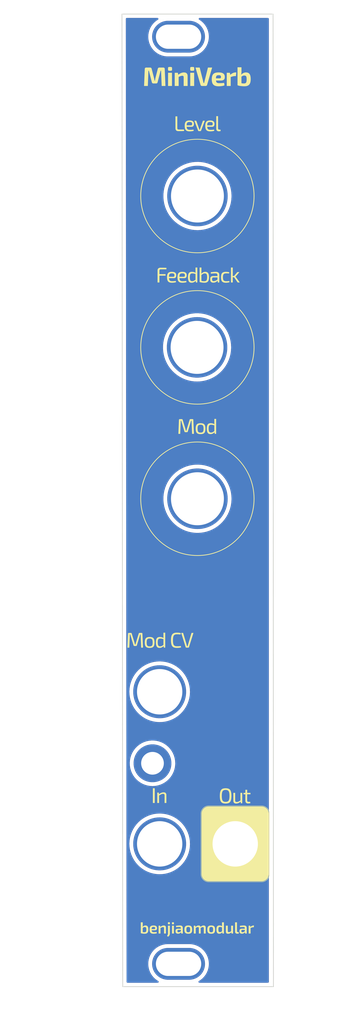
<source format=kicad_pcb>
(kicad_pcb (version 20211014) (generator pcbnew)
  (layers (0 "F.Cu" signal) (31 "B.Cu" signal) (34 "B.Paste" user) (35 "F.Paste" user) (36 "B.SilkS" user "B.Silkscreen") (37 "F.SilkS" user "F.Silkscreen") (38 "B.Mask" user) (39 "F.Mask" user) (44 "Edge.Cuts" user))
  (net 0 "")
  (footprint "benjiaomodular:Panel_4HP" (layer "F.Cu") (at 97.05 50)
    (fp_text reference "REF**" hide)
    (fp_text value "Panel_4HP")
    (pad "" thru_hole oval locked (at 7.5 125.5) (size 7 4.2) (drill oval 6 3.2) (layers *.Cu *.Mask))
    (pad "" thru_hole oval locked (at 7.5 3) (size 7 4.2) (drill oval 6 3.2) (layers *.Cu *.Mask))
  )
  (footprint "benjiaomodular:PanelHole_AudioJack_3.5mm" (layer "F.Cu") (at 102.05 133.05)
    (fp_text reference "REF**")
    (fp_text value "PanelHole_AudioJack_3.5mm")
    (pad "" thru_hole circle locked (at 0 6.5 180) (size 7 7) (drill 6) (layers *.Cu *.Mask))
  )
  (footprint "benjiaomodular:PanelHole_Potentiometer_RV09" (layer "F.Cu") (at 104.55 81.55 90)
    (fp_text reference "REF**" hide)
    (fp_text value "PanelHole_Potentiometer_RV09" hide)
    (pad "" thru_hole circle locked (at 7.5 2.5 180) (size 8 8) (drill 7) (layers *.Cu *.Mask))
  )
  (footprint "benjiaomodular:PanelHole_Potentiometer_RV09" (layer "F.Cu") (at 104.55 121.55 90)
    (fp_text reference "REF**" hide)
    (fp_text value "PanelHole_Potentiometer_RV09" hide)
    (pad "" thru_hole circle locked (at 7.5 2.5 180) (size 8 8) (drill 7) (layers F&B.Cu *.Mask))
  )
  (footprint "benjiaomodular:PanelHole_AudioJack_3.5mm" (layer "F.Cu") (at 112.05 153.15)
    (fp_text reference "REF**")
    (fp_text value "PanelHole_AudioJack_3.5mm")
    (pad "" thru_hole circle locked (at 0 6.5 180) (size 7 7) (drill 6) (layers F&B.Cu *.Mask))
  )
  (footprint "benjiaomodular:PanelHole_AudioJack_3.5mm" (layer "F.Cu") (at 102.05 153.15)
    (fp_text reference "REF**")
    (fp_text value "PanelHole_AudioJack_3.5mm")
    (pad "" thru_hole circle locked (at 0 6.5 180) (size 7 7) (drill 6) (layers F&B.Cu *.Mask))
  )
  (footprint "benjiaomodular:PanelHole_Potentiometer_RV09" (layer "F.Cu") (at 104.5 101.55 90)
    (fp_text reference "REF**" hide)
    (fp_text value "PanelHole_Potentiometer_RV09" hide)
    (pad "" thru_hole circle locked (at 7.5 2.5 180) (size 8 8) (drill 7) (layers F&B.Cu *.Mask))
  )
  (gr_poly (pts (xy 104.742776 170.430502) (xy 104.757924 170.430906) (xy 104.772761 170.431578) (xy 104.787288 170.432519) (xy 104.801504 170.433727) (xy 104.815408 170.435201) (xy 104.829 170.436941) (xy 104.842278 170.438947) (xy 104.855241 170.441218) (xy 104.86789 170.443752) (xy 104.880223 170.44655) (xy 104.89224 170.449611) (xy 104.903939 170.452934) (xy 104.91532 170.456519) (xy 104.926383 170.460365) (xy 104.937126 170.46447) (xy 104.947809 170.468627) (xy 104.958162 170.473147) (xy 104.968184 170.47803) (xy 104.977876 170.483276) (xy 104.987238 170.488885) (xy 104.996269 170.494857) (xy 105.004969 170.501191) (xy 105.013339 170.507889) (xy 105.021378 170.51495) (xy 105.029086 170.522374) (xy 105.036463 170.530161) (xy 105.04351 170.53831) (xy 105.050225 170.546823) (xy 105.056609 170.555699) (xy 105.062662 170.564938) (xy 105.068384 170.57454) (xy 105.073767 170.584561) (xy 105.078802 170.595048) (xy 105.083489 170.606) (xy 105.08783 170.617416) (xy 105.091823 170.629297) (xy 105.095468 170.641642) (xy 105.098767 170.65445) (xy 105.101718 170.667722) (xy 105.104321 170.681457) (xy 105.106578 170.695656) (xy 105.108487 170.710316) (xy 105.110049 170.72544) (xy 105.111264 170.741025) (xy 105.112132 170.757072) (xy 105.112653 170.773581) (xy 105.112826 170.790551) (xy 105.112826 171.495415) (xy 104.909738 171.495415) (xy 104.882349 171.323853) (xy 104.881707 171.324595) (xy 104.881108 171.325307) (xy 104.880013 171.326662) (xy 104.879013 171.327952) (xy 104.878055 171.329214) (xy 104.877084 171.330483) (xy 104.876047 171.331796) (xy 104.874892 171.333187) (xy 104.874254 171.333924) (xy 104.873565 171.334694) (xy 104.863203 171.345272) (xy 104.852227 171.355857) (xy 104.840644 171.366448) (xy 104.82846 171.377042) (xy 104.815681 171.38764) (xy 104.802312 171.39824) (xy 104.78836 171.408841) (xy 104.77383 171.419442) (xy 104.759246 171.429783) (xy 104.744068 171.439656) (xy 104.728296 171.449062) (xy 104.71193 171.458005) (xy 104.694968 171.466488) (xy 104.67741 171.474514) (xy 104.659256 171.482085) (xy 104.640505 171.489205) (xy 104.631181 171.492535) (xy 104.62173 171.495648) (xy 104.612151 171.498543) (xy 104.602444 171.501222) (xy 104.592608 171.503685) (xy 104.582641 171.505931) (xy 104.572543 171.507962) (xy 104.562314 171.509778) (xy 104.551953 171.511378) (xy 104.541458 171.512764) (xy 104.520068 171.514894) (xy 104.498136 171.51617) (xy 104.475657 171.516594) (xy 104.464087 171.516473) (xy 104.452662 171.516109) (xy 104.441381 171.515502) (xy 104.430247 171.51465) (xy 104.419259 171.513553) (xy 104.408417 171.51221) (xy 104.397724 171.51062) (xy 104.387178 171.508783) (xy 104.376782 171.506697) (xy 104.366534 171.504362) (xy 104.356437 171.501776) (xy 104.346491 171.49894) (xy 104.336696 171.495852) (xy 104.327053 171.492512) (xy 104.317562 171.488918) (xy 104.308225 171.48507) (xy 104.29909 171.480714) (xy 104.290207 171.476122) (xy 104.281574 171.471293) (xy 104.273191 171.46623) (xy 104.265057 171.460932) (xy 104.257174 171.4554) (xy 104.249539 171.449636) (xy 104.242152 171.443639) (xy 104.235014 171.437412) (xy 104.228123 171.430953) (xy 104.221479 171.424265) (xy 104.215082 171.417348) (xy 104.208931 171.410203) (xy 104.203027 171.40283) (xy 104.197368 171.395231) (xy 104.191954 171.387406) (xy 104.186827 171.379092) (xy 104.18203 171.37055) (xy 104.177563 171.361778) (xy 104.173426 171.352777) (xy 104.169619 171.343546) (xy 104.166143 171.334084) (xy 104.162998 171.324392) (xy 104.160183 171.314468) (xy 104.157698 171.304312) (xy 104.155545 171.293924) (xy 104.153722 171.283303) (xy 104.152231 171.27245) (xy 104.15107 171.261362) (xy 104.150242 171.25004) (xy 104.149744 171.238484) (xy 104.149578 171.226693) (xy 104.149578 171.192589) (xy 104.405894 171.192589) (xy 104.406023 171.200415) (xy 104.406411 171.208014) (xy 104.407059 171.215388) (xy 104.407967 171.222534) (xy 104.409137 171.229452) (xy 104.410569 171.236141) (xy 104.412264 171.2426) (xy 104.414222 171.248829) (xy 104.416445 171.254827) (xy 104.418934 171.260592) (xy 104.421689 171.266124) (xy 104.42471 171.271423) (xy 104.428 171.276486) (xy 104.431558 171.281314) (xy 104.435386 171.285906) (xy 104.439483 171.290261) (xy 104.443867 171.294109) (xy 104.44855 171.297703) (xy 104.453532 171.301043) (xy 104.458814 171.304131) (xy 104.464395 171.306967) (xy 104.470274 171.309553) (xy 104.476451 171.311888) (xy 104.482927 171.313974) (xy 104.4897 171.315811) (xy 104.49677 171.317401) (xy 104.504138 171.318744) (xy 104.511802 171.319841) (xy 104.519762 171.320693) (xy 104.528019 171.3213) (xy 104.536572 171.321664) (xy 104.54542 171.321785) (xy 104.552615 171.321695) (xy 104.559911 171.321423) (xy 104.574808 171.320335) (xy 104.590108 171.318521) (xy 104.605807 171.31598) (xy 104.621903 171.312712) (xy 104.638393 171.308714) (xy 104.655274 171.303988) (xy 104.672544 171.298531) (xy 104.689968 171.292377) (xy 104.707317 171.285563) (xy 104.724594 171.278091) (xy 104.741803 171.269959) (xy 104.758945 171.261168) (xy 104.776024 171.251717) (xy 104.793042 171.241606) (xy 104.810004 171.230835) (xy 104.813064 171.228808) (xy 104.81604 171.226682) (xy 104.818943 171.224469) (xy 104.821781 171.222181) (xy 104.824566 171.219829) (xy 104.827306 171.217426) (xy 104.832692 171.21251) (xy 104.84337 171.202569) (xy 104.848818 171.197732) (xy 104.851604 171.195388) (xy 104.854445 171.193108) (xy 104.854445 171.014824) (xy 104.524233 171.014824) (xy 104.516436 171.015194) (xy 104.508923 171.015801) (xy 104.501691 171.016645) (xy 104.494742 171.017725) (xy 104.488074 171.019042) (xy 104.481689 171.020593) (xy 104.475584 171.02238) (xy 104.469761 171.024401) (xy 104.464219 171.026656) (xy 104.458959 171.029144) (xy 104.453978 171.031864) (xy 104.449279 171.034816) (xy 104.44486 171.038) (xy 104.440721 171.041415) (xy 104.436862 171.04506) (xy 104.433282 171.048935) (xy 104.429951 171.052988) (xy 104.426838 171.057224) (xy 104.423942 171.061643) (xy 104.421263 171.066246) (xy 104.418801 171.071031) (xy 104.416554 171.076) (xy 104.414524 171.081152) (xy 104.412708 171.086486) (xy 104.411108 171.092004) (xy 104.409722 171.097705) (xy 104.408551 171.103589) (xy 104.407593 171.109655) (xy 104.406849 171.115905) (xy 104.406318 171.122337) (xy 104.406 171.128952) (xy 104.405894 171.13575) (xy 104.405894 171.192589) (xy 104.149578 171.192589) (xy 104.149578 171.116623) (xy 104.149895 171.10149) (xy 104.150843 171.086783) (xy 104.152423 171.072502) (xy 104.154634 171.058649) (xy 104.157476 171.045224) (xy 104.160947 171.032227) (xy 104.165048 171.019659) (xy 104.169778 171.00752) (xy 104.175136 170.995812) (xy 104.181122 170.984533) (xy 104.187736 170.973686) (xy 104.194976 170.963271) (xy 104.202843 170.953287) (xy 104.211335 170.943736) (xy 104.220452 170.934619) (xy 104.230194 170.925934) (xy 104.240743 170.917469) (xy 104.251754 170.909553) (xy 104.263225 170.902186) (xy 104.275159 170.895368) (xy 104.287554 170.889098) (xy 104.300412 170.883375) (xy 104.313732 170.8782) (xy 104.327515 170.873572) (xy 104.341761 170.86949) (xy 104.35647 170.865953) (xy 104.371643 170.862962) (xy 104.38728 170.860516) (xy 104.40338 170.858615) (xy 104.419945 170.857257) (xy 104.436975 170.856442) (xy 104.45447 170.856171) (xy 104.854445 170.856171) (xy 104.854445 170.788475) (xy 104.854295 170.778341) (xy 104.853844 170.768563) (xy 104.853093 170.759142) (xy 104.852042 170.750079) (xy 104.850692 170.741376) (xy 104.849043 170.733033) (xy 104.847095 170.725051) (xy 104.84485 170.717431) (xy 104.842307 170.710174) (xy 104.839466 170.70328) (xy 104.836329 170.696752) (xy 104.832895 170.69059) (xy 104.829165 170.684794) (xy 104.82514 170.679366) (xy 104.82082 170.674307) (xy 104.816204 170.669617) (xy 104.811173 170.665009) (xy 104.805602 170.660707) (xy 104.799491 170.656708) (xy 104.792839 170.653012) (xy 104.785645 170.649618) (xy 104.777909 170.646524) (xy 104.769628 170.643731) (xy 104.760803 170.641236) (xy 104.751432 170.639038) (xy 104.741515 170.637137) (xy 104.73105 170.635532) (xy 104.720036 170.634221) (xy 104.708473 170.633203) (xy 104.696359 170.632477) (xy 104.683694 170.632042) (xy 104.670477 170.631897) (xy 104.627552 170.632225) (xy 104.579258 170.633244) (xy 104.525673 170.635013) (xy 104.466872 170.637589) (xy 104.406418 170.640933) (xy 104.345703 170.644906) (xy 104.284724 170.649488) (xy 104.223476 170.654656) (xy 104.200221 170.478959) (xy 104.219049 170.475328) (xy 104.238487 170.471834) (xy 104.279175 170.465248) (xy 104.322243 170.459186) (xy 104.367653 170.453637) (xy 104.414308 170.448585) (xy 104.461175 170.444045) (xy 104.508306 170.440042) (xy 104.555755 170.4366) (xy 104.602208 170.433979) (xy 104.646301 170.432215) (xy 104.688012 170.431221) (xy 104.727321 170.430909) (xy 104.727321 170.430375) (xy 104.72732 170.430367)) (layer "F.SilkS") (width 0) (fill solid))
  (gr_poly (pts (xy 100.802812 57.077255) (xy 100.812957 57.078096) (xy 100.822839 57.079273) (xy 100.832457 57.080786) (xy 100.841813 57.082636) (xy 100.850905 57.084822) (xy 100.859735 57.087346) (xy 100.868302 57.090206) (xy 100.876606 57.093403) (xy 100.884648 57.096937) (xy 100.892427 57.100809) (xy 100.899945 57.105017) (xy 100.9072 57.109563) (xy 100.914192 57.114446) (xy 100.920923 57.119667) (xy 100.927393 57.125226) (xy 100.9336 57.131122) (xy 100.939546 57.137356) (xy 100.94523 57.143928) (xy 100.950653 57.150838) (xy 100.955815 57.158086) (xy 100.960715 57.165672) (xy 100.965355 57.173596) (xy 100.969734 57.181859) (xy 100.973851 57.190461) (xy 100.977709 57.1994) (xy 100.981305 57.208679) (xy 100.984641 57.218296) (xy 100.987717 57.228253) (xy 100.993088 57.249182) (xy 101.307281 58.473397) (xy 101.312456 58.494629) (xy 101.317402 58.51599) (xy 101.32212 58.537473) (xy 101.326615 58.559073) (xy 101.334946 58.602596) (xy 101.342421 58.646512) (xy 101.349661 58.689026) (xy 101.3573 58.731931) (xy 101.36538 58.775277) (xy 101.373943 58.819112) (xy 101.419936 58.819112) (xy 101.428579 58.775277) (xy 101.436836 58.731931) (xy 101.444653 58.689026) (xy 101.451975 58.646512) (xy 101.487115 58.469779) (xy 101.79769 57.249182) (xy 101.802648 57.228253) (xy 101.808701 57.208679) (xy 101.812139 57.1994) (xy 101.815852 57.190461) (xy 101.819839 57.181859) (xy 101.8241 57.173596) (xy 101.828636 57.165672) (xy 101.833447 57.158086) (xy 101.838533 57.150838) (xy 101.843894 57.143928) (xy 101.84953 57.137356) (xy 101.855442 57.131122) (xy 101.861628 57.125226) (xy 101.868091 57.119667) (xy 101.874829 57.114446) (xy 101.881842 57.109563) (xy 101.889132 57.105017) (xy 101.896697 57.100809) (xy 101.904538 57.096937) (xy 101.912656 57.093403) (xy 101.92105 57.090206) (xy 101.92972 57.087346) (xy 101.938667 57.084822) (xy 101.94789 57.082636) (xy 101.957391 57.080786) (xy 101.967168 57.079273) (xy 101.987553 57.077255) (xy 102.009047 57.076583) (xy 102.524261 57.076583) (xy 102.535987 57.076775) (xy 102.547355 57.077353) (xy 102.558364 57.078315) (xy 102.569013 57.079663) (xy 102.579303 57.081396) (xy 102.589235 57.083514) (xy 102.598808 57.086018) (xy 102.608022 57.088906) (xy 102.616877 57.092181) (xy 102.625374 57.09584) (xy 102.633511 57.099885) (xy 102.641291 57.104316) (xy 102.648712 57.109132) (xy 102.655774 57.114335) (xy 102.662478 57.119922) (xy 102.668824 57.125896) (xy 102.674811 57.132255) (xy 102.68044 57.139001) (xy 102.685711 57.146132) (xy 102.690624 57.153649) (xy 102.695179 57.161553) (xy 102.699375 57.169842) (xy 102.703214 57.178518) (xy 102.706695 57.18758) (xy 102.709818 57.197028) (xy 102.712584 57.206863) (xy 102.714991 57.217084) (xy 102.717041 57.227691) (xy 102.718733 57.238685) (xy 102.720068 57.250066) (xy 102.721665 57.273987) (xy 102.813649 59.510542) (xy 102.316005 59.510542) (xy 102.234873 57.492578) (xy 102.171311 57.492578) (xy 101.78012 59.009798) (xy 101.77557 59.0303) (xy 101.769859 59.049471) (xy 101.766567 59.058558) (xy 101.762986 59.067313) (xy 101.759114 59.075736) (xy 101.754952 59.083827) (xy 101.750501 59.091586) (xy 101.745759 59.099014) (xy 101.740728 59.10611) (xy 101.735406 59.112874) (xy 101.729795 59.119308) (xy 101.723895 59.12541) (xy 101.717705 59.131182) (xy 101.711225 59.136622) (xy 101.704456 59.141732) (xy 101.697398 59.146512) (xy 101.69005 59.15096) (xy 101.682414 59.155079) (xy 101.674488 59.158867) (xy 101.666273 59.162325) (xy 101.65777 59.165453) (xy 101.648977 59.168252) (xy 101.639896 59.17072) (xy 101.630526 59.172859) (xy 101.61092 59.176149) (xy 101.59016 59.178123) (xy 101.568247 59.17878) (xy 101.229766 59.17878) (xy 101.207824 59.178123) (xy 101.197263 59.1773) (xy 101.186975 59.176149) (xy 101.176962 59.174669) (xy 101.167223 59.172859) (xy 101.157758 59.17072) (xy 101.148567 59.168252) (xy 101.139651 59.165453) (xy 101.131009 59.162325) (xy 101.122642 59.158867) (xy 101.114551 59.155079) (xy 101.106734 59.15096) (xy 101.099192 59.146512) (xy 101.091926 59.141732) (xy 101.084935 59.136622) (xy 101.078219 59.131182) (xy 101.07178 59.12541) (xy 101.065616 59.119308) (xy 101.059728 59.112874) (xy 101.054117 59.10611) (xy 101.048782 59.099014) (xy 101.043723 59.091586) (xy 101.038941 59.083827) (xy 101.034436 59.075736) (xy 101.030207 59.067313) (xy 101.026255 59.058558) (xy 101.022581 59.049471) (xy 101.019184 59.040051) (xy 101.016064 59.0303) (xy 101.013222 59.020215) (xy 101.010658 59.009798) (xy 100.619467 57.492578) (xy 100.559523 57.492578) (xy 100.485109 59.510542) (xy 99.984364 59.510542) (xy 100.075832 57.273987) (xy 100.077444 57.250066) (xy 100.078797 57.238685) (xy 100.080515 57.227691) (xy 100.082598 57.217084) (xy 100.085046 57.206863) (xy 100.087859 57.197028) (xy 100.091037 57.18758) (xy 100.09458 57.178518) (xy 100.098488 57.169842) (xy 100.102761 57.161553) (xy 100.107399 57.153649) (xy 100.112402 57.146132) (xy 100.11777 57.139001) (xy 100.123503 57.132255) (xy 100.129601 57.125896) (xy 100.136065 57.119922) (xy 100.142894 57.114335) (xy 100.150088 57.109132) (xy 100.157647 57.104316) (xy 100.165571 57.099885) (xy 100.173861 57.09584) (xy 100.182516 57.092181) (xy 100.191536 57.088906) (xy 100.200922 57.086018) (xy 100.210673 57.083514) (xy 100.220789 57.081396) (xy 100.231271 57.079663) (xy 100.242118 57.078315) (xy 100.253331 57.077353) (xy 100.264909 57.076775) (xy 100.276853 57.076583) (xy 100.781731 57.076583)) (layer "F.SilkS") (width 0) (fill solid))
  (gr_poly (pts (xy 105.28523 57.722493) (xy 105.314652 57.723908) (xy 105.34311 57.726266) (xy 105.370605 57.729568) (xy 105.397135 57.733812) (xy 105.422701 57.739001) (xy 105.447303 57.745132) (xy 105.470941 57.752208) (xy 105.493615 57.760227) (xy 105.515324 57.769189) (xy 105.53607 57.779095) (xy 105.55585 57.789945) (xy 105.574667 57.801739) (xy 105.592519 57.814476) (xy 105.609406 57.828157) (xy 105.625329 57.842783) (xy 105.640287 57.858352) (xy 105.65428 57.874865) (xy 105.667309 57.892322) (xy 105.679373 57.910723) (xy 105.690472 57.930069) (xy 105.700606 57.950358) (xy 105.709776 57.971592) (xy 105.71798 57.99377) (xy 105.725219 58.016893) (xy 105.731494 58.04096) (xy 105.736803 58.065971) (xy 105.741147 58.091927) (xy 105.744526 58.118827) (xy 105.746939 58.146672) (xy 105.748387 58.175462) (xy 105.74887 58.205196) (xy 105.74887 59.510542) (xy 105.226421 59.510542) (xy 105.226421 58.36746) (xy 105.226255 58.353198) (xy 105.225758 58.339518) (xy 105.224929 58.326418) (xy 105.223769 58.313898) (xy 105.222278 58.301958) (xy 105.220455 58.290598) (xy 105.218302 58.279817) (xy 105.215817 58.269616) (xy 105.213002 58.259993) (xy 105.209856 58.250948) (xy 105.20638 58.242482) (xy 105.202574 58.234594) (xy 105.198437 58.227283) (xy 105.19397 58.22055) (xy 105.189173 58.214393) (xy 105.184047 58.208813) (xy 105.17852 58.203258) (xy 105.172524 58.198059) (xy 105.166058 58.193215) (xy 105.159123 58.188728) (xy 105.151719 58.184598) (xy 105.143846 58.180825) (xy 105.135503 58.177409) (xy 105.126693 58.174352) (xy 105.117413 58.171652) (xy 105.107665 58.169312) (xy 105.09745 58.16733) (xy 105.086766 58.165708) (xy 105.075614 58.164446) (xy 105.063994 58.163543) (xy 105.051907 58.163002) (xy 105.039352 58.162821) (xy 105.025217 58.163002) (xy 105.011032 58.163544) (xy 104.996798 58.164446) (xy 104.982512 58.165708) (xy 104.968175 58.16733) (xy 104.953785 58.169312) (xy 104.939342 58.171653) (xy 104.924844 58.174352) (xy 104.910291 58.17741) (xy 104.895683 58.180825) (xy 104.881017 58.184598) (xy 104.866294 58.188729) (xy 104.851513 58.193216) (xy 104.836672 58.198059) (xy 104.806808 58.208813) (xy 104.781246 58.218331) (xy 104.75389 58.229407) (xy 104.724943 58.241868) (xy 104.694606 58.25554) (xy 104.663083 58.27025) (xy 104.630575 58.285827) (xy 104.563412 58.318884) (xy 104.563412 59.510542) (xy 104.040964 59.510542) (xy 104.040964 57.768013) (xy 104.461093 57.768013) (xy 104.507085 58.034147) (xy 104.551371 57.998649) (xy 104.595841 57.965095) (xy 104.640499 57.933523) (xy 104.685349 57.903973) (xy 104.730396 57.876483) (xy 104.752994 57.863524) (xy 104.775643 57.851094) (xy 104.798343 57.839199) (xy 104.821094 57.827843) (xy 104.843897 57.817032) (xy 104.866753 57.806771) (xy 104.891421 57.796517) (xy 104.916034 57.786924) (xy 104.940592 57.77799) (xy 104.965096 57.769716) (xy 104.989545 57.762103) (xy 105.013939 57.755151) (xy 105.038278 57.74886) (xy 105.062563 57.74323) (xy 105.086792 57.738261) (xy 105.110966 57.733954) (xy 105.135084 57.730309) (xy 105.159147 57.727326) (xy 105.183155 57.725006) (xy 105.207107 57.723348) (xy 105.231003 57.722353) (xy 105.254844 57.722022)) (layer "F.SilkS") (width 0) (fill solid))
  (gr_poly (pts (xy 105.858772 170.430585) (xy 105.881671 170.431215) (xy 105.903961 170.432264) (xy 105.925641 170.433732) (xy 105.946711 170.435616) (xy 105.96717 170.437917) (xy 105.987018 170.440632) (xy 106.006255 170.443762) (xy 106.02488 170.447305) (xy 106.042893 170.451261) (xy 106.060293 170.455628) (xy 106.07708 170.460405) (xy 106.093253 170.465591) (xy 106.108812 170.471186) (xy 106.123758 170.477188) (xy 106.138088 170.483597) (xy 106.152123 170.490476) (xy 106.165651 170.497885) (xy 106.178673 170.505825) (xy 106.191186 170.514295) (xy 106.203191 170.523296) (xy 106.214685 170.532826) (xy 106.225669 170.542886) (xy 106.236141 170.553476) (xy 106.246101 170.564595) (xy 106.255546 170.576243) (xy 106.264478 170.58842) (xy 106.272894 170.601126) (xy 106.280793 170.614361) (xy 106.288176 170.628124) (xy 106.29504 170.642415) (xy 106.301385 170.657235) (xy 106.307534 170.67262) (xy 106.313284 170.688611) (xy 106.318634 170.70521) (xy 106.323585 170.722417) (xy 106.328137 170.740232) (xy 106.332291 170.758657) (xy 106.336047 170.777693) (xy 106.339406 170.797339) (xy 106.344934 170.838467) (xy 106.348877 170.882049) (xy 106.351241 170.928089) (xy 106.352028 170.976594) (xy 106.351831 171.001161) (xy 106.351241 171.025123) (xy 106.350256 171.048477) (xy 106.348877 171.071224) (xy 106.347103 171.093361) (xy 106.344934 171.114889) (xy 106.342368 171.135807) (xy 106.339406 171.156113) (xy 106.336048 171.175808) (xy 106.332291 171.19489) (xy 106.328138 171.213358) (xy 106.323585 171.231212) (xy 106.318634 171.248452) (xy 106.313284 171.265075) (xy 106.307535 171.281082) (xy 106.301385 171.296471) (xy 106.29504 171.31104) (xy 106.288176 171.325114) (xy 106.280793 171.338693) (xy 106.272894 171.351777) (xy 106.264478 171.364366) (xy 106.255546 171.376459) (xy 106.246101 171.388057) (xy 106.236141 171.399159) (xy 106.225669 171.409765) (xy 106.214685 171.419875) (xy 106.203191 171.429488) (xy 106.191186 171.438605) (xy 106.178673 171.447224) (xy 106.165651 171.455347) (xy 106.152123 171.462973) (xy 106.138088 171.470101) (xy 106.123758 171.476506) (xy 106.108812 171.482494) (xy 106.093253 171.488065) (xy 106.077079 171.49322) (xy 106.060292 171.497959) (xy 106.042892 171.502282) (xy 106.02488 171.506191) (xy 106.006255 171.509686) (xy 105.987018 171.512767) (xy 105.96717 171.515436) (xy 105.946711 171.517692) (xy 105.925641 171.519537) (xy 105.881671 171.521994) (xy 105.835264 171.522812) (xy 105.812266 171.522608) (xy 105.789836 171.521994) (xy 105.767974 171.52097) (xy 105.74668 171.519536) (xy 105.725951 171.517691) (xy 105.705788 171.515434) (xy 105.686188 171.512765) (xy 105.667152 171.509683) (xy 105.648678 171.506188) (xy 105.630766 171.502279) (xy 105.613414 171.497955) (xy 105.596621 171.493217) (xy 105.580386 171.488063) (xy 105.564709 171.482492) (xy 105.549589 171.476505) (xy 105.535024 171.470101) (xy 105.521237 171.462977) (xy 105.507923 171.455355) (xy 105.495084 171.447236) (xy 105.482719 171.438619) (xy 105.47083 171.429504) (xy 105.459419 171.419893) (xy 105.448484 171.409784) (xy 105.438029 171.399179) (xy 105.428053 171.388077) (xy 105.418557 171.376479) (xy 105.409543 171.364384) (xy 105.401012 171.351793) (xy 105.392963 171.338706) (xy 105.385399 171.325123) (xy 105.378319 171.311045) (xy 105.371726 171.296471) (xy 105.365576 171.281082) (xy 105.359827 171.265075) (xy 105.354477 171.248452) (xy 105.349526 171.231212) (xy 105.344974 171.213358) (xy 105.34082 171.19489) (xy 105.337064 171.175808) (xy 105.333705 171.156113) (xy 105.328177 171.114889) (xy 105.324234 171.071224) (xy 105.32187 171.025123) (xy 105.321083 170.976594) (xy 105.587734 170.976594) (xy 105.588097 171.010039) (xy 105.589184 171.041577) (xy 105.590999 171.071203) (xy 105.59354 171.098915) (xy 105.596809 171.124707) (xy 105.598716 171.136883) (xy 105.600806 171.148578) (xy 105.603078 171.159791) (xy 105.605532 171.170522) (xy 105.608169 171.180771) (xy 105.610988 171.190537) (xy 105.614018 171.19988) (xy 105.617284 171.208862) (xy 105.620787 171.217482) (xy 105.624526 171.225739) (xy 105.628499 171.233634) (xy 105.632707 171.241166) (xy 105.637147 171.248334) (xy 105.64182 171.25514) (xy 105.646725 171.261582) (xy 105.65186 171.26766) (xy 105.657225 171.273373) (xy 105.662819 171.278723) (xy 105.668641 171.283707) (xy 105.674691 171.288327) (xy 105.680967 171.292582) (xy 105.687469 171.296471) (xy 105.694493 171.300056) (xy 105.701807 171.303406) (xy 105.709411 171.306522) (xy 105.717309 171.309404) (xy 105.725499 171.312052) (xy 105.733984 171.314468) (xy 105.742764 171.316652) (xy 105.751841 171.318604) (xy 105.761215 171.320324) (xy 105.770889 171.321814) (xy 105.780862 171.323073) (xy 105.791136 171.324102) (xy 105.801712 171.324902) (xy 105.812592 171.325472) (xy 105.823775 171.325814) (xy 105.835264 171.325928) (xy 105.847014 171.325814) (xy 105.858452 171.325472) (xy 105.869578 171.3249) (xy 105.88039 171.3241) (xy 105.89089 171.32307) (xy 105.901076 171.32181) (xy 105.910949 171.32032) (xy 105.920507 171.318598) (xy 105.929752 171.316646) (xy 105.938682 171.314462) (xy 105.947297 171.312046) (xy 105.955597 171.309397) (xy 105.963582 171.306516) (xy 105.971251 171.303401) (xy 105.978605 171.300053) (xy 105.985642 171.296471) (xy 105.992392 171.292587) (xy 105.998884 171.288337) (xy 106.005115 171.283721) (xy 106.011086 171.278739) (xy 106.016796 171.273391) (xy 106.022244 171.267679) (xy 106.027429 171.261602) (xy 106.03235 171.25516) (xy 106.037006 171.248354) (xy 106.041397 171.241184) (xy 106.045522 171.23365) (xy 106.04938 171.225753) (xy 106.05297 171.217493) (xy 106.056291 171.20887) (xy 106.059342 171.199885) (xy 106.062123 171.190537) (xy 106.067579 171.170522) (xy 106.072305 171.148578) (xy 106.076303 171.124707) (xy 106.079571 171.098915) (xy 106.082113 171.071203) (xy 106.083927 171.041577) (xy 106.085015 171.010039) (xy 106.085378 170.976594) (xy 106.085015 170.943173) (xy 106.083927 170.911695) (xy 106.082113 170.882151) (xy 106.079571 170.854535) (xy 106.076303 170.828836) (xy 106.074395 170.816704) (xy 106.072305 170.805048) (xy 106.070033 170.793868) (xy 106.067579 170.783162) (xy 106.064942 170.772929) (xy 106.062123 170.763169) (xy 106.059342 170.753825) (xy 106.05629 170.744844) (xy 106.052969 170.736224) (xy 106.049379 170.727967) (xy 106.045522 170.720072) (xy 106.041397 170.71254) (xy 106.037006 170.705371) (xy 106.032349 170.698566) (xy 106.027428 170.692124) (xy 106.022243 170.686046) (xy 106.016796 170.680332) (xy 106.011086 170.674983) (xy 106.005115 170.669998) (xy 105.998883 170.665379) (xy 105.992392 170.661124) (xy 105.985642 170.657235) (xy 105.978605 170.653382) (xy 105.971251 170.649773) (xy 105.963582 170.646407) (xy 105.955597 170.643286) (xy 105.947297 170.640411) (xy 105.938682 170.637782) (xy 105.929752 170.6354) (xy 105.920507 170.633265) (xy 105.910949 170.631379) (xy 105.901076 170.629742) (xy 105.89089 170.628354) (xy 105.88039 170.627217) (xy 105.869578 170.626332) (xy 105.858452 170.625699) (xy 105.847014 170.625318) (xy 105.835264 170.625191) (xy 105.823775 170.625318) (xy 105.812592 170.625699) (xy 105.801712 170.626332) (xy 105.791136 170.627217) (xy 105.780862 170.628354) (xy 105.770889 170.629742) (xy 105.761215 170.631379) (xy 105.751841 170.633265) (xy 105.742764 170.6354) (xy 105.733984 170.637782) (xy 105.725499 170.640411) (xy 105.717309 170.643286) (xy 105.709411 170.646407) (xy 105.701807 170.649773) (xy 105.694493 170.653382) (xy 105.687469 170.657235) (xy 105.680967 170.661117) (xy 105.674691 170.665367) (xy 105.668641 170.669982) (xy 105.662819 170.674964) (xy 105.657225 170.680311) (xy 105.65186 170.686024) (xy 105.646725 170.692101) (xy 105.641821 170.698543) (xy 105.637148 170.70535) (xy 105.632707 170.71252) (xy 105.6285 170.720054) (xy 105.624526 170.727952) (xy 105.620788 170.736212) (xy 105.617285 170.744835) (xy 105.614018 170.753821) (xy 105.610988 170.763169) (xy 105.605532 170.783162) (xy 105.600806 170.805048) (xy 105.596809 170.828836) (xy 105.59354 170.854535) (xy 105.590999 170.882151) (xy 105.589184 170.911695) (xy 105.588097 170.943173) (xy 105.587734 170.976594) (xy 105.321083 170.976594) (xy 105.32128 170.952033) (xy 105.32187 170.928089) (xy 105.322854 170.904761) (xy 105.324233 170.882048) (xy 105.326007 170.85995) (xy 105.328177 170.838466) (xy 105.330742 170.817595) (xy 105.333704 170.797336) (xy 105.337063 170.777689) (xy 105.340819 170.758654) (xy 105.344973 170.740229) (xy 105.349525 170.722413) (xy 105.354476 170.705207) (xy 105.359826 170.688609) (xy 105.365576 170.672618) (xy 105.371726 170.657235) (xy 105.378319 170.642418) (xy 105.385399 170.628129) (xy 105.392963 170.614367) (xy 105.401012 170.601134) (xy 105.409543 170.588429) (xy 105.418557 170.576252) (xy 105.428053 170.564604) (xy 105.438029 170.553484) (xy 105.448484 170.542894) (xy 105.459419 170.532834) (xy 105.47083 170.523302) (xy 105.482719 170.514301) (xy 105.495084 170.505829) (xy 105.507923 170.497888) (xy 105.521237 170.490477) (xy 105.535024 170.483597) (xy 105.549589 170.47719) (xy 105.564709 170.471188) (xy 105.580386 170.465594) (xy 105.596621 170.460408) (xy 105.613414 170.455631) (xy 105.630766 170.451264) (xy 105.648678 170.447309) (xy 105.667152 170.443765) (xy 105.686188 170.440635) (xy 105.705788 170.437919) (xy 105.725951 170.435618) (xy 105.74668 170.433733) (xy 105.767974 170.432265) (xy 105.789836 170.431216) (xy 105.835264 170.430375)) (layer "F.SilkS") (width 0) (fill solid))
  (gr_poly (pts (xy 109.524876 105.474659) (xy 109.338841 105.474659) (xy 109.315587 105.275704) (xy 109.289062 105.298278) (xy 109.261832 105.320142) (xy 109.233867 105.341267) (xy 109.205139 105.361626) (xy 109.175618 105.381193) (xy 109.145275 105.399941) (xy 109.114083 105.417841) (xy 109.08201 105.434868) (xy 109.063929 105.443752) (xy 109.045668 105.452063) (xy 109.027229 105.459802) (xy 109.008612 105.466967) (xy 108.989816 105.473559) (xy 108.970843 105.479579) (xy 108.951693 105.485025) (xy 108.932366 105.489899) (xy 108.912863 105.494199) (xy 108.893184 105.497926) (xy 108.873329 105.50108) (xy 108.853299 105.50366) (xy 108.833094 105.505667) (xy 108.812715 105.507101) (xy 108.792162 105.507961) (xy 108.771435 105.508248) (xy 108.739552 105.507531) (xy 108.708814 105.505381) (xy 108.679223 105.501798) (xy 108.664856 105.49947) (xy 108.650777 105.496782) (xy 108.636983 105.493737) (xy 108.623476 105.490333) (xy 108.610256 105.486571) (xy 108.597322 105.48245) (xy 108.584675 105.477972) (xy 108.572314 105.473135) (xy 108.56024 105.467939) (xy 108.548453 105.462386) (xy 108.536952 105.456474) (xy 108.525738 105.450203) (xy 108.51481 105.443575) (xy 108.504169 105.436588) (xy 108.493815 105.429243) (xy 108.483748 105.42154) (xy 108.473967 105.413478) (xy 108.464473 105.405058) (xy 108.455266 105.39628) (xy 108.446346 105.387143) (xy 108.437712 105.377648) (xy 108.429365 105.367795) (xy 108.421305 105.357583) (xy 108.413533 105.347014) (xy 108.406046 105.336085) (xy 108.398847 105.324799) (xy 108.385519 105.301183) (xy 108.37305 105.276195) (xy 108.361442 105.249836) (xy 108.350693 105.222107) (xy 108.340803 105.193008) (xy 108.331774 105.16254) (xy 108.323605 105.130704) (xy 108.316295 105.0975) (xy 108.309846 105.06293) (xy 108.304256 105.026992) (xy 108.299526 104.989689) (xy 108.295656 104.951021) (xy 108.292646 104.910989) (xy 108.290496 104.869593) (xy 108.289206 104.826833) (xy 108.288776 104.782711) (xy 108.288811 104.780114) (xy 108.534229 104.780114) (xy 108.534713 104.82951) (xy 108.536164 104.876096) (xy 108.538583 104.919868) (xy 108.541972 104.960822) (xy 108.546331 104.998953) (xy 108.551661 105.034257) (xy 108.55469 105.050848) (xy 108.557962 105.066731) (xy 108.561477 105.081906) (xy 108.565235 105.096371) (xy 108.569612 105.110219) (xy 108.574274 105.123539) (xy 108.579223 105.136331) (xy 108.584457 105.148596) (xy 108.589978 105.160332) (xy 108.595785 105.17154) (xy 108.601878 105.182219) (xy 108.608258 105.192369) (xy 108.614924 105.201991) (xy 108.621877 105.211082) (xy 108.629117 105.219644) (xy 108.636644 105.227677) (xy 108.644457 105.235179) (xy 108.652558 105.24215) (xy 108.660946 105.248591) (xy 108.669621 105.254502) (xy 108.678598 105.259969) (xy 108.687889 105.265079) (xy 108.697493 105.269833) (xy 108.707409 105.274231) (xy 108.717636 105.278273) (xy 108.728174 105.281961) (xy 108.739022 105.285294) (xy 108.75018 105.288274) (xy 108.761646 105.290901) (xy 108.77342 105.293176) (xy 108.785501 105.295099) (xy 108.797889 105.296671) (xy 108.810582 105.297893) (xy 108.823581 105.298765) (xy 108.836883 105.299288) (xy 108.850489 105.299462) (xy 108.870685 105.299159) (xy 108.890352 105.298247) (xy 108.909491 105.296724) (xy 108.928101 105.294586) (xy 108.946182 105.29183) (xy 108.963734 105.288454) (xy 108.980757 105.284454) (xy 108.98907 105.282219) (xy 108.99725 105.279828) (xy 109.014269 105.273777) (xy 109.031463 105.266915) (xy 109.048831 105.259248) (xy 109.066375 105.250781) (xy 109.084096 105.24152) (xy 109.101995 105.231471) (xy 109.120071 105.220639) (xy 109.138326 105.209031) (xy 109.15448 105.198698) (xy 109.17143 105.187563) (xy 109.207379 105.163233) (xy 109.245492 105.136739) (xy 109.285088 105.10878) (xy 109.285088 104.351197) (xy 109.230259 104.335543) (xy 109.177703 104.321136) (xy 109.128067 104.308324) (xy 109.104547 104.302625) (xy 109.082 104.297455) (xy 109.056368 104.292156) (xy 109.030279 104.287551) (xy 109.003737 104.283646) (xy 108.976748 104.280443) (xy 108.949318 104.277946) (xy 108.921453 104.276158) (xy 108.893159 104.275083) (xy 108.864442 104.274723) (xy 108.864442 104.274716) (xy 108.849804 104.274882) (xy 108.835522 104.275379) (xy 108.821597 104.276208) (xy 108.808028 104.277369) (xy 108.794813 104.27886) (xy 108.781953 104.280683) (xy 108.769447 104.282837) (xy 108.757294 104.285322) (xy 108.745493 104.288137) (xy 108.734045 104.291283) (xy 108.722949 104.294759) (xy 108.712204 104.298566) (xy 108.701809 104.302703) (xy 108.691764 104.30717) (xy 108.682069 104.311967) (xy 108.672723 104.317093) (xy 108.664047 104.322311) (xy 108.65566 104.328086) (xy 108.647559 104.334417) (xy 108.639745 104.341303) (xy 108.632219 104.348744) (xy 108.624979 104.356738) (xy 108.618026 104.365286) (xy 108.61136 104.374385) (xy 108.60498 104.384036) (xy 108.598887 104.394237) (xy 108.59308 104.404988) (xy 108.587559 104.416287) (xy 108.582324 104.428134) (xy 108.577375 104.440528) (xy 108.572713 104.453468) (xy 108.568335 104.466954) (xy 108.560387 104.49592) (xy 108.55348 104.52779) (xy 108.547621 104.562566) (xy 108.542814 104.600249) (xy 108.539067 104.640843) (xy 108.536383 104.684351) (xy 108.534768 104.730773) (xy 108.534229 104.780114) (xy 108.288811 104.780114) (xy 108.289653 104.717453) (xy 108.292286 104.655729) (xy 108.294262 104.626192) (xy 108.296678 104.597537) (xy 108.299533 104.569765) (xy 108.30283 104.542876) (xy 108.306567 104.516868) (xy 108.310746 104.491742) (xy 108.315367 104.467497) (xy 108.320429 104.444133) (xy 108.325933 104.42165) (xy 108.331881 104.400047) (xy 108.338271 104.379325) (xy 108.345104 104.359482) (xy 108.35239 104.340079) (xy 108.360137 104.32138) (xy 108.368346 104.303386) (xy 108.377017 104.286097) (xy 108.386151 104.269513) (xy 108.395746 104.253634) (xy 108.405805 104.23846) (xy 108.416326 104.223991) (xy 108.427311 104.210228) (xy 108.438759 104.197171) (xy 108.45067 104.18482) (xy 108.463045 104.173174) (xy 108.475884 104.162235) (xy 108.489187 104.152002) (xy 108.502954 104.142476) (xy 108.517186 104.133656) (xy 108.531884 104.125455) (xy 108.547051 104.117784) (xy 108.562685 104.110642) (xy 108.578785 104.104031) (xy 108.595352 104.097948) (xy 108.612383 104.092395) (xy 108.629879 104.087371) (xy 108.647839 104.082877) (xy 108.666262 104.078911) (xy 108.685147 104.075475) (xy 108.704494 104.072567) (xy 108.724301 104.070189) (xy 108.744568 104.068339) (xy 108.765295 104.067017) (xy 108.786481 104.066225) (xy 108.808124 104.06596) (xy 108.841951 104.066533) (xy 108.875696 104.068252) (xy 108.909356 104.071117) (xy 108.942931 104.075128) (xy 108.976417 104.080287) (xy 109.009813 104.086594) (xy 109.043116 104.094048) (xy 109.076325 104.10265) (xy 109.090759 104.10649) (xy 109.10511 104.11061) (xy 109.133568 104.119665) (xy 109.161718 104.129764) (xy 109.189581 104.140856) (xy 109.217175 104.152889) (xy 109.244519 104.165811) (xy 109.271632 104.179572) (xy 109.298534 104.194119) (xy 109.295033 104.1644) (xy 109.29186 104.134895) (xy 109.290489 104.120286) (xy 109.289311 104.105805) (xy 109.288362 104.091477) (xy 109.28768 104.077328) (xy 109.286483 104.04014) (xy 109.28568 104.001931) (xy 109.285229 103.962663) (xy 109.285088 103.922299) (xy 109.285088 103.49907) (xy 109.524876 103.49907)) (layer "F.SilkS") (width 0) (fill solid))
  (gr_poly (pts (xy 107.199522 170.43039) (xy 107.216211 170.430675) (xy 107.232409 170.43153) (xy 107.248118 170.432953) (xy 107.263334 170.434944) (xy 107.278058 170.437501) (xy 107.292289 170.440624) (xy 107.306025 170.444312) (xy 107.319266 170.448563) (xy 107.332011 170.453377) (xy 107.344259 170.458752) (xy 107.35601 170.464688) (xy 107.367261 170.471183) (xy 107.378013 170.478237) (xy 107.388264 170.485848) (xy 107.398014 170.494016) (xy 107.407261 170.502739) (xy 107.412243 170.507947) (xy 107.417002 170.51337) (xy 107.421543 170.519003) (xy 107.425872 170.52484) (xy 107.429996 170.530874) (xy 107.433921 170.537101) (xy 107.437653 170.543514) (xy 107.441199 170.550107) (xy 107.444564 170.556876) (xy 107.447755 170.563814) (xy 107.450778 170.570916) (xy 107.453639 170.578175) (xy 107.456344 170.585586) (xy 107.4589 170.593143) (xy 107.461312 170.600841) (xy 107.463588 170.608674) (xy 107.4874 170.588241) (xy 107.511045 170.568949) (xy 107.534508 170.550838) (xy 107.557776 170.533951) (xy 107.580832 170.518331) (xy 107.592277 170.511008) (xy 107.603663 170.504018) (xy 107.61499 170.497365) (xy 107.626254 170.491055) (xy 107.637455 170.485094) (xy 107.64859 170.479485) (xy 107.661327 170.473581) (xy 107.67414 170.468051) (xy 107.687029 170.462894) (xy 107.699995 170.458112) (xy 107.71304 170.453707) (xy 107.726164 170.449678) (xy 107.739369 170.446028) (xy 107.752656 170.442758) (xy 107.766025 170.439868) (xy 107.779478 170.43736) (xy 107.793016 170.435235) (xy 107.80664 170.433494) (xy 107.82035 170.432137) (xy 107.834149 170.431167) (xy 107.848036 170.430584) (xy 107.862014 170.43039) (xy 107.878958 170.430683) (xy 107.895395 170.431561) (xy 107.911324 170.433024) (xy 107.926744 170.435071) (xy 107.941655 170.4377) (xy 107.956055 170.44091) (xy 107.969944 170.444702) (xy 107.983321 170.449073) (xy 107.996185 170.454024) (xy 108.008536 170.459552) (xy 108.020373 170.465657) (xy 108.031695 170.472339) (xy 108.042501 170.479595) (xy 108.052791 170.487426) (xy 108.062564 170.49583) (xy 108.071819 170.504807) (xy 108.080788 170.514067) (xy 108.089174 170.52385) (xy 108.096978 170.534156) (xy 108.104201 170.544987) (xy 108.110843 170.556342) (xy 108.116904 170.568223) (xy 108.122386 170.580631) (xy 108.127288 170.593567) (xy 108.131611 170.607032) (xy 108.135357 170.621026) (xy 108.138525 170.63555) (xy 108.141115 170.650605) (xy 108.143129 170.666193) (xy 108.144567 170.682313) (xy 108.145429 170.698968) (xy 108.145716 170.716157) (xy 108.145716 171.495438) (xy 107.891986 171.495438) (xy 107.891986 170.794709) (xy 107.891612 170.785095) (xy 107.891018 170.77583) (xy 107.890203 170.766912) (xy 107.889169 170.758342) (xy 107.887916 170.75012) (xy 107.886445 170.742245) (xy 107.884757 170.734717) (xy 107.882854 170.727537) (xy 107.880735 170.720703) (xy 107.878402 170.714216) (xy 107.875855 170.708076) (xy 107.873095 170.702283) (xy 107.870123 170.696836) (xy 107.866941 170.691735) (xy 107.863548 170.686981) (xy 107.859946 170.682572) (xy 107.856073 170.678209) (xy 107.85186 170.674124) (xy 107.847306 170.670317) (xy 107.84241 170.66679) (xy 107.837171 170.663542) (xy 107.831587 170.660574) (xy 107.825659 170.657886) (xy 107.819384 170.655479) (xy 107.812762 170.653353) (xy 107.805792 170.65151) (xy 107.798472 170.649948) (xy 107.790801 170.64867) (xy 107.782779 170.647675) (xy 107.774405 170.646963) (xy 107.765677 170.646536) (xy 107.756594 170.646393) (xy 107.751045 170.646453) (xy 107.745512 170.646632) (xy 107.739996 170.64693) (xy 107.734495 170.647346) (xy 107.729011 170.64788) (xy 107.723542 170.648531) (xy 107.718091 170.649299) (xy 107.712655 170.650183) (xy 107.707236 170.651183) (xy 107.701834 170.652298) (xy 107.696449 170.653527) (xy 107.69108 170.654871) (xy 107.680394 170.657899) (xy 107.669777 170.661377) (xy 107.65956 170.66482) (xy 107.649017 170.668795) (xy 107.638146 170.673302) (xy 107.626947 170.678339) (xy 107.615417 170.683903) (xy 107.603554 170.689994) (xy 107.591358 170.696611) (xy 107.578827 170.703751) (xy 107.556829 170.716921) (xy 107.532431 170.732136) (xy 107.506297 170.748919) (xy 107.479091 170.766793) (xy 107.479091 171.49543) (xy 107.233628 171.49543) (xy 107.233628 170.794701) (xy 107.233493 170.784588) (xy 107.233089 170.774872) (xy 107.232415 170.765554) (xy 107.231474 170.756634) (xy 107.230265 170.748111) (xy 107.228789 170.739984) (xy 107.227048 170.732255) (xy 107.225041 170.724922) (xy 107.22277 170.717985) (xy 107.220234 170.711444) (xy 107.217436 170.705298) (xy 107.214375 170.699548) (xy 107.211053 170.694193) (xy 107.207469 170.689233) (xy 107.203625 170.684668) (xy 107.199522 170.680497) (xy 107.19516 170.67639) (xy 107.190539 170.672543) (xy 107.18566 170.668957) (xy 107.180521 170.665633) (xy 107.17512 170.662571) (xy 107.169458 170.659773) (xy 107.163533 170.657238) (xy 107.157345 170.654967) (xy 107.150892 170.652961) (xy 107.144174 170.65122) (xy 107.137189 170.649745) (xy 107.129936 170.648538) (xy 107.122416 170.647597) (xy 107.114626 170.646924) (xy 107.106567 170.646521) (xy 107.098236 170.646386) (xy 107.087649 170.646593) (xy 107.077057 170.647213) (xy 107.06646 170.64824) (xy 107.055862 170.649668) (xy 107.045263 170.651494) (xy 107.034667 170.653711) (xy 107.024074 170.656316) (xy 107.013487 170.659302) (xy 107.002776 170.662745) (xy 106.991809 170.66672) (xy 106.980582 170.671227) (xy 106.969094 170.676263) (xy 106.957342 170.681828) (xy 106.945322 170.687919) (xy 106.933032 170.694536) (xy 106.920469 170.701676) (xy 106.899297 170.714372) (xy 106.875382 170.729292) (xy 106.849593 170.745778) (xy 106.8228 170.763169) (xy 106.8228 171.495423) (xy 106.567002 171.495423) (xy 106.567002 170.456215) (xy 106.772157 170.456215) (xy 106.792311 170.615891) (xy 106.816912 170.594087) (xy 106.84142 170.573584) (xy 106.865828 170.55441) (xy 106.877992 170.545331) (xy 106.890128 170.536594) (xy 106.902235 170.528204) (xy 106.914312 170.520163) (xy 106.926359 170.512477) (xy 106.938374 170.505147) (xy 106.950356 170.498178) (xy 106.962305 170.491573) (xy 106.974219 170.485336) (xy 106.986098 170.47947) (xy 106.998835 170.473566) (xy 107.011648 170.468035) (xy 107.024537 170.462879) (xy 107.037503 170.458097) (xy 107.050548 170.453691) (xy 107.063672 170.449663) (xy 107.076877 170.446013) (xy 107.090164 170.442743) (xy 107.103533 170.439853) (xy 107.116986 170.437345) (xy 107.130524 170.43522) (xy 107.144147 170.433478) (xy 107.157858 170.432122) (xy 107.171657 170.431152) (xy 107.185544 170.430569) (xy 107.199522 170.430375)) (layer "F.SilkS") (width 0) (fill solid))
  (gr_poly (pts (xy 111.727314 84.376709) (xy 111.727169 84.398387) (xy 111.726738 84.419686) (xy 111.726029 84.440613) (xy 111.725047 84.461178) (xy 111.7238 84.481391) (xy 111.722293 84.50126) (xy 111.720534 84.520795) (xy 111.71853 84.540005) (xy 111.717783 84.548477) (xy 111.716845 84.557161) (xy 111.71458 84.57496) (xy 111.712094 84.592981) (xy 111.709746 84.610802) (xy 111.893197 84.610802) (xy 112.328313 84.09972) (xy 112.607882 84.100251) (xy 112.175867 84.60513) (xy 112.170794 84.611529) (xy 112.16545 84.618025) (xy 112.159838 84.624616) (xy 112.153958 84.631297) (xy 112.147813 84.638067) (xy 112.141406 84.644921) (xy 112.134737 84.651858) (xy 112.127808 84.658875) (xy 112.120882 84.66504) (xy 112.114215 84.670834) (xy 112.107808 84.676262) (xy 112.101664 84.681332) (xy 112.095784 84.686049) (xy 112.090171 84.69042) (xy 112.084825 84.694451) (xy 112.079749 84.698147) (xy 112.079749 84.703835) (xy 112.082252 84.705677) (xy 112.084822 84.707675) (xy 112.090166 84.71214) (xy 112.095779 84.717225) (xy 112.101659 84.72293) (xy 112.107803 84.729252) (xy 112.114211 84.736189) (xy 112.12088 84.743738) (xy 112.127808 84.751896) (xy 112.134735 84.759653) (xy 112.141402 84.767405) (xy 112.147809 84.775154) (xy 112.153953 84.782902) (xy 112.159832 84.79065) (xy 112.165446 84.798399) (xy 112.170791 84.806152) (xy 112.175867 84.813908) (xy 112.652841 85.474331) (xy 112.373273 85.474331) (xy 111.897332 84.786) (xy 111.710264 84.786) (xy 111.712444 84.80292) (xy 111.714784 84.819851) (xy 111.715904 84.828317) (xy 111.716931 84.836781) (xy 111.717822 84.845242) (xy 111.718532 84.853699) (xy 111.720992 84.892862) (xy 111.722771 84.93133) (xy 111.723851 84.969093) (xy 111.724215 85.006142) (xy 111.724215 85.474331) (xy 111.484437 85.474331) (xy 111.484437 83.498738) (xy 111.724213 83.498726)) (layer "F.SilkS") (width 0) (fill solid))
  (gr_poly (pts (xy 103.934604 171.49543) (xy 103.680873 171.49543) (xy 103.680873 170.456223) (xy 103.934604 170.456223)) (layer "F.SilkS") (width 0) (fill solid))
  (gr_poly (pts (xy 106.034532 64.066775) (xy 106.071314 64.068091) (xy 106.106748 64.070284) (xy 106.140835 64.073356) (xy 106.173574 64.077307) (xy 106.204967 64.082138) (xy 106.235014 64.087849) (xy 106.263715 64.094442) (xy 106.291072 64.101917) (xy 106.317084 64.110274) (xy 106.341752 64.119514) (xy 106.365077 64.129639) (xy 106.387058 64.140648) (xy 106.407698 64.152543) (xy 106.426996 64.165324) (xy 106.444953 64.178992) (xy 106.46204 64.193533) (xy 106.478024 64.208936) (xy 106.492905 64.225199) (xy 106.506684 64.242324) (xy 106.519359 64.260308) (xy 106.530931 64.279153) (xy 106.541401 64.298858) (xy 106.550769 64.319423) (xy 106.559034 64.340848) (xy 106.566196 64.363133) (xy 106.572257 64.386278) (xy 106.577215 64.410282) (xy 106.581071 64.435145) (xy 106.583826 64.460867) (xy 106.585478 64.487448) (xy 106.586029 64.514888) (xy 106.586064 64.53751) (xy 106.585465 64.559513) (xy 106.584231 64.580899) (xy 106.582361 64.601667) (xy 106.579854 64.621817) (xy 106.57671 64.64135) (xy 106.572928 64.660265) (xy 106.568507 64.678563) (xy 106.563447 64.696243) (xy 106.557746 64.713306) (xy 106.551405 64.729752) (xy 106.544423 64.745581) (xy 106.536798 64.760792) (xy 106.528531 64.775387) (xy 106.51962 64.789365) (xy 106.510065 64.802726) (xy 106.499824 64.815032) (xy 106.488856 64.826547) (xy 106.47716 64.837273) (xy 106.464738 64.847208) (xy 106.451588 64.856351) (xy 106.437711 64.864702) (xy 106.423107 64.872261) (xy 106.407775 64.879027) (xy 106.391715 64.884999) (xy 106.374928 64.890177) (xy 106.357413 64.894559) (xy 106.33917 64.898147) (xy 106.320199 64.900938) (xy 106.3005 64.902932) (xy 106.280073 64.904129) (xy 106.258918 64.904528) (xy 105.622781 64.904528) (xy 105.625381 64.933917) (xy 105.628398 64.962303) (xy 105.631881 64.989559) (xy 105.635876 65.015561) (xy 105.64043 65.040183) (xy 105.64559 65.0633) (xy 105.648413 65.074255) (xy 105.651405 65.084786) (xy 105.654572 65.094879) (xy 105.657921 65.104516) (xy 105.663763 65.118695) (xy 105.670002 65.132301) (xy 105.676636 65.145336) (xy 105.683668 65.157799) (xy 105.691095 65.16969) (xy 105.69892 65.181008) (xy 105.707141 65.191753) (xy 105.715758 65.201925) (xy 105.724773 65.211525) (xy 105.734185 65.22055) (xy 105.743993 65.229002) (xy 105.754199 65.23688) (xy 105.764802 65.244184) (xy 105.775803 65.250913) (xy 105.787201 65.257067) (xy 105.798997 65.262646) (xy 105.811231 65.267772) (xy 105.823944 65.272569) (xy 105.837138 65.277036) (xy 105.850813 65.281172) (xy 105.86497 65.284979) (xy 105.87961 65.288455) (xy 105.894733 65.2916) (xy 105.91034 65.294416) (xy 105.926433 65.2969) (xy 105.943011 65.299054) (xy 105.977629 65.302368) (xy 106.014199 65.304357) (xy 106.052728 65.305021) (xy 106.108979 65.304526) (xy 106.167679 65.303012) (xy 106.228848 65.300435) (xy 106.292507 65.296752) (xy 106.357085 65.290944) (xy 106.41816 65.284798) (xy 106.475707 65.278298) (xy 106.529702 65.271432) (xy 106.555022 65.432146) (xy 106.538316 65.438365) (xy 106.52065 65.444323) (xy 106.502022 65.450018) (xy 106.482427 65.45545) (xy 106.461862 65.460617) (xy 106.440323 65.465519) (xy 106.417806 65.470153) (xy 106.394309 65.47452) (xy 106.370889 65.478617) (xy 106.347199 65.482444) (xy 106.323241 65.486003) (xy 106.299015 65.489296) (xy 106.274526 65.492324) (xy 106.249773 65.49509) (xy 106.22476 65.497595) (xy 106.199489 65.499841) (xy 106.175104 65.501826) (xy 106.151339 65.503527) (xy 106.128193 65.504951) (xy 106.105666 65.506104) (xy 106.083755 65.50699) (xy 106.062462 65.507616) (xy 106.041784 65.507987) (xy 106.021722 65.50811) (xy 105.992454 65.507837) (xy 105.963916 65.507019) (xy 105.936109 65.505655) (xy 105.909032 65.503743) (xy 105.882684 65.501284) (xy 105.857064 65.498275) (xy 105.832173 65.494717) (xy 105.808011 65.490609) (xy 105.784575 65.48595) (xy 105.761867 65.480738) (xy 105.739886 65.474973) (xy 105.718631 65.468655) (xy 105.698102 65.461783) (xy 105.678299 65.454355) (xy 105.65922 65.446371) (xy 105.640866 65.437829) (xy 105.62317 65.428325) (xy 105.606064 65.418158) (xy 105.589551 65.407327) (xy 105.573629 65.395834) (xy 105.558301 65.383678) (xy 105.543566 65.370861) (xy 105.529425 65.357381) (xy 105.515879 65.343239) (xy 105.502928 65.328437) (xy 105.490574 65.312973) (xy 105.478815 65.296848) (xy 105.467654 65.280062) (xy 105.457091 65.262616) (xy 105.447126 65.24451) (xy 105.43776 65.225744) (xy 105.428993 65.206318) (xy 105.421136 65.185815) (xy 105.413793 65.164519) (xy 105.406962 65.142431) (xy 105.400643 65.119552) (xy 105.394835 65.095879) (xy 105.389537 65.071414) (xy 105.384748 65.046156) (xy 105.380467 65.020104) (xy 105.373425 64.965619) (xy 105.368404 64.907957) (xy 105.365398 64.847114) (xy 105.364397 64.783089) (xy 105.364647 64.749673) (xy 105.365379 64.717977) (xy 105.618129 64.717977) (xy 106.196904 64.717977) (xy 106.208293 64.717735) (xy 106.213798 64.717433) (xy 106.219177 64.71701) (xy 106.224429 64.716466) (xy 106.229555 64.715801) (xy 106.234554 64.715016) (xy 106.239427 64.714109) (xy 106.244173 64.713081) (xy 106.248793 64.711932) (xy 106.253286 64.710662) (xy 106.257653 64.70927) (xy 106.261893 64.707758) (xy 106.266006 64.706124) (xy 106.269992 64.70437) (xy 106.273852 64.702494) (xy 106.277585 64.700496) (xy 106.281191 64.698378) (xy 106.28467 64.696138) (xy 106.288023 64.693777) (xy 106.291248 64.691294) (xy 106.294347 64.68869) (xy 106.297318 64.685964) (xy 106.300163 64.683117) (xy 106.302881 64.680149) (xy 106.305471 64.677059) (xy 106.307934 64.673847) (xy 106.310271 64.670514) (xy 106.31248 64.66706) (xy 106.314562 64.663483) (xy 106.316516 64.659785) (xy 106.318344 64.655965) (xy 106.321758 64.647808) (xy 106.324945 64.639563) (xy 106.327906 64.63123) (xy 106.330642 64.62281) (xy 106.333153 64.614302) (xy 106.335442 64.605706) (xy 106.337508 64.597022) (xy 106.339352 64.58825) (xy 106.340976 64.579389) (xy 106.342381 64.57044) (xy 106.343567 64.561403) (xy 106.344535 64.552278) (xy 106.345286 64.543063) (xy 106.345822 64.533761) (xy 106.346143 64.524369) (xy 106.346249 64.514888) (xy 106.34561 64.498605) (xy 106.344396 64.482916) (xy 106.342608 64.467821) (xy 106.340246 64.453321) (xy 106.33731 64.439416) (xy 106.333801 64.426106) (xy 106.329718 64.41339) (xy 106.325062 64.40127) (xy 106.319832 64.389746) (xy 106.31403 64.378816) (xy 106.307654 64.368483) (xy 106.304251 64.363539) (xy 106.300705 64.358745) (xy 106.297016 64.354099) (xy 106.293184 64.349602) (xy 106.289208 64.345255) (xy 106.28509 64.341056) (xy 106.280828 64.337007) (xy 106.276423 64.333106) (xy 106.271875 64.329355) (xy 106.267184 64.325753) (xy 106.257243 64.318919) (xy 106.246468 64.312529) (xy 106.23486 64.306582) (xy 106.222417 64.301077) (xy 106.209139 64.296015) (xy 106.195025 64.291395) (xy 106.180074 64.287216) (xy 106.164287 64.283479) (xy 106.147662 64.280182) (xy 106.130198 64.277326) (xy 106.111895 64.274911) (xy 106.092752 64.272935) (xy 106.072768 64.271399) (xy 106.051944 64.270302) (xy 106.030277 64.269644) (xy 106.007768 64.269425) (xy 105.989312 64.269599) (xy 105.971339 64.270122) (xy 105.953848 64.270994) (xy 105.93684 64.272216) (xy 105.920316 64.273788) (xy 105.904276 64.275712) (xy 105.88872 64.277987) (xy 105.873649 64.280614) (xy 105.859063 64.283595) (xy 105.844962 64.286928) (xy 105.831347 64.290616) (xy 105.818219 64.294658) (xy 105.805577 64.299055) (xy 105.793422 64.303808) (xy 105.781754 64.308918) (xy 105.770574 64.314384) (xy 105.760177 64.31994) (xy 105.750153 64.326027) (xy 105.740503 64.332643) (xy 105.731226 64.33979) (xy 105.722323 64.347466) (xy 105.713794 64.355672) (xy 105.705639 64.364407) (xy 105.697859 64.373671) (xy 105.690454 64.383465) (xy 105.683424 64.393788) (xy 105.676769 64.40464) (xy 105.67049 64.41602) (xy 105.664587 64.42793) (xy 105.65906 64.440368) (xy 105.653909 64.453334) (xy 105.649134 64.466829) (xy 105.645643 64.478566) (xy 105.642387 64.490892) (xy 105.636561 64.517257) (xy 105.631604 64.54582) (xy 105.627467 64.576478) (xy 105.624102 64.609127) (xy 105.621456 64.643662) (xy 105.619482 64.67998) (xy 105.618129 64.717977) (xy 105.365379 64.717977) (xy 105.365398 64.717156) (xy 105.36665 64.685541) (xy 105.368405 64.654827) (xy 105.370663 64.625015) (xy 105.373425 64.596105) (xy 105.376693 64.568099) (xy 105.380467 64.540996) (xy 105.384748 64.514797) (xy 105.389538 64.489502) (xy 105.394836 64.465112) (xy 105.400644 64.441628) (xy 105.406963 64.419051) (xy 105.413793 64.397379) (xy 105.421136 64.376615) (xy 105.428993 64.356759) (xy 105.437737 64.337369) (xy 105.447036 64.318713) (xy 105.456888 64.300787) (xy 105.467295 64.283593) (xy 105.478255 64.267129) (xy 105.489767 64.251395) (xy 105.501832 64.236389) (xy 105.514448 64.222112) (xy 105.527615 64.208563) (xy 105.541334 64.19574) (xy 105.555602 64.183644) (xy 105.57042 64.172273) (xy 105.585788 64.161627) (xy 105.601704 64.151706) (xy 105.618169 64.142508) (xy 105.635181 64.134033) (xy 105.653129 64.125832) (xy 105.671693 64.11816) (xy 105.690874 64.111018) (xy 105.710672 64.104406) (xy 105.731087 64.098324) (xy 105.75212 64.092771) (xy 105.773769 64.087747) (xy 105.796035 64.083253) (xy 105.818919 64.079287) (xy 105.842421 64.075851) (xy 105.86654 64.072944) (xy 105.891276 64.070565) (xy 105.91663 64.068715) (xy 105.942602 64.067394) (xy 105.969192 64.066601) (xy 105.9964 64.066337) (xy 105.996401 64.066337)) (layer "F.SilkS") (width 0) (fill solid))
  (gr_poly (pts (xy 103.86953 170.005149) (xy 103.874072 170.005375) (xy 103.878466 170.005751) (xy 103.882713 170.006277) (xy 103.886812 170.006953) (xy 103.890764 170.007779) (xy 103.894567 170.008756) (xy 103.898223 170.009881) (xy 103.901731 170.011157) (xy 103.905091 170.012582) (xy 103.908302 170.014157) (xy 103.911365 170.015881) (xy 103.91428 170.017754) (xy 103.917046 170.019776) (xy 103.919663 170.021947) (xy 103.922132 170.024268) (xy 103.924452 170.026737) (xy 103.926623 170.029355) (xy 103.928645 170.032121) (xy 103.930518 170.035036) (xy 103.932242 170.038099) (xy 103.933816 170.041311) (xy 103.935241 170.04467) (xy 103.936516 170.048178) (xy 103.937642 170.051834) (xy 103.938618 170.055638) (xy 103.939444 170.059589) (xy 103.94012 170.063688) (xy 103.940646 170.067935) (xy 103.941022 170.072329) (xy 103.941247 170.07687) (xy 103.941323 170.081559) (xy 103.941323 170.199898) (xy 103.941247 170.204586) (xy 103.941022 170.209124) (xy 103.940646 170.213511) (xy 103.94012 170.217749) (xy 103.939444 170.221836) (xy 103.938618 170.225774) (xy 103.937642 170.229562) (xy 103.936516 170.233201) (xy 103.935241 170.23669) (xy 103.933816 170.240029) (xy 103.932242 170.24322) (xy 103.930518 170.24626) (xy 103.928645 170.249152) (xy 103.926623 170.251895) (xy 103.924452 170.254488) (xy 103.922132 170.256933) (xy 103.919663 170.259228) (xy 103.917046 170.261376) (xy 103.914279 170.263374) (xy 103.911365 170.265224) (xy 103.908302 170.266925) (xy 103.90509 170.268478) (xy 103.90173 170.269882) (xy 103.898223 170.271139) (xy 103.894567 170.272247) (xy 103.890763 170.273207) (xy 103.886812 170.274019) (xy 103.882713 170.274684) (xy 103.878466 170.2752) (xy 103.874072 170.275569) (xy 103.864841 170.275864) (xy 103.750636 170.275864) (xy 103.745947 170.27579) (xy 103.741406 170.275569) (xy 103.737011 170.2752) (xy 103.732765 170.274683) (xy 103.728666 170.274019) (xy 103.724714 170.273207) (xy 103.72091 170.272246) (xy 103.717255 170.271138) (xy 103.713747 170.269881) (xy 103.710387 170.268476) (xy 103.707176 170.266923) (xy 103.704113 170.265222) (xy 103.701198 170.263372) (xy 103.698432 170.261373) (xy 103.695814 170.259226) (xy 103.693346 170.25693) (xy 103.691026 170.254485) (xy 103.688855 170.251891) (xy 103.686833 170.249149) (xy 103.68496 170.246257) (xy 103.683236 170.243216) (xy 103.681662 170.240026) (xy 103.680237 170.236687) (xy 103.678962 170.233198) (xy 103.677836 170.229559) (xy 103.67686 170.225771) (xy 103.676034 170.221834) (xy 103.675358 170.217747) (xy 103.674832 170.213509) (xy 103.674456 170.209122) (xy 103.674231 170.204585) (xy 103.674156 170.199898) (xy 103.674156 170.081559) (xy 103.674231 170.076871) (xy 103.674456 170.07233) (xy 103.674832 170.067936) (xy 103.675358 170.06369) (xy 103.676034 170.059592) (xy 103.67686 170.05564) (xy 103.677836 170.051837) (xy 103.678962 170.048181) (xy 103.680237 170.044674) (xy 103.681662 170.041314) (xy 103.683236 170.038102) (xy 103.68496 170.035039) (xy 103.686833 170.032124) (xy 103.688855 170.029358) (xy 103.691026 170.02674) (xy 103.693346 170.02427) (xy 103.695815 170.02195) (xy 103.698432 170.019779) (xy 103.701199 170.017756) (xy 103.704113 170.015883) (xy 103.707176 170.014159) (xy 103.710388 170.012584) (xy 103.713747 170.011158) (xy 103.717255 170.009883) (xy 103.720911 170.008757) (xy 103.724714 170.00778) (xy 103.728666 170.006954) (xy 103.732765 170.006277) (xy 103.737012 170.005751) (xy 103.741406 170.005375) (xy 103.745948 170.005149) (xy 103.750636 170.005074) (xy 103.864841 170.005074)) (layer "F.SilkS") (width 0) (fill solid))
  (gr_poly (pts (xy 108.894245 170.430585) (xy 108.917144 170.431215) (xy 108.939434 170.432264) (xy 108.961114 170.433732) (xy 108.982184 170.435616) (xy 109.002643 170.437917) (xy 109.022491 170.440632) (xy 109.041728 170.443762) (xy 109.060353 170.447305) (xy 109.078366 170.451261) (xy 109.095766 170.455628) (xy 109.112552 170.460405) (xy 109.128726 170.465591) (xy 109.144285 170.471186) (xy 109.15923 170.477188) (xy 109.173561 170.483597) (xy 109.18759 170.490476) (xy 109.201102 170.497885) (xy 109.214098 170.505825) (xy 109.226578 170.514295) (xy 109.238544 170.523296) (xy 109.249995 170.532826) (xy 109.260932 170.542886) (xy 109.271356 170.553476) (xy 109.281267 170.564595) (xy 109.290666 170.576243) (xy 109.299554 170.58842) (xy 109.307931 170.601126) (xy 109.315797 170.614361) (xy 109.323154 170.628124) (xy 109.330002 170.642415) (xy 109.336342 170.657235) (xy 109.342497 170.67262) (xy 109.348263 170.688611) (xy 109.353639 170.70521) (xy 109.358623 170.722417) (xy 109.363214 170.740232) (xy 109.367411 170.758657) (xy 109.371214 170.777693) (xy 109.374621 170.797339) (xy 109.380244 170.838467) (xy 109.38427 170.882049) (xy 109.386692 170.928089) (xy 109.387502 170.976594) (xy 109.387299 171.001161) (xy 109.386692 171.025123) (xy 109.385682 171.048477) (xy 109.38427 171.071224) (xy 109.382457 171.093361) (xy 109.380244 171.114889) (xy 109.377632 171.135807) (xy 109.374621 171.156113) (xy 109.371214 171.175808) (xy 109.367411 171.19489) (xy 109.363214 171.213358) (xy 109.358623 171.231212) (xy 109.353639 171.248452) (xy 109.348263 171.265075) (xy 109.342497 171.281082) (xy 109.336342 171.296471) (xy 109.330003 171.31104) (xy 109.323155 171.325114) (xy 109.315798 171.338693) (xy 109.307932 171.351777) (xy 109.299555 171.364366) (xy 109.290667 171.376459) (xy 109.281268 171.388057) (xy 109.271357 171.399159) (xy 109.260933 171.409765) (xy 109.249996 171.419875) (xy 109.238545 171.429488) (xy 109.22658 171.438605) (xy 109.214099 171.447224) (xy 109.201103 171.455347) (xy 109.18759 171.462973) (xy 109.173561 171.470101) (xy 109.15923 171.476506) (xy 109.144285 171.482494) (xy 109.128726 171.488065) (xy 109.112552 171.49322) (xy 109.095766 171.497959) (xy 109.078366 171.502282) (xy 109.060353 171.506191) (xy 109.041728 171.509686) (xy 109.022491 171.512767) (xy 109.002643 171.515436) (xy 108.982184 171.517692) (xy 108.961114 171.519537) (xy 108.917144 171.521994) (xy 108.870737 171.522812) (xy 108.847738 171.522608) (xy 108.825309 171.521994) (xy 108.803447 171.52097) (xy 108.782152 171.519536) (xy 108.761424 171.517691) (xy 108.741261 171.515434) (xy 108.721661 171.512765) (xy 108.702625 171.509683) (xy 108.684151 171.506188) (xy 108.666239 171.502279) (xy 108.648887 171.497955) (xy 108.632094 171.493217) (xy 108.61586 171.488063) (xy 108.600183 171.482492) (xy 108.585062 171.476505) (xy 108.570497 171.470101) (xy 108.55671 171.462977) (xy 108.543397 171.455355) (xy 108.530557 171.447236) (xy 108.518192 171.438619) (xy 108.506304 171.429504) (xy 108.494892 171.419893) (xy 108.483958 171.409784) (xy 108.473502 171.399179) (xy 108.463526 171.388077) (xy 108.454031 171.376479) (xy 108.445017 171.364384) (xy 108.436485 171.351793) (xy 108.428436 171.338706) (xy 108.420872 171.325123) (xy 108.413793 171.311045) (xy 108.4072 171.296471) (xy 108.40105 171.281082) (xy 108.395301 171.265075) (xy 108.389951 171.248452) (xy 108.385 171.231212) (xy 108.380448 171.213358) (xy 108.376294 171.19489) (xy 108.372538 171.175808) (xy 108.369179 171.156113) (xy 108.363651 171.114889) (xy 108.359707 171.071224) (xy 108.357344 171.025123) (xy 108.356557 170.976594) (xy 108.623207 170.976594) (xy 108.62357 171.010039) (xy 108.624658 171.041577) (xy 108.626473 171.071203) (xy 108.629014 171.098915) (xy 108.632283 171.124707) (xy 108.634191 171.136883) (xy 108.63628 171.148578) (xy 108.638552 171.159791) (xy 108.641006 171.170522) (xy 108.643643 171.180771) (xy 108.646461 171.190537) (xy 108.649484 171.19988) (xy 108.652734 171.208862) (xy 108.656212 171.217482) (xy 108.659917 171.225739) (xy 108.663851 171.233634) (xy 108.668015 171.241166) (xy 108.672409 171.248334) (xy 108.677034 171.25514) (xy 108.68189 171.261582) (xy 108.686979 171.26766) (xy 108.6923 171.273373) (xy 108.697855 171.278723) (xy 108.703645 171.283707) (xy 108.709669 171.288327) (xy 108.71593 171.292582) (xy 108.722426 171.296471) (xy 108.729455 171.300056) (xy 108.736785 171.303406) (xy 108.744415 171.306522) (xy 108.752345 171.309404) (xy 108.760575 171.312052) (xy 108.769103 171.314468) (xy 108.77793 171.316652) (xy 108.787055 171.318604) (xy 108.796478 171.320324) (xy 108.806197 171.321814) (xy 108.816214 171.323073) (xy 108.826528 171.324102) (xy 108.837137 171.324902) (xy 108.848042 171.325472) (xy 108.859242 171.325814) (xy 108.870737 171.325928) (xy 108.882487 171.325814) (xy 108.893925 171.325472) (xy 108.905051 171.3249) (xy 108.915863 171.3241) (xy 108.926363 171.32307) (xy 108.936549 171.32181) (xy 108.946422 171.32032) (xy 108.95598 171.318598) (xy 108.965225 171.316646) (xy 108.974155 171.314462) (xy 108.98277 171.312046) (xy 108.99107 171.309397) (xy 108.999055 171.306516) (xy 109.006724 171.303401) (xy 109.014078 171.300053) (xy 109.021115 171.296471) (xy 109.027859 171.292587) (xy 109.034334 171.288337) (xy 109.040539 171.283721) (xy 109.046477 171.278739) (xy 109.052148 171.273391) (xy 109.057552 171.267679) (xy 109.06269 171.261602) (xy 109.067563 171.25516) (xy 109.072171 171.248354) (xy 109.076515 171.241184) (xy 109.080597 171.23365) (xy 109.084416 171.225753) (xy 109.087973 171.217493) (xy 109.091269 171.20887) (xy 109.094304 171.199885) (xy 109.09708 171.190537) (xy 109.102536 171.170522) (xy 109.107262 171.148578) (xy 109.111259 171.124707) (xy 109.114528 171.098915) (xy 109.117069 171.071203) (xy 109.118884 171.041577) (xy 109.119972 171.010039) (xy 109.120334 170.976594) (xy 109.119972 170.943173) (xy 109.118883 170.911695) (xy 109.117069 170.882151) (xy 109.114527 170.854535) (xy 109.111258 170.828836) (xy 109.109351 170.816704) (xy 109.107261 170.805048) (xy 109.104989 170.793868) (xy 109.102535 170.783162) (xy 109.099899 170.772929) (xy 109.09708 170.763169) (xy 109.094304 170.753825) (xy 109.091269 170.744844) (xy 109.087973 170.736224) (xy 109.084416 170.727967) (xy 109.080597 170.720072) (xy 109.076515 170.71254) (xy 109.072171 170.705371) (xy 109.067563 170.698566) (xy 109.06269 170.692124) (xy 109.057552 170.686046) (xy 109.052148 170.680332) (xy 109.046477 170.674983) (xy 109.040539 170.669998) (xy 109.034334 170.665379) (xy 109.027859 170.661124) (xy 109.021115 170.657235) (xy 109.014078 170.653382) (xy 109.006725 170.649773) (xy 108.999056 170.646407) (xy 108.991072 170.643286) (xy 108.982772 170.640411) (xy 108.974157 170.637782) (xy 108.965227 170.6354) (xy 108.955982 170.633265) (xy 108.946423 170.631379) (xy 108.936551 170.629742) (xy 108.926364 170.628354) (xy 108.915865 170.627217) (xy 108.905052 170.626332) (xy 108.893926 170.625699) (xy 108.882488 170.625318) (xy 108.870737 170.625191) (xy 108.859243 170.625318) (xy 108.848044 170.625699) (xy 108.837139 170.626332) (xy 108.82653 170.627217) (xy 108.816217 170.628354) (xy 108.806201 170.629742) (xy 108.796481 170.631379) (xy 108.787058 170.633265) (xy 108.777933 170.6354) (xy 108.769106 170.637782) (xy 108.760578 170.640411) (xy 108.752348 170.643286) (xy 108.744417 170.646407) (xy 108.736787 170.649773) (xy 108.729456 170.653382) (xy 108.722426 170.657235) (xy 108.71593 170.661117) (xy 108.709669 170.665367) (xy 108.703645 170.669982) (xy 108.697855 170.674964) (xy 108.6923 170.680311) (xy 108.686979 170.686024) (xy 108.68189 170.692101) (xy 108.677034 170.698543) (xy 108.672409 170.70535) (xy 108.668015 170.71252) (xy 108.663851 170.720054) (xy 108.659917 170.727952) (xy 108.656212 170.736212) (xy 108.652734 170.744835) (xy 108.649484 170.753821) (xy 108.646461 170.763169) (xy 108.641006 170.783162) (xy 108.63628 170.805048) (xy 108.632283 170.828836) (xy 108.629014 170.854535) (xy 108.626472 170.882151) (xy 108.624658 170.911695) (xy 108.62357 170.943173) (xy 108.623207 170.976594) (xy 108.356557 170.976594) (xy 108.356753 170.952033) (xy 108.357344 170.928089) (xy 108.358328 170.904761) (xy 108.359707 170.882048) (xy 108.361481 170.85995) (xy 108.363651 170.838466) (xy 108.366217 170.817595) (xy 108.369179 170.797336) (xy 108.372537 170.777689) (xy 108.376293 170.758654) (xy 108.380447 170.740229) (xy 108.385 170.722413) (xy 108.38995 170.705207) (xy 108.3953 170.688609) (xy 108.40105 170.672618) (xy 108.4072 170.657235) (xy 108.413793 170.642418) (xy 108.420872 170.628129) (xy 108.428437 170.614367) (xy 108.436485 170.601134) (xy 108.445017 170.588429) (xy 108.454031 170.576252) (xy 108.463526 170.564604) (xy 108.473502 170.553484) (xy 108.483958 170.542894) (xy 108.494892 170.532834) (xy 108.506304 170.523302) (xy 108.518193 170.514301) (xy 108.530557 170.505829) (xy 108.543397 170.497888) (xy 108.55671 170.490477) (xy 108.570497 170.483597) (xy 108.585062 170.47719) (xy 108.600183 170.471188) (xy 108.61586 170.465594) (xy 108.632094 170.460408) (xy 108.648887 170.455631) (xy 108.666239 170.451264) (xy 108.684151 170.447309) (xy 108.702625 170.443765) (xy 108.721661 170.440635) (xy 108.741261 170.437919) (xy 108.761424 170.435618) (xy 108.782152 170.433733) (xy 108.803447 170.432265) (xy 108.825309 170.431216) (xy 108.870737 170.430375)) (layer "F.SilkS") (width 0) (fill solid))
  (gr_poly (pts (xy 110.855455 84.066485) (xy 110.889216 84.067565) (xy 110.92474 84.069346) (xy 110.961989 84.071808) (xy 110.981075 84.073336) (xy 111.000236 84.075121) (xy 111.019475 84.077169) (xy 111.038799 84.079481) (xy 111.05821 84.082061) (xy 111.077714 84.084913) (xy 111.097316 84.088039) (xy 111.117019 84.091443) (xy 111.137273 84.095159) (xy 111.157105 84.099247) (xy 111.17651 84.103702) (xy 111.19548 84.108516) (xy 111.214009 84.113682) (xy 111.232089 84.119195) (xy 111.249715 84.125048) (xy 111.26688 84.131234) (xy 111.235874 84.286263) (xy 111.188546 84.282346) (xy 111.139738 84.279136) (xy 111.089518 84.276644) (xy 111.037953 84.274884) (xy 110.988966 84.272378) (xy 110.943565 84.270602) (xy 110.901691 84.269546) (xy 110.863287 84.269196) (xy 110.843087 84.269376) (xy 110.823411 84.269915) (xy 110.804258 84.270813) (xy 110.785631 84.272068) (xy 110.767529 84.273679) (xy 110.749954 84.275647) (xy 110.732907 84.277968) (xy 110.716388 84.280644) (xy 110.700398 84.283672) (xy 110.684938 84.287052) (xy 110.670008 84.290784) (xy 110.655611 84.294865) (xy 110.641746 84.299295) (xy 110.628414 84.304073) (xy 110.615617 84.309199) (xy 110.603354 84.314671) (xy 110.591572 84.320576) (xy 110.580216 84.327002) (xy 110.569284 84.333948) (xy 110.558775 84.341418) (xy 110.548689 84.349411) (xy 110.539025 84.35793) (xy 110.529782 84.366976) (xy 110.520958 84.376549) (xy 110.512554 84.386651) (xy 110.504568 84.397283) (xy 110.496998 84.408448) (xy 110.489846 84.420145) (xy 110.483108 84.432376) (xy 110.476785 84.445142) (xy 110.470876 84.458446) (xy 110.465379 84.472287) (xy 110.460252 84.486744) (xy 110.455456 84.501894) (xy 110.450989 84.517734) (xy 110.446853 84.534264) (xy 110.43957 84.569387) (xy 110.433609 84.607253) (xy 110.428971 84.647853) (xy 110.425657 84.691178) (xy 110.423667 84.737217) (xy 110.423004 84.785962) (xy 110.423667 84.834717) (xy 110.425657 84.880803) (xy 110.427148 84.902847) (xy 110.428971 84.924227) (xy 110.431124 84.944943) (xy 110.433609 84.964997) (xy 110.436424 84.98439) (xy 110.43957 85.003122) (xy 110.443046 85.021195) (xy 110.446852 85.038609) (xy 110.450989 85.055366) (xy 110.455456 85.071467) (xy 110.460252 85.086913) (xy 110.465379 85.101704) (xy 110.470876 85.115551) (xy 110.476786 85.128871) (xy 110.483109 85.141663) (xy 110.489847 85.153928) (xy 110.497 85.165664) (xy 110.504569 85.176872) (xy 110.512555 85.187552) (xy 110.52096 85.197702) (xy 110.529783 85.207324) (xy 110.539026 85.216416) (xy 110.54869 85.224978) (xy 110.558776 85.233011) (xy 110.569284 85.240513) (xy 110.580216 85.247484) (xy 110.591573 85.253925) (xy 110.603354 85.259835) (xy 110.615617 85.265306) (xy 110.628415 85.270431) (xy 110.641747 85.275209) (xy 110.655612 85.279639) (xy 110.67001 85.28372) (xy 110.684939 85.287452) (xy 110.700399 85.290832) (xy 110.716389 85.29386) (xy 110.732909 85.296536) (xy 110.749956 85.298858) (xy 110.767531 85.300826) (xy 110.785632 85.302437) (xy 110.823412 85.30459) (xy 110.863287 85.30531) (xy 110.886041 85.305087) (xy 110.911971 85.304456) (xy 110.941077 85.303478) (xy 110.973358 85.302212) (xy 111.00771 85.300676) (xy 111.04307 85.298819) (xy 111.079489 85.296594) (xy 111.117019 85.293957) (xy 111.136653 85.292462) (xy 111.156044 85.29078) (xy 111.175183 85.288913) (xy 111.194065 85.286865) (xy 111.212682 85.284638) (xy 111.231028 85.282236) (xy 111.249096 85.279661) (xy 111.26688 85.276917) (xy 111.292201 85.43763) (xy 111.265795 85.446499) (xy 111.238784 85.454758) (xy 111.211166 85.462405) (xy 111.182934 85.469438) (xy 111.154086 85.475853) (xy 111.124615 85.481649) (xy 111.094518 85.486823) (xy 111.06379 85.491372) (xy 111.033444 85.495348) (xy 111.003086 85.498804) (xy 110.972721 85.501735) (xy 110.942351 85.504141) (xy 110.911981 85.506017) (xy 110.881616 85.50736) (xy 110.851258 85.508169) (xy 110.820911 85.508439) (xy 110.791643 85.50816) (xy 110.763106 85.507326) (xy 110.735299 85.505936) (xy 110.708222 85.503992) (xy 110.681873 85.501494) (xy 110.656254 85.498442) (xy 110.631363 85.494838) (xy 110.6072 85.490681) (xy 110.583765 85.485973) (xy 110.561057 85.480715) (xy 110.539076 85.474907) (xy 110.517821 85.46855) (xy 110.497292 85.461644) (xy 110.477488 85.45419) (xy 110.45841 85.446189) (xy 110.440056 85.437642) (xy 110.422368 85.428483) (xy 110.405288 85.418644) (xy 110.388818 85.408126) (xy 110.372959 85.396926) (xy 110.357712 85.385045) (xy 110.343078 85.372483) (xy 110.329059 85.359238) (xy 110.315656 85.34531) (xy 110.30287 85.330698) (xy 110.290703 85.315403) (xy 110.279156 85.299422) (xy 110.268231 85.282757) (xy 110.257927 85.265406) (xy 110.248248 85.247369) (xy 110.239194 85.228644) (xy 110.230766 85.209233) (xy 110.223249 85.189059) (xy 110.216217 85.16805) (xy 110.209673 85.146204) (xy 110.203614 85.123522) (xy 110.198042 85.100004) (xy 110.192955 85.075649) (xy 110.184238 85.024427) (xy 110.177461 84.969853) (xy 110.172623 84.911926) (xy 110.169721 84.850642) (xy 110.168754 84.786) (xy 110.16901 84.753253) (xy 110.169777 84.721336) (xy 110.171055 84.69025) (xy 110.172843 84.659995) (xy 110.17514 84.630573) (xy 110.177947 84.601985) (xy 110.181261 84.574233) (xy 110.185084 84.547317) (xy 110.189413 84.521239) (xy 110.194249 84.496) (xy 110.199591 84.471602) (xy 110.205438 84.448045) (xy 110.21179 84.42533) (xy 110.218646 84.40346) (xy 110.226005 84.382434) (xy 110.233867 84.362256) (xy 110.242289 84.342852) (xy 110.251327 84.324154) (xy 110.260981 84.30616) (xy 110.271251 84.28887) (xy 110.282137 84.272286) (xy 110.29364 84.256407) (xy 110.305761 84.241233) (xy 110.318498 84.226765) (xy 110.331853 84.213002) (xy 110.345825 84.199944) (xy 110.360415 84.187593) (xy 110.375623 84.175948) (xy 110.39145 84.165008) (xy 110.407895 84.154776) (xy 110.424958 84.145249) (xy 110.44264 84.136429) (xy 110.460994 84.127886) (xy 110.480072 84.119901) (xy 110.499876 84.112472) (xy 110.520405 84.105598) (xy 110.541659 84.09928) (xy 110.563641 84.093515) (xy 110.586349 84.088304) (xy 110.609784 84.083644) (xy 110.633947 84.079536) (xy 110.658838 84.075979) (xy 110.684457 84.072971) (xy 110.710805 84.070512) (xy 110.737883 84.068601) (xy 110.76569 84.067237) (xy 110.823496 84.066147) (xy 110.823497 84.066121)) (layer "F.SilkS") (width 0) (fill solid))
  (gr_poly (pts (xy 104.384612 65.079194) (xy 104.384786 65.090991) (xy 104.385309 65.102389) (xy 104.386181 65.113391) (xy 104.387403 65.123994) (xy 104.388976 65.1342) (xy 104.3909 65.144009) (xy 104.393175 65.15342) (xy 104.395802 65.162435) (xy 104.398783 65.171052) (xy 104.402116 65.179272) (xy 104.405804 65.187096) (xy 104.409846 65.194522) (xy 104.414243 65.201552) (xy 104.418995 65.208186) (xy 104.424104 65.214423) (xy 104.42957 65.220263) (xy 104.435757 65.225735) (xy 104.442325 65.230861) (xy 104.449271 65.235639) (xy 104.456596 65.240069) (xy 104.464298 65.244151) (xy 104.472377 65.247882) (xy 104.480833 65.251262) (xy 104.489664 65.254291) (xy 104.49887 65.256966) (xy 104.50845 65.259288) (xy 104.518404 65.261255) (xy 104.52873 65.262867) (xy 104.539428 65.264122) (xy 104.550498 65.26502) (xy 104.561938 65.265559) (xy 104.573747 65.265739) (xy 105.276546 65.265739) (xy 105.287916 65.457458) (xy 105.195613 65.463826) (xy 105.102189 65.468807) (xy 105.007707 65.472376) (xy 104.912228 65.474511) (xy 104.723093 65.476511) (xy 104.533957 65.477104) (xy 104.507636 65.476696) (xy 104.482293 65.475474) (xy 104.457929 65.473436) (xy 104.43454 65.470583) (xy 104.412127 65.466914) (xy 104.390688 65.462431) (xy 104.370221 65.457131) (xy 104.350726 65.451016) (xy 104.3322 65.444085) (xy 104.314644 65.436338) (xy 104.298055 65.427775) (xy 104.282433 65.418396) (xy 104.267776 65.408201) (xy 104.254083 65.39719) (xy 104.241352 65.385362) (xy 104.229583 65.372717) (xy 104.218645 65.359454) (xy 104.208411 65.345772) (xy 104.19888 65.331669) (xy 104.190052 65.317147) (xy 104.181929 65.302205) (xy 104.174511 65.286844) (xy 104.167797 65.271064) (xy 104.161788 65.254864) (xy 104.156485 65.238246) (xy 104.151888 65.221209) (xy 104.147997 65.203753) (xy 104.144813 65.185879) (xy 104.142335 65.167586) (xy 104.140565 65.148876) (xy 104.139503 65.129747) (xy 104.139149 65.1102) (xy 104.139149 63.526835) (xy 104.384612 63.526835)) (layer "F.SilkS") (width 0) (fill solid))
  (gr_poly (pts (xy 103.694623 84.066578) (xy 103.731405 84.067893) (xy 103.766839 84.070086) (xy 103.800926 84.073158) (xy 103.833666 84.077109) (xy 103.865058 84.08194) (xy 103.895105 84.087651) (xy 103.923807 84.094244) (xy 103.951163 84.101718) (xy 103.977175 84.110075) (xy 104.001843 84.119316) (xy 104.025168 84.129441) (xy 104.04715 84.14045) (xy 104.067789 84.152346) (xy 104.087087 84.165127) (xy 104.105044 84.178795) (xy 104.122131 84.193336) (xy 104.138115 84.208739) (xy 104.152996 84.225002) (xy 104.166775 84.242126) (xy 104.17945 84.26011) (xy 104.191023 84.278955) (xy 104.201493 84.298661) (xy 104.21086 84.319226) (xy 104.219125 84.340651) (xy 104.226288 84.362936) (xy 104.232348 84.38608) (xy 104.237306 84.410084) (xy 104.241163 84.434948) (xy 104.243917 84.46067) (xy 104.24557 84.487251) (xy 104.24612 84.514691) (xy 104.246156 84.537312) (xy 104.245557 84.559316) (xy 104.244322 84.580701) (xy 104.242452 84.601469) (xy 104.239945 84.62162) (xy 104.236801 84.641152) (xy 104.233019 84.660068) (xy 104.228598 84.678365) (xy 104.223538 84.696046) (xy 104.217838 84.713109) (xy 104.211497 84.729555) (xy 104.204514 84.745383) (xy 104.19689 84.760595) (xy 104.188622 84.77519) (xy 104.179711 84.789168) (xy 104.170156 84.802529) (xy 104.159915 84.814835) (xy 104.148947 84.826351) (xy 104.137251 84.837077) (xy 104.124829 84.847012) (xy 104.111679 84.856156) (xy 104.097802 84.864507) (xy 104.083198 84.872066) (xy 104.067866 84.878832) (xy 104.051806 84.884804) (xy 104.035019 84.889981) (xy 104.017504 84.894364) (xy 103.999261 84.897951) (xy 103.98029 84.900741) (xy 103.960591 84.902736) (xy 103.940164 84.903933) (xy 103.919009 84.904332) (xy 103.282872 84.904332) (xy 103.285448 84.93376) (xy 103.288406 84.96221) (xy 103.291804 84.989547) (xy 103.295703 85.015636) (xy 103.300162 85.040344) (xy 103.30262 85.052138) (xy 103.30524 85.063536) (xy 103.308031 85.074522) (xy 103.310998 85.085078) (xy 103.31415 85.095188) (xy 103.317495 85.104836) (xy 103.323337 85.119014) (xy 103.329576 85.132621) (xy 103.336211 85.145656) (xy 103.343242 85.158119) (xy 103.35067 85.17001) (xy 103.358495 85.181328) (xy 103.366715 85.192074) (xy 103.375333 85.202246) (xy 103.384348 85.211845) (xy 103.393759 85.220871) (xy 103.403568 85.229323) (xy 103.413774 85.237201) (xy 103.424377 85.244504) (xy 103.435378 85.251233) (xy 103.446776 85.257387) (xy 103.458571 85.262967) (xy 103.470811 85.268093) (xy 103.483541 85.27289) (xy 103.49676 85.277357) (xy 103.510468 85.281493) (xy 103.524664 85.2853) (xy 103.539347 85.288776) (xy 103.554517 85.291921) (xy 103.570173 85.294736) (xy 103.586314 85.297221) (xy 103.602939 85.299374) (xy 103.637639 85.302688) (xy 103.674268 85.304677) (xy 103.712819 85.30534) (xy 103.76907 85.304764) (xy 103.82777 85.303071) (xy 103.888939 85.300316) (xy 103.952598 85.296555) (xy 104.017176 85.290755) (xy 104.078251 85.284611) (xy 104.135798 85.278108) (xy 104.189793 85.271233) (xy 104.215113 85.431954) (xy 104.198407 85.438169) (xy 104.180742 85.444124) (xy 104.162113 85.449818) (xy 104.142518 85.455249) (xy 104.121952 85.460417) (xy 104.100413 85.465321) (xy 104.077897 85.469958) (xy 104.0544 85.474328) (xy 104.03098 85.478428) (xy 104.00729 85.482258) (xy 103.983332 85.485818) (xy 103.959106 85.489111) (xy 103.934617 85.492139) (xy 103.909864 85.494903) (xy 103.884851 85.497406) (xy 103.859579 85.499649) (xy 103.81143 85.503412) (xy 103.765757 85.506166) (xy 103.743847 85.507149) (xy 103.722553 85.507859) (xy 103.701875 85.50829) (xy 103.681813 85.508435) (xy 103.652545 85.508156) (xy 103.624007 85.507322) (xy 103.5962 85.505932) (xy 103.569123 85.503988) (xy 103.542775 85.501489) (xy 103.517155 85.498437) (xy 103.492264 85.494832) (xy 103.468101 85.490676) (xy 103.444666 85.485968) (xy 103.421958 85.48071) (xy 103.399977 85.474902) (xy 103.378722 85.468544) (xy 103.358193 85.461639) (xy 103.33839 85.454185) (xy 103.319311 85.446185) (xy 103.300957 85.437638) (xy 103.283261 85.428133) (xy 103.266156 85.417965) (xy 103.249642 85.407135) (xy 103.233721 85.395641) (xy 103.218392 85.383486) (xy 103.203658 85.370668) (xy 103.189517 85.357188) (xy 103.175971 85.343047) (xy 103.16302 85.328244) (xy 103.150665 85.312781) (xy 103.138907 85.296656) (xy 103.127745 85.279871) (xy 103.117182 85.262425) (xy 103.107217 85.244319) (xy 103.097851 85.225553) (xy 103.089084 85.206128) (xy 103.081221 85.185623) (xy 103.073862 85.164327) (xy 103.067006 85.14224) (xy 103.060654 85.11936) (xy 103.054807 85.095687) (xy 103.049465 85.071222) (xy 103.04463 85.045963) (xy 103.0403 85.019912) (xy 103.033164 84.965427) (xy 103.02806 84.907765) (xy 103.024995 84.846923) (xy 103.023972 84.782898) (xy 103.024228 84.749482) (xy 103.024963 84.7183) (xy 103.277703 84.7183) (xy 103.856479 84.7183) (xy 103.862236 84.718238) (xy 103.867867 84.718053) (xy 103.873372 84.717744) (xy 103.878751 84.717311) (xy 103.884003 84.716756) (xy 103.889129 84.716077) (xy 103.894128 84.715276) (xy 103.899001 84.714351) (xy 103.903747 84.713305) (xy 103.908367 84.712136) (xy 103.91286 84.710844) (xy 103.917227 84.709431) (xy 103.921467 84.707895) (xy 103.92558 84.706238) (xy 103.929566 84.70446) (xy 103.933426 84.702559) (xy 103.937159 84.700538) (xy 103.940765 84.698396) (xy 103.944244 84.696132) (xy 103.947597 84.693748) (xy 103.950822 84.691243) (xy 103.953921 84.688618) (xy 103.956892 84.685872) (xy 103.959737 84.683006) (xy 103.962454 84.68002) (xy 103.965045 84.676915) (xy 103.967508 84.67369) (xy 103.969845 84.670345) (xy 103.972054 84.666881) (xy 103.974136 84.663297) (xy 103.97609 84.659595) (xy 103.977918 84.655774) (xy 103.981338 84.647615) (xy 103.984541 84.63937) (xy 103.987528 84.631037) (xy 103.990297 84.622616) (xy 103.992847 84.614108) (xy 103.995179 84.605511) (xy 103.997292 84.596827) (xy 103.999185 84.588055) (xy 104.000857 84.579195) (xy 104.002308 84.570246) (xy 104.003538 84.561209) (xy 104.004545 84.552084) (xy 104.00533 84.54287) (xy 104.005891 84.533567) (xy 104.006228 84.524175) (xy 104.00634 84.514695) (xy 104.005701 84.498412) (xy 104.004487 84.482724) (xy 104.002699 84.46763) (xy 104.000337 84.45313) (xy 103.997402 84.439225) (xy 103.993892 84.425915) (xy 103.98981 84.4132) (xy 103.985153 84.40108) (xy 103.979924 84.389555) (xy 103.974121 84.378625) (xy 103.967745 84.368292) (xy 103.964342 84.363348) (xy 103.960797 84.358554) (xy 103.957107 84.353908) (xy 103.953275 84.349411) (xy 103.9493 84.345064) (xy 103.945181 84.340865) (xy 103.940919 84.336816) (xy 103.936514 84.332915) (xy 103.931966 84.329164) (xy 103.927275 84.325562) (xy 103.917328 84.318729) (xy 103.906537 84.312339) (xy 103.894903 84.306392) (xy 103.882427 84.300888) (xy 103.86911 84.295826) (xy 103.854953 84.291205) (xy 103.839956 84.287027) (xy 103.82412 84.283289) (xy 103.807446 84.279992) (xy 103.789936 84.277136) (xy 103.771589 84.27472) (xy 103.752407 84.272744) (xy 103.732391 84.271208) (xy 103.711541 84.270111) (xy 103.689858 84.269453) (xy 103.667343 84.269234) (xy 103.648893 84.269414) (xy 103.630935 84.269953) (xy 103.61347 84.270851) (xy 103.596495 84.272106) (xy 103.58001 84.273718) (xy 103.564014 84.275685) (xy 103.548505 84.278007) (xy 103.533482 84.280682) (xy 103.518944 84.28371) (xy 103.50489 84.287091) (xy 103.491319 84.290822) (xy 103.478229 84.294903) (xy 103.46562 84.299333) (xy 103.453491 84.304112) (xy 103.441839 84.309237) (xy 103.430665 84.314709) (xy 103.420268 84.320259) (xy 103.410244 84.326329) (xy 103.400594 84.33292) (xy 103.391317 84.340033) (xy 103.382413 84.34767) (xy 103.373884 84.355832) (xy 103.36573 84.364521) (xy 103.35795 84.373737) (xy 103.350545 84.383483) (xy 103.343515 84.393759) (xy 103.33686 84.404568) (xy 103.330581 84.41591) (xy 103.324677 84.427786) (xy 103.31915 84.440198) (xy 103.313999 84.453148) (xy 103.309225 84.466637) (xy 103.302452 84.490729) (xy 103.296565 84.517149) (xy 103.291524 84.545786) (xy 103.287293 84.576527) (xy 103.283834 84.609261) (xy 103.281107 84.643876) (xy 103.279076 84.68026) (xy 103.277703 84.7183) (xy 103.024963 84.7183) (xy 103.024995 84.716966) (xy 103.026272 84.68535) (xy 103.02806 84.654636) (xy 103.030358 84.624824) (xy 103.033164 84.595915) (xy 103.036478 84.567908) (xy 103.0403 84.540805) (xy 103.044629 84.514606) (xy 103.049465 84.489312) (xy 103.054807 84.464922) (xy 103.060654 84.441438) (xy 103.067006 84.41886) (xy 103.073862 84.397189) (xy 103.081221 84.376425) (xy 103.089084 84.356568) (xy 103.097828 84.337178) (xy 103.107127 84.318521) (xy 103.11698 84.300596) (xy 103.127386 84.283401) (xy 103.138346 84.266937) (xy 103.149859 84.251203) (xy 103.161923 84.236198) (xy 103.17454 84.22192) (xy 103.187707 84.208371) (xy 103.201425 84.195548) (xy 103.215694 84.183452) (xy 103.230512 84.172081) (xy 103.24588 84.161435) (xy 103.261796 84.151513) (xy 103.278261 84.142315) (xy 103.295273 84.133839) (xy 103.31322 84.125639) (xy 103.331784 84.117968) (xy 103.350965 84.110827) (xy 103.370763 84.104216) (xy 103.391178 84.098134) (xy 103.41221 84.092581) (xy 103.43386 84.087557) (xy 103.456126 84.083063) (xy 103.47901 84.079098) (xy 103.502512 84.075661) (xy 103.526631 84.072754) (xy 103.551367 84.070375) (xy 103.576722 84.068525) (xy 103.602694 84.067204) (xy 103.629283 84.066412) (xy 103.656491 84.066147) (xy 103.656492 84.06614)) (layer "F.SilkS") (width 0) (fill solid))
  (gr_poly (pts (xy 109.487401 84.066283) (xy 109.505889 84.06678) (xy 109.524002 84.067609) (xy 109.541741 84.068769) (xy 109.559105 84.07026) (xy 109.576094 84.072083) (xy 109.592709 84.074236) (xy 109.608948 84.076721) (xy 109.624813 84.079536) (xy 109.640303 84.082681) (xy 109.655418 84.086157) (xy 109.670159 84.089964) (xy 109.684524 84.0941) (xy 109.698514 84.098567) (xy 109.71213 84.103364) (xy 109.72537 84.10849) (xy 109.73857 84.113649) (xy 109.751359 84.119247) (xy 109.763735 84.125285) (xy 109.775698 84.131762) (xy 109.787246 84.13868) (xy 109.798378 84.146038) (xy 109.809093 84.153836) (xy 109.819391 84.162076) (xy 109.829269 84.170756) (xy 109.838728 84.179877) (xy 109.847765 84.18944) (xy 109.856381 84.199444) (xy 109.864573 84.20989) (xy 109.872341 84.220779) (xy 109.879684 84.232109) (xy 109.8866 84.243882) (xy 109.893089 84.256152) (xy 109.89915 84.268974) (xy 109.904786 84.282349) (xy 109.909997 84.296276) (xy 109.914785 84.310754) (xy 109.91915 84.325784) (xy 109.923094 84.341366) (xy 109.926618 84.357499) (xy 109.929723 84.374183) (xy 109.932411 84.391418) (xy 109.934682 84.409205) (xy 109.936537 84.427542) (xy 109.937978 84.44643) (xy 109.939006 84.465869) (xy 109.939622 84.485858) (xy 109.939827 84.506398) (xy 109.939827 85.474301) (xy 109.750691 85.474301) (xy 109.72227 85.242272) (xy 109.717132 85.247603) (xy 109.71229 85.252772) (xy 109.702846 85.262967) (xy 109.697922 85.268163) (xy 109.692649 85.273537) (xy 109.686866 85.279176) (xy 109.680411 85.285164) (xy 109.665893 85.297873) (xy 109.650568 85.310596) (xy 109.634439 85.323327) (xy 109.617512 85.336064) (xy 109.599792 85.348801) (xy 109.581283 85.361534) (xy 109.56199 85.374257) (xy 109.541919 85.386967) (xy 109.521857 85.398733) (xy 109.501179 85.410045) (xy 109.479886 85.420906) (xy 109.457975 85.431322) (xy 109.435448 85.441296) (xy 109.412302 85.450833) (xy 109.388537 85.459937) (xy 109.364152 85.468613) (xy 109.339901 85.475885) (xy 109.315126 85.482185) (xy 109.289825 85.487515) (xy 109.263997 85.491874) (xy 109.23764 85.495263) (xy 109.210752 85.497683) (xy 109.183332 85.499135) (xy 109.155379 85.499619) (xy 109.14032 85.499453) (xy 109.125483 85.498956) (xy 109.110866 85.498127) (xy 109.09647 85.496967) (xy 109.082295 85.495475) (xy 109.068341 85.493653) (xy 109.054608 85.491499) (xy 109.041095 85.489015) (xy 109.027802 85.4862) (xy 109.01473 85.483054) (xy 109.001879 85.479578) (xy 108.989247 85.475772) (xy 108.976836 85.471635) (xy 108.964645 85.467169) (xy 108.952673 85.462372) (xy 108.940922 85.457245) (xy 108.929435 85.451448) (xy 108.918256 85.445344) (xy 108.907386 85.438933) (xy 108.896825 85.432216) (xy 108.886572 85.425191) (xy 108.876628 85.417858) (xy 108.866992 85.410218) (xy 108.857665 85.402269) (xy 108.848646 85.394012) (xy 108.839937 85.385446) (xy 108.831535 85.37657) (xy 108.823443 85.367384) (xy 108.815659 85.357889) (xy 108.808184 85.348083) (xy 108.801018 85.337966) (xy 108.794161 85.327538) (xy 108.788011 85.316463) (xy 108.782262 85.305107) (xy 108.776912 85.29347) (xy 108.771961 85.28155) (xy 108.767409 85.269348) (xy 108.763255 85.256862) (xy 108.759499 85.244091) (xy 108.75614 85.231034) (xy 108.753178 85.21769) (xy 108.750612 85.204059) (xy 108.748443 85.19014) (xy 108.746668 85.175931) (xy 108.745289 85.161432) (xy 108.744305 85.146642) (xy 108.743714 85.13156) (xy 108.743518 85.116185) (xy 108.743518 85.087792) (xy 108.988982 85.087792) (xy 108.989179 85.100978) (xy 108.989769 85.113724) (xy 108.990754 85.126031) (xy 108.992133 85.137899) (xy 108.993907 85.149326) (xy 108.996076 85.160313) (xy 108.998642 85.17086) (xy 109.001604 85.180966) (xy 109.004963 85.190632) (xy 109.008719 85.199856) (xy 109.012873 85.208638) (xy 109.017425 85.216979) (xy 109.022376 85.224879) (xy 109.027726 85.232336) (xy 109.033475 85.23935) (xy 109.039625 85.245922) (xy 109.046219 85.251735) (xy 109.0533 85.257174) (xy 109.060869 85.26224) (xy 109.068925 85.266931) (xy 109.077467 85.271247) (xy 109.086495 85.27519) (xy 109.09601 85.278758) (xy 109.10601 85.28195) (xy 109.116494 85.284768) (xy 109.127464 85.287211) (xy 109.138918 85.289279) (xy 109.150855 85.290971) (xy 109.163277 85.292287) (xy 109.176182 85.293227) (xy 109.189569 85.293792) (xy 109.20344 85.29398) (xy 109.223502 85.29353) (xy 109.244179 85.292185) (xy 109.265472 85.289948) (xy 109.287383 85.286824) (xy 109.30991 85.282818) (xy 109.333057 85.277935) (xy 109.356822 85.27218) (xy 109.381206 85.265557) (xy 109.406601 85.257314) (xy 109.431989 85.248109) (xy 109.457371 85.23794) (xy 109.48275 85.226804) (xy 109.50813 85.214699) (xy 109.533512 85.201622) (xy 109.558899 85.187569) (xy 109.584294 85.172539) (xy 109.599093 85.163198) (xy 109.613696 85.1534) (xy 109.628109 85.143178) (xy 109.642336 85.132561) (xy 109.656381 85.12158) (xy 109.670248 85.110266) (xy 109.683941 85.098648) (xy 109.697466 85.086758) (xy 109.697466 84.808739) (xy 109.166749 84.811322) (xy 109.154631 84.811855) (xy 109.142971 84.812756) (xy 109.131771 84.814025) (xy 109.121031 84.815663) (xy 109.110752 84.817671) (xy 109.100934 84.820052) (xy 109.091578 84.822805) (xy 109.082685 84.825932) (xy 109.074254 84.829434) (xy 109.066287 84.833312) (xy 109.058784 84.837568) (xy 109.051747 84.842202) (xy 109.048402 84.844662) (xy 109.045174 84.847216) (xy 109.042063 84.849866) (xy 109.039068 84.852611) (xy 109.03619 84.855452) (xy 109.033429 84.858388) (xy 109.030784 84.86142) (xy 109.028256 84.864548) (xy 109.023474 84.870706) (xy 109.019006 84.877182) (xy 109.01485 84.883973) (xy 109.011007 84.89108) (xy 109.007475 84.8985) (xy 109.004254 84.906233) (xy 109.001343 84.914277) (xy 108.998741 84.92263) (xy 108.996448 84.931293) (xy 108.994463 84.940262) (xy 108.992786 84.949538) (xy 108.991414 84.959118) (xy 108.990349 84.969002) (xy 108.989589 84.979188) (xy 108.989134 84.989675) (xy 108.988982 85.000462) (xy 108.988982 85.087792) (xy 108.743518 85.087792) (xy 108.743518 84.966324) (xy 108.743903 84.946506) (xy 108.745058 84.927267) (xy 108.746983 84.908607) (xy 108.749679 84.890525) (xy 108.753146 84.873019) (xy 108.757384 84.85609) (xy 108.762393 84.839736) (xy 108.768174 84.823956) (xy 108.774726 84.808749) (xy 108.782051 84.794115) (xy 108.790147 84.780052) (xy 108.799016 84.76656) (xy 108.808658 84.753637) (xy 108.819072 84.741283) (xy 108.830259 84.729497) (xy 108.84222 84.718277) (xy 108.855228 84.70734) (xy 108.868852 84.697105) (xy 108.883092 84.687574) (xy 108.897948 84.678747) (xy 108.913421 84.670624) (xy 108.929511 84.663205) (xy 108.946217 84.656491) (xy 108.963541 84.650482) (xy 108.981483 84.645179) (xy 109.000041 84.640582) (xy 109.019218 84.636691) (xy 109.039012 84.633506) (xy 109.059425 84.631029) (xy 109.080456 84.629259) (xy 109.102105 84.628197) (xy 109.124373 84.627842) (xy 109.697465 84.627842) (xy 109.697465 84.506405) (xy 109.697231 84.490814) (xy 109.696532 84.475791) (xy 109.695366 84.461337) (xy 109.693736 84.447453) (xy 109.69164 84.434139) (xy 109.68908 84.421396) (xy 109.686056 84.409225) (xy 109.682568 84.397627) (xy 109.678618 84.386602) (xy 109.674204 84.37615) (xy 109.669329 84.366274) (xy 109.663992 84.356972) (xy 109.658194 84.348247) (xy 109.651935 84.340099) (xy 109.645216 84.332528) (xy 109.638037 84.325535) (xy 109.630563 84.318703) (xy 109.622251 84.312314) (xy 109.6131 84.306367) (xy 109.603112 84.300863) (xy 109.592286 84.295801) (xy 109.580621 84.29118) (xy 109.568119 84.287001) (xy 109.554779 84.283264) (xy 109.540601 84.279967) (xy 109.525585 84.277111) (xy 109.509731 84.274694) (xy 109.493039 84.272718) (xy 109.47551 84.271182) (xy 109.457143 84.270085) (xy 109.437938 84.269427) (xy 109.417895 84.269208) (xy 109.360769 84.269929) (xy 109.296614 84.272079) (xy 109.225404 84.275638) (xy 109.147111 84.280587) (xy 108.986726 84.292531) (xy 108.82775 84.305909) (xy 108.80553 84.12814) (xy 108.854557 84.119855) (xy 108.905686 84.111933) (xy 108.95893 84.104364) (xy 109.014303 84.097134) (xy 109.072312 84.090411) (xy 109.130646 84.08436) (xy 109.189331 84.079013) (xy 109.248398 84.074406) (xy 109.306607 84.070748) (xy 109.362701 84.068172) (xy 109.416679 84.066649) (xy 109.468539 84.066147) (xy 109.468538 84.066117)) (layer "F.SilkS") (width 0) (fill solid))
  (gr_poly (pts (xy 112.040585 158.148705) (xy 112.117768 158.150674) (xy 112.193936 158.156483) (xy 112.268997 158.166038) (xy 112.342855 158.179244) (xy 112.415416 158.196008) (xy 112.486587 158.216234) (xy 112.556273 158.239829) (xy 112.624379 158.266698) (xy 112.690812 158.296748) (xy 112.755478 158.329883) (xy 112.818282 158.366011) (xy 112.879129 158.405035) (xy 112.937927 158.446863) (xy 112.99458 158.4914) (xy 113.048994 158.538552) (xy 113.101076 158.588224) (xy 113.15073 158.640322) (xy 113.197863 158.694753) (xy 113.242381 158.751421) (xy 113.284189 158.810233) (xy 113.323193 158.871094) (xy 113.359299 158.93391) (xy 113.392412 158.998587) (xy 113.422439 159.06503) (xy 113.449286 159.133146) (xy 113.472857 159.20284) (xy 113.493059 159.274018) (xy 113.509798 159.346585) (xy 113.522979 159.420448) (xy 113.532509 159.495511) (xy 113.538292 159.571682) (xy 113.540235 159.648865) (xy 113.538267 159.726029) (xy 113.53246 159.802179) (xy 113.52291 159.877223) (xy 113.509709 159.951065) (xy 113.492953 160.023611) (xy 113.472736 160.094767) (xy 113.449151 160.164439) (xy 113.422293 160.232533) (xy 113.392256 160.298955) (xy 113.359134 160.363611) (xy 113.323022 160.426405) (xy 113.284013 160.487245) (xy 113.242202 160.546036) (xy 113.197682 160.602684) (xy 113.150549 160.657095) (xy 113.100896 160.709174) (xy 113.048817 160.758827) (xy 112.994407 160.80596) (xy 112.937759 160.85048) (xy 112.878968 160.892291) (xy 112.818128 160.9313) (xy 112.755333 160.967413) (xy 112.690678 161.000535) (xy 112.624256 161.030572) (xy 112.556162 161.05743) (xy 112.486489 161.081015) (xy 112.415333 161.101232) (xy 112.342786 161.117988) (xy 112.268944 161.131189) (xy 112.193901 161.140739) (xy 112.11775 161.146546) (xy 112.040585 161.148514) (xy 111.963402 161.146571) (xy 111.887232 161.140788) (xy 111.812168 161.131259) (xy 111.738305 161.118078) (xy 111.665738 161.101339) (xy 111.594561 161.081137) (xy 111.524867 161.057565) (xy 111.456751 161.030719) (xy 111.390308 161.000692) (xy 111.325631 160.967578) (xy 111.262815 160.931472) (xy 111.201954 160.892468) (xy 111.143142 160.85066) (xy 111.086474 160.806142) (xy 111.032044 160.759008) (xy 110.979945 160.709354) (xy 110.930273 160.657272) (xy 110.883122 160.602858) (xy 110.838585 160.546205) (xy 110.796757 160.487407) (xy 110.757732 160.426559) (xy 110.721605 160.363756) (xy 110.688469 160.29909) (xy 110.65842 160.232657) (xy 110.63155 160.16455) (xy 110.607955 160.094865) (xy 110.587729 160.023694) (xy 110.570965 159.951133) (xy 110.557759 159.877275) (xy 110.548204 159.802215) (xy 110.542395 159.726047) (xy 110.540425 159.648865) (xy 110.540445 159.648057) (xy 110.591253 159.648057) (xy 110.593153 159.722722) (xy 110.598756 159.79641) (xy 110.607972 159.869028) (xy 110.620711 159.940485) (xy 110.636882 160.010689) (xy 110.656395 160.07955) (xy 110.679159 160.146976) (xy 110.705085 160.212876) (xy 110.734081 160.277159) (xy 110.766057 160.339732) (xy 110.800923 160.400506) (xy 110.838588 160.459388) (xy 110.878962 160.516287) (xy 110.921954 160.571112) (xy 110.967475 160.623772) (xy 111.015433 160.674176) (xy 111.065738 160.722231) (xy 111.118299 160.767847) (xy 111.173027 160.810933) (xy 111.229831 160.851397) (xy 111.28862 160.889148) (xy 111.349304 160.924094) (xy 111.411793 160.956145) (xy 111.475995 160.985208) (xy 111.541822 161.011194) (xy 111.609181 161.034009) (xy 111.677983 161.053564) (xy 111.748138 161.069767) (xy 111.819555 161.082526) (xy 111.892143 161.09175) (xy 111.965812 161.097348) (xy 112.040472 161.099228) (xy 112.115115 161.097322) (xy 112.188769 161.091701) (xy 112.261344 161.082456) (xy 112.33275 161.069678) (xy 112.402896 161.053458) (xy 112.471691 161.033888) (xy 112.539045 161.011059) (xy 112.604867 160.985063) (xy 112.669067 160.955989) (xy 112.731554 160.923931) (xy 112.792238 160.888978) (xy 112.851028 160.851223) (xy 112.907833 160.810756) (xy 112.962564 160.767669) (xy 113.015129 160.722052) (xy 113.065439 160.673998) (xy 113.113401 160.623598) (xy 113.158927 160.570942) (xy 113.201925 160.516122) (xy 113.242305 160.459229) (xy 113.279976 160.400355) (xy 113.314848 160.339591) (xy 113.34683 160.277027) (xy 113.375832 160.212756) (xy 113.401763 160.146868) (xy 113.424532 160.079455) (xy 113.44405 160.010608) (xy 113.460225 159.940418) (xy 113.472967 159.868977) (xy 113.482186 159.796376) (xy 113.487791 159.722705) (xy 113.489691 159.648057) (xy 113.487815 159.573397) (xy 113.482233 159.499728) (xy 113.473034 159.42714) (xy 113.460311 159.355724) (xy 113.444152 159.285569) (xy 113.424649 159.216767) (xy 113.401893 159.149408) (xy 113.375973 159.083582) (xy 113.346981 159.019379) (xy 113.315006 158.956891) (xy 113.280141 158.896207) (xy 113.242474 158.837418) (xy 113.202098 158.780614) (xy 113.159102 158.725886) (xy 113.113576 158.673325) (xy 113.065612 158.62302) (xy 113.015301 158.575062) (xy 112.962731 158.529541) (xy 112.907996 158.486549) (xy 112.851184 158.446175) (xy 112.792386 158.40851) (xy 112.731694 158.373644) (xy 112.669197 158.341668) (xy 112.604986 158.312672) (xy 112.539152 158.286746) (xy 112.471785 158.263981) (xy 112.402976 158.244468) (xy 112.332816 158.228297) (xy 112.261395 158.215557) (xy 112.188803 158.206341) (xy 112.115132 158.200738) (xy 112.040471 158.198838) (xy 112.027795 158.198786) (xy 112.015081 158.198838) (xy 112.015082 158.198838) (xy 111.941402 158.202007) (xy 111.868734 158.208775) (xy 111.797166 158.219053) (xy 111.726785 158.232754) (xy 111.657678 158.24979) (xy 111.589932 158.270071) (xy 111.523634 158.293511) (xy 111.45887 158.320021) (xy 111.395729 158.349512) (xy 111.334296 158.381897) (xy 111.27466 158.417088) (xy 111.216906 158.454995) (xy 111.161123 158.495533) (xy 111.107396 158.538611) (xy 111.055814 158.584142) (xy 111.006462 158.632038) (xy 110.959428 158.68221) (xy 110.9148 158.734571) (xy 110.872663 158.789032) (xy 110.833106 158.845506) (xy 110.796214 158.903903) (xy 110.762076 158.964137) (xy 110.730778 159.026118) (xy 110.702407 159.089759) (xy 110.677049 159.154972) (xy 110.654793 159.221667) (xy 110.635726 159.289758) (xy 110.619933 159.359156) (xy 110.607502 159.429773) (xy 110.598521 159.501521) (xy 110.593075 159.574312) (xy 110.591253 159.648057) (xy 110.540445 159.648057) (xy 110.542315 159.572564) (xy 110.547961 159.49724) (xy 110.557273 159.422986) (xy 110.570162 159.349894) (xy 110.586535 159.278055) (xy 110.606303 159.207562) (xy 110.629375 159.138506) (xy 110.655661 159.07098) (xy 110.68507 159.005077) (xy 110.717511 158.940887) (xy 110.752895 158.878503) (xy 110.79113 158.818018) (xy 110.832127 158.759523) (xy 110.875793 158.703109) (xy 110.92204 158.648871) (xy 110.970776 158.596899) (xy 111.021912 158.547285) (xy 111.075355 158.500122) (xy 111.131017 158.455501) (xy 111.188806 158.413515) (xy 111.248632 158.374256) (xy 111.310404 158.337816) (xy 111.374033 158.304286) (xy 111.439426 158.27376) (xy 111.506495 158.246329) (xy 111.575147 158.222084) (xy 111.645294 158.201119) (xy 111.716844 158.183526) (xy 111.789706 158.169395) (xy 111.863791 158.15882) (xy 111.939008 158.151893) (xy 112.015265 158.148705) (xy 112.015285 158.148705) (xy 112.027924 158.148654)) (layer "F.SilkS") (width 0) (fill solid))
  (gr_poly (pts (xy 98.25667 131.775204) (xy 98.261347 131.775618) (xy 98.265919 131.776198) (xy 98.270385 131.776944) (xy 98.274747 131.777856) (xy 98.279004 131.778933) (xy 98.283157 131.780176) (xy 98.287204 131.781584) (xy 98.291146 131.783158) (xy 98.294984 131.784898) (xy 98.298717 131.786803) (xy 98.302345 131.788873) (xy 98.305869 131.791109) (xy 98.309287 131.79351) (xy 98.312601 131.796077) (xy 98.31581 131.798809) (xy 98.318915 131.801707) (xy 98.321915 131.80477) (xy 98.32481 131.807998) (xy 98.3276 131.811391) (xy 98.330286 131.81495) (xy 98.332867 131.818674) (xy 98.335343 131.822563) (xy 98.337715 131.826617) (xy 98.339982 131.830837) (xy 98.344203 131.839771) (xy 98.348005 131.849365) (xy 98.351389 131.85962) (xy 98.715191 133.047661) (xy 98.720703 133.063882) (xy 98.725951 133.080095) (xy 98.730934 133.096303) (xy 98.735653 133.112509) (xy 98.740107 133.128716) (xy 98.744297 133.144927) (xy 98.748221 133.161143) (xy 98.751881 133.177369) (xy 98.760524 133.210025) (xy 98.769521 133.243064) (xy 98.77887 133.276457) (xy 98.788572 133.310174) (xy 98.839731 133.310174) (xy 98.849433 133.276461) (xy 98.858782 133.24307) (xy 98.867778 133.210029) (xy 98.876422 133.177369) (xy 98.894061 133.111086) (xy 98.913112 133.041977) (xy 99.276914 131.85962) (xy 99.279981 131.849365) (xy 99.283539 131.839771) (xy 99.287586 131.830837) (xy 99.289792 131.826617) (xy 99.292121 131.822563) (xy 99.294572 131.818674) (xy 99.297145 131.81495) (xy 99.299839 131.811391) (xy 99.302655 131.807998) (xy 99.305593 131.80477) (xy 99.308652 131.801707) (xy 99.311833 131.798809) (xy 99.315135 131.796077) (xy 99.318559 131.79351) (xy 99.322103 131.791109) (xy 99.325769 131.788873) (xy 99.329556 131.786803) (xy 99.333463 131.784898) (xy 99.337491 131.783158) (xy 99.34164 131.781584) (xy 99.34591 131.780176) (xy 99.350301 131.778933) (xy 99.354811 131.777856) (xy 99.364194 131.776198) (xy 99.374057 131.775204) (xy 99.384401 131.774872) (xy 99.663454 131.774872) (xy 99.669705 131.774974) (xy 99.675759 131.77528) (xy 99.681616 131.775789) (xy 99.687275 131.776502) (xy 99.692737 131.777419) (xy 99.698 131.77854) (xy 99.703067 131.779864) (xy 99.707935 131.781392) (xy 99.712606 131.783125) (xy 99.717079 131.785061) (xy 99.721353 131.7872) (xy 99.72543 131.789544) (xy 99.729309 131.792092) (xy 99.732989 131.794843) (xy 99.736471 131.797799) (xy 99.739755 131.800958) (xy 99.74284 131.804321) (xy 99.745727 131.807889) (xy 99.748415 131.81166) (xy 99.750905 131.815636) (xy 99.753195 131.819815) (xy 99.755287 131.824198) (xy 99.75718 131.828786) (xy 99.758875 131.833577) (xy 99.76037 131.838573) (xy 99.761666 131.843773) (xy 99.762763 131.849176) (xy 99.76366 131.854784) (xy 99.764358 131.860596) (xy 99.764857 131.866613) (xy 99.765256 131.879258) (xy 99.846905 133.722039) (xy 99.598858 133.722039) (xy 99.528061 131.980546) (xy 99.46915 131.980546) (xy 99.034551 133.417145) (xy 99.031484 133.427398) (xy 99.027926 133.436992) (xy 99.023879 133.445925) (xy 99.021673 133.450144) (xy 99.019344 133.454199) (xy 99.016893 133.458088) (xy 99.014321 133.461811) (xy 99.011626 133.46537) (xy 99.00881 133.468764) (xy 99.005872 133.471992) (xy 99.002813 133.475055) (xy 98.999632 133.477952) (xy 98.99633 133.480685) (xy 98.992907 133.483252) (xy 98.989362 133.485653) (xy 98.985696 133.487889) (xy 98.98191 133.48996) (xy 98.978002 133.491865) (xy 98.973974 133.493605) (xy 98.969825 133.495179) (xy 98.965555 133.496588) (xy 98.961165 133.497831) (xy 98.956654 133.498908) (xy 98.947271 133.500566) (xy 98.937408 133.501561) (xy 98.927064 133.501893) (xy 98.704339 133.501893) (xy 98.693642 133.501561) (xy 98.688473 133.501147) (xy 98.683425 133.500566) (xy 98.678496 133.499821) (xy 98.673687 133.498909) (xy 98.668999 133.497832) (xy 98.664431 133.496589) (xy 98.659983 133.495181) (xy 98.655656 133.493607) (xy 98.65145 133.491867) (xy 98.647364 133.489962) (xy 98.643399 133.487892) (xy 98.639556 133.485656) (xy 98.635833 133.483254) (xy 98.632231 133.480688) (xy 98.628751 133.477955) (xy 98.625392 133.475058) (xy 98.622154 133.471995) (xy 98.619038 133.468767) (xy 98.616044 133.465373) (xy 98.613171 133.461815) (xy 98.610421 133.458091) (xy 98.607792 133.454202) (xy 98.605286 133.450148) (xy 98.602902 133.445928) (xy 98.600639 133.441544) (xy 98.5985 133.436994) (xy 98.596483 133.432279) (xy 98.594588 133.4274) (xy 98.591168 133.417145) (xy 98.156569 131.980546) (xy 98.100241 131.980546) (xy 98.032545 133.722039) (xy 97.783982 133.722039) (xy 97.860463 131.879258) (xy 97.861532 131.866613) (xy 97.862339 131.860596) (xy 97.863328 131.854784) (xy 97.864498 131.849176) (xy 97.86585 131.843773) (xy 97.867384 131.838573) (xy 97.8691 131.833577) (xy 97.870998 131.828786) (xy 97.873077 131.824198) (xy 97.875338 131.819815) (xy 97.877782 131.815636) (xy 97.880407 131.81166) (xy 97.883213 131.807889) (xy 97.886202 131.804321) (xy 97.889373 131.800958) (xy 97.892725 131.797799) (xy 97.896259 131.794843) (xy 97.899976 131.792092) (xy 97.903874 131.789544) (xy 97.907954 131.7872) (xy 97.912216 131.785061) (xy 97.91666 131.783125) (xy 97.921287 131.781392) (xy 97.926095 131.779864) (xy 97.931085 131.77854) (xy 97.936257 131.777419) (xy 97.941611 131.776502) (xy 97.947148 131.775789) (xy 97.952866 131.77528) (xy 97.958767 131.774974) (xy 97.964849 131.774872) (xy 98.247003 131.774872)) (layer "F.SilkS") (width 0) (fill solid))
  (gr_poly (pts (xy 115.589576 154.700072) (xy 115.638007 154.703714) (xy 115.685705 154.709713) (xy 115.732614 154.718011) (xy 115.778674 154.72855) (xy 115.823828 154.741272) (xy 115.868018 154.756119) (xy 115.911186 154.773032) (xy 115.953274 154.791954) (xy 115.994224 154.812827) (xy 116.033977 154.835593) (xy 116.072476 154.860193) (xy 116.109663 154.886569) (xy 116.14548 154.914664) (xy 116.179868 154.94442) (xy 116.212769 154.975778) (xy 116.244127 155.00868) (xy 116.273881 155.043069) (xy 116.301976 155.078886) (xy 116.328351 155.116073) (xy 116.35295 155.154572) (xy 116.375715 155.194326) (xy 116.396587 155.235275) (xy 116.415508 155.277362) (xy 116.432421 155.32053) (xy 116.447267 155.364719) (xy 116.459988 155.409872) (xy 116.470526 155.455931) (xy 116.478823 155.502838) (xy 116.484822 155.550534) (xy 116.488464 155.598962) (xy 116.489691 155.648064) (xy 116.489691 163.648064) (xy 116.488464 163.697171) (xy 116.484822 163.745616) (xy 116.478823 163.793339) (xy 116.470526 163.840281) (xy 116.459988 163.886384) (xy 116.447267 163.931589) (xy 116.432421 163.975838) (xy 116.415508 164.019071) (xy 116.396587 164.06123) (xy 116.375715 164.102256) (xy 116.35295 164.14209) (xy 116.328351 164.180673) (xy 116.301976 164.217947) (xy 116.273881 164.253854) (xy 116.244127 164.288333) (xy 116.212769 164.321327) (xy 116.179868 164.352776) (xy 116.14548 164.382622) (xy 116.109663 164.410807) (xy 116.072476 164.437271) (xy 116.033977 164.461955) (xy 115.994224 164.484801) (xy 115.953274 164.50575) (xy 115.911186 164.524744) (xy 115.868018 164.541723) (xy 115.823828 164.556629) (xy 115.778674 164.569403) (xy 115.732614 164.579986) (xy 115.685705 164.58832) (xy 115.638007 164.594345) (xy 115.589576 164.598004) (xy 115.540472 164.599236) (xy 108.540472 164.599236) (xy 108.491362 164.598004) (xy 108.442915 164.594345) (xy 108.39519 164.58832) (xy 108.348246 164.579987) (xy 108.302141 164.569404) (xy 108.256935 164.55663) (xy 108.212685 164.541724) (xy 108.169452 164.524745) (xy 108.127293 164.505752) (xy 108.086266 164.484803) (xy 108.046432 164.461957) (xy 108.007849 164.437273) (xy 107.970575 164.410809) (xy 107.934669 164.382625) (xy 107.900191 164.352779) (xy 107.867198 164.32133) (xy 107.835749 164.288336) (xy 107.805903 164.253857) (xy 107.77772 164.217951) (xy 107.751257 164.180677) (xy 107.726574 164.142093) (xy 107.703728 164.102259) (xy 107.68278 164.061233) (xy 107.663787 164.019074) (xy 107.646809 163.975841) (xy 107.631904 163.931592) (xy 107.619131 163.886387) (xy 107.608549 163.840283) (xy 107.600215 163.79334) (xy 107.59419 163.745617) (xy 107.590532 163.697172) (xy 107.5893 163.648064) (xy 107.5893 159.648064) (xy 110.489692 159.648064) (xy 110.49173 159.72777) (xy 110.497743 159.806442) (xy 110.507632 159.88398) (xy 110.5213 159.960288) (xy 110.538649 160.035266) (xy 110.55958 160.108817) (xy 110.583996 160.180843) (xy 110.611798 160.251246) (xy 110.64289 160.319927) (xy 110.677172 160.386788) (xy 110.714548 160.451732) (xy 110.754918 160.51466) (xy 110.798186 160.575474) (xy 110.844252 160.634076) (xy 110.893021 160.690369) (xy 110.944392 160.744253) (xy 110.998269 160.795631) (xy 111.054553 160.844404) (xy 111.113147 160.890475) (xy 111.173952 160.933746) (xy 111.236871 160.974118) (xy 111.301806 161.011493) (xy 111.368658 161.045773) (xy 111.437331 161.076861) (xy 111.507725 161.104657) (xy 111.579743 161.129065) (xy 111.653288 161.149985) (xy 111.72826 161.16732) (xy 111.804563 161.180972) (xy 111.882098 161.190842) (xy 111.960767 161.196832) (xy 112.040473 161.198845) (xy 112.120155 161.196806) (xy 112.198792 161.190792) (xy 112.276287 161.1809) (xy 112.352542 161.167229) (xy 112.427461 161.149876) (xy 112.500946 161.12894) (xy 112.572899 161.104519) (xy 112.643223 161.076711) (xy 112.711821 161.045613) (xy 112.778596 161.011324) (xy 112.843449 160.973943) (xy 112.906285 160.933566) (xy 112.967005 160.890292) (xy 113.025513 160.84422) (xy 113.08171 160.795446) (xy 113.1355 160.74407) (xy 113.186785 160.690188) (xy 113.235468 160.6339) (xy 113.281451 160.575304) (xy 113.324638 160.514496) (xy 113.36493 160.451576) (xy 113.402231 160.386642) (xy 113.436444 160.319791) (xy 113.46747 160.251121) (xy 113.495213 160.180731) (xy 113.519575 160.108719) (xy 113.540459 160.035182) (xy 113.557767 159.960219) (xy 113.571403 159.883927) (xy 113.581268 159.806406) (xy 113.587267 159.727752) (xy 113.5893 159.648064) (xy 113.587293 159.568364) (xy 113.581318 159.489712) (xy 113.571475 159.412203) (xy 113.557859 159.335936) (xy 113.540568 159.261008) (xy 113.5197 159.187516) (xy 113.495352 159.115557) (xy 113.467621 159.045229) (xy 113.436605 158.976628) (xy 113.402401 158.909851) (xy 113.365107 158.844997) (xy 113.324819 158.782163) (xy 113.281636 158.721444) (xy 113.235654 158.66294) (xy 113.186972 158.606746) (xy 113.135685 158.552961) (xy 113.081893 158.501681) (xy 113.025691 158.453003) (xy 112.967178 158.407026) (xy 112.906451 158.363845) (xy 112.843608 158.323559) (xy 112.778745 158.286264) (xy 112.711959 158.252058) (xy 112.64335 158.221038) (xy 112.573013 158.193301) (xy 112.501046 158.168944) (xy 112.427547 158.148065) (xy 112.352613 158.130761) (xy 112.27634 158.117128) (xy 112.198828 158.107265) (xy 112.120173 158.101269) (xy 112.040472 158.099236) (xy 112.027781 158.099185) (xy 112.015082 158.099236) (xy 112.015081 158.099236) (xy 111.936327 158.102529) (xy 111.858635 158.109681) (xy 111.782099 158.120598) (xy 111.706814 158.135185) (xy 111.632874 158.153347) (xy 111.560373 158.174989) (xy 111.489406 158.200016) (xy 111.420068 158.228333) (xy 111.352451 158.259845) (xy 111.286652 158.294458) (xy 111.222764 158.332075) (xy 111.160881 158.372603) (xy 111.101098 158.415945) (xy 111.043509 158.462009) (xy 110.98821 158.510697) (xy 110.935292 158.561916) (xy 110.884853 158.61557) (xy 110.836985 158.671565) (xy 110.791782 158.729805) (xy 110.749341 158.790196) (xy 110.709754 158.852642) (xy 110.673116 158.917049) (xy 110.639521 158.983322) (xy 110.609064 159.051366) (xy 110.581839 159.121085) (xy 110.557941 159.192385) (xy 110.537464 159.265171) (xy 110.520502 159.339347) (xy 110.507149 159.41482) (xy 110.4975 159.491494) (xy 110.49165 159.569273) (xy 110.489692 159.648064) (xy 107.5893 159.648064) (xy 107.5893 155.648064) (xy 107.590532 155.598962) (xy 107.59419 155.550534) (xy 107.600215 155.502838) (xy 107.608549 155.455931) (xy 107.619131 155.409872) (xy 107.631904 155.364719) (xy 107.646809 155.32053) (xy 107.663787 155.277362) (xy 107.68278 155.235275) (xy 107.703728 155.194326) (xy 107.726574 155.154572) (xy 107.751257 155.116073) (xy 107.77772 155.078886) (xy 107.805903 155.043069) (xy 107.835749 155.00868) (xy 107.867198 154.975778) (xy 107.900191 154.94442) (xy 107.934669 154.914664) (xy 107.970575 154.886569) (xy 108.007849 154.860193) (xy 108.046432 154.835593) (xy 108.086266 154.812827) (xy 108.127293 154.791954) (xy 108.169452 154.773032) (xy 108.212685 154.756119) (xy 108.256935 154.741272) (xy 108.302141 154.72855) (xy 108.348246 154.718011) (xy 108.39519 154.709713) (xy 108.442915 154.703714) (xy 108.491362 154.700072) (xy 108.540472 154.698845) (xy 115.540472 154.698845)) (layer "F.SilkS") (width 0) (fill solid))
  (gr_poly (pts (xy 112.283962 170.01384) (xy 112.281898 171.182244) (xy 112.282028 171.189547) (xy 112.282416 171.196634) (xy 112.283063 171.203504) (xy 112.283971 171.210158) (xy 112.285141 171.216595) (xy 112.286573 171.222817) (xy 112.288267 171.228823) (xy 112.290226 171.234614) (xy 112.292449 171.240189) (xy 112.294937 171.245549) (xy 112.297692 171.250693) (xy 112.300714 171.255623) (xy 112.304003 171.260337) (xy 112.307562 171.264837) (xy 112.31139 171.269123) (xy 112.315488 171.273194) (xy 112.319841 171.276774) (xy 112.324431 171.28012) (xy 112.329258 171.283233) (xy 112.334321 171.286113) (xy 112.339619 171.288762) (xy 112.345151 171.291178) (xy 112.350917 171.293362) (xy 112.356914 171.295315) (xy 112.363144 171.297037) (xy 112.369604 171.298529) (xy 112.376293 171.29979) (xy 112.383211 171.300821) (xy 112.390358 171.301622) (xy 112.397731 171.302194) (xy 112.405331 171.302537) (xy 112.413156 171.302651) (xy 112.504107 171.302651) (xy 112.533563 171.482483) (xy 112.527444 171.485101) (xy 112.52073 171.487656) (xy 112.513419 171.490147) (xy 112.505513 171.492573) (xy 112.497011 171.494933) (xy 112.487913 171.497227) (xy 112.478221 171.499453) (xy 112.467933 171.50161) (xy 112.457831 171.503532) (xy 112.447627 171.505294) (xy 112.437312 171.506897) (xy 112.426874 171.508338) (xy 112.416305 171.509616) (xy 112.405593 171.510729) (xy 112.394729 171.511674) (xy 112.383701 171.512452) (xy 112.37327 171.513345) (xy 112.363145 171.514103) (xy 112.353336 171.514728) (xy 112.343849 171.515228) (xy 112.334693 171.515607) (xy 112.325875 171.515871) (xy 112.317404 171.516025) (xy 112.309287 171.516076) (xy 112.293356 171.515804) (xy 112.277841 171.514989) (xy 112.262743 171.513631) (xy 112.248061 171.511728) (xy 112.233794 171.509281) (xy 112.219942 171.506289) (xy 112.206504 171.502752) (xy 112.19348 171.498669) (xy 112.180869 171.49404) (xy 112.168672 171.488865) (xy 112.156887 171.483142) (xy 112.145514 171.476872) (xy 112.134552 171.470055) (xy 112.124002 171.462689) (xy 112.113861 171.454775) (xy 112.104131 171.446312) (xy 112.094901 171.437348) (xy 112.08626 171.427905) (xy 112.078209 171.417982) (xy 112.07075 171.40758) (xy 112.063883 171.396698) (xy 112.057608 171.385336) (xy 112.051927 171.373494) (xy 112.046841 171.361172) (xy 112.04235 171.34837) (xy 112.038455 171.335087) (xy 112.035157 171.321324) (xy 112.032457 171.30708) (xy 112.030355 171.292355) (xy 112.028853 171.277149) (xy 112.027952 171.261462) (xy 112.027651 171.245293) (xy 112.027651 170.013329)) (layer "F.SilkS") (width 0) (fill solid))
  (gr_poly (pts (xy 107.042458 66.49963) (xy 107.430931 66.509453) (xy 107.814313 66.538604) (xy 108.192132 66.586609) (xy 108.56391 66.652994) (xy 108.929175 66.737284) (xy 109.28745 66.839006) (xy 109.63826 66.957685) (xy 109.981132 67.092847) (xy 110.315588 67.244018) (xy 110.641156 67.410722) (xy 110.957359 67.592487) (xy 111.263723 67.788837) (xy 111.559772 67.999299) (xy 111.845032 68.223398) (xy 112.119027 68.46066) (xy 112.381284 68.710611) (xy 112.631326 68.972775) (xy 112.868678 69.24668) (xy 113.092867 69.531851) (xy 113.303416 69.827813) (xy 113.49985 70.134092) (xy 113.681696 70.450215) (xy 113.848477 70.775706) (xy 113.999719 71.110091) (xy 114.134946 71.452896) (xy 114.253685 71.803648) (xy 114.355459 72.161871) (xy 114.439794 72.527091) (xy 114.506214 72.898834) (xy 114.554245 73.276626) (xy 114.583413 73.659992) (xy 114.593241 74.048459) (xy 114.583413 74.436931) (xy 114.554245 74.820313) (xy 114.506214 75.198131) (xy 114.439794 75.56991) (xy 114.355459 75.935175) (xy 114.253685 76.29345) (xy 114.134946 76.64426) (xy 113.999719 76.987131) (xy 113.848477 77.321588) (xy 113.681696 77.647155) (xy 113.499851 77.963358) (xy 113.303416 78.269722) (xy 113.092867 78.565771) (xy 112.868679 78.851031) (xy 112.631326 79.125027) (xy 112.381284 79.387283) (xy 112.119028 79.637325) (xy 111.845032 79.874678) (xy 111.559772 80.098866) (xy 111.263723 80.309415) (xy 110.95736 80.50585) (xy 110.641157 80.687695) (xy 110.315589 80.854476) (xy 109.981132 81.005718) (xy 109.638261 81.140946) (xy 109.287451 81.259684) (xy 108.929176 81.361458) (xy 108.563911 81.445793) (xy 108.192132 81.512213) (xy 107.814314 81.560245) (xy 107.430932 81.589412) (xy 107.042459 81.59924) (xy 106.653987 81.589412) (xy 106.270605 81.560245) (xy 105.892786 81.512213) (xy 105.521008 81.445793) (xy 105.155743 81.361458) (xy 104.797468 81.259684) (xy 104.446658 81.140945) (xy 104.103787 81.005718) (xy 103.76933 80.854476) (xy 103.443763 80.687695) (xy 103.12756 80.505849) (xy 102.821196 80.309414) (xy 102.525147 80.098865) (xy 102.239887 79.874677) (xy 101.965891 79.637324) (xy 101.703635 79.387282) (xy 101.453593 79.125026) (xy 101.216241 78.85103) (xy 100.992052 78.56577) (xy 100.781503 78.269721) (xy 100.585069 77.963357) (xy 100.403223 77.647154) (xy 100.236442 77.321586) (xy 100.0852 76.98713) (xy 99.949973 76.644258) (xy 99.831234 76.293448) (xy 99.72946 75.935173) (xy 99.645126 75.569908) (xy 99.578705 75.19813) (xy 99.530674 74.820311) (xy 99.501506 74.436929) (xy 99.491679 74.048457) (xy 99.491679 74.048455) (xy 99.593241 74.048455) (xy 99.602931 74.431886) (xy 99.631689 74.810285) (xy 99.679048 75.183182) (xy 99.744541 75.55011) (xy 99.827699 75.910601) (xy 99.928055 76.264185) (xy 100.045143 76.610396) (xy 100.178494 76.948764) (xy 100.32764 77.278822) (xy 100.492115 77.600102) (xy 100.671451 77.912134) (xy 100.865181 78.214452) (xy 101.072836 78.506586) (xy 101.29395 78.788069) (xy 101.528054 79.058433) (xy 101.774683 79.317209) (xy 102.033367 79.563928) (xy 102.30364 79.798124) (xy 102.585033 80.019327) (xy 102.877081 80.227069) (xy 103.179314 80.420883) (xy 103.491266 80.6003) (xy 103.812469 80.764851) (xy 104.142456 80.914069) (xy 104.480758 81.047485) (xy 104.82691 81.164632) (xy 105.180442 81.265041) (xy 105.540888 81.348243) (xy 105.90778 81.413771) (xy 106.280651 81.461156) (xy 106.659033 81.489931) (xy 107.042459 81.499627) (xy 107.425885 81.489931) (xy 107.804268 81.461156) (xy 108.177138 81.413771) (xy 108.544031 81.348243) (xy 108.904477 81.265041) (xy 109.25801 81.164632) (xy 109.604161 81.047485) (xy 109.942464 80.914069) (xy 110.27245 80.764851) (xy 110.593653 80.6003) (xy 110.905605 80.420883) (xy 111.207839 80.227069) (xy 111.499886 80.019327) (xy 111.78128 79.798124) (xy 112.051552 79.563928) (xy 112.310237 79.317209) (xy 112.556865 79.058433) (xy 112.79097 78.788069) (xy 113.012083 78.506586) (xy 113.219739 78.214452) (xy 113.413468 77.912134) (xy 113.592804 77.600102) (xy 113.757279 77.278822) (xy 113.906426 76.948764) (xy 114.039776 76.610396) (xy 114.156864 76.264185) (xy 114.25722 75.910601) (xy 114.340378 75.55011) (xy 114.405871 75.183182) (xy 114.45323 74.810285) (xy 114.481988 74.431886) (xy 114.491678 74.048455) (xy 114.481988 73.665029) (xy 114.45323 73.286647) (xy 114.405871 72.913776) (xy 114.340378 72.546884) (xy 114.25722 72.186438) (xy 114.156864 71.832906) (xy 114.039776 71.486754) (xy 113.906426 71.148452) (xy 113.757279 70.818465) (xy 113.592804 70.497262) (xy 113.413468 70.18531) (xy 113.219739 69.883077) (xy 113.012083 69.59103) (xy 112.79097 69.309636) (xy 112.556865 69.039363) (xy 112.310237 68.780679) (xy 112.051552 68.534051) (xy 111.78128 68.299946) (xy 111.499886 68.078833) (xy 111.207839 67.871177) (xy 110.905605 67.677448) (xy 110.593653 67.498112) (xy 110.27245 67.333637) (xy 109.942464 67.18449) (xy 109.604161 67.05114) (xy 109.25801 66.934052) (xy 108.904477 66.833696) (xy 108.544031 66.750538) (xy 108.177138 66.685045) (xy 107.804268 66.637686) (xy 107.425885 66.608928) (xy 107.042459 66.599238) (xy 107.042459 66.599236) (xy 106.659033 66.608926) (xy 106.280651 66.637684) (xy 105.90778 66.685043) (xy 105.540888 66.750536) (xy 105.180442 66.833694) (xy 104.82691 66.934051) (xy 104.480758 67.051138) (xy 104.142456 67.184489) (xy 103.812469 67.333635) (xy 103.491266 67.498111) (xy 103.179314 67.677447) (xy 102.877081 67.871176) (xy 102.585033 68.078831) (xy 102.30364 68.299945) (xy 102.033367 68.53405) (xy 101.774683 68.780678) (xy 101.528054 69.039362) (xy 101.29395 69.309635) (xy 101.072836 69.591029) (xy 100.865181 69.883076) (xy 100.671451 70.18531) (xy 100.492115 70.497262) (xy 100.32764 70.818465) (xy 100.178494 71.148451) (xy 100.045143 71.486754) (xy 99.928055 71.832905) (xy 99.827699 72.186438) (xy 99.744541 72.546884) (xy 99.679048 72.913776) (xy 99.631689 73.286647) (xy 99.602931 73.665029) (xy 99.593241 74.048455) (xy 99.491679 74.048455) (xy 99.501506 73.65999) (xy 99.530674 73.276624) (xy 99.578705 72.898832) (xy 99.645126 72.527089) (xy 99.72946 72.161869) (xy 99.831234 71.803646) (xy 99.949973 71.452895) (xy 100.0852 71.110089) (xy 100.236442 70.775704) (xy 100.403223 70.450213) (xy 100.585069 70.134091) (xy 100.781503 69.827811) (xy 100.992052 69.531849) (xy 101.21624 69.246678) (xy 101.453593 68.972774) (xy 101.703635 68.710609) (xy 101.965891 68.460658) (xy 102.239887 68.223396) (xy 102.525146 67.999297) (xy 102.821196 67.788835) (xy 103.127559 67.592485) (xy 103.443762 67.41072) (xy 103.76933 67.244016) (xy 104.103787 67.092845) (xy 104.446658 66.957683) (xy 104.797468 66.839004) (xy 105.155743 66.737282) (xy 105.521007 66.652992) (xy 105.892786 66.586607) (xy 106.270605 66.538602) (xy 106.653987 66.509451) (xy 107.042459 66.499629)) (layer "F.SilkS") (width 0) (fill solid))
  (gr_poly (pts (xy 112.880218 57.605749) (xy 112.879982 57.635612) (xy 112.87928 57.665235) (xy 112.87812 57.694623) (xy 112.87651 57.723785) (xy 112.87446 57.752725) (xy 112.871977 57.781452) (xy 112.86907 57.809973) (xy 112.865747 57.838293) (xy 112.863104 57.861849) (xy 112.859781 57.885311) (xy 112.855842 57.908683) (xy 112.851347 57.931967) (xy 112.84636 57.95517) (xy 112.840941 57.978295) (xy 112.835153 58.001346) (xy 112.829058 58.024328) (xy 112.866032 57.98816) (xy 112.884746 57.97039) (xy 112.903678 57.952937) (xy 112.922874 57.935881) (xy 112.942383 57.919303) (xy 112.962254 57.903283) (xy 112.982536 57.887902) (xy 113.009217 57.869053) (xy 113.036343 57.85131) (xy 113.063911 57.834672) (xy 113.091922 57.819138) (xy 113.120373 57.804706) (xy 113.149264 57.791375) (xy 113.178595 57.779145) (xy 113.208362 57.768013) (xy 113.223378 57.762457) (xy 113.238439 57.757258) (xy 113.253548 57.752415) (xy 113.268705 57.747928) (xy 113.283913 57.743797) (xy 113.299171 57.740024) (xy 113.314482 57.736609) (xy 113.329847 57.733551) (xy 113.345267 57.730852) (xy 113.360743 57.728511) (xy 113.376277 57.726529) (xy 113.39187 57.724907) (xy 113.407523 57.723645) (xy 113.423238 57.722743) (xy 113.439016 57.722201) (xy 113.454859 57.722021) (xy 113.497304 57.72285) (xy 113.538208 57.725337) (xy 113.577572 57.729481) (xy 113.615394 57.735282) (xy 113.651675 57.742739) (xy 113.686413 57.751851) (xy 113.719608 57.762619) (xy 113.751261 57.77504) (xy 113.766508 57.781871) (xy 113.78137 57.789116) (xy 113.795846 57.796773) (xy 113.809935 57.804844) (xy 113.823639 57.813328) (xy 113.836956 57.822225) (xy 113.849888 57.831534) (xy 113.862433 57.841257) (xy 113.874592 57.851393) (xy 113.886364 57.861941) (xy 113.897751 57.872902) (xy 113.90875 57.884275) (xy 113.919364 57.896061) (xy 113.929591 57.90826) (xy 113.939431 57.920871) (xy 113.948885 57.933894) (xy 113.967257 57.960986) (xy 113.984449 57.990227) (xy 114.00046 58.021618) (xy 114.015289 58.055159) (xy 114.028935 58.090849) (xy 114.041399 58.128689) (xy 114.052679 58.168678) (xy 114.062774 58.210817) (xy 114.071684 58.255106) (xy 114.079409 58.301545) (xy 114.085947 58.350133) (xy 114.091297 58.400872) (xy 114.09546 58.45376) (xy 114.098434 58.508798) (xy 114.10022 58.565986) (xy 114.100815 58.625325) (xy 114.10021 58.675082) (xy 114.098396 58.723818) (xy 114.095372 58.771542) (xy 114.091136 58.818264) (xy 114.085687 58.863994) (xy 114.079025 58.908741) (xy 114.071149 58.952516) (xy 114.062057 58.995328) (xy 114.05741 59.016332) (xy 114.052291 59.037012) (xy 114.046699 59.057366) (xy 114.040636 59.077394) (xy 114.034101 59.097094) (xy 114.027096 59.116466) (xy 114.019622 59.135509) (xy 114.011679 59.154222) (xy 114.003266 59.172605) (xy 113.994387 59.190656) (xy 113.985039 59.208374) (xy 113.975226 59.225759) (xy 113.964946 59.24281) (xy 113.9542 59.259527) (xy 113.942991 59.275907) (xy 113.931316 59.291951) (xy 113.919564 59.307175) (xy 113.907236 59.321982) (xy 113.894333 59.33637) (xy 113.880853 59.350342) (xy 113.866797 59.363897) (xy 113.852164 59.377037) (xy 113.836953 59.389762) (xy 113.821163 59.402073) (xy 113.804795 59.413971) (xy 113.787848 59.425455) (xy 113.77032 59.436528) (xy 113.752212 59.44719) (xy 113.733524 59.457441) (xy 113.714254 59.467282) (xy 113.694402 59.476714) (xy 113.673967 59.485737) (xy 113.652855 59.493855) (xy 113.630969 59.501453) (xy 113.608311 59.50853) (xy 113.584879 59.515085) (xy 113.560675 59.521119) (xy 113.535699 59.52663) (xy 113.50995 59.531618) (xy 113.483429 59.536083) (xy 113.428073 59.543442) (xy 113.369632 59.548703) (xy 113.308107 59.551862) (xy 113.243502 59.552916) (xy 113.195845 59.552294) (xy 113.144622 59.550395) (xy 113.08987 59.547174) (xy 113.031629 59.542582) (xy 112.971205 59.538374) (xy 112.909886 59.532823) (xy 112.847685 59.525951) (xy 112.784615 59.517778) (xy 112.753921 59.514087) (xy 112.723572 59.510068) (xy 112.693563 59.505721) (xy 112.663889 59.501045) (xy 112.634546 59.496037) (xy 112.605529 59.490698) (xy 112.576833 59.485027) (xy 112.548454 59.479021) (xy 112.520716 59.471852) (xy 112.493951 59.464459) (xy 112.468165 59.456842) (xy 112.443365 59.449003) (xy 112.419557 59.440944) (xy 112.396748 59.432666) (xy 112.374943 59.42417) (xy 112.354151 59.415458) (xy 112.354151 58.280127) (xy 112.873503 58.280127) (xy 112.875566 59.143123) (xy 112.881097 59.144516) (xy 112.886463 59.145952) (xy 112.896969 59.148883) (xy 112.907626 59.151776) (xy 112.91318 59.153165) (xy 112.918975 59.154492) (xy 112.939318 59.15791) (xy 112.959777 59.16111) (xy 112.98035 59.16409) (xy 113.001034 59.16685) (xy 113.021829 59.169389) (xy 113.042732 59.171707) (xy 113.063741 59.173804) (xy 113.084856 59.17568) (xy 113.105676 59.176452) (xy 113.125809 59.177004) (xy 113.145263 59.177335) (xy 113.164046 59.177446) (xy 113.182168 59.177335) (xy 113.199637 59.177004) (xy 113.216461 59.176452) (xy 113.232651 59.17568) (xy 113.247453 59.175071) (xy 113.261873 59.174126) (xy 113.275911 59.172847) (xy 113.289566 59.171235) (xy 113.302836 59.169289) (xy 113.315723 59.16701) (xy 113.328225 59.164399) (xy 113.340341 59.161457) (xy 113.352072 59.158185) (xy 113.363416 59.154582) (xy 113.374374 59.15065) (xy 113.384943 59.146389) (xy 113.395125 59.1418) (xy 113.404918 59.136883) (xy 113.414322 59.13164) (xy 113.423336 59.12607) (xy 113.432432 59.119634) (xy 113.441199 59.112672) (xy 113.449638 59.105186) (xy 113.457747 59.097175) (xy 113.465527 59.088639) (xy 113.472977 59.079578) (xy 113.480097 59.069994) (xy 113.486886 59.059886) (xy 113.493345 59.049254) (xy 113.499473 59.038099) (xy 113.50527 59.026421) (xy 113.510735 59.014219) (xy 113.515868 59.001495) (xy 113.520669 58.988248) (xy 113.525138 58.97448) (xy 113.529274 58.960188) (xy 113.536705 58.928785) (xy 113.543129 58.894541) (xy 113.548549 58.857447) (xy 113.552972 58.817496) (xy 113.556403 58.774679) (xy 113.558848 58.728986) (xy 113.56031 58.680411) (xy 113.560797 58.628943) (xy 113.560369 58.581798) (xy 113.559082 58.537382) (xy 113.556928 58.495705) (xy 113.553899 58.456774) (xy 113.549988 58.4206) (xy 113.545188 58.387191) (xy 113.542452 58.371526) (xy 113.539491 58.356555) (xy 113.536304 58.34228) (xy 113.53289 58.328702) (xy 113.529621 58.315297) (xy 113.525986 58.302422) (xy 113.521986 58.290075) (xy 113.517623 58.278256) (xy 113.512898 58.266963) (xy 113.507811 58.256197) (xy 113.502364 58.245957) (xy 113.496557 58.23624) (xy 113.490392 58.227047) (xy 113.483869 58.218377) (xy 113.476991 58.210229) (xy 113.469757 58.202603) (xy 113.462168 58.195496) (xy 113.454227 58.188909) (xy 113.445933 58.182841) (xy 113.437288 58.17729) (xy 113.428693 58.171735) (xy 113.419663 58.166536) (xy 113.410199 58.161692) (xy 113.400298 58.157205) (xy 113.38996 58.153075) (xy 113.379184 58.149302) (xy 113.367969 58.145887) (xy 113.356314 58.142829) (xy 113.344219 58.14013) (xy 113.331681 58.137789) (xy 113.3187 58.135807) (xy 113.305276 58.134185) (xy 113.291406 58.132923) (xy 113.277091 58.132021) (xy 113.262329 58.131479) (xy 113.247122 58.131298) (xy 113.232652 58.131494) (xy 113.218341 58.13208) (xy 113.204192 58.133055) (xy 113.190205 58.13442) (xy 113.176382 58.136173) (xy 113.162722 58.138314) (xy 113.149226 58.140842) (xy 113.135894 58.143756) (xy 113.122729 58.147057) (xy 113.109729 58.150742) (xy 113.096896 58.154813) (xy 113.08423 58.159267) (xy 113.071731 58.164104) (xy 113.059401 58.169324) (xy 113.047241 58.174926) (xy 113.035249 58.180909) (xy 113.016713 58.190849) (xy 112.997505 58.201744) (xy 112.977721 58.213469) (xy 112.957457 58.225897) (xy 112.915868 58.25236) (xy 112.873503 58.280127) (xy 112.354151 58.280127) (xy 112.354151 57.041443) (xy 112.876601 57.041442)) (layer "F.SilkS") (width 0) (fill solid))
  (gr_poly (pts (xy 101.397714 154.245842) (xy 101.149668 154.245842) (xy 101.149668 152.298676) (xy 101.397714 152.298676)) (layer "F.SilkS") (width 0) (fill solid))
  (gr_poly (pts (xy 107.791122 58.833065) (xy 107.805334 58.901171) (xy 107.819545 58.971041) (xy 107.823831 58.987789) (xy 107.827874 59.004521) (xy 107.831682 59.021244) (xy 107.835262 59.037962) (xy 107.838621 59.05468) (xy 107.841768 59.071402) (xy 107.844708 59.088135) (xy 107.84745 59.104883) (xy 107.939434 59.104883) (xy 107.944963 59.071167) (xy 107.950954 59.037035) (xy 107.957386 59.002461) (xy 107.964238 58.967424) (xy 107.981808 58.897812) (xy 107.999378 58.829964) (xy 108.440179 57.076583) (xy 108.99415 57.076583) (xy 108.331141 59.362232) (xy 108.328796 59.370088) (xy 108.32617 59.37778) (xy 108.323264 59.385309) (xy 108.320079 59.392675) (xy 108.316616 59.399876) (xy 108.312875 59.406912) (xy 108.308857 59.413784) (xy 108.304563 59.420491) (xy 108.299993 59.427033) (xy 108.295148 59.433409) (xy 108.290029 59.439618) (xy 108.284636 59.445662) (xy 108.278971 59.451539) (xy 108.273033 59.457249) (xy 108.266824 59.462792) (xy 108.260344 59.468168) (xy 108.254089 59.473295) (xy 108.247669 59.478091) (xy 108.241084 59.482558) (xy 108.234335 59.486695) (xy 108.227421 59.490502) (xy 108.220343 59.493978) (xy 108.213099 59.497123) (xy 108.20569 59.499938) (xy 108.198116 59.502423) (xy 108.190377 59.504576) (xy 108.182472 59.506399) (xy 108.1744 59.50789) (xy 108.166164 59.50905) (xy 108.15776 59.509879) (xy 108.149191 59.510376) (xy 108.140455 59.510542) (xy 107.646428 59.510542) (xy 107.637255 59.510376) (xy 107.628256 59.509879) (xy 107.619428 59.50905) (xy 107.610772 59.50789) (xy 107.602286 59.506399) (xy 107.593968 59.504576) (xy 107.585818 59.502423) (xy 107.577835 59.499938) (xy 107.570017 59.497123) (xy 107.562363 59.493978) (xy 107.554871 59.490502) (xy 107.547542 59.486695) (xy 107.540374 59.482558) (xy 107.533365 59.478091) (xy 107.526514 59.473295) (xy 107.519821 59.468168) (xy 107.513784 59.462792) (xy 107.508022 59.457249) (xy 107.502534 59.451539) (xy 107.497321 59.445662) (xy 107.492383 59.439618) (xy 107.48772 59.433409) (xy 107.483332 59.427033) (xy 107.47922 59.420491) (xy 107.475383 59.413784) (xy 107.471822 59.406912) (xy 107.468537 59.399876) (xy 107.465528 59.392675) (xy 107.462796 59.385309) (xy 107.46034 59.37778) (xy 107.458161 59.370088) (xy 107.456259 59.362232) (xy 106.789117 57.076583) (xy 107.346705 57.076583)) (layer "F.SilkS") (width 0) (fill solid))
  (gr_poly (pts (xy 105.614511 133.318436) (xy 105.642933 133.425927) (xy 105.647086 133.438667) (xy 105.651078 133.451495) (xy 105.654903 133.46441) (xy 105.658555 133.477413) (xy 105.662032 133.490504) (xy 105.665327 133.503684) (xy 105.668436 133.516953) (xy 105.671355 133.530312) (xy 105.74732 133.530312) (xy 105.775741 133.422822) (xy 105.782968 133.396056) (xy 105.790539 133.369341) (xy 105.798463 133.342623) (xy 105.806747 133.31585) (xy 106.263567 131.774872) (xy 106.520399 131.774872) (xy 105.930771 133.651238) (xy 105.929304 133.654748) (xy 105.927728 133.658221) (xy 105.926041 133.661656) (xy 105.924244 133.665053) (xy 105.922336 133.668409) (xy 105.920319 133.671725) (xy 105.918191 133.674999) (xy 105.915953 133.67823) (xy 105.913605 133.681417) (xy 105.911146 133.684558) (xy 105.908578 133.687654) (xy 105.905899 133.690702) (xy 105.90311 133.693702) (xy 105.90021 133.696652) (xy 105.897201 133.699552) (xy 105.894081 133.702401) (xy 105.890871 133.704791) (xy 105.887592 133.707025) (xy 105.884243 133.709102) (xy 105.880826 133.711023) (xy 105.877342 133.712789) (xy 105.873789 133.714399) (xy 105.870169 133.715854) (xy 105.866483 133.717154) (xy 105.862731 133.7183) (xy 105.858913 133.719292) (xy 105.85503 133.72013) (xy 105.851082 133.720816) (xy 105.84707 133.721348) (xy 105.842994 133.721728) (xy 105.838855 133.721955) (xy 105.834653 133.722031) (xy 105.583506 133.722031) (xy 105.578964 133.721955) (xy 105.574513 133.721728) (xy 105.570151 133.721349) (xy 105.565878 133.720817) (xy 105.561695 133.720132) (xy 105.5576 133.719294) (xy 105.553594 133.718302) (xy 105.549677 133.717157) (xy 105.545848 133.715857) (xy 105.542106 133.714402) (xy 105.538453 133.712792) (xy 105.534887 133.711027) (xy 105.531408 133.709105) (xy 105.528017 133.707027) (xy 105.524712 133.704792) (xy 105.521494 133.702401) (xy 105.518388 133.699552) (xy 105.51542 133.696652) (xy 105.512589 133.693702) (xy 105.509895 133.690702) (xy 105.507336 133.687654) (xy 105.504912 133.684558) (xy 105.502622 133.681417) (xy 105.500465 133.67823) (xy 105.49844 133.674999) (xy 105.496547 133.671725) (xy 105.494784 133.668409) (xy 105.493151 133.665053) (xy 105.491648 133.661656) (xy 105.490273 133.658221) (xy 105.489025 133.654748) (xy 105.487903 133.651238) (xy 104.897759 131.774872) (xy 105.15459 131.774865)) (layer "F.SilkS") (width 0) (fill solid))
  (gr_poly (pts (xy 115.594589 154.600604) (xy 115.647991 154.604641) (xy 115.700611 154.61129) (xy 115.752385 154.620486) (xy 115.803246 154.632164) (xy 115.853128 154.646259) (xy 115.901966 154.662706) (xy 115.949695 154.68144) (xy 115.996247 154.702396) (xy 116.041559 154.725508) (xy 116.085563 154.750713) (xy 116.128194 154.777944) (xy 116.169386 154.807137) (xy 116.209074 154.838227) (xy 116.247192 154.871148) (xy 116.283674 154.905837) (xy 116.318455 154.942227) (xy 116.351468 154.980253) (xy 116.382647 155.019852) (xy 116.411928 155.060957) (xy 116.439245 155.103504) (xy 116.46453 155.147427) (xy 116.48772 155.192662) (xy 116.508748 155.239144) (xy 116.527548 155.286807) (xy 116.544055 155.335587) (xy 116.558203 155.385418) (xy 116.569926 155.436236) (xy 116.579158 155.487975) (xy 116.585834 155.540571) (xy 116.589887 155.593958) (xy 116.591253 155.648072) (xy 116.591253 163.648072) (xy 116.589887 163.702192) (xy 116.585834 163.755596) (xy 116.579158 163.808219) (xy 116.569926 163.859994) (xy 116.558203 163.910856) (xy 116.544055 163.96074) (xy 116.527548 164.009579) (xy 116.508748 164.057308) (xy 116.48772 164.103861) (xy 116.46453 164.149173) (xy 116.439245 164.193177) (xy 116.411928 164.235808) (xy 116.382647 164.277) (xy 116.351468 164.316688) (xy 116.318455 164.354805) (xy 116.283674 164.391286) (xy 116.247192 164.426066) (xy 116.209074 164.459078) (xy 116.169386 164.490257) (xy 116.128194 164.519537) (xy 116.085563 164.546852) (xy 116.041559 164.572137) (xy 115.996247 164.595326) (xy 115.949695 164.616352) (xy 115.901966 164.635152) (xy 115.853128 164.651658) (xy 115.803246 164.665805) (xy 115.752385 164.677527) (xy 115.700611 164.686758) (xy 115.647991 164.693434) (xy 115.594589 164.697487) (xy 115.540472 164.698853) (xy 108.540472 164.698853) (xy 108.486355 164.697487) (xy 108.432953 164.693434) (xy 108.380332 164.686758) (xy 108.328559 164.677526) (xy 108.277698 164.665804) (xy 108.227815 164.651657) (xy 108.178977 164.635151) (xy 108.131249 164.616351) (xy 108.084696 164.595324) (xy 108.039385 164.572135) (xy 107.995381 164.54685) (xy 107.952749 164.519535) (xy 107.911557 164.490255) (xy 107.871869 164.459075) (xy 107.833751 164.426063) (xy 107.797269 164.391283) (xy 107.762489 164.354802) (xy 107.729476 164.316685) (xy 107.698296 164.276997) (xy 107.669015 164.235805) (xy 107.641699 164.193174) (xy 107.616413 164.149169) (xy 107.593223 164.103858) (xy 107.572196 164.057305) (xy 107.553395 164.009576) (xy 107.536889 163.960737) (xy 107.522741 163.910854) (xy 107.511018 163.859992) (xy 107.501786 163.808217) (xy 107.49511 163.755595) (xy 107.491056 163.702191) (xy 107.489704 163.648621) (xy 107.540106 163.648621) (xy 107.541403 163.700232) (xy 107.545255 163.751147) (xy 107.551598 163.801306) (xy 107.560372 163.850646) (xy 107.571512 163.899105) (xy 107.584959 163.946622) (xy 107.600649 163.993135) (xy 107.618521 164.038581) (xy 107.638513 164.082899) (xy 107.660561 164.126027) (xy 107.684606 164.167903) (xy 107.710583 164.208465) (xy 107.738432 164.247652) (xy 107.76809 164.285402) (xy 107.799495 164.321652) (xy 107.832586 164.356341) (xy 107.867299 164.389407) (xy 107.903573 164.420788) (xy 107.941347 164.450422) (xy 107.980557 164.478248) (xy 108.021142 164.504203) (xy 108.063039 164.528225) (xy 108.106188 164.550254) (xy 108.150525 164.570226) (xy 108.195988 164.58808) (xy 108.242517 164.603755) (xy 108.290047 164.617187) (xy 108.338518 164.628317) (xy 108.387868 164.63708) (xy 108.438033 164.643417) (xy 108.488953 164.647264) (xy 108.540565 164.64856) (xy 115.540136 164.64856) (xy 115.591748 164.647264) (xy 115.642668 164.643417) (xy 115.692834 164.63708) (xy 115.742184 164.628317) (xy 115.790655 164.617187) (xy 115.838185 164.603755) (xy 115.884713 164.58808) (xy 115.930177 164.570226) (xy 115.974514 164.550254) (xy 116.017663 164.528225) (xy 116.05956 164.504203) (xy 116.100145 164.478248) (xy 116.139355 164.450422) (xy 116.177129 164.420788) (xy 116.213403 164.389407) (xy 116.248116 164.356341) (xy 116.281207 164.321652) (xy 116.312612 164.285402) (xy 116.34227 164.247652) (xy 116.370119 164.208465) (xy 116.396096 164.167903) (xy 116.42014 164.126027) (xy 116.442189 164.082899) (xy 116.46218 164.038581) (xy 116.480052 163.993135) (xy 116.495743 163.946622) (xy 116.509189 163.899105) (xy 116.52033 163.850646) (xy 116.529103 163.801306) (xy 116.535447 163.751147) (xy 116.539298 163.700232) (xy 116.540596 163.648621) (xy 116.540596 155.648591) (xy 116.539298 155.59698) (xy 116.535447 155.546064) (xy 116.529103 155.495905) (xy 116.52033 155.446566) (xy 116.509189 155.398106) (xy 116.495742 155.35059) (xy 116.480052 155.304077) (xy 116.46218 155.258631) (xy 116.442189 155.214313) (xy 116.42014 155.171185) (xy 116.396096 155.129309) (xy 116.370118 155.088746) (xy 116.342269 155.049559) (xy 116.312611 155.01181) (xy 116.281206 154.97556) (xy 116.248116 154.940871) (xy 116.213402 154.907805) (xy 116.177128 154.876424) (xy 116.139355 154.84679) (xy 116.100144 154.818964) (xy 116.059559 154.793009) (xy 116.017662 154.768986) (xy 115.974513 154.746958) (xy 115.930176 154.726986) (xy 115.884713 154.709131) (xy 115.838185 154.693457) (xy 115.790654 154.680024) (xy 115.742183 154.668895) (xy 115.692834 154.660131) (xy 115.642668 154.653795) (xy 115.591748 154.649948) (xy 115.540136 154.648652) (xy 108.540565 154.648652) (xy 108.488953 154.649948) (xy 108.438033 154.653795) (xy 108.387868 154.660131) (xy 108.338518 154.668895) (xy 108.290047 154.680024) (xy 108.242517 154.693457) (xy 108.195988 154.709131) (xy 108.150525 154.726986) (xy 108.106188 154.746958) (xy 108.063039 154.768986) (xy 108.021142 154.793009) (xy 107.980557 154.818964) (xy 107.941347 154.84679) (xy 107.903573 154.876424) (xy 107.867299 154.907805) (xy 107.832586 154.940871) (xy 107.799495 154.97556) (xy 107.76809 155.01181) (xy 107.738432 155.049559) (xy 107.710583 155.088746) (xy 107.684606 155.129309) (xy 107.660561 155.171185) (xy 107.638513 155.214313) (xy 107.618521 155.258631) (xy 107.600649 155.304077) (xy 107.584959 155.35059) (xy 107.571512 155.398106) (xy 107.560372 155.446566) (xy 107.551598 155.495905) (xy 107.545255 155.546064) (xy 107.541403 155.59698) (xy 107.540106 155.648591) (xy 107.540106 163.648621) (xy 107.489704 163.648621) (xy 107.489691 163.648072) (xy 107.489691 155.648072) (xy 107.491056 155.593958) (xy 107.49511 155.540571) (xy 107.501786 155.487975) (xy 107.511018 155.436236) (xy 107.522741 155.385418) (xy 107.536889 155.335587) (xy 107.553396 155.286807) (xy 107.572196 155.239144) (xy 107.593224 155.192662) (xy 107.616413 155.147427) (xy 107.641699 155.103504) (xy 107.669015 155.060957) (xy 107.698296 155.019852) (xy 107.729476 154.980253) (xy 107.762489 154.942227) (xy 107.797269 154.905837) (xy 107.833751 154.871148) (xy 107.871869 154.838227) (xy 107.911557 154.807137) (xy 107.95275 154.777944) (xy 107.995381 154.750713) (xy 108.039385 154.725508) (xy 108.084696 154.702396) (xy 108.131249 154.68144) (xy 108.178977 154.662706) (xy 108.227816 154.646259) (xy 108.277698 154.632164) (xy 108.328559 154.620486) (xy 108.380333 154.61129) (xy 108.432953 154.604641) (xy 108.486355 154.600604) (xy 108.540472 154.599244) (xy 115.540472 154.599244)) (layer "F.SilkS") (width 0) (fill solid))
  (gr_poly (pts (xy 114.508636 170.667565) (xy 114.434738 170.667565) (xy 114.414058 170.66799) (xy 114.393297 170.669266) (xy 114.37246 170.671397) (xy 114.351552 170.674385) (xy 114.330577 170.678231) (xy 114.309542 170.68294) (xy 114.28845 170.688514) (xy 114.267307 170.694954) (xy 114.248212 170.70139) (xy 114.227768 170.708709) (xy 114.206092 170.716832) (xy 114.183301 170.725683) (xy 114.134846 170.74525) (xy 114.08334 170.766785) (xy 114.08334 171.495423) (xy 113.827024 171.495423) (xy 113.827024 170.456215) (xy 114.025978 170.456215) (xy 114.052849 170.616929) (xy 114.078748 170.596277) (xy 114.104751 170.576721) (xy 114.13086 170.558282) (xy 114.157081 170.540982) (xy 114.183418 170.524841) (xy 114.209876 170.509883) (xy 114.223152 170.502853) (xy 114.236459 170.496127) (xy 114.249799 170.489708) (xy 114.263172 170.483597) (xy 114.277427 170.47719) (xy 114.291615 170.471188) (xy 114.305738 170.465594) (xy 114.319795 170.460408) (xy 114.333785 170.455631) (xy 114.34771 170.451264) (xy 114.361568 170.447309) (xy 114.37536 170.443765) (xy 114.389086 170.440635) (xy 114.402746 170.437919) (xy 114.41634 170.435618) (xy 114.429868 170.433733) (xy 114.443329 170.432265) (xy 114.456724 170.431216) (xy 114.470052 170.430585) (xy 114.483314 170.430375) (xy 114.533956 170.430375)) (layer "F.SilkS") (width 0) (fill solid))
  (gr_poly (pts (xy 109.776531 65.096248) (xy 109.776719 65.107374) (xy 109.777284 65.118173) (xy 109.778225 65.128645) (xy 109.779542 65.13879) (xy 109.781235 65.148606) (xy 109.783303 65.158093) (xy 109.785747 65.167251) (xy 109.788565 65.176078) (xy 109.791759 65.184575) (xy 109.795327 65.19274) (xy 109.79927 65.200574) (xy 109.803586 65.208075) (xy 109.808277 65.215243) (xy 109.813341 65.222077) (xy 109.818779 65.228577) (xy 109.82459 65.234742) (xy 109.831094 65.240208) (xy 109.837906 65.245318) (xy 109.845026 65.250071) (xy 109.852454 65.254468) (xy 109.86019 65.25851) (xy 109.868235 65.262198) (xy 109.876589 65.265531) (xy 109.88525 65.268511) (xy 109.894221 65.271139) (xy 109.9035 65.273414) (xy 109.913089 65.275337) (xy 109.922986 65.27691) (xy 109.933192 65.278132) (xy 109.943708 65.279004) (xy 109.954532 65.279527) (xy 109.965667 65.279701) (xy 110.097958 65.279701) (xy 110.12638 65.463151) (xy 110.119677 65.465925) (xy 110.112269 65.468601) (xy 110.104155 65.471184) (xy 110.095335 65.473676) (xy 110.08581 65.476079) (xy 110.075578 65.478397) (xy 110.064642 65.480633) (xy 110.052999 65.482789) (xy 110.041614 65.484828) (xy 110.030042 65.486695) (xy 110.018286 65.488388) (xy 110.00635 65.489904) (xy 109.994238 65.491241) (xy 109.981953 65.492397) (xy 109.9695 65.49337) (xy 109.956881 65.494157) (xy 109.945115 65.495471) (xy 109.933804 65.496617) (xy 109.922943 65.497593) (xy 109.912527 65.498397) (xy 109.902553 65.499025) (xy 109.893016 65.499477) (xy 109.88391 65.49975) (xy 109.875232 65.499841) (xy 109.856415 65.499487) (xy 109.838062 65.498425) (xy 109.820173 65.496655) (xy 109.802748 65.494178) (xy 109.785787 65.490993) (xy 109.769289 65.487102) (xy 109.753256 65.482505) (xy 109.737685 65.477202) (xy 109.722577 65.471193) (xy 109.707932 65.464479) (xy 109.69375 65.457061) (xy 109.68003 65.448937) (xy 109.666772 65.44011) (xy 109.653976 65.430579) (xy 109.641643 65.420345) (xy 109.62977 65.409407) (xy 109.618833 65.397812) (xy 109.608598 65.385604) (xy 109.599067 65.372783) (xy 109.59024 65.359348) (xy 109.582117 65.345299) (xy 109.574698 65.330634) (xy 109.567984 65.315352) (xy 109.561975 65.299455) (xy 109.556672 65.282939) (xy 109.552075 65.265806) (xy 109.548184 65.248055) (xy 109.545 65.229683) (xy 109.542522 65.210692) (xy 109.540752 65.19108) (xy 109.53969 65.170847) (xy 109.539336 65.149992) (xy 109.539336 63.498929) (xy 109.779124 63.498929)) (layer "F.SilkS") (width 0) (fill solid))
  (gr_poly (pts (xy 106.61445 59.510542) (xy 106.096136 59.510542) (xy 106.096136 57.768013) (xy 106.61445 57.768013)) (layer "F.SilkS") (width 0) (fill solid))
  (gr_poly (pts (xy 107.577182 83.498742) (xy 107.577182 84.012406) (xy 107.576899 84.055326) (xy 107.575998 84.096549) (xy 107.574397 84.136008) (xy 107.573308 84.155054) (xy 107.572015 84.173634) (xy 107.571077 84.192013) (xy 107.569668 84.210463) (xy 107.567798 84.228991) (xy 107.565477 84.247602) (xy 107.562713 84.2663) (xy 107.559517 84.285092) (xy 107.555896 84.303984) (xy 107.551861 84.322979) (xy 107.570705 84.303993) (xy 107.589593 84.285528) (xy 107.608531 84.267665) (xy 107.627531 84.250483) (xy 107.646599 84.234062) (xy 107.665745 84.218483) (xy 107.67535 84.211034) (xy 107.684978 84.203826) (xy 107.694629 84.196868) (xy 107.704305 84.190171) (xy 107.726984 84.175138) (xy 107.749858 84.161084) (xy 107.772923 84.148005) (xy 107.79617 84.135899) (xy 107.819594 84.124763) (xy 107.843188 84.114595) (xy 107.866944 84.105393) (xy 107.890858 84.097153) (xy 107.914839 84.089881) (xy 107.938808 84.083581) (xy 107.962766 84.078252) (xy 107.98672 84.073893) (xy 108.010674 84.070503) (xy 108.034631 84.068083) (xy 108.058598 84.066631) (xy 108.082578 84.066147) (xy 108.113807 84.066796) (xy 108.143997 84.068744) (xy 108.173147 84.071991) (xy 108.201258 84.076537) (xy 108.228331 84.082383) (xy 108.254366 84.089528) (xy 108.279363 84.097974) (xy 108.303324 84.10772) (xy 108.326248 84.118767) (xy 108.348137 84.131115) (xy 108.358693 84.137777) (xy 108.36899 84.144765) (xy 108.379029 84.152078) (xy 108.388809 84.159717) (xy 108.39833 84.167681) (xy 108.407594 84.175971) (xy 108.416598 84.184586) (xy 108.425345 84.193527) (xy 108.442063 84.212386) (xy 108.457748 84.232548) (xy 108.472444 84.25388) (xy 108.486194 84.276954) (xy 108.498998 84.301771) (xy 108.510854 84.328329) (xy 108.521764 84.35663) (xy 108.531726 84.386673) (xy 108.54074 84.418458) (xy 108.548807 84.451985) (xy 108.555925 84.487254) (xy 108.562096 84.524265) (xy 108.567317 84.563017) (xy 108.57159 84.603511) (xy 108.574914 84.645747) (xy 108.577288 84.689724) (xy 108.578713 84.735442) (xy 108.579188 84.782902) (xy 108.578705 84.826685) (xy 108.577254 84.869139) (xy 108.574834 84.910264) (xy 108.571445 84.950065) (xy 108.567086 84.988542) (xy 108.561757 85.025698) (xy 108.555456 85.061537) (xy 108.548182 85.096058) (xy 108.54449 85.11283) (xy 108.540469 85.129278) (xy 108.536118 85.145401) (xy 108.531438 85.161198) (xy 108.526428 85.176668) (xy 108.521087 85.19181) (xy 108.515417 85.206623) (xy 108.509416 85.221107) (xy 108.503084 85.235259) (xy 108.496421 85.24908) (xy 108.489427 85.262568) (xy 108.482101 85.275723) (xy 108.474444 85.288543) (xy 108.466455 85.301027) (xy 108.458134 85.313175) (xy 108.44948 85.324986) (xy 108.440818 85.336106) (xy 108.431764 85.346889) (xy 108.422317 85.357335) (xy 108.412476 85.367447) (xy 108.402241 85.377224) (xy 108.391611 85.386667) (xy 108.380586 85.395778) (xy 108.369164 85.404558) (xy 108.357346 85.413006) (xy 108.345129 85.421125) (xy 108.332515 85.428915) (xy 108.319502 85.436377) (xy 108.306088 85.443512) (xy 108.292275 85.450321) (xy 108.278061 85.456804) (xy 108.263445 85.462964) (xy 108.248738 85.468435) (xy 108.233547 85.47356) (xy 108.21787 85.478338) (xy 108.201707 85.482768) (xy 108.18506 85.486849) (xy 108.167927 85.49058) (xy 108.132207 85.496989) (xy 108.094546 85.501987) (xy 108.054944 85.505566) (xy 108.013403 85.507719) (xy 107.969923 85.508439) (xy 107.933931 85.508074) (xy 107.89652 85.506992) (xy 107.857699 85.505212) (xy 107.817477 85.502751) (xy 107.796956 85.501224) (xy 107.776317 85.499437) (xy 107.755571 85.497389) (xy 107.734728 85.495077) (xy 107.713795 85.492496) (xy 107.692784 85.489645) (xy 107.671703 85.486519) (xy 107.650562 85.483117) (xy 107.608422 85.47709) (xy 107.566656 85.47032) (xy 107.525244 85.462842) (xy 107.484164 85.454693) (xy 107.464585 85.449674) (xy 107.445359 85.444493) (xy 107.426485 85.439144) (xy 107.407963 85.433624) (xy 107.389793 85.427928) (xy 107.371977 85.422051) (xy 107.354513 85.415989) (xy 107.337403 85.409737) (xy 107.337403 84.48267) (xy 107.575104 84.48267) (xy 107.576665 85.257298) (xy 107.628156 85.270953) (xy 107.640949 85.274172) (xy 107.653691 85.277221) (xy 107.666373 85.280052) (xy 107.678984 85.28262) (xy 107.697947 85.286007) (xy 107.716733 85.289123) (xy 107.735343 85.291969) (xy 107.753776 85.29455) (xy 107.772033 85.296866) (xy 107.790114 85.298921) (xy 107.808018 85.300716) (xy 107.825745 85.302254) (xy 107.861938 85.303484) (xy 107.89711 85.304465) (xy 107.931222 85.305113) (xy 107.964238 85.305348) (xy 107.980606 85.304817) (xy 107.996548 85.303926) (xy 108.012066 85.302675) (xy 108.027161 85.301066) (xy 108.041833 85.2991) (xy 108.056083 85.296777) (xy 108.069912 85.2941) (xy 108.083322 85.291068) (xy 108.096313 85.287683) (xy 108.108886 85.283946) (xy 108.121041 85.279858) (xy 108.132781 85.27542) (xy 108.144105 85.270633) (xy 108.155015 85.265498) (xy 108.165511 85.260017) (xy 108.175595 85.254189) (xy 108.185652 85.24794) (xy 108.195363 85.241187) (xy 108.204727 85.233929) (xy 108.213744 85.226166) (xy 108.222411 85.217898) (xy 108.230728 85.209125) (xy 108.238694 85.199845) (xy 108.246309 85.190059) (xy 108.253571 85.179765) (xy 108.260479 85.168964) (xy 108.267033 85.157655) (xy 108.273231 85.145838) (xy 108.279073 85.133512) (xy 108.284558 85.120676) (xy 108.289684 85.107331) (xy 108.294451 85.093476) (xy 108.30305 85.063307) (xy 108.310503 85.030659) (xy 108.31681 84.995537) (xy 108.321969 84.957943) (xy 108.325982 84.917879) (xy 108.328848 84.875349) (xy 108.330568 84.830356) (xy 108.331141 84.782902) (xy 108.330692 84.736862) (xy 108.329346 84.693288) (xy 108.327109 84.652181) (xy 108.323985 84.613542) (xy 108.31998 84.577373) (xy 108.315097 84.543674) (xy 108.309342 84.512447) (xy 108.306139 84.497761) (xy 108.302719 84.483693) (xy 108.299013 84.469837) (xy 108.29495 84.456492) (xy 108.29053 84.443657) (xy 108.285755 84.431331) (xy 108.280624 84.419513) (xy 108.275139 84.408204) (xy 108.2693 84.397403) (xy 108.263108 84.38711) (xy 108.256563 84.377323) (xy 108.249665 84.368044) (xy 108.242416 84.35927) (xy 108.234816 84.351002) (xy 108.226865 84.34324) (xy 108.218564 84.335982) (xy 108.209915 84.329229) (xy 108.200916 84.322979) (xy 108.191855 84.317167) (xy 108.182311 84.311728) (xy 108.172284 84.306662) (xy 108.161774 84.301971) (xy 108.15078 84.297655) (xy 108.139302 84.293712) (xy 108.127339 84.290144) (xy 108.114892 84.286951) (xy 108.10196 84.284134) (xy 108.088543 84.281691) (xy 108.07464 84.279623) (xy 108.06025 84.277931) (xy 108.045375 84.276615) (xy 108.030013 84.275674) (xy 108.014164 84.27511) (xy 107.997828 84.274922) (xy 107.997827 84.274923) (xy 107.997826 84.274924) (xy 107.997824 84.274925) (xy 107.997822 84.274926) (xy 107.997821 84.274926) (xy 107.99782 84.274927) (xy 107.997819 84.274928) (xy 107.997818 84.274928) (xy 107.997818 84.274929) (xy 107.997817 84.274929) (xy 107.98375 84.275171) (xy 107.969772 84.275896) (xy 107.955883 84.277105) (xy 107.942083 84.278798) (xy 107.928371 84.280976) (xy 107.914747 84.283637) (xy 107.901212 84.286783) (xy 107.887766 84.290414) (xy 107.874407 84.29453) (xy 107.861137 84.299132) (xy 107.847955 84.304218) (xy 107.83486 84.309791) (xy 107.821853 84.315849) (xy 107.808934 84.322393) (xy 107.796103 84.329424) (xy 107.783359 84.336941) (xy 107.760254 84.350877) (xy 107.736176 84.366248) (xy 107.711193 84.382949) (xy 107.685374 84.400872) (xy 107.658787 84.419913) (xy 107.631501 84.439963) (xy 107.603583 84.460918) (xy 107.575104 84.48267) (xy 107.337403 84.48267) (xy 107.337403 83.498738)) (layer "F.SilkS") (width 0) (fill solid))
  (gr_poly (pts (xy 105.07749 84.066578) (xy 105.114289 84.067893) (xy 105.149749 84.070086) (xy 105.183868 84.073158) (xy 105.216647 84.077109) (xy 105.248083 84.08194) (xy 105.278177 84.087651) (xy 105.306926 84.094244) (xy 105.334331 84.101718) (xy 105.36039 84.110075) (xy 105.385101 84.119316) (xy 105.408465 84.129441) (xy 105.43048 84.14045) (xy 105.451145 84.152346) (xy 105.470459 84.165127) (xy 105.488421 84.178795) (xy 105.505509 84.193336) (xy 105.521493 84.208739) (xy 105.536374 84.225002) (xy 105.550152 84.242126) (xy 105.562827 84.26011) (xy 105.5744 84.278955) (xy 105.58487 84.298661) (xy 105.594238 84.319226) (xy 105.602503 84.340651) (xy 105.609665 84.362936) (xy 105.615726 84.38608) (xy 105.620684 84.410084) (xy 105.624541 84.434948) (xy 105.627295 84.46067) (xy 105.628947 84.487251) (xy 105.629498 84.514691) (xy 105.629528 84.537312) (xy 105.628913 84.559316) (xy 105.627653 84.580701) (xy 105.62575 84.601469) (xy 105.623204 84.62162) (xy 105.620016 84.641152) (xy 105.616187 84.660068) (xy 105.611718 84.678365) (xy 105.606609 84.696046) (xy 105.600862 84.713109) (xy 105.594478 84.729555) (xy 105.587456 84.745383) (xy 105.579798 84.760595) (xy 105.571506 84.77519) (xy 105.562578 84.789168) (xy 105.553017 84.802529) (xy 105.542776 84.814835) (xy 105.531808 84.826351) (xy 105.520113 84.837077) (xy 105.50769 84.847012) (xy 105.49454 84.856156) (xy 105.480663 84.864507) (xy 105.466059 84.872066) (xy 105.450727 84.878832) (xy 105.434667 84.884804) (xy 105.41788 84.889981) (xy 105.400365 84.894364) (xy 105.382122 84.897951) (xy 105.363151 84.900741) (xy 105.343452 84.902736) (xy 105.323025 84.903933) (xy 105.30187 84.904332) (xy 104.66625 84.904332) (xy 104.668826 84.93376) (xy 104.671784 84.96221) (xy 104.675182 84.989547) (xy 104.679081 85.015636) (xy 104.68354 85.040344) (xy 104.685998 85.052138) (xy 104.688619 85.063536) (xy 104.691409 85.074522) (xy 104.694376 85.085078) (xy 104.697528 85.095188) (xy 104.700873 85.104836) (xy 104.706715 85.119014) (xy 104.712954 85.132621) (xy 104.719589 85.145656) (xy 104.72662 85.158119) (xy 104.734048 85.17001) (xy 104.741872 85.181328) (xy 104.750093 85.192074) (xy 104.758711 85.202246) (xy 104.767725 85.211845) (xy 104.777137 85.220871) (xy 104.786946 85.229323) (xy 104.797152 85.237201) (xy 104.807755 85.244504) (xy 104.818756 85.251233) (xy 104.830154 85.257387) (xy 104.841949 85.262967) (xy 104.854189 85.268093) (xy 104.866919 85.27289) (xy 104.880139 85.277357) (xy 104.893847 85.281493) (xy 104.908043 85.2853) (xy 104.922726 85.288776) (xy 104.937896 85.291921) (xy 104.953552 85.294736) (xy 104.969692 85.297221) (xy 104.986317 85.299374) (xy 105.021018 85.302688) (xy 105.057646 85.304677) (xy 105.096198 85.30534) (xy 105.152449 85.304764) (xy 105.211148 85.303071) (xy 105.272317 85.300316) (xy 105.335976 85.296555) (xy 105.400555 85.290755) (xy 105.461629 85.284611) (xy 105.519176 85.278108) (xy 105.573171 85.271233) (xy 105.598492 85.431954) (xy 105.581763 85.438169) (xy 105.564039 85.444124) (xy 105.545327 85.449818) (xy 105.525637 85.455249) (xy 105.504977 85.460417) (xy 105.483355 85.465321) (xy 105.460781 85.469958) (xy 105.437261 85.474328) (xy 105.413864 85.478428) (xy 105.390233 85.482258) (xy 105.366357 85.485818) (xy 105.342226 85.489111) (xy 105.317831 85.492139) (xy 105.293161 85.494903) (xy 105.268207 85.497406) (xy 105.242958 85.499649) (xy 105.194809 85.503412) (xy 105.149135 85.506166) (xy 105.127225 85.507149) (xy 105.105931 85.507859) (xy 105.085254 85.50829) (xy 105.065191 85.508435) (xy 105.035917 85.508156) (xy 105.007364 85.507322) (xy 104.979531 85.505932) (xy 104.95242 85.503988) (xy 104.926033 85.501489) (xy 104.90037 85.498437) (xy 104.875433 85.494832) (xy 104.851222 85.490676) (xy 104.827738 85.485968) (xy 104.804983 85.48071) (xy 104.782959 85.474902) (xy 104.761665 85.468544) (xy 104.741102 85.461639) (xy 104.721273 85.454185) (xy 104.702178 85.446185) (xy 104.683819 85.437638) (xy 104.666128 85.428133) (xy 104.649039 85.417965) (xy 104.632551 85.407135) (xy 104.616663 85.395641) (xy 104.601374 85.383486) (xy 104.586682 85.370668) (xy 104.572588 85.357188) (xy 104.55909 85.343047) (xy 104.546188 85.328244) (xy 104.53388 85.312781) (xy 104.522165 85.296656) (xy 104.511043 85.279871) (xy 104.500512 85.262425) (xy 104.490573 85.244319) (xy 104.481223 85.225553) (xy 104.472462 85.206128) (xy 104.4646 85.185623) (xy 104.45724 85.164327) (xy 104.450384 85.14224) (xy 104.444032 85.11936) (xy 104.438185 85.095687) (xy 104.432844 85.071222) (xy 104.428008 85.045963) (xy 104.423678 85.019912) (xy 104.416542 84.965427) (xy 104.411438 84.907765) (xy 104.408373 84.846923) (xy 104.40735 84.782898) (xy 104.407606 84.749482) (xy 104.408341 84.7183) (xy 104.661081 84.7183) (xy 105.239857 84.7183) (xy 105.245614 84.718238) (xy 105.251246 84.718053) (xy 105.256751 84.717744) (xy 105.262129 84.717311) (xy 105.267382 84.716756) (xy 105.272507 84.716077) (xy 105.277507 84.715276) (xy 105.28238 84.714351) (xy 105.287126 84.713305) (xy 105.291746 84.712136) (xy 105.296239 84.710844) (xy 105.300605 84.709431) (xy 105.304845 84.707895) (xy 105.308958 84.706238) (xy 105.312945 84.70446) (xy 105.316804 84.702559) (xy 105.320537 84.700538) (xy 105.324143 84.698396) (xy 105.327623 84.696132) (xy 105.330975 84.693748) (xy 105.3342 84.691243) (xy 105.337299 84.688618) (xy 105.340271 84.685872) (xy 105.343115 84.683006) (xy 105.345833 84.68002) (xy 105.348423 84.676915) (xy 105.350887 84.67369) (xy 105.353223 84.670345) (xy 105.355432 84.666881) (xy 105.357514 84.663297) (xy 105.359469 84.659595) (xy 105.361296 84.655774) (xy 105.364716 84.647615) (xy 105.36792 84.63937) (xy 105.370906 84.631037) (xy 105.373675 84.622616) (xy 105.376226 84.614108) (xy 105.378558 84.605511) (xy 105.38067 84.596827) (xy 105.382563 84.588055) (xy 105.384235 84.579195) (xy 105.385686 84.570246) (xy 105.386916 84.561209) (xy 105.387923 84.552084) (xy 105.388707 84.54287) (xy 105.389268 84.533567) (xy 105.389605 84.524175) (xy 105.389718 84.514695) (xy 105.389078 84.498412) (xy 105.387865 84.482724) (xy 105.386077 84.46763) (xy 105.383715 84.45313) (xy 105.380779 84.439225) (xy 105.37727 84.425915) (xy 105.373187 84.4132) (xy 105.368531 84.40108) (xy 105.363302 84.389555) (xy 105.357499 84.378625) (xy 105.351123 84.368292) (xy 105.347721 84.363348) (xy 105.344175 84.358554) (xy 105.340486 84.353908) (xy 105.336653 84.349411) (xy 105.332678 84.345064) (xy 105.328559 84.340865) (xy 105.324298 84.336816) (xy 105.319893 84.332915) (xy 105.315345 84.329164) (xy 105.310653 84.325562) (xy 105.300706 84.318729) (xy 105.289915 84.312339) (xy 105.278281 84.306392) (xy 105.265805 84.300888) (xy 105.252488 84.295826) (xy 105.238331 84.291205) (xy 105.223334 84.287027) (xy 105.207498 84.283289) (xy 105.190824 84.279992) (xy 105.173314 84.277136) (xy 105.154967 84.27472) (xy 105.135785 84.272744) (xy 105.115769 84.271208) (xy 105.094919 84.270111) (xy 105.073236 84.269453) (xy 105.050721 84.269234) (xy 105.032265 84.269414) (xy 105.014291 84.269953) (xy 104.9968 84.270851) (xy 104.979792 84.272106) (xy 104.963268 84.273718) (xy 104.947228 84.275685) (xy 104.931672 84.278007) (xy 104.916601 84.280682) (xy 104.902015 84.28371) (xy 104.887914 84.287091) (xy 104.8743 84.290822) (xy 104.861171 84.294903) (xy 104.848529 84.299333) (xy 104.836374 84.304112) (xy 104.824706 84.309237) (xy 104.813526 84.314709) (xy 104.803135 84.320259) (xy 104.793127 84.326329) (xy 104.783502 84.33292) (xy 104.774259 84.340033) (xy 104.765395 84.34767) (xy 104.756909 84.355832) (xy 104.748801 84.364521) (xy 104.741069 84.373737) (xy 104.733712 84.383483) (xy 104.726729 84.393759) (xy 104.720118 84.404568) (xy 104.713878 84.41591) (xy 104.708008 84.427786) (xy 104.702506 84.440198) (xy 104.697371 84.453148) (xy 104.692603 84.466637) (xy 104.68583 84.490729) (xy 104.679943 84.517149) (xy 104.674902 84.545787) (xy 104.670671 84.576529) (xy 104.667212 84.609263) (xy 104.664485 84.643878) (xy 104.662454 84.680261) (xy 104.661081 84.7183) (xy 104.408341 84.7183) (xy 104.408373 84.716966) (xy 104.409651 84.68535) (xy 104.411438 84.654636) (xy 104.413736 84.624824) (xy 104.416542 84.595915) (xy 104.419856 84.567908) (xy 104.423678 84.540805) (xy 104.428007 84.514606) (xy 104.432843 84.489312) (xy 104.438185 84.464922) (xy 104.444032 84.441438) (xy 104.450384 84.41886) (xy 104.45724 84.397189) (xy 104.4646 84.376425) (xy 104.472462 84.356568) (xy 104.4812 84.337178) (xy 104.490483 84.318521) (xy 104.50031 84.300596) (xy 104.510684 84.283401) (xy 104.521604 84.266937) (xy 104.533073 84.251203) (xy 104.545091 84.236198) (xy 104.557659 84.22192) (xy 104.570778 84.208371) (xy 104.58445 84.195548) (xy 104.598675 84.183452) (xy 104.613454 84.172081) (xy 104.628788 84.161435) (xy 104.644679 84.151513) (xy 104.661128 84.142315) (xy 104.678134 84.133839) (xy 104.696082 84.125639) (xy 104.714646 84.117968) (xy 104.733827 84.110827) (xy 104.753624 84.104216) (xy 104.774039 84.098134) (xy 104.795072 84.092581) (xy 104.816721 84.087557) (xy 104.838988 84.083063) (xy 104.861872 84.079098) (xy 104.885373 84.075661) (xy 104.909492 84.072754) (xy 104.934228 84.070375) (xy 104.959583 84.068525) (xy 104.985555 84.067204) (xy 105.012145 84.066412) (xy 105.039352 84.066147) (xy 105.039353 84.066145) (xy 105.039353 84.066144) (xy 105.039353 84.066142) (xy 105.039354 84.06614)) (layer "F.SilkS") (width 0) (fill solid))
  (gr_poly (pts (xy 111.068018 171.15902) (xy 111.067886 171.168633) (xy 111.068014 171.177899) (xy 111.068404 171.186817) (xy 111.069055 171.195387) (xy 111.069969 171.203609) (xy 111.071145 171.211484) (xy 111.072585 171.219011) (xy 111.074288 171.226192) (xy 111.076256 171.233026) (xy 111.078489 171.239512) (xy 111.080987 171.245652) (xy 111.08375 171.251446) (xy 111.086781 171.256893) (xy 111.090078 171.261993) (xy 111.093642 171.266748) (xy 111.097474 171.271157) (xy 111.101865 171.275259) (xy 111.106572 171.279091) (xy 111.111594 171.282651) (xy 111.116931 171.285942) (xy 111.122582 171.288965) (xy 111.128548 171.29172) (xy 111.134828 171.294208) (xy 111.141423 171.29643) (xy 111.148332 171.298387) (xy 111.155555 171.300081) (xy 111.163092 171.301511) (xy 111.170942 171.302679) (xy 111.179106 171.303586) (xy 111.187583 171.304233) (xy 111.196374 171.30462) (xy 111.205478 171.304749) (xy 111.214739 171.304628) (xy 111.224004 171.304264) (xy 111.233271 171.303656) (xy 111.242541 171.302804) (xy 111.251812 171.301706) (xy 111.261084 171.300363) (xy 111.270358 171.298773) (xy 111.279631 171.296935) (xy 111.288905 171.294848) (xy 111.298179 171.292513) (xy 111.307451 171.289928) (xy 111.316723 171.287091) (xy 111.325993 171.284004) (xy 111.335261 171.280664) (xy 111.344526 171.277071) (xy 111.353788 171.273224) (xy 111.37023 171.265848) (xy 111.387668 171.257449) (xy 111.406015 171.248125) (xy 111.425183 171.237974) (xy 111.445084 171.227093) (xy 111.46563 171.215582) (xy 111.508302 171.191056) (xy 111.508302 170.456223) (xy 111.7641 170.456223) (xy 111.7641 171.49543) (xy 111.561011 171.49543) (xy 111.540341 171.343506) (xy 111.513343 171.364023) (xy 111.48656 171.383429) (xy 111.459993 171.401685) (xy 111.433647 171.418748) (xy 111.407525 171.434577) (xy 111.381631 171.449131) (xy 111.355966 171.462367) (xy 111.343221 171.468478) (xy 111.330535 171.474244) (xy 111.31674 171.480139) (xy 111.302872 171.485651) (xy 111.288933 171.490781) (xy 111.274922 171.495529) (xy 111.260841 171.499895) (xy 111.246692 171.50388) (xy 111.232474 171.507483) (xy 111.218189 171.510705) (xy 111.203838 171.513548) (xy 111.189422 171.51601) (xy 111.174941 171.518092) (xy 111.160398 171.519795) (xy 111.145792 171.521119) (xy 111.131124 171.522064) (xy 111.116396 171.522631) (xy 111.101609 171.52282) (xy 111.083769 171.522541) (xy 111.066495 171.521704) (xy 111.049788 171.520308) (xy 111.033648 171.518354) (xy 111.018074 171.515842) (xy 111.003067 171.512772) (xy 110.988627 171.509144) (xy 110.974754 171.504958) (xy 110.961447 171.500213) (xy 110.948706 171.494911) (xy 110.936532 171.48905) (xy 110.924925 171.482631) (xy 110.913884 171.475654) (xy 110.90341 171.468118) (xy 110.893502 171.460025) (xy 110.88416 171.451374) (xy 110.875385 171.442164) (xy 110.867177 171.432396) (xy 110.859534 171.422071) (xy 110.852458 171.411187) (xy 110.845948 171.399745) (xy 110.840004 171.387745) (xy 110.834627 171.375187) (xy 110.829815 171.362071) (xy 110.82557 171.348397) (xy 110.821891 171.334165) (xy 110.818778 171.319374) (xy 110.816231 171.304026) (xy 110.81425 171.28812) (xy 110.812835 171.271656) (xy 110.811987 171.254634) (xy 110.811703 171.237053) (xy 110.811703 170.456223) (xy 111.068018 170.456223)) (layer "F.SilkS") (width 0) (fill solid))
  (gr_poly (pts (xy 113.204276 170.430486) (xy 113.219423 170.430891) (xy 113.234261 170.431563) (xy 113.248788 170.432504) (xy 113.263004 170.433711) (xy 113.276908 170.435186) (xy 113.290499 170.436926) (xy 113.303777 170.438932) (xy 113.316741 170.441202) (xy 113.32939 170.443737) (xy 113.341723 170.446535) (xy 113.353739 170.449596) (xy 113.365439 170.452919) (xy 113.37682 170.456504) (xy 113.387883 170.460349) (xy 113.398626 170.464455) (xy 113.409303 170.468612) (xy 113.419639 170.473132) (xy 113.429635 170.478015) (xy 113.439294 170.483261) (xy 113.448616 170.48887) (xy 113.457603 170.494841) (xy 113.466257 170.501176) (xy 113.474578 170.507874) (xy 113.482569 170.514935) (xy 113.490231 170.522359) (xy 113.497564 170.530145) (xy 113.504572 170.538295) (xy 113.511254 170.546808) (xy 113.517614 170.555684) (xy 113.523651 170.564923) (xy 113.529367 170.574524) (xy 113.53475 170.584545) (xy 113.539785 170.595031) (xy 113.544472 170.605982) (xy 113.548812 170.617398) (xy 113.552805 170.629278) (xy 113.556451 170.641623) (xy 113.559749 170.654432) (xy 113.5627 170.667704) (xy 113.565304 170.68144) (xy 113.56756 170.695638) (xy 113.56947 170.7103) (xy 113.571032 170.725423) (xy 113.572247 170.741009) (xy 113.573114 170.757056) (xy 113.573635 170.773565) (xy 113.573809 170.790535) (xy 113.573809 171.4954) (xy 113.37072 171.4954) (xy 113.343332 171.324349) (xy 113.34272 171.325057) (xy 113.342151 171.325738) (xy 113.341118 171.327032) (xy 113.340181 171.328265) (xy 113.339285 171.32947) (xy 113.338379 171.330682) (xy 113.337409 171.331934) (xy 113.336883 171.332586) (xy 113.336321 171.33326) (xy 113.335717 171.333962) (xy 113.335064 171.334694) (xy 113.3247 171.345272) (xy 113.313724 171.355857) (xy 113.302141 171.366448) (xy 113.289956 171.377042) (xy 113.277177 171.38764) (xy 113.263809 171.39824) (xy 113.249857 171.408841) (xy 113.235328 171.419442) (xy 113.220744 171.429783) (xy 113.205566 171.439656) (xy 113.189794 171.449062) (xy 113.173428 171.458005) (xy 113.156466 171.466488) (xy 113.138908 171.474514) (xy 113.120754 171.482085) (xy 113.102003 171.489205) (xy 113.09268 171.492535) (xy 113.083229 171.495648) (xy 113.073651 171.498543) (xy 113.063944 171.501222) (xy 113.054107 171.503685) (xy 113.044141 171.505931) (xy 113.034043 171.507962) (xy 113.023814 171.509778) (xy 113.013453 171.511378) (xy 113.002959 171.512764) (xy 112.981567 171.514894) (xy 112.959635 171.51617) (xy 112.937156 171.516594) (xy 112.925586 171.516473) (xy 112.914161 171.516109) (xy 112.902882 171.515502) (xy 112.891747 171.51465) (xy 112.880759 171.513553) (xy 112.869918 171.51221) (xy 112.859224 171.51062) (xy 112.848679 171.508783) (xy 112.838282 171.506697) (xy 112.828035 171.504362) (xy 112.817937 171.501776) (xy 112.807991 171.49894) (xy 112.798196 171.495852) (xy 112.788552 171.492512) (xy 112.779061 171.488918) (xy 112.769724 171.48507) (xy 112.760589 171.480714) (xy 112.751706 171.476122) (xy 112.743073 171.471293) (xy 112.734691 171.46623) (xy 112.726557 171.460932) (xy 112.718674 171.4554) (xy 112.711039 171.449636) (xy 112.703652 171.443639) (xy 112.696513 171.437412) (xy 112.689622 171.430953) (xy 112.682978 171.424265) (xy 112.676581 171.417348) (xy 112.67043 171.410203) (xy 112.664526 171.40283) (xy 112.658866 171.395231) (xy 112.653452 171.387406) (xy 112.648326 171.379092) (xy 112.643529 171.37055) (xy 112.639062 171.361778) (xy 112.634926 171.352777) (xy 112.631119 171.343546) (xy 112.627643 171.334084) (xy 112.624497 171.324392) (xy 112.621682 171.314468) (xy 112.619198 171.304312) (xy 112.617044 171.293924) (xy 112.615221 171.283303) (xy 112.61373 171.27245) (xy 112.61257 171.261362) (xy 112.61174 171.25004) (xy 112.611243 171.238484) (xy 112.611077 171.226693) (xy 112.611077 171.192589) (xy 112.866875 171.192589) (xy 112.86701 171.200415) (xy 112.867415 171.208014) (xy 112.868088 171.215388) (xy 112.869029 171.222534) (xy 112.870238 171.229452) (xy 112.871713 171.236141) (xy 112.873455 171.2426) (xy 112.875461 171.248829) (xy 112.877733 171.254827) (xy 112.880268 171.260592) (xy 112.883066 171.266124) (xy 112.886127 171.271423) (xy 112.88945 171.276486) (xy 112.893034 171.281314) (xy 112.896878 171.285906) (xy 112.900982 171.290261) (xy 112.905365 171.294109) (xy 112.910049 171.297703) (xy 112.915032 171.301043) (xy 112.920314 171.304131) (xy 112.925894 171.306967) (xy 112.931774 171.309553) (xy 112.937951 171.311888) (xy 112.944427 171.313974) (xy 112.9512 171.315811) (xy 112.95827 171.317401) (xy 112.965637 171.318744) (xy 112.973301 171.319841) (xy 112.981262 171.320693) (xy 112.989518 171.3213) (xy 112.998071 171.321664) (xy 113.006919 171.321785) (xy 113.014114 171.321695) (xy 113.02141 171.321423) (xy 113.036307 171.320335) (xy 113.051607 171.318521) (xy 113.067306 171.31598) (xy 113.083402 171.312712) (xy 113.099892 171.308714) (xy 113.116773 171.303988) (xy 113.134043 171.298531) (xy 113.151467 171.292377) (xy 113.168816 171.285563) (xy 113.186093 171.278091) (xy 113.203301 171.269959) (xy 113.220443 171.261168) (xy 113.237522 171.251717) (xy 113.254541 171.241606) (xy 113.271501 171.230835) (xy 113.274568 171.228803) (xy 113.277549 171.226674) (xy 113.280453 171.22446) (xy 113.283292 171.222171) (xy 113.286076 171.21982) (xy 113.288813 171.217418) (xy 113.294194 171.212507) (xy 113.304861 171.202575) (xy 113.31031 171.197737) (xy 113.313099 171.195391) (xy 113.315945 171.193108) (xy 113.315945 171.014824) (xy 112.985731 171.014824) (xy 112.977935 171.015194) (xy 112.970421 171.015801) (xy 112.96319 171.016645) (xy 112.956241 171.017725) (xy 112.949574 171.019042) (xy 112.943188 171.020593) (xy 112.937084 171.02238) (xy 112.931261 171.024401) (xy 112.925719 171.026656) (xy 112.920458 171.029144) (xy 112.915478 171.031864) (xy 112.910779 171.034816) (xy 112.906359 171.038) (xy 112.90222 171.041415) (xy 112.898361 171.04506) (xy 112.894781 171.048935) (xy 112.891444 171.052988) (xy 112.888314 171.057224) (xy 112.885393 171.061643) (xy 112.882681 171.066246) (xy 112.880179 171.071031) (xy 112.877889 171.076) (xy 112.875812 171.081152) (xy 112.873948 171.086486) (xy 112.8723 171.092004) (xy 112.870867 171.097705) (xy 112.869652 171.103589) (xy 112.868656 171.109655) (xy 112.867879 171.115905) (xy 112.867322 171.122337) (xy 112.866987 171.128952) (xy 112.866875 171.13575) (xy 112.866875 171.192589) (xy 112.611077 171.192589) (xy 112.611077 171.116623) (xy 112.611388 171.10149) (xy 112.61232 171.086783) (xy 112.613874 171.072502) (xy 112.616052 171.058649) (xy 112.618855 171.045224) (xy 112.622283 171.032227) (xy 112.626337 171.019659) (xy 112.631019 171.00752) (xy 112.636329 170.995812) (xy 112.642268 170.984533) (xy 112.648838 170.973686) (xy 112.656039 170.963271) (xy 112.663872 170.953287) (xy 112.672339 170.943736) (xy 112.681439 170.934619) (xy 112.691175 170.925934) (xy 112.70173 170.917469) (xy 112.712757 170.909553) (xy 112.724255 170.902186) (xy 112.736221 170.895368) (xy 112.748656 170.889098) (xy 112.761557 170.883375) (xy 112.774924 170.8782) (xy 112.788755 170.873572) (xy 112.803049 170.86949) (xy 112.817805 170.865953) (xy 112.833021 170.862962) (xy 112.848697 170.860516) (xy 112.864831 170.858615) (xy 112.881421 170.857257) (xy 112.898467 170.856442) (xy 112.915968 170.856171) (xy 113.315945 170.856171) (xy 113.315945 170.788475) (xy 113.315794 170.778341) (xy 113.315343 170.768563) (xy 113.314592 170.759142) (xy 113.313541 170.750079) (xy 113.312191 170.741376) (xy 113.310542 170.733033) (xy 113.308594 170.725051) (xy 113.306348 170.717431) (xy 113.303805 170.710174) (xy 113.300964 170.70328) (xy 113.297827 170.696752) (xy 113.294393 170.69059) (xy 113.290663 170.684794) (xy 113.286638 170.679366) (xy 113.282317 170.674307) (xy 113.277702 170.669617) (xy 113.272665 170.665009) (xy 113.267077 170.660707) (xy 113.260941 170.656708) (xy 113.254256 170.653012) (xy 113.247023 170.649618) (xy 113.239243 170.646524) (xy 113.230916 170.643731) (xy 113.222042 170.641236) (xy 113.212623 170.639038) (xy 113.202659 170.637137) (xy 113.19215 170.635532) (xy 113.181098 170.634221) (xy 113.169501 170.633203) (xy 113.157362 170.632477) (xy 113.144681 170.632042) (xy 113.131458 170.631897) (xy 113.088615 170.632225) (xy 113.040499 170.633244) (xy 112.987091 170.635013) (xy 112.92837 170.637589) (xy 112.867916 170.640933) (xy 112.807201 170.644906) (xy 112.746222 170.649488) (xy 112.684975 170.654656) (xy 112.66172 170.478959) (xy 112.680547 170.475328) (xy 112.699984 170.471834) (xy 112.740671 170.465248) (xy 112.783741 170.459186) (xy 112.829152 170.453637) (xy 112.875805 170.448585) (xy 112.922672 170.444045) (xy 112.969804 170.440042) (xy 113.017254 170.4366) (xy 113.063706 170.433979) (xy 113.107799 170.432215) (xy 113.149511 170.431221) (xy 113.18882 170.430909) (xy 113.18882 170.430352)) (layer "F.SilkS") (width 0) (fill solid))
  (gr_poly (pts (xy 100.751563 132.314131) (xy 100.780075 132.314949) (xy 100.807839 132.316312) (xy 100.834854 132.318223) (xy 100.861121 132.320682) (xy 100.886639 132.32369) (xy 100.911408 132.327247) (xy 100.935428 132.331355) (xy 100.958698 132.336013) (xy 100.981218 132.341224) (xy 101.002988 132.346988) (xy 101.024007 132.353306) (xy 101.044276 132.360179) (xy 101.063794 132.367607) (xy 101.08256 132.375591) (xy 101.100575 132.384133) (xy 101.118249 132.393306) (xy 101.135286 132.403186) (xy 101.151688 132.413773) (xy 101.167452 132.425067) (xy 101.182579 132.437068) (xy 101.197068 132.449775) (xy 101.210919 132.463189) (xy 101.22413 132.477308) (xy 101.236703 132.492133) (xy 101.248635 132.507663) (xy 101.259927 132.523899) (xy 101.270578 132.540839) (xy 101.280588 132.558485) (xy 101.289956 132.576835) (xy 101.298681 132.595889) (xy 101.306764 132.615647) (xy 101.314282 132.635812) (xy 101.321313 132.656795) (xy 101.327857 132.678597) (xy 101.333916 132.701217) (xy 101.339488 132.724654) (xy 101.344575 132.748908) (xy 101.353292 132.799866) (xy 101.360068 132.854087) (xy 101.364907 132.911567) (xy 101.367808 132.972304) (xy 101.368775 133.036293) (xy 101.367808 133.100317) (xy 101.3666 133.131135) (xy 101.364907 133.161159) (xy 101.36273 133.190387) (xy 101.360069 133.218821) (xy 101.356923 133.246461) (xy 101.353292 133.273306) (xy 101.349176 133.299358) (xy 101.344575 133.324617) (xy 101.339488 133.349082) (xy 101.333916 133.372754) (xy 101.327857 133.395634) (xy 101.321313 133.417721) (xy 101.314282 133.439016) (xy 101.306764 133.459519) (xy 101.298681 133.478932) (xy 101.289956 133.497657) (xy 101.280588 133.515695) (xy 101.270578 133.533047) (xy 101.259927 133.549713) (xy 101.248635 133.565694) (xy 101.236703 133.58099) (xy 101.22413 133.595602) (xy 101.210919 133.60953) (xy 101.197068 133.622774) (xy 101.182579 133.635337) (xy 101.167452 133.647217) (xy 101.151688 133.658415) (xy 101.135286 133.668933) (xy 101.118249 133.67877) (xy 101.100575 133.687928) (xy 101.08256 133.696474) (xy 101.063794 133.704474) (xy 101.044276 133.711927) (xy 101.024008 133.718833) (xy 101.002988 133.725191) (xy 100.981218 133.730999) (xy 100.958698 133.736258) (xy 100.935428 133.740966) (xy 100.911408 133.745123) (xy 100.886639 133.748729) (xy 100.861121 133.751781) (xy 100.834854 133.75428) (xy 100.807839 133.756225) (xy 100.780075 133.757615) (xy 100.751563 133.75845) (xy 100.722303 133.758728) (xy 100.693375 133.75845) (xy 100.665149 133.757616) (xy 100.637628 133.756226) (xy 100.610811 133.754281) (xy 100.584698 133.751783) (xy 100.559291 133.748731) (xy 100.534588 133.745126) (xy 100.51059 133.740969) (xy 100.487298 133.736261) (xy 100.464712 133.731003) (xy 100.442831 133.725194) (xy 100.421658 133.718837) (xy 100.401191 133.71193) (xy 100.381431 133.704476) (xy 100.362378 133.696475) (xy 100.344032 133.687928) (xy 100.326695 133.67877) (xy 100.30996 133.668933) (xy 100.293827 133.658415) (xy 100.278294 133.647217) (xy 100.26336 133.635337) (xy 100.249025 133.622774) (xy 100.235287 133.60953) (xy 100.222146 133.595602) (xy 100.2096 133.58099) (xy 100.197648 133.565694) (xy 100.186289 133.549713) (xy 100.175523 133.533047) (xy 100.165348 133.515695) (xy 100.155763 133.497657) (xy 100.146767 133.478932) (xy 100.13836 133.459519) (xy 100.130836 133.439016) (xy 100.123789 133.417721) (xy 100.117218 133.395634) (xy 100.111127 133.372754) (xy 100.105515 133.349082) (xy 100.100385 133.324617) (xy 100.091573 133.273306) (xy 100.084702 133.218821) (xy 100.079781 133.161159) (xy 100.076821 133.100317) (xy 100.075832 133.036293) (xy 100.327496 133.036293) (xy 100.328069 133.085015) (xy 100.329789 133.130995) (xy 100.332656 133.174237) (xy 100.336669 133.214741) (xy 100.339106 133.233968) (xy 100.341829 133.252512) (xy 100.344839 133.270373) (xy 100.348135 133.287552) (xy 100.351718 133.304049) (xy 100.355587 133.319864) (xy 100.359743 133.334997) (xy 100.364186 133.34945) (xy 100.368955 133.363306) (xy 100.374089 133.376652) (xy 100.379591 133.389489) (xy 100.385461 133.401816) (xy 100.391701 133.413633) (xy 100.398313 133.424942) (xy 100.405296 133.435743) (xy 100.412653 133.446037) (xy 100.420385 133.455823) (xy 100.428493 133.465102) (xy 100.436978 133.473875) (xy 100.445842 133.482143) (xy 100.455085 133.489905) (xy 100.46471 133.497162) (xy 100.474718 133.503914) (xy 100.485109 133.510163) (xy 100.496289 133.515635) (xy 100.507957 133.520761) (xy 100.520112 133.525539) (xy 100.532754 133.52997) (xy 100.545882 133.534051) (xy 100.559497 133.537783) (xy 100.573598 133.541163) (xy 100.588184 133.544192) (xy 100.603255 133.546868) (xy 100.618811 133.54919) (xy 100.634851 133.551157) (xy 100.651375 133.552769) (xy 100.668383 133.554024) (xy 100.685874 133.554922) (xy 100.703847 133.555462) (xy 100.722303 133.555642) (xy 100.74076 133.555462) (xy 100.758733 133.554922) (xy 100.776224 133.554024) (xy 100.793232 133.552769) (xy 100.809756 133.551157) (xy 100.825796 133.54919) (xy 100.841352 133.546868) (xy 100.856423 133.544192) (xy 100.871009 133.541163) (xy 100.88511 133.537783) (xy 100.898725 133.534051) (xy 100.911854 133.52997) (xy 100.924496 133.525539) (xy 100.936651 133.520761) (xy 100.948319 133.515635) (xy 100.959499 133.510163) (xy 100.970235 133.503914) (xy 100.98057 133.497162) (xy 100.990507 133.489905) (xy 101.000044 133.482143) (xy 101.009183 133.473875) (xy 101.017923 133.465102) (xy 101.026266 133.455823) (xy 101.034211 133.446037) (xy 101.041759 133.435743) (xy 101.048911 133.424942) (xy 101.055667 133.413633) (xy 101.062027 133.401816) (xy 101.067993 133.389489) (xy 101.073563 133.376652) (xy 101.07874 133.363306) (xy 101.083522 133.34945) (xy 101.092121 133.319864) (xy 101.099573 133.287552) (xy 101.105879 133.252512) (xy 101.111039 133.214741) (xy 101.115052 133.174237) (xy 101.117919 133.130995) (xy 101.119639 133.085015) (xy 101.120212 133.036293) (xy 101.119639 132.987571) (xy 101.117919 132.94159) (xy 101.115052 132.898348) (xy 101.111039 132.857842) (xy 101.108602 132.838614) (xy 101.105879 132.82007) (xy 101.102869 132.802208) (xy 101.099573 132.785028) (xy 101.09599 132.768531) (xy 101.092121 132.752716) (xy 101.087965 132.737582) (xy 101.083522 132.72313) (xy 101.078739 132.709283) (xy 101.073563 132.695963) (xy 101.067992 132.683171) (xy 101.062027 132.670906) (xy 101.055666 132.65917) (xy 101.04891 132.647962) (xy 101.041758 132.637282) (xy 101.03421 132.627132) (xy 101.026265 132.617511) (xy 101.017922 132.608419) (xy 101.009182 132.599857) (xy 101.000044 132.591825) (xy 100.990507 132.584323) (xy 100.98057 132.577352) (xy 100.970235 132.570912) (xy 100.959499 132.565003) (xy 100.948319 132.559194) (xy 100.936651 132.553758) (xy 100.924496 132.548694) (xy 100.911853 132.544005) (xy 100.898725 132.539688) (xy 100.88511 132.535746) (xy 100.871009 132.532177) (xy 100.856423 132.528984) (xy 100.841352 132.526164) (xy 100.825796 132.52372) (xy 100.809756 132.521651) (xy 100.793232 132.519958) (xy 100.776224 132.51864) (xy 100.758733 132.517699) (xy 100.74076 132.517134) (xy 100.722303 132.516945) (xy 100.703847 132.517134) (xy 100.685874 132.517699) (xy 100.668383 132.51864) (xy 100.651375 132.519957) (xy 100.634851 132.52165) (xy 100.618811 132.523718) (xy 100.603255 132.526162) (xy 100.588184 132.528981) (xy 100.573598 132.532174) (xy 100.559497 132.535742) (xy 100.545882 132.539685) (xy 100.532754 132.544001) (xy 100.520112 132.548692) (xy 100.507957 132.553755) (xy 100.496289 132.559193) (xy 100.485109 132.565003) (xy 100.474718 132.570913) (xy 100.46471 132.577354) (xy 100.455085 132.584326) (xy 100.445841 132.591828) (xy 100.436977 132.59986) (xy 100.428492 132.608422) (xy 100.420384 132.617514) (xy 100.412652 132.627135) (xy 100.405295 132.637285) (xy 100.398312 132.647964) (xy 100.391701 132.659171) (xy 100.385461 132.670907) (xy 100.379591 132.683171) (xy 100.374089 132.695963) (xy 100.368954 132.709283) (xy 100.364186 132.72313) (xy 100.355587 132.752716) (xy 100.348135 132.785028) (xy 100.341829 132.82007) (xy 100.336669 132.857842) (xy 100.332656 132.898348) (xy 100.329789 132.94159) (xy 100.328069 132.987571) (xy 100.327496 133.036293) (xy 100.075832 133.036293) (xy 100.076079 133.003891) (xy 100.076821 132.972302) (xy 100.078055 132.941526) (xy 100.079781 132.911564) (xy 100.081997 132.882417) (xy 100.084702 132.854084) (xy 100.087894 132.826566) (xy 100.091574 132.799863) (xy 100.095738 132.773977) (xy 100.100385 132.748906) (xy 100.105516 132.724653) (xy 100.111127 132.701216) (xy 100.117219 132.678597) (xy 100.123789 132.656795) (xy 100.130836 132.635812) (xy 100.13836 132.615647) (xy 100.146767 132.59589) (xy 100.155763 132.576837) (xy 100.165348 132.558487) (xy 100.175523 132.540842) (xy 100.186289 132.523902) (xy 100.197648 132.507666) (xy 100.2096 132.492136) (xy 100.222146 132.477311) (xy 100.235287 132.463191) (xy 100.249025 132.449777) (xy 100.26336 132.43707) (xy 100.278294 132.425068) (xy 100.293827 132.413774) (xy 100.30996 132.403186) (xy 100.326695 132.393306) (xy 100.344032 132.384133) (xy 100.362378 132.37559) (xy 100.381431 132.367605) (xy 100.401191 132.360176) (xy 100.421658 132.353303) (xy 100.442831 132.346985) (xy 100.464712 132.341221) (xy 100.487298 132.33601) (xy 100.51059 132.331352) (xy 100.534588 132.327245) (xy 100.559291 132.323688) (xy 100.584698 132.320681) (xy 100.610811 132.318222) (xy 100.637628 132.316312) (xy 100.665149 132.314948) (xy 100.722303 132.313859)) (layer "F.SilkS") (width 0) (fill solid))
  (gr_poly (pts (xy 112.140728 58.205196) (xy 111.99655 58.205196) (xy 111.965502 58.205763) (xy 111.9341 58.20746) (xy 111.902351 58.210277) (xy 111.870264 58.214205) (xy 111.837845 58.219235) (xy 111.805104 58.22536) (xy 111.772048 58.232568) (xy 111.738684 58.240853) (xy 111.709214 58.248871) (xy 111.677528 58.257968) (xy 111.60837 58.27901) (xy 111.532926 58.303194) (xy 111.452914 58.329736) (xy 111.452914 59.510542) (xy 110.930982 59.510542) (xy 110.930982 57.768013) (xy 111.340259 57.768013) (xy 111.389352 58.034664) (xy 111.432259 57.998951) (xy 111.475238 57.965203) (xy 111.518295 57.933471) (xy 111.561441 57.903802) (xy 111.583049 57.889758) (xy 111.604682 57.876248) (xy 111.626341 57.86328) (xy 111.648028 57.850858) (xy 111.669743 57.838991) (xy 111.691487 57.827683) (xy 111.713261 57.816941) (xy 111.735067 57.806771) (xy 111.758402 57.796517) (xy 111.781664 57.786924) (xy 111.80485 57.77799) (xy 111.827961 57.769716) (xy 111.850993 57.762103) (xy 111.873948 57.755151) (xy 111.896821 57.74886) (xy 111.919614 57.74323) (xy 111.942324 57.738261) (xy 111.96495 57.733954) (xy 111.98749 57.730309) (xy 112.009944 57.727326) (xy 112.03231 57.725006) (xy 112.054588 57.723348) (xy 112.076774 57.722353) (xy 112.098869 57.722022) (xy 112.190337 57.722022)) (layer "F.SilkS") (width 0) (fill solid))
  (gr_poly (pts (xy 102.785753 133.722039) (xy 102.599718 133.722039) (xy 102.575947 133.523598) (xy 102.549472 133.546125) (xy 102.522296 133.567975) (xy 102.494391 133.589109) (xy 102.465727 133.609492) (xy 102.436273 133.629085) (xy 102.406002 133.647853) (xy 102.374883 133.665758) (xy 102.342886 133.682763) (xy 102.324805 133.691646) (xy 102.306545 133.699957) (xy 102.288106 133.707694) (xy 102.269488 133.71486) (xy 102.250693 133.721452) (xy 102.23172 133.727472) (xy 102.21257 133.732918) (xy 102.193243 133.737792) (xy 102.17374 133.742092) (xy 102.154061 133.745819) (xy 102.134206 133.748973) (xy 102.114176 133.751554) (xy 102.093971 133.753561) (xy 102.073592 133.754995) (xy 102.053038 133.755855) (xy 102.032311 133.756142) (xy 102.000428 133.755425) (xy 101.969691 133.753275) (xy 101.940099 133.749692) (xy 101.925733 133.747363) (xy 101.911653 133.744676) (xy 101.897859 133.74163) (xy 101.884352 133.738226) (xy 101.871132 133.734463) (xy 101.858198 133.730343) (xy 101.845551 133.725864) (xy 101.83319 133.721026) (xy 101.821116 133.715831) (xy 101.809329 133.710277) (xy 101.797828 133.704365) (xy 101.786614 133.698095) (xy 101.775686 133.691466) (xy 101.765045 133.684479) (xy 101.754691 133.677134) (xy 101.744624 133.669431) (xy 101.734843 133.661369) (xy 101.725349 133.652949) (xy 101.716142 133.644171) (xy 101.707222 133.635034) (xy 101.698588 133.62554) (xy 101.690242 133.615687) (xy 101.682182 133.605476) (xy 101.674409 133.594907) (xy 101.666923 133.583979) (xy 101.659724 133.572693) (xy 101.646396 133.549076) (xy 101.633927 133.524088) (xy 101.622318 133.497729) (xy 101.611569 133.469999) (xy 101.60168 133.440901) (xy 101.592651 133.410433) (xy 101.584482 133.378597) (xy 101.577172 133.345394) (xy 101.570723 133.310823) (xy 101.565133 133.274887) (xy 101.560403 133.237584) (xy 101.556533 133.198917) (xy 101.553523 133.158885) (xy 101.551373 133.117489) (xy 101.550083 133.074731) (xy 101.549653 133.03061) (xy 101.549695 133.027497) (xy 101.795106 133.027497) (xy 101.79559 133.076893) (xy 101.797041 133.123479) (xy 101.79946 133.16725) (xy 101.802848 133.208204) (xy 101.807207 133.246335) (xy 101.812536 133.28164) (xy 101.815566 133.298232) (xy 101.818838 133.314116) (xy 101.822353 133.329292) (xy 101.826112 133.343758) (xy 101.830488 133.357605) (xy 101.835151 133.370925) (xy 101.840099 133.383717) (xy 101.845333 133.395982) (xy 101.850854 133.407718) (xy 101.85666 133.418926) (xy 101.862754 133.429605) (xy 101.869133 133.439756) (xy 101.8758 133.449377) (xy 101.882753 133.458469) (xy 101.889993 133.467031) (xy 101.89752 133.475063) (xy 101.905333 133.482565) (xy 101.913435 133.489536) (xy 101.921823 133.495976) (xy 101.930498 133.501885) (xy 101.939475 133.507354) (xy 101.948765 133.512465) (xy 101.958369 133.517219) (xy 101.968284 133.521617) (xy 101.978511 133.52566) (xy 101.989049 133.529347) (xy 101.999897 133.532681) (xy 102.011055 133.53566) (xy 102.022521 133.538287) (xy 102.034295 133.540561) (xy 102.046376 133.542484) (xy 102.058764 133.544056) (xy 102.071458 133.545277) (xy 102.084456 133.546148) (xy 102.097759 133.546671) (xy 102.111366 133.546845) (xy 102.131563 133.546542) (xy 102.151231 133.545632) (xy 102.17037 133.54411) (xy 102.18898 133.541974) (xy 102.207061 133.539219) (xy 102.224612 133.535844) (xy 102.241634 133.531843) (xy 102.249947 133.529608) (xy 102.258127 133.527215) (xy 102.275147 133.521187) (xy 102.292341 133.514386) (xy 102.30971 133.506802) (xy 102.327254 133.498432) (xy 102.344975 133.489266) (xy 102.362873 133.479301) (xy 102.380949 133.468527) (xy 102.399204 133.45694) (xy 102.415357 133.446608) (xy 102.432307 133.435473) (xy 102.468256 133.411143) (xy 102.506369 133.384647) (xy 102.545965 133.356682) (xy 102.545965 132.599106) (xy 102.491136 132.583459) (xy 102.43858 132.56906) (xy 102.388944 132.556249) (xy 102.365424 132.550545) (xy 102.342876 132.545365) (xy 102.317245 132.540075) (xy 102.291156 132.535476) (xy 102.264614 132.531572) (xy 102.237625 132.528368) (xy 102.210196 132.525867) (xy 102.182331 132.524076) (xy 102.154037 132.522997) (xy 102.125319 132.522637) (xy 102.125319 132.522622) (xy 102.110681 132.522787) (xy 102.096399 132.523285) (xy 102.082474 132.524114) (xy 102.068904 132.525274) (xy 102.05569 132.526765) (xy 102.042829 132.528588) (xy 102.030323 132.530741) (xy 102.01817 132.533226) (xy 102.00637 132.536041) (xy 101.994922 132.539186) (xy 101.983825 132.542662) (xy 101.97308 132.546469) (xy 101.962685 132.550605) (xy 101.952641 132.555072) (xy 101.942945 132.559869) (xy 101.933599 132.564995) (xy 101.924923 132.570206) (xy 101.916535 132.575964) (xy 101.908433 132.582269) (xy 101.900619 132.589122) (xy 101.893092 132.596524) (xy 101.885852 132.604475) (xy 101.878899 132.612976) (xy 101.872233 132.622027) (xy 101.865853 132.63163) (xy 101.85976 132.641784) (xy 101.853953 132.652492) (xy 101.848433 132.663752) (xy 101.843199 132.675567) (xy 101.838251 132.687936) (xy 101.833589 132.70086) (xy 101.829213 132.714341) (xy 101.821264 132.743306) (xy 101.814358 132.775176) (xy 101.808499 132.809952) (xy 101.803692 132.847636) (xy 101.799944 132.88823) (xy 101.79726 132.931737) (xy 101.795646 132.978158) (xy 101.795106 133.027497) (xy 101.549695 133.027497) (xy 101.55053 132.965348) (xy 101.553163 132.903622) (xy 101.555138 132.874085) (xy 101.557554 132.84543) (xy 101.56041 132.817658) (xy 101.563706 132.790769) (xy 101.567443 132.764762) (xy 101.571622 132.739636) (xy 101.576242 132.715391) (xy 101.581305 132.692028) (xy 101.586809 132.669545) (xy 101.592757 132.647942) (xy 101.599147 132.62722) (xy 101.605981 132.607377) (xy 101.613267 132.587973) (xy 101.621015 132.569275) (xy 101.629224 132.551281) (xy 101.637895 132.533993) (xy 101.647029 132.517409) (xy 101.656625 132.50153) (xy 101.666683 132.486357) (xy 101.677205 132.471889) (xy 101.688189 132.458127) (xy 101.699637 132.44507) (xy 101.711548 132.432719) (xy 101.723923 132.421073) (xy 101.736762 132.410134) (xy 101.750064 132.399901) (xy 101.763831 132.390375) (xy 101.778063 132.381554) (xy 101.792761 132.373352) (xy 101.807928 132.36568) (xy 101.823561 132.358538) (xy 101.839662 132.351925) (xy 101.856228 132.345843) (xy 101.87326 132.34029) (xy 101.890756 132.335266) (xy 101.908716 132.330772) (xy 101.927138 132.326807) (xy 101.946024 132.323371) (xy 101.96537 132.320464) (xy 101.985178 132.318086) (xy 102.005445 132.316236) (xy 102.026172 132.314915) (xy 102.047358 132.314123) (xy 102.069001 132.313859) (xy 102.102828 132.314432) (xy 102.136572 132.316153) (xy 102.170233 132.31902) (xy 102.203807 132.323034) (xy 102.237293 132.328194) (xy 102.270689 132.3345) (xy 102.303993 132.341951) (xy 102.337202 132.350548) (xy 102.365987 132.358484) (xy 102.394445 132.36748) (xy 102.422595 132.377496) (xy 102.450458 132.388493) (xy 102.478052 132.400431) (xy 102.505396 132.413271) (xy 102.532509 132.426973) (xy 102.559411 132.441498) (xy 102.555926 132.411913) (xy 102.552751 132.382538) (xy 102.551376 132.367993) (xy 102.550193 132.353575) (xy 102.549241 132.339312) (xy 102.548558 132.325226) (xy 102.54736 132.287956) (xy 102.546557 132.249567) (xy 102.546106 132.21012) (xy 102.545965 132.169678) (xy 102.545965 131.746445) (xy 102.785753 131.746445)) (layer "F.SilkS") (width 0) (fill solid))
  (gr_poly (pts (xy 104.310198 131.740799) (xy 104.370026 131.741164) (xy 104.425307 131.742246) (xy 104.476002 131.744028) (xy 104.522071 131.746491) (xy 104.54439 131.748018) (xy 104.566188 131.749803) (xy 104.587463 131.751849) (xy 104.608212 131.754159) (xy 104.628431 131.756738) (xy 104.648119 131.759588) (xy 104.667271 131.762712) (xy 104.685886 131.766114) (xy 104.704972 131.76907) (xy 104.724132 131.772286) (xy 104.743372 131.775763) (xy 104.762695 131.779502) (xy 104.782106 131.783506) (xy 104.801611 131.787776) (xy 104.821212 131.792313) (xy 104.840915 131.79712) (xy 104.815595 131.98626) (xy 104.773953 131.982217) (xy 104.733707 131.978563) (xy 104.694872 131.97527) (xy 104.657465 131.972313) (xy 104.621474 131.969627) (xy 104.584064 131.967216) (xy 104.545243 131.965158) (xy 104.505019 131.963532) (xy 104.462143 131.962333) (xy 104.41537 131.96151) (xy 104.364717 131.961036) (xy 104.310199 131.960885) (xy 104.286877 131.961171) (xy 104.264182 131.962031) (xy 104.242112 131.963464) (xy 104.220666 131.965471) (xy 104.199844 131.968051) (xy 104.179642 131.971204) (xy 104.160061 131.97493) (xy 104.141099 131.979229) (xy 104.122754 131.984102) (xy 104.105024 131.989548) (xy 104.08791 131.995568) (xy 104.071409 132.00216) (xy 104.055519 132.009327) (xy 104.040241 132.017066) (xy 104.025571 132.025378) (xy 104.011509 132.034264) (xy 103.997993 132.043822) (xy 103.984959 132.054149) (xy 103.972409 132.065247) (xy 103.960343 132.077116) (xy 103.948761 132.089755) (xy 103.937664 132.103166) (xy 103.92705 132.117348) (xy 103.916922 132.132301) (xy 103.907279 132.148026) (xy 103.898121 132.164523) (xy 103.889449 132.181791) (xy 103.881262 132.199833) (xy 103.873562 132.218646) (xy 103.866348 132.238233) (xy 103.85962 132.258592) (xy 103.85338 132.279725) (xy 103.842782 132.324713) (xy 103.833574 132.373597) (xy 103.825762 132.426371) (xy 103.819353 132.483032) (xy 103.814355 132.543573) (xy 103.810776 132.607989) (xy 103.808623 132.676276) (xy 103.807904 132.748429) (xy 103.808623 132.820559) (xy 103.810776 132.888787) (xy 103.814355 132.953121) (xy 103.819353 133.013567) (xy 103.825761 133.070134) (xy 103.833574 133.122827) (xy 103.842782 133.171654) (xy 103.847908 133.19462) (xy 103.85338 133.216622) (xy 103.85962 133.237754) (xy 103.866348 133.258114) (xy 103.873562 133.2777) (xy 103.881262 133.296514) (xy 103.889449 133.314555) (xy 103.898121 133.331824) (xy 103.907279 133.348321) (xy 103.916922 133.364046) (xy 103.927051 133.378999) (xy 103.937664 133.393181) (xy 103.948761 133.406591) (xy 103.960343 133.419231) (xy 103.972409 133.431099) (xy 103.984959 133.442197) (xy 103.997993 133.452525) (xy 104.011509 133.462082) (xy 104.025571 133.470966) (xy 104.040241 133.479276) (xy 104.055519 133.487014) (xy 104.071409 133.494179) (xy 104.08791 133.500772) (xy 104.105024 133.506791) (xy 104.122754 133.512238) (xy 104.141099 133.517111) (xy 104.160061 133.521412) (xy 104.179642 133.525139) (xy 104.199844 133.528293) (xy 104.220666 133.530874) (xy 104.242112 133.532881) (xy 104.264182 133.534315) (xy 104.286877 133.535175) (xy 104.310199 133.535462) (xy 104.396857 133.535181) (xy 104.476169 133.534282) (xy 104.548073 133.532684) (xy 104.612506 133.530304) (xy 104.674269 133.525452) (xy 104.735357 133.519475) (xy 104.79574 133.512449) (xy 104.855386 133.504456) (xy 104.880706 133.69101) (xy 104.850236 133.69917) (xy 104.819504 133.706718) (xy 104.788508 133.713652) (xy 104.757249 133.719971) (xy 104.725725 133.725674) (xy 104.693935 133.730758) (xy 104.66188 133.735223) (xy 104.629558 133.739068) (xy 104.596775 133.743047) (xy 104.561931 133.746504) (xy 104.525038 133.749436) (xy 104.486106 133.751841) (xy 104.445145 133.753716) (xy 104.402167 133.755058) (xy 104.357181 133.755865) (xy 104.310198 133.756135) (xy 104.275705 133.755758) (xy 104.242076 133.754628) (xy 104.20931 133.752747) (xy 104.177406 133.750113) (xy 104.146364 133.746727) (xy 104.116184 133.742591) (xy 104.086865 133.737704) (xy 104.058406 133.732067) (xy 104.030807 133.72568) (xy 104.004067 133.718544) (xy 103.978186 133.710659) (xy 103.953164 133.702026) (xy 103.928999 133.692645) (xy 103.905692 133.682516) (xy 103.883241 133.671641) (xy 103.861647 133.660019) (xy 103.841184 133.647198) (xy 103.821423 133.63343) (xy 103.802364 133.618716) (xy 103.784009 133.603054) (xy 103.766358 133.586445) (xy 103.74941 133.568889) (xy 103.733167 133.550385) (xy 103.717629 133.530934) (xy 103.702797 133.510534) (xy 103.688671 133.489186) (xy 103.675251 133.46689) (xy 103.662538 133.443644) (xy 103.650533 133.41945) (xy 103.639236 133.394307) (xy 103.628647 133.368214) (xy 103.618768 133.341172) (xy 103.601569 133.283756) (xy 103.586664 133.221572) (xy 103.574051 133.154622) (xy 103.563732 133.082908) (xy 103.555706 133.006432) (xy 103.549973 132.925194) (xy 103.546534 132.839198) (xy 103.545387 132.748444) (xy 103.546534 132.65769) (xy 103.549974 132.571694) (xy 103.555707 132.490456) (xy 103.559433 132.451623) (xy 103.563733 132.41398) (xy 103.568606 132.377528) (xy 103.574052 132.342266) (xy 103.580071 132.308196) (xy 103.586664 132.275316) (xy 103.59383 132.243629) (xy 103.601569 132.213133) (xy 103.609882 132.183828) (xy 103.618768 132.155716) (xy 103.628647 132.128684) (xy 103.639236 132.102617) (xy 103.650533 132.077518) (xy 103.662538 132.053386) (xy 103.675251 132.030222) (xy 103.688671 132.008027) (xy 103.702797 131.9868) (xy 103.717629 131.966544) (xy 103.733167 131.947257) (xy 103.74941 131.928941) (xy 103.766358 131.911596) (xy 103.784009 131.895222) (xy 103.802364 131.879821) (xy 103.821423 131.865392) (xy 103.841184 131.851937) (xy 103.861647 131.839455) (xy 103.883241 131.827495) (xy 103.905692 131.816308) (xy 103.928999 131.805894) (xy 103.953164 131.796253) (xy 103.978186 131.787384) (xy 104.004067 131.779288) (xy 104.030807 131.771963) (xy 104.058406 131.765411) (xy 104.086865 131.75963) (xy 104.116184 131.754621) (xy 104.146364 131.750383) (xy 104.177406 131.746916) (xy 104.20931 131.744219) (xy 104.242076 131.742294) (xy 104.275705 131.741139) (xy 104.310198 131.740754)) (layer "F.SilkS") (width 0) (fill solid))
  (gr_poly (pts (xy 110.833032 152.299463) (xy 110.88293 152.301826) (xy 110.907122 152.3036) (xy 110.930809 152.30577) (xy 110.953991 152.308335) (xy 110.976665 152.311297) (xy 110.998833 152.314655) (xy 111.020493 152.318411) (xy 111.041644 152.322564) (xy 111.062287 152.327116) (xy 111.08242 152.332066) (xy 111.102043 152.337415) (xy 111.121155 152.343164) (xy 111.139755 152.349312) (xy 111.158211 152.355929) (xy 111.176185 152.363078) (xy 111.193676 152.37076) (xy 111.210683 152.378973) (xy 111.227207 152.387717) (xy 111.243248 152.396992) (xy 111.258804 152.406797) (xy 111.273875 152.417132) (xy 111.288461 152.427996) (xy 111.302562 152.439388) (xy 111.316176 152.451309) (xy 111.329305 152.463757) (xy 111.341947 152.476732) (xy 111.354102 152.490234) (xy 111.36577 152.504261) (xy 111.37695 152.518815) (xy 111.388039 152.533589) (xy 111.398729 152.548983) (xy 111.40902 152.564997) (xy 111.418912 152.58163) (xy 111.428406 152.598882) (xy 111.437502 152.616753) (xy 111.446201 152.635241) (xy 111.454503 152.654348) (xy 111.462408 152.674072) (xy 111.469916 152.694413) (xy 111.477028 152.71537) (xy 111.483744 152.736944) (xy 111.490065 152.759133) (xy 111.495991 152.781938) (xy 111.501521 152.805357) (xy 111.506657 152.829392) (xy 111.51658 152.879479) (xy 111.525183 152.932372) (xy 111.532466 152.988075) (xy 111.538427 153.046595) (xy 111.543065 153.107937) (xy 111.546379 153.172105) (xy 111.548369 153.239106) (xy 111.549032 153.308945) (xy 111.548369 153.378809) (xy 111.54638 153.445871) (xy 111.543065 153.510125) (xy 111.538427 153.571563) (xy 111.532466 153.630179) (xy 111.525184 153.685964) (xy 111.51658 153.738913) (xy 111.506657 153.789017) (xy 111.501522 153.81306) (xy 111.495991 153.836506) (xy 111.490066 153.859354) (xy 111.483745 153.881606) (xy 111.477029 153.903261) (xy 111.469917 153.92432) (xy 111.462409 153.944783) (xy 111.454504 153.964651) (xy 111.446203 153.983923) (xy 111.437504 154.0026) (xy 111.428407 154.020682) (xy 111.418913 154.03817) (xy 111.40902 154.055063) (xy 111.398729 154.071363) (xy 111.388039 154.087069) (xy 111.37695 154.102181) (xy 111.36577 154.11639) (xy 111.354102 154.13009) (xy 111.341947 154.14328) (xy 111.329305 154.155962) (xy 111.316176 154.168135) (xy 111.302561 154.1798) (xy 111.28846 154.190957) (xy 111.273874 154.201607) (xy 111.258803 154.21175) (xy 111.243247 154.221386) (xy 111.227207 154.230515) (xy 111.210683 154.239139) (xy 111.193676 154.247256) (xy 111.176185 154.254869) (xy 111.158211 154.261976) (xy 111.139755 154.268578) (xy 111.121155 154.274729) (xy 111.102043 154.28048) (xy 111.062287 154.290782) (xy 111.020493 154.299488) (xy 110.976666 154.306603) (xy 110.93081 154.31213) (xy 110.88293 154.316073) (xy 110.833032 154.318435) (xy 110.78112 154.319222) (xy 110.729175 154.318435) (xy 110.679172 154.316071) (xy 110.63111 154.312128) (xy 110.607807 154.309562) (xy 110.584989 154.3066) (xy 110.562657 154.303241) (xy 110.540809 154.299485) (xy 110.519446 154.295331) (xy 110.498568 154.290779) (xy 110.478175 154.285828) (xy 110.458266 154.280478) (xy 110.438842 154.274728) (xy 110.419903 154.268578) (xy 110.401783 154.261976) (xy 110.384112 154.254869) (xy 110.366889 154.247256) (xy 110.350113 154.239139) (xy 110.333783 154.230515) (xy 110.317896 154.221386) (xy 110.302453 154.21175) (xy 110.287452 154.201607) (xy 110.272892 154.190957) (xy 110.258772 154.1798) (xy 110.245091 154.168135) (xy 110.231847 154.155962) (xy 110.21904 154.14328) (xy 110.206668 154.13009) (xy 110.19473 154.11639) (xy 110.183225 154.102181) (xy 110.172121 154.087067) (xy 110.16139 154.071361) (xy 110.15103 154.05506) (xy 110.141042 154.038167) (xy 110.131428 154.020679) (xy 110.122187 154.002596) (xy 110.113319 153.98392) (xy 110.104826 153.964648) (xy 110.096708 153.944781) (xy 110.088965 153.924318) (xy 110.081598 153.903259) (xy 110.074607 153.881605) (xy 110.067993 153.859353) (xy 110.061756 153.836505) (xy 110.055897 153.81306) (xy 110.050416 153.789017) (xy 110.041144 153.738913) (xy 110.033086 153.685964) (xy 110.026251 153.630179) (xy 110.020643 153.571563) (xy 110.01627 153.510125) (xy 110.013138 153.445871) (xy 110.011254 153.378809) (xy 110.010625 153.308945) (xy 110.010625 153.308938) (xy 110.273142 153.308938) (xy 110.273861 153.381088) (xy 110.276014 153.449374) (xy 110.279594 153.51379) (xy 110.284592 153.574332) (xy 110.291001 153.630993) (xy 110.298813 153.683769) (xy 110.308021 153.732653) (xy 110.313146 153.755635) (xy 110.318617 153.777642) (xy 110.324858 153.798777) (xy 110.331585 153.819138) (xy 110.3388 153.838726) (xy 110.3465 153.857541) (xy 110.354687 153.875584) (xy 110.363359 153.892853) (xy 110.372517 153.90935) (xy 110.38216 153.925075) (xy 110.392288 153.940028) (xy 110.402901 153.95421) (xy 110.413999 153.96762) (xy 110.425581 153.980259) (xy 110.437647 153.992127) (xy 110.450197 154.003225) (xy 110.46323 154.013553) (xy 110.476746 154.02311) (xy 110.491161 154.031997) (xy 110.506185 154.04031) (xy 110.521819 154.04805) (xy 110.538063 154.055217) (xy 110.55492 154.06181) (xy 110.572391 154.067829) (xy 110.590476 154.073275) (xy 110.609178 154.078147) (xy 110.628497 154.082447) (xy 110.648434 154.086172) (xy 110.668992 154.089325) (xy 110.69017 154.091904) (xy 110.711971 154.09391) (xy 110.734396 154.095343) (xy 110.757445 154.096203) (xy 110.78112 154.096489) (xy 110.804793 154.096203) (xy 110.827833 154.095343) (xy 110.85024 154.09391) (xy 110.872012 154.091904) (xy 110.893149 154.089325) (xy 110.913649 154.086172) (xy 110.933511 154.082447) (xy 110.952735 154.078147) (xy 110.97132 154.073275) (xy 110.989264 154.067829) (xy 111.006567 154.06181) (xy 111.023228 154.055217) (xy 111.039245 154.04805) (xy 111.054618 154.04031) (xy 111.069346 154.031997) (xy 111.083427 154.02311) (xy 111.097275 154.01355) (xy 111.110595 154.003219) (xy 111.123387 153.992119) (xy 111.135652 153.980248) (xy 111.147388 153.967607) (xy 111.158596 153.954195) (xy 111.169276 153.940012) (xy 111.179426 153.925058) (xy 111.189047 153.909332) (xy 111.198139 153.892835) (xy 111.206701 153.875567) (xy 111.214733 153.857526) (xy 111.222235 153.838714) (xy 111.229207 153.819129) (xy 111.235648 153.798772) (xy 111.241558 153.777642) (xy 111.252785 153.732654) (xy 111.262481 153.68377) (xy 111.270657 153.630995) (xy 111.277324 153.574335) (xy 111.282491 153.513793) (xy 111.286169 153.449377) (xy 111.288369 153.38109) (xy 111.289099 153.308938) (xy 111.288369 153.236192) (xy 111.286169 153.167524) (xy 111.282491 153.102926) (xy 111.277324 153.042392) (xy 111.270657 152.985915) (xy 111.26248 152.933487) (xy 111.257823 152.90879) (xy 111.252784 152.885102) (xy 111.247363 152.862423) (xy 111.241558 152.840752) (xy 111.235647 152.819615) (xy 111.229206 152.79924) (xy 111.222234 152.779629) (xy 111.214732 152.760782) (xy 111.206699 152.742702) (xy 111.198137 152.725389) (xy 111.189045 152.708845) (xy 111.179424 152.693072) (xy 111.169273 152.67807) (xy 111.158594 152.663841) (xy 111.147386 152.650386) (xy 111.13565 152.637707) (xy 111.123386 152.625804) (xy 111.110594 152.61468) (xy 111.097274 152.604336) (xy 111.083427 152.594773) (xy 111.069346 152.585884) (xy 111.054618 152.57757) (xy 111.039245 152.56983) (xy 111.023228 152.562663) (xy 111.006567 152.55607) (xy 110.989264 152.550051) (xy 110.97132 152.544605) (xy 110.952735 152.539732) (xy 110.933511 152.535434) (xy 110.913649 152.531708) (xy 110.893149 152.528556) (xy 110.872012 152.525977) (xy 110.85024 152.523972) (xy 110.827833 152.522539) (xy 110.804793 152.52168) (xy 110.78112 152.521393) (xy 110.757445 152.52168) (xy 110.734396 152.522539) (xy 110.711971 152.523972) (xy 110.69017 152.525977) (xy 110.668992 152.528556) (xy 110.648434 152.531708) (xy 110.628497 152.535434) (xy 110.609178 152.539732) (xy 110.590476 152.544605) (xy 110.572391 152.550051) (xy 110.55492 152.55607) (xy 110.538063 152.562663) (xy 110.521819 152.56983) (xy 110.506185 152.57757) (xy 110.491161 152.585884) (xy 110.476746 152.594773) (xy 110.46323 152.604338) (xy 110.450196 152.614683) (xy 110.437646 152.625808) (xy 110.42558 152.637711) (xy 110.413998 152.650391) (xy 110.402901 152.663846) (xy 110.392288 152.678075) (xy 110.382159 152.693078) (xy 110.372516 152.708851) (xy 110.363358 152.725395) (xy 110.354686 152.742707) (xy 110.3465 152.760786) (xy 110.338799 152.779632) (xy 110.331585 152.799243) (xy 110.324857 152.819616) (xy 110.318617 152.840752) (xy 110.308021 152.885102) (xy 110.298812 152.933487) (xy 110.291 152.985915) (xy 110.284591 153.042392) (xy 110.279593 153.102926) (xy 110.276014 153.167524) (xy 110.273861 153.236192) (xy 110.273142 153.308938) (xy 110.010625 153.308938) (xy 110.011254 153.239106) (xy 110.013138 153.172105) (xy 110.01627 153.107937) (xy 110.020643 153.046595) (xy 110.026251 152.988075) (xy 110.033087 152.932372) (xy 110.041144 152.879479) (xy 110.050416 152.829392) (xy 110.055896 152.805357) (xy 110.061755 152.781938) (xy 110.067992 152.759133) (xy 110.074606 152.736944) (xy 110.081596 152.71537) (xy 110.088963 152.694413) (xy 110.096706 152.674072) (xy 110.104824 152.654348) (xy 110.113317 152.635241) (xy 110.122185 152.616753) (xy 110.131426 152.598882) (xy 110.141041 152.58163) (xy 110.151029 152.564997) (xy 110.161389 152.548983) (xy 110.172121 152.533589) (xy 110.183225 152.518815) (xy 110.194729 152.504261) (xy 110.206667 152.490234) (xy 110.219039 152.476732) (xy 110.231846 152.463757) (xy 110.24509 152.451309) (xy 110.258771 152.439388) (xy 110.272891 152.427996) (xy 110.287451 152.417132) (xy 110.302452 152.406797) (xy 110.317895 152.396992) (xy 110.333782 152.387717) (xy 110.350113 152.378973) (xy 110.366889 152.37076) (xy 110.384112 152.363078) (xy 110.401783 152.355929) (xy 110.419903 152.349312) (xy 110.438842 152.343163) (xy 110.458266 152.337413) (xy 110.498568 152.327113) (xy 110.540809 152.318408) (xy 110.584989 152.311294) (xy 110.63111 152.305768) (xy 110.679172 152.301825) (xy 110.729175 152.299463) (xy 110.78112 152.298676)) (layer "F.SilkS") (width 0) (fill solid))
  (gr_poly (pts (xy 107.490686 104.066239) (xy 107.519198 104.067073) (xy 107.546962 104.068463) (xy 107.573977 104.070407) (xy 107.600244 104.072905) (xy 107.625762 104.075957) (xy 107.650531 104.079561) (xy 107.674551 104.083718) (xy 107.697821 104.088425) (xy 107.720341 104.093684) (xy 107.742111 104.099492) (xy 107.763131 104.105849) (xy 107.783399 104.112755) (xy 107.802917 104.120209) (xy 107.821684 104.12821) (xy 107.839699 104.136757) (xy 107.857372 104.14593) (xy 107.87441 104.15581) (xy 107.890811 104.166398) (xy 107.906576 104.177692) (xy 107.921703 104.189692) (xy 107.936192 104.2024) (xy 107.950042 104.215813) (xy 107.963254 104.229932) (xy 107.975826 104.244757) (xy 107.987758 104.260287) (xy 107.99905 104.276522) (xy 108.009701 104.293462) (xy 108.019711 104.311107) (xy 108.029079 104.329456) (xy 108.037804 104.34851) (xy 108.045887 104.368267) (xy 108.053405 104.388426) (xy 108.060436 104.409393) (xy 108.06698 104.431169) (xy 108.073039 104.453755) (xy 108.078611 104.477153) (xy 108.083698 104.501363) (xy 108.092415 104.552225) (xy 108.099192 104.60635) (xy 108.10403 104.663747) (xy 108.106932 104.724426) (xy 108.107899 104.788395) (xy 108.106932 104.852443) (xy 108.105723 104.883288) (xy 108.10403 104.913344) (xy 108.101853 104.942612) (xy 108.099192 104.97109) (xy 108.096046 104.998776) (xy 108.092416 105.02567) (xy 108.0883 105.051769) (xy 108.083699 105.077074) (xy 108.078612 105.101583) (xy 108.073039 105.125295) (xy 108.066981 105.148208) (xy 108.060436 105.170321) (xy 108.053405 105.191633) (xy 108.045887 105.212143) (xy 108.037804 105.231555) (xy 108.029078 105.250279) (xy 108.01971 105.268317) (xy 108.009701 105.285668) (xy 107.99905 105.302334) (xy 107.987757 105.318314) (xy 107.975825 105.33361) (xy 107.963253 105.348222) (xy 107.950041 105.36215) (xy 107.936191 105.375395) (xy 107.921702 105.387958) (xy 107.906575 105.399838) (xy 107.890811 105.411038) (xy 107.87441 105.421556) (xy 107.857372 105.431394) (xy 107.839699 105.440552) (xy 107.821684 105.449099) (xy 107.802917 105.4571) (xy 107.783399 105.464553) (xy 107.763131 105.471459) (xy 107.742111 105.477816) (xy 107.720341 105.483624) (xy 107.697821 105.488883) (xy 107.674551 105.49359) (xy 107.650531 105.497747) (xy 107.625762 105.501351) (xy 107.600244 105.504403) (xy 107.573977 105.506902) (xy 107.546962 105.508847) (xy 107.519198 105.510237) (xy 107.490686 105.511071) (xy 107.461427 105.511349) (xy 107.432498 105.511071) (xy 107.404273 105.510237) (xy 107.376752 105.508847) (xy 107.349935 105.506903) (xy 107.323822 105.504404) (xy 107.298414 105.501352) (xy 107.273711 105.497748) (xy 107.249714 105.493592) (xy 107.226422 105.488884) (xy 107.203835 105.483626) (xy 107.181955 105.477818) (xy 107.160781 105.47146) (xy 107.140314 105.464554) (xy 107.120554 105.457101) (xy 107.101501 105.4491) (xy 107.083155 105.440552) (xy 107.065818 105.431394) (xy 107.049083 105.421556) (xy 107.03295 105.411038) (xy 107.017417 105.399838) (xy 107.002483 105.387958) (xy 106.988148 105.375395) (xy 106.974411 105.36215) (xy 106.961269 105.348222) (xy 106.948723 105.33361) (xy 106.936771 105.318314) (xy 106.925413 105.302334) (xy 106.914646 105.285668) (xy 106.904471 105.268317) (xy 106.894887 105.250279) (xy 106.885891 105.231555) (xy 106.877483 105.212143) (xy 106.869966 105.191633) (xy 106.862935 105.170321) (xy 106.85639 105.148208) (xy 106.850332 105.125295) (xy 106.844759 105.101583) (xy 106.839672 105.077074) (xy 106.830955 105.02567) (xy 106.824178 104.97109) (xy 106.81934 104.913344) (xy 106.816438 104.852443) (xy 106.815472 104.788395) (xy 107.066619 104.788395) (xy 107.067192 104.837142) (xy 107.068912 104.883183) (xy 107.071778 104.926508) (xy 107.075791 104.967109) (xy 107.078228 104.986384) (xy 107.080951 105.004975) (xy 107.083961 105.02288) (xy 107.087257 105.040098) (xy 107.09084 105.056627) (xy 107.09471 105.072467) (xy 107.098866 105.087616) (xy 107.103309 105.102074) (xy 107.108078 105.11593) (xy 107.113213 105.129276) (xy 107.118714 105.142112) (xy 107.124585 105.154439) (xy 107.130825 105.166256) (xy 107.137436 105.177565) (xy 107.144419 105.188367) (xy 107.151776 105.19866) (xy 107.159508 105.208447) (xy 107.167616 105.217727) (xy 107.176101 105.226501) (xy 107.184965 105.234768) (xy 107.194209 105.242531) (xy 107.203834 105.249789) (xy 107.213841 105.256542) (xy 107.224232 105.262791) (xy 107.235412 105.268259) (xy 107.24708 105.273369) (xy 107.259235 105.278122) (xy 107.271877 105.28252) (xy 107.285006 105.286562) (xy 107.298621 105.290249) (xy 107.312721 105.293582) (xy 107.327307 105.296562) (xy 107.342378 105.299188) (xy 107.357934 105.301463) (xy 107.373974 105.303386) (xy 107.390498 105.304958) (xy 107.407506 105.306179) (xy 107.424997 105.307051) (xy 107.461427 105.307747) (xy 107.479883 105.307573) (xy 107.497856 105.30705) (xy 107.515347 105.306178) (xy 107.532355 105.304957) (xy 107.548879 105.303384) (xy 107.564919 105.301461) (xy 107.580475 105.299186) (xy 107.595546 105.296559) (xy 107.610132 105.293579) (xy 107.624233 105.290246) (xy 107.637848 105.286558) (xy 107.650977 105.282516) (xy 107.663619 105.278119) (xy 107.675774 105.273366) (xy 107.687442 105.268257) (xy 107.698622 105.262791) (xy 107.709358 105.256541) (xy 107.719694 105.249787) (xy 107.72963 105.242529) (xy 107.739167 105.234766) (xy 107.748306 105.226498) (xy 107.757046 105.217724) (xy 107.765389 105.208444) (xy 107.773334 105.198658) (xy 107.780882 105.188364) (xy 107.788034 105.177563) (xy 107.79479 105.166254) (xy 107.80115 105.154436) (xy 107.807115 105.14211) (xy 107.812686 105.129275) (xy 107.817862 105.115929) (xy 107.822645 105.102074) (xy 107.831245 105.072466) (xy 107.838698 105.040095) (xy 107.845004 105.004972) (xy 107.850163 104.967106) (xy 107.854176 104.926505) (xy 107.857042 104.883181) (xy 107.858762 104.837141) (xy 107.859335 104.788395) (xy 107.858762 104.739673) (xy 107.857042 104.693693) (xy 107.854176 104.650451) (xy 107.850163 104.609946) (xy 107.847726 104.590719) (xy 107.845003 104.572175) (xy 107.841994 104.554314) (xy 107.838697 104.537135) (xy 107.835114 104.520639) (xy 107.831244 104.504824) (xy 107.827088 104.489691) (xy 107.822645 104.475239) (xy 107.817862 104.461392) (xy 107.812685 104.448071) (xy 107.807114 104.435279) (xy 107.801149 104.423014) (xy 107.794789 104.411278) (xy 107.788033 104.400069) (xy 107.780881 104.38939) (xy 107.773333 104.37924) (xy 107.765388 104.369618) (xy 107.757045 104.360527) (xy 107.748305 104.351964) (xy 107.739167 104.343932) (xy 107.72963 104.33643) (xy 107.719693 104.329459) (xy 107.709357 104.323018) (xy 107.698622 104.317109) (xy 107.687441 104.311304) (xy 107.675773 104.305883) (xy 107.663618 104.300845) (xy 107.650976 104.296188) (xy 107.637847 104.29191) (xy 107.624232 104.288011) (xy 107.610132 104.284489) (xy 107.595545 104.281344) (xy 107.580474 104.278573) (xy 107.564918 104.276176) (xy 107.548878 104.274151) (xy 107.532354 104.272497) (xy 107.515347 104.271213) (xy 107.497856 104.270297) (xy 107.479882 104.269749) (xy 107.461427 104.269566) (xy 107.442971 104.269749) (xy 107.424997 104.270297) (xy 107.407506 104.271213) (xy 107.390498 104.272496) (xy 107.373974 104.27415) (xy 107.357934 104.276175) (xy 107.342378 104.278572) (xy 107.327307 104.281342) (xy 107.312721 104.284488) (xy 107.29862 104.288009) (xy 107.285005 104.291908) (xy 107.271877 104.296186) (xy 107.259234 104.300843) (xy 107.247079 104.305882) (xy 107.235412 104.311304) (xy 107.224232 104.317109) (xy 107.21384 104.32302) (xy 107.203833 104.329461) (xy 107.194207 104.336433) (xy 107.184963 104.343936) (xy 107.176099 104.351968) (xy 107.167614 104.360531) (xy 107.159506 104.369623) (xy 107.151774 104.379244) (xy 107.144417 104.389394) (xy 107.137434 104.400073) (xy 107.130823 104.411281) (xy 107.124583 104.423017) (xy 107.118713 104.435281) (xy 107.113211 104.448073) (xy 107.108077 104.461392) (xy 107.103309 104.475239) (xy 107.09471 104.504823) (xy 107.087257 104.537134) (xy 107.080951 104.572173) (xy 107.075791 104.609945) (xy 107.071778 104.65045) (xy 107.068912 104.693692) (xy 107.067192 104.739673) (xy 107.066619 104.788395) (xy 106.815472 104.788395) (xy 106.815713 104.755999) (xy 106.816438 104.724426) (xy 106.817647 104.693676) (xy 106.81934 104.663747) (xy 106.821517 104.634639) (xy 106.824178 104.60635) (xy 106.827324 104.578879) (xy 106.830955 104.552225) (xy 106.835071 104.526386) (xy 106.839672 104.501363) (xy 106.844759 104.477153) (xy 106.850332 104.453755) (xy 106.85639 104.431169) (xy 106.862935 104.409393) (xy 106.869966 104.388426) (xy 106.877483 104.368267) (xy 106.885891 104.348511) (xy 106.894887 104.329458) (xy 106.904471 104.311109) (xy 106.914646 104.293464) (xy 106.925413 104.276524) (xy 106.936771 104.260288) (xy 106.948723 104.244758) (xy 106.961269 104.229933) (xy 106.974411 104.215814) (xy 106.988148 104.202401) (xy 107.002483 104.189693) (xy 107.017417 104.177692) (xy 107.03295 104.166398) (xy 107.049083 104.15581) (xy 107.065818 104.14593) (xy 107.083155 104.136757) (xy 107.101501 104.128211) (xy 107.120554 104.12021) (xy 107.140314 104.112757) (xy 107.160781 104.105851) (xy 107.181955 104.099493) (xy 107.203835 104.093685) (xy 107.226422 104.088427) (xy 107.249714 104.083719) (xy 107.273711 104.079563) (xy 107.298414 104.075958) (xy 107.323822 104.072906) (xy 107.349935 104.070408) (xy 107.376752 104.068463) (xy 107.404273 104.067073) (xy 107.432498 104.066239) (xy 107.461427 104.06596)) (layer "F.SilkS") (width 0) (fill solid))
  (gr_poly (pts (xy 107.233017 65.062142) (xy 107.244137 65.091966) (xy 107.254912 65.122158) (xy 107.265333 65.152701) (xy 107.275391 65.183581) (xy 107.285231 65.214324) (xy 107.295026 65.244421) (xy 107.304823 65.273812) (xy 107.314666 65.302437) (xy 107.351356 65.302437) (xy 107.362476 65.272752) (xy 107.373251 65.243008) (xy 107.383673 65.213264) (xy 107.393731 65.183581) (xy 107.404851 65.152699) (xy 107.415626 65.122155) (xy 107.426047 65.091964) (xy 107.436106 65.062142) (xy 107.774586 64.099927) (xy 108.028834 64.099927) (xy 107.526539 65.415092) (xy 107.525081 65.418573) (xy 107.52353 65.421962) (xy 107.521886 65.425259) (xy 107.520151 65.428465) (xy 107.518325 65.431581) (xy 107.516409 65.434607) (xy 107.514403 65.437543) (xy 107.512308 65.440391) (xy 107.510125 65.443151) (xy 107.507854 65.445823) (xy 107.505497 65.448408) (xy 107.503053 65.450907) (xy 107.500524 65.45332) (xy 107.497911 65.455648) (xy 107.495213 65.457891) (xy 107.492432 65.46005) (xy 107.48992 65.461763) (xy 107.487323 65.463373) (xy 107.48464 65.464879) (xy 107.481872 65.46628) (xy 107.479017 65.467575) (xy 107.476076 65.468763) (xy 107.473047 65.469843) (xy 107.469931 65.470814) (xy 107.466726 65.471674) (xy 107.463433 65.472423) (xy 107.460051 65.473059) (xy 107.45658 65.473582) (xy 107.453018 65.473991) (xy 107.449366 65.474284) (xy 107.445624 65.474461) (xy 107.441789 65.47452) (xy 107.224232 65.47452) (xy 107.220728 65.474461) (xy 107.217271 65.474284) (xy 107.213862 65.473991) (xy 107.210498 65.473582) (xy 107.207181 65.473059) (xy 107.203909 65.472422) (xy 107.200682 65.471673) (xy 107.1975 65.470812) (xy 107.194361 65.469842) (xy 107.191266 65.468762) (xy 107.188215 65.467574) (xy 107.185206 65.466279) (xy 107.182239 65.464878) (xy 107.179315 65.463372) (xy 107.176431 65.461763) (xy 107.173589 65.46005) (xy 107.170813 65.457892) (xy 107.168132 65.45565) (xy 107.165544 65.453323) (xy 107.163048 65.45091) (xy 107.160644 65.448412) (xy 107.15833 65.445827) (xy 107.156107 65.443155) (xy 107.153972 65.440396) (xy 107.151925 65.437548) (xy 107.149966 65.434611) (xy 107.148093 65.431585) (xy 107.146306 65.428469) (xy 107.144604 65.425262) (xy 107.142986 65.421964) (xy 107.141452 65.418574) (xy 107.139999 65.415092) (xy 106.637188 64.099927) (xy 106.89402 64.099927)) (layer "F.SilkS") (width 0) (fill solid))
  (gr_poly (pts (xy 103.402337 171.478379) (xy 103.402224 171.489721) (xy 103.401882 171.500998) (xy 103.401312 171.512212) (xy 103.400513 171.52336) (xy 103.399485 171.534444) (xy 103.398227 171.545462) (xy 103.396738 171.556415) (xy 103.395018 171.567302) (xy 103.393067 171.578124) (xy 103.390884 171.588879) (xy 103.388468 171.599568) (xy 103.385819 171.61019) (xy 103.382937 171.620745) (xy 103.37982 171.631234) (xy 103.376468 171.641655) (xy 103.372882 171.652009) (xy 103.369077 171.662265) (xy 103.365073 171.672408) (xy 103.360869 171.682437) (xy 103.356465 171.692353) (xy 103.351862 171.702156) (xy 103.347059 171.711844) (xy 103.342058 171.721417) (xy 103.336857 171.730876) (xy 103.331459 171.740221) (xy 103.325862 171.74945) (xy 103.320067 171.758563) (xy 103.314075 171.767561) (xy 103.307885 171.776443) (xy 103.301498 171.785209) (xy 103.294914 171.793859) (xy 103.288132 171.802392) (xy 103.281434 171.811028) (xy 103.274567 171.819464) (xy 103.267533 171.827699) (xy 103.260332 171.835733) (xy 103.252964 171.843566) (xy 103.245429 171.8512) (xy 103.237728 171.858634) (xy 103.229862 171.865868) (xy 103.22183 171.872903) (xy 103.213634 171.879739) (xy 103.205272 171.886377) (xy 103.196747 171.892816) (xy 103.188057 171.899058) (xy 103.179204 171.905101) (xy 103.170188 171.910947) (xy 103.161009 171.916596) (xy 103.019415 171.804459) (xy 103.027731 171.794933) (xy 103.035744 171.785406) (xy 103.043456 171.775878) (xy 103.050867 171.766349) (xy 103.057978 171.75682) (xy 103.064789 171.74729) (xy 103.071301 171.737761) (xy 103.077516 171.728231) (xy 103.083432 171.718701) (xy 103.089052 171.709172) (xy 103.094375 171.699643) (xy 103.099402 171.690114) (xy 103.104134 171.680587) (xy 103.108572 171.67106) (xy 103.112716 171.661533) (xy 103.116567 171.652009) (xy 103.120159 171.642402) (xy 103.123526 171.632628) (xy 103.126668 171.622688) (xy 103.129584 171.61258) (xy 103.132272 171.602307) (xy 103.134731 171.591867) (xy 103.136961 171.581261) (xy 103.138961 171.570489) (xy 103.140729 171.559552) (xy 103.142264 171.54845) (xy 103.143566 171.537183) (xy 103.144634 171.52575) (xy 103.145466 171.514154) (xy 103.146061 171.502393) (xy 103.146539 171.478379) (xy 103.146539 170.456223) (xy 103.402337 170.456223)) (layer "F.SilkS") (width 0) (fill solid))
  (gr_poly (pts (xy 102.590501 170.430382) (xy 102.608341 170.430661) (xy 102.625615 170.431499) (xy 102.642322 170.432894) (xy 102.658462 170.434848) (xy 102.674036 170.43736) (xy 102.689042 170.44043) (xy 102.703483 170.444058) (xy 102.717356 170.448244) (xy 102.730663 170.452989) (xy 102.743403 170.458292) (xy 102.755577 170.464152) (xy 102.767184 170.470572) (xy 102.778225 170.477549) (xy 102.788699 170.485084) (xy 102.798607 170.493177) (xy 102.807949 170.501829) (xy 102.816724 170.511038) (xy 102.824933 170.520806) (xy 102.832575 170.531132) (xy 102.839651 170.542015) (xy 102.846161 170.553457) (xy 102.852105 170.565457) (xy 102.857482 170.578015) (xy 102.862294 170.591131) (xy 102.866539 170.604805) (xy 102.870218 170.619038) (xy 102.873331 170.633828) (xy 102.875878 170.649176) (xy 102.877858 170.665082) (xy 102.879273 170.681546) (xy 102.880122 170.698569) (xy 102.880405 170.716149) (xy 102.880405 171.49543) (xy 102.624607 171.49543) (xy 102.624607 170.794701) (xy 102.624493 170.784322) (xy 102.624152 170.774361) (xy 102.623582 170.764815) (xy 102.622783 170.755685) (xy 102.621755 170.746971) (xy 102.620496 170.738672) (xy 102.619008 170.730788) (xy 102.617288 170.723319) (xy 102.615337 170.716263) (xy 102.613154 170.709621) (xy 102.610738 170.703391) (xy 102.608089 170.697575) (xy 102.605206 170.692171) (xy 102.60209 170.687179) (xy 102.598738 170.682599) (xy 102.595152 170.678429) (xy 102.591288 170.674576) (xy 102.587104 170.670967) (xy 102.582602 170.667602) (xy 102.577782 170.664481) (xy 102.572645 170.661606) (xy 102.567191 170.658976) (xy 102.561422 170.656594) (xy 102.555338 170.654459) (xy 102.54894 170.652573) (xy 102.542228 170.650936) (xy 102.535204 170.649549) (xy 102.527867 170.648412) (xy 102.520219 170.647527) (xy 102.512261 170.646893) (xy 102.503993 170.646513) (xy 102.495416 170.646386) (xy 102.485612 170.646528) (xy 102.475777 170.646956) (xy 102.465912 170.647668) (xy 102.456017 170.648663) (xy 102.44609 170.649942) (xy 102.436131 170.651504) (xy 102.426141 170.653348) (xy 102.416117 170.655474) (xy 102.406061 170.657881) (xy 102.395971 170.660569) (xy 102.385847 170.663537) (xy 102.375689 170.666785) (xy 102.365495 170.670313) (xy 102.355267 170.674119) (xy 102.345003 170.678202) (xy 102.334702 170.682564) (xy 102.316335 170.690404) (xy 102.296905 170.69924) (xy 102.276503 170.708987) (xy 102.255222 170.719557) (xy 102.233154 170.730865) (xy 102.210389 170.742824) (xy 102.163137 170.768349) (xy 102.163137 171.49543) (xy 101.906822 171.49543) (xy 101.906822 170.456223) (xy 102.116628 170.456223) (xy 102.136782 170.618477) (xy 102.163995 170.597033) (xy 102.191342 170.576794) (xy 102.218818 170.557776) (xy 102.246418 170.539993) (xy 102.274137 170.523461) (xy 102.301969 170.508197) (xy 102.315927 170.501044) (xy 102.329911 170.494214) (xy 102.343921 170.487709) (xy 102.357957 170.48153) (xy 102.372754 170.475377) (xy 102.387511 170.469613) (xy 102.402231 170.464238) (xy 102.416913 170.459256) (xy 102.431559 170.454665) (xy 102.44617 170.450468) (xy 102.460745 170.446665) (xy 102.475287 170.443258) (xy 102.489795 170.440247) (xy 102.504272 170.437635) (xy 102.518717 170.435421) (xy 102.533131 170.433607) (xy 102.547516 170.432195) (xy 102.561872 170.431184) (xy 102.5762 170.430577) (xy 102.590501 170.430375)) (layer "F.SilkS") (width 0) (fill solid))
  (gr_poly (pts (xy 113.632625 152.908455) (xy 114.069809 152.908455) (xy 114.069809 153.097588) (xy 113.632625 153.097588) (xy 113.632625 153.904259) (xy 113.632791 153.916394) (xy 113.633289 153.928097) (xy 113.634118 153.939367) (xy 113.635278 153.950203) (xy 113.63677 153.960604) (xy 113.638592 153.970568) (xy 113.640746 153.980093) (xy 113.64323 153.989178) (xy 113.646045 153.997822) (xy 113.649191 154.006023) (xy 113.652667 154.01378) (xy 113.656474 154.021092) (xy 113.660611 154.027956) (xy 113.665078 154.034372) (xy 113.669874 154.040338) (xy 113.675001 154.045853) (xy 113.680521 154.050971) (xy 113.686498 154.05575) (xy 113.692933 154.06019) (xy 113.699827 154.064292) (xy 113.707182 154.068059) (xy 113.714997 154.071491) (xy 113.723273 154.074591) (xy 113.732012 154.077358) (xy 113.741214 154.079794) (xy 113.75088 154.081902) (xy 113.76101 154.083682) (xy 113.771606 154.085135) (xy 113.782668 154.086262) (xy 113.794198 154.087066) (xy 113.806195 154.087548) (xy 113.818661 154.087708) (xy 114.027433 154.087708) (xy 114.055857 154.271149) (xy 114.044348 154.273947) (xy 114.0324 154.276683) (xy 114.020014 154.279347) (xy 114.007188 154.281931) (xy 113.993922 154.284428) (xy 113.980214 154.286828) (xy 113.966063 154.289124) (xy 113.951469 154.291306) (xy 113.922005 154.295042) (xy 113.892885 154.298207) (xy 113.864119 154.300765) (xy 113.849871 154.301805) (xy 113.835714 154.302681) (xy 113.821952 154.304105) (xy 113.808886 154.305304) (xy 113.796519 154.306288) (xy 113.784855 154.30707) (xy 113.773896 154.30766) (xy 113.763646 154.308067) (xy 113.754106 154.308304) (xy 113.745281 154.308381) (xy 113.724081 154.308004) (xy 113.703519 154.306875) (xy 113.683595 154.304994) (xy 113.664311 154.302361) (xy 113.645665 154.298976) (xy 113.627658 154.294841) (xy 113.61029 154.289954) (xy 113.593562 154.284317) (xy 113.577473 154.277931) (xy 113.562023 154.270795) (xy 113.547213 154.262909) (xy 113.533043 154.254275) (xy 113.519514 154.244892) (xy 113.506624 154.234762) (xy 113.494374 154.223883) (xy 113.482765 154.212258) (xy 113.471828 154.19993) (xy 113.461593 154.186943) (xy 113.452062 154.173297) (xy 113.443235 154.158992) (xy 113.435111 154.144028) (xy 113.427693 154.128403) (xy 113.420979 154.112118) (xy 113.41497 154.095173) (xy 113.409667 154.077567) (xy 113.405069 154.0593) (xy 113.401178 154.040371) (xy 113.397994 154.02078) (xy 113.395516 154.000527) (xy 113.393746 153.979612) (xy 113.392684 153.958033) (xy 113.39233 153.935791) (xy 113.39233 153.097596) (xy 113.144283 153.097596) (xy 113.144283 152.922417) (xy 113.39233 152.909501) (xy 113.39233 152.502297) (xy 113.632625 152.501763)) (layer "F.SilkS") (width 0) (fill solid))
  (gr_poly (pts (xy 102.211255 83.524214) (xy 102.279385 83.524845) (xy 102.416774 83.527089) (xy 102.554422 83.527717) (xy 102.622729 83.52854) (xy 102.690659 83.529736) (xy 102.757732 83.531729) (xy 102.823448 83.534848) (xy 102.887752 83.53903) (xy 102.950592 83.544209) (xy 102.936122 83.735928) (xy 102.205417 83.735928) (xy 102.193276 83.736102) (xy 102.18155 83.736625) (xy 102.170238 83.737497) (xy 102.159341 83.738719) (xy 102.148861 83.740291) (xy 102.138797 83.742215) (xy 102.129151 83.74449) (xy 102.119923 83.747117) (xy 102.111114 83.750097) (xy 102.102724 83.753431) (xy 102.094755 83.757118) (xy 102.087207 83.761161) (xy 102.080081 83.765558) (xy 102.073377 83.770311) (xy 102.067097 83.775421) (xy 102.06124 83.780888) (xy 102.055774 83.7864) (xy 102.050666 83.792352) (xy 102.045913 83.798744) (xy 102.041516 83.805577) (xy 102.037474 83.81285) (xy 102.033786 83.820564) (xy 102.030453 83.828719) (xy 102.027472 83.837315) (xy 102.024845 83.846352) (xy 102.02257 83.85583) (xy 102.020646 83.865749) (xy 102.019073 83.876109) (xy 102.017851 83.88691) (xy 102.016979 83.898153) (xy 102.016456 83.909837) (xy 102.016281 83.921963) (xy 102.016281 84.37362) (xy 102.829152 84.37362) (xy 102.829152 84.574124) (xy 102.016281 84.574124) (xy 102.016281 85.474328) (xy 101.767718 85.474328) (xy 101.767718 83.874424) (xy 101.768117 83.853908) (xy 101.769314 83.833987) (xy 101.771308 83.814661) (xy 101.774099 83.79593) (xy 101.777686 83.777795) (xy 101.782069 83.760254) (xy 101.787247 83.743309) (xy 101.793219 83.72696) (xy 101.799985 83.711205) (xy 101.807544 83.696046) (xy 101.815895 83.681482) (xy 101.825039 83.667513) (xy 101.834974 83.65414) (xy 101.845699 83.641362) (xy 101.857215 83.62918) (xy 101.869521 83.617592) (xy 101.882497 83.606311) (xy 101.896028 83.595748) (xy 101.910113 83.585906) (xy 101.92475 83.576786) (xy 101.93994 83.568388) (xy 101.955683 83.560715) (xy 101.971978 83.553766) (xy 101.988824 83.547545) (xy 102.006221 83.54205) (xy 102.024169 83.537284) (xy 102.042668 83.533248) (xy 102.061717 83.529944) (xy 102.081315 83.527371) (xy 102.101463 83.525532) (xy 102.12216 83.524428) (xy 102.143405 83.52406) (xy 102.143406 83.523991)) (layer "F.SilkS") (width 0) (fill solid))
  (gr_poly (pts (xy 103.679746 59.510542) (xy 103.160914 59.510542) (xy 103.160914 57.768013) (xy 103.679746 57.768013)) (layer "F.SilkS") (width 0) (fill solid))
  (gr_poly (pts (xy 107.032522 85.474328) (xy 106.845971 85.474328) (xy 106.822717 85.275891) (xy 106.796194 85.298459) (xy 106.768963 85.320321) (xy 106.740996 85.341447) (xy 106.712264 85.36181) (xy 106.68274 85.38138) (xy 106.652396 85.400129) (xy 106.621205 85.418029) (xy 106.589139 85.435051) (xy 106.571063 85.443939) (xy 106.552819 85.452253) (xy 106.534406 85.459994) (xy 106.515821 85.46716) (xy 106.497065 85.473754) (xy 106.478136 85.479773) (xy 106.459032 85.48522) (xy 106.439754 85.490092) (xy 106.420299 85.494392) (xy 106.400667 85.498118) (xy 106.380855 85.50127) (xy 106.360864 85.50385) (xy 106.340693 85.505856) (xy 106.320339 85.507289) (xy 106.299802 85.508148) (xy 106.27908 85.508435) (xy 106.247197 85.507718) (xy 106.21646 85.505568) (xy 106.186868 85.501985) (xy 106.172502 85.499656) (xy 106.158422 85.496968) (xy 106.144629 85.493922) (xy 106.131122 85.490518) (xy 106.117901 85.486756) (xy 106.104968 85.482635) (xy 106.09232 85.478156) (xy 106.07996 85.473319) (xy 106.067886 85.468123) (xy 106.056098 85.462569) (xy 106.044597 85.456657) (xy 106.033383 85.450387) (xy 106.022455 85.443758) (xy 106.011814 85.436771) (xy 106.00146 85.429425) (xy 105.991393 85.421722) (xy 105.981612 85.41366) (xy 105.972118 85.40524) (xy 105.962911 85.396462) (xy 105.953991 85.387325) (xy 105.945357 85.37783) (xy 105.937011 85.367977) (xy 105.928951 85.357766) (xy 105.921178 85.347196) (xy 105.913692 85.336268) (xy 105.906493 85.324982) (xy 105.893165 85.301366) (xy 105.880696 85.276378) (xy 105.869087 85.250019) (xy 105.858338 85.22229) (xy 105.848449 85.193191) (xy 105.83942 85.162723) (xy 105.83125 85.130888) (xy 105.823941 85.097684) (xy 105.817491 85.063113) (xy 105.811901 85.027176) (xy 105.807172 84.989874) (xy 105.803302 84.951206) (xy 105.800292 84.911174) (xy 105.798142 84.869778) (xy 105.796852 84.82702) (xy 105.796422 84.782898) (xy 105.796457 84.780316) (xy 106.041876 84.780316) (xy 106.042359 84.82969) (xy 106.04381 84.876218) (xy 106.046229 84.919907) (xy 106.049617 84.960766) (xy 106.053976 84.998803) (xy 106.059305 85.034025) (xy 106.062335 85.050583) (xy 106.065607 85.066441) (xy 106.069123 85.081599) (xy 106.072882 85.096058) (xy 106.077258 85.109906) (xy 106.08192 85.123226) (xy 106.086868 85.136019) (xy 106.092102 85.148283) (xy 106.097623 85.160019) (xy 106.103429 85.171227) (xy 106.109523 85.181906) (xy 106.115902 85.192057) (xy 106.122569 85.201678) (xy 106.129522 85.210769) (xy 106.136762 85.219332) (xy 106.144289 85.227364) (xy 106.152103 85.234866) (xy 106.160204 85.241838) (xy 106.168592 85.248279) (xy 106.177268 85.254189) (xy 106.186239 85.25966) (xy 106.195512 85.264786) (xy 106.20509 85.269564) (xy 106.214972 85.273994) (xy 106.22516 85.278075) (xy 106.235654 85.281806) (xy 106.246456 85.285186) (xy 106.257565 85.288215) (xy 106.268983 85.29089) (xy 106.28071 85.293212) (xy 106.292748 85.29518) (xy 106.305097 85.296792) (xy 106.317757 85.298047) (xy 106.330731 85.298945) (xy 106.344017 85.299484) (xy 106.357618 85.299664) (xy 106.377815 85.299338) (xy 106.397482 85.298367) (xy 106.416621 85.296759) (xy 106.435232 85.294525) (xy 106.453313 85.291673) (xy 106.470864 85.288212) (xy 106.487887 85.284153) (xy 106.504379 85.279503) (xy 106.521421 85.273473) (xy 106.538674 85.266668) (xy 106.556125 85.259084) (xy 106.573765 85.250712) (xy 106.59158 85.241547) (xy 106.609561 85.231581) (xy 106.627696 85.220808) (xy 106.645973 85.209221) (xy 106.662126 85.198889) (xy 106.679076 85.187753) (xy 106.715025 85.163424) (xy 106.753138 85.13693) (xy 106.792734 85.108971) (xy 106.792734 84.351395) (xy 106.737815 84.335738) (xy 106.685087 84.321337) (xy 106.635281 84.308529) (xy 106.611702 84.302827) (xy 106.589128 84.29765) (xy 106.56352 84.292351) (xy 106.537489 84.287748) (xy 106.51103 84.283844) (xy 106.484136 84.280641) (xy 106.456801 84.278144) (xy 106.429019 84.276356) (xy 106.400783 84.275281) (xy 106.372087 84.274922) (xy 106.357443 84.275088) (xy 106.343146 84.275585) (xy 106.329195 84.276414) (xy 106.315592 84.277575) (xy 106.302338 84.279066) (xy 106.289435 84.280889) (xy 106.276882 84.283043) (xy 106.264681 84.285527) (xy 106.252832 84.288342) (xy 106.241338 84.291488) (xy 106.230198 84.294964) (xy 106.219413 84.298771) (xy 106.208986 84.302907) (xy 106.198915 84.307373) (xy 106.189204 84.31217) (xy 106.179851 84.317296) (xy 106.171175 84.322507) (xy 106.162787 84.328266) (xy 106.154686 84.334571) (xy 106.146872 84.341424) (xy 106.139345 84.348826) (xy 106.132105 84.356777) (xy 106.125152 84.365277) (xy 106.118485 84.374329) (xy 106.112106 84.383931) (xy 106.106013 84.394086) (xy 106.100206 84.404793) (xy 106.094685 84.416053) (xy 106.089451 84.427867) (xy 106.084503 84.440236) (xy 106.079841 84.45316) (xy 106.075465 84.466641) (xy 106.067539 84.495631) (xy 106.060692 84.52756) (xy 106.054915 84.562419) (xy 106.050204 84.600197) (xy 106.04655 84.640885) (xy 106.043949 84.684474) (xy 106.042393 84.730954) (xy 106.041876 84.780316) (xy 105.796457 84.780316) (xy 105.797299 84.717639) (xy 105.799932 84.655914) (xy 105.801907 84.626377) (xy 105.804323 84.597722) (xy 105.807178 84.56995) (xy 105.810475 84.543061) (xy 105.814212 84.517053) (xy 105.818391 84.491927) (xy 105.823011 84.467682) (xy 105.828074 84.444318) (xy 105.833578 84.421835) (xy 105.839526 84.400232) (xy 105.845916 84.379509) (xy 105.85275 84.359665) (xy 105.860036 84.340263) (xy 105.867784 84.321565) (xy 105.875993 84.303571) (xy 105.884664 84.286282) (xy 105.893798 84.269699) (xy 105.903394 84.25382) (xy 105.913452 84.238646) (xy 105.923974 84.224177) (xy 105.934958 84.210414) (xy 105.946406 84.197357) (xy 105.958317 84.185005) (xy 105.970692 84.17336) (xy 105.98353 84.16242) (xy 105.996833 84.152187) (xy 106.0106 84.14266) (xy 106.024832 84.133839) (xy 106.03953 84.125639) (xy 106.054696 84.117968) (xy 106.07033 84.110827) (xy 106.086431 84.104216) (xy 106.102997 84.098134) (xy 106.120029 84.092581) (xy 106.137525 84.087557) (xy 106.155485 84.083063) (xy 106.173907 84.079098) (xy 106.192792 84.075661) (xy 106.212139 84.072754) (xy 106.231947 84.070375) (xy 106.252214 84.068525) (xy 106.272941 84.067204) (xy 106.294127 84.066412) (xy 106.31577 84.066147) (xy 106.349574 84.066721) (xy 106.38326 84.068442) (xy 106.416838 84.07131) (xy 106.450318 84.075324) (xy 106.483709 84.080484) (xy 106.517023 84.08679) (xy 106.550267 84.094241) (xy 106.583454 84.102837) (xy 106.612256 84.110773) (xy 106.640772 84.11977) (xy 106.669007 84.129789) (xy 106.696967 84.140788) (xy 106.724659 84.152728) (xy 106.752088 84.165569) (xy 106.779259 84.17927) (xy 106.80618 84.193791) (xy 106.802693 84.164205) (xy 106.799519 84.134835) (xy 106.798144 84.120292) (xy 106.796962 84.105875) (xy 106.79601 84.091609) (xy 106.795327 84.077519) (xy 106.794129 84.04025) (xy 106.793326 84.001862) (xy 106.792875 83.962416) (xy 106.792734 83.921971) (xy 106.792734 83.498738) (xy 107.032522 83.498738)) (layer "F.SilkS") (width 0) (fill solid))
  (gr_poly (pts (xy 112.04306 153.873246) (xy 112.04292 153.889175) (xy 112.043201 153.904509) (xy 112.043901 153.919248) (xy 112.045021 153.933392) (xy 112.046561 153.946942) (xy 112.04852 153.959896) (xy 112.050898 153.972255) (xy 112.053694 153.984019) (xy 112.05691 153.995187) (xy 112.060544 154.005761) (xy 112.064596 154.015739) (xy 112.069065 154.025121) (xy 112.073953 154.033908) (xy 112.079258 154.042099) (xy 112.08498 154.049695) (xy 112.091119 154.056694) (xy 112.097735 154.063185) (xy 112.104884 154.06926) (xy 112.112565 154.074919) (xy 112.120778 154.080163) (xy 112.129522 154.084989) (xy 112.138796 154.089399) (xy 112.148601 154.093391) (xy 112.158935 154.096964) (xy 112.169798 154.100119) (xy 112.18119 154.102856) (xy 112.193111 154.105172) (xy 112.205559 154.107069) (xy 112.218534 154.108544) (xy 112.232036 154.109599) (xy 112.246064 154.110232) (xy 112.260618 154.110444) (xy 112.275069 154.110232) (xy 112.289493 154.109599) (xy 112.303893 154.108545) (xy 112.318267 154.10707) (xy 112.332617 154.105174) (xy 112.346944 154.102858) (xy 112.361247 154.100122) (xy 112.375528 154.096967) (xy 112.389787 154.093394) (xy 112.404024 154.089402) (xy 112.418241 154.084993) (xy 112.432437 154.080166) (xy 112.446613 154.074922) (xy 112.46077 154.069262) (xy 112.474908 154.063186) (xy 112.489028 154.056694) (xy 112.516052 154.043087) (xy 112.544491 154.027955) (xy 112.57426 154.011395) (xy 112.605278 153.993499) (xy 112.637461 153.974363) (xy 112.670727 153.954081) (xy 112.740175 153.910454) (xy 112.740175 152.908448) (xy 112.979954 152.908448) (xy 112.979954 154.282525) (xy 112.788235 154.282525) (xy 112.770663 154.080468) (xy 112.733979 154.107767) (xy 112.697508 154.133602) (xy 112.661252 154.157916) (xy 112.625217 154.180648) (xy 112.589404 154.201743) (xy 112.553818 154.221141) (xy 112.518463 154.238785) (xy 112.500873 154.246931) (xy 112.483342 154.254616) (xy 112.464622 154.262473) (xy 112.445856 154.269816) (xy 112.427044 154.276647) (xy 112.408186 154.282966) (xy 112.389284 154.288774) (xy 112.370336 154.294072) (xy 112.351344 154.298862) (xy 112.332308 154.303143) (xy 112.313227 154.306917) (xy 112.294103 154.310185) (xy 112.274935 154.312948) (xy 112.255724 154.315206) (xy 112.23647 154.316961) (xy 112.217173 154.318214) (xy 112.197833 154.318964) (xy 112.178451 154.319214) (xy 112.155359 154.318845) (xy 112.133 154.317736) (xy 112.111376 154.315888) (xy 112.090485 154.313301) (xy 112.070329 154.309975) (xy 112.050906 154.30591) (xy 112.032218 154.301106) (xy 112.014262 154.295563) (xy 111.997041 154.289281) (xy 111.980553 154.28226) (xy 111.964799 154.2745) (xy 111.949778 154.266002) (xy 111.93549 154.256764) (xy 111.921936 154.246788) (xy 111.909115 154.236074) (xy 111.897027 154.22462) (xy 111.885673 154.212428) (xy 111.875051 154.199498) (xy 111.865162 154.185829) (xy 111.856007 154.171421) (xy 111.847584 154.156275) (xy 111.839894 154.140391) (xy 111.832936 154.123768) (xy 111.826712 154.106407) (xy 111.821219 154.088307) (xy 111.81646 154.069469) (xy 111.812433 154.049894) (xy 111.809138 154.029579) (xy 111.806575 154.008527) (xy 111.804745 153.986736) (xy 111.803281 153.940941) (xy 111.803281 152.908448) (xy 112.04306 152.908448)) (layer "F.SilkS") (width 0) (fill solid))
  (gr_poly (pts (xy 106.479822 56.999223) (xy 106.489067 56.999687) (xy 106.498008 57.000461) (xy 106.506645 57.001544) (xy 106.514978 57.002937) (xy 106.523007 57.00464) (xy 106.530732 57.006652) (xy 106.538153 57.008974) (xy 106.54527 57.011606) (xy 106.552084 57.014547) (xy 106.558594 57.017799) (xy 106.564801 57.02136) (xy 106.570704 57.025231) (xy 106.576304 57.029412) (xy 106.5816 57.033903) (xy 106.586593 57.038704) (xy 106.591283 57.043815) (xy 106.59567 57.049236) (xy 106.599754 57.054968) (xy 106.603535 57.061009) (xy 106.607013 57.067361) (xy 106.610189 57.074023) (xy 106.613061 57.080995) (xy 106.615631 57.088278) (xy 106.617898 57.095871) (xy 106.619863 57.103774) (xy 106.621525 57.111988) (xy 106.622885 57.120512) (xy 106.623943 57.129347) (xy 106.624698 57.138492) (xy 106.625302 57.157715) (xy 106.625302 57.344784) (xy 106.625151 57.35455) (xy 106.624698 57.364006) (xy 106.623943 57.373151) (xy 106.622885 57.381986) (xy 106.621525 57.390511) (xy 106.619863 57.398724) (xy 106.617898 57.406628) (xy 106.615631 57.414221) (xy 106.613061 57.421503) (xy 106.610189 57.428476) (xy 106.607013 57.435138) (xy 106.603535 57.441489) (xy 106.599754 57.447531) (xy 106.59567 57.453262) (xy 106.591283 57.458683) (xy 106.586593 57.463794) (xy 106.5816 57.468596) (xy 106.576304 57.473087) (xy 106.570704 57.477268) (xy 106.564801 57.481139) (xy 106.558594 57.4847) (xy 106.552084 57.487951) (xy 106.54527 57.490893) (xy 106.538153 57.493525) (xy 106.530732 57.495847) (xy 106.523007 57.497859) (xy 106.514978 57.499561) (xy 106.506645 57.500954) (xy 106.498008 57.502038) (xy 106.489067 57.502811) (xy 106.479822 57.503276) (xy 106.470273 57.50343) (xy 106.244447 57.50343) (xy 106.234896 57.503276) (xy 106.225647 57.502811) (xy 106.216699 57.502038) (xy 106.208053 57.500954) (xy 106.199708 57.499561) (xy 106.191665 57.497859) (xy 106.183925 57.495847) (xy 106.176486 57.493525) (xy 106.16935 57.490893) (xy 106.162516 57.487951) (xy 106.155985 57.4847) (xy 106.149756 57.481139) (xy 106.143829 57.477268) (xy 106.138206 57.473087) (xy 106.132886 57.468596) (xy 106.127868 57.463794) (xy 106.123154 57.458683) (xy 106.118743 57.453262) (xy 106.114635 57.447531) (xy 106.110831 57.441489) (xy 106.107331 57.435138) (xy 106.104134 57.428476) (xy 106.101241 57.421503) (xy 106.098652 57.414221) (xy 106.096368 57.406628) (xy 106.094387 57.398724) (xy 106.092711 57.390511) (xy 106.09134 57.381986) (xy 106.090273 57.373151) (xy 106.08951 57.364006) (xy 106.0889 57.344784) (xy 106.0889 57.157715) (xy 106.089053 57.147948) (xy 106.08951 57.138492) (xy 106.090273 57.129347) (xy 106.09134 57.120512) (xy 106.092711 57.111988) (xy 106.094387 57.103774) (xy 106.096368 57.095871) (xy 106.098652 57.088278) (xy 106.101241 57.080995) (xy 106.104134 57.074023) (xy 106.107331 57.067361) (xy 106.110831 57.061009) (xy 106.114635 57.054968) (xy 106.118743 57.049237) (xy 106.123154 57.043815) (xy 106.127868 57.038704) (xy 106.132886 57.033903) (xy 106.138206 57.029412) (xy 106.143829 57.025231) (xy 106.149756 57.02136) (xy 106.155985 57.017799) (xy 106.162516 57.014547) (xy 106.16935 57.011606) (xy 106.176486 57.008974) (xy 106.183925 57.006652) (xy 106.191665 57.00464) (xy 106.199708 57.002937) (xy 106.208053 57.001544) (xy 106.216699 57.000461) (xy 106.225647 56.999687) (xy 106.234896 56.999223) (xy 106.244447 56.999068) (xy 106.470273 56.999068)) (layer "F.SilkS") (width 0) (fill solid))
  (gr_poly (pts (xy 103.335064 169.99896) (xy 103.339476 169.999182) (xy 103.343742 169.99955) (xy 103.347862 170.000067) (xy 103.351837 170.000731) (xy 103.355667 170.001543) (xy 103.359351 170.002504) (xy 103.36289 170.003612) (xy 103.366283 170.004868) (xy 103.369531 170.006273) (xy 103.372635 170.007825) (xy 103.375593 170.009527) (xy 103.378406 170.011376) (xy 103.381074 170.013375) (xy 103.383598 170.015521) (xy 103.385977 170.017817) (xy 103.388211 170.020261) (xy 103.3903 170.022855) (xy 103.392245 170.025597) (xy 103.394045 170.028488) (xy 103.395701 170.031529) (xy 103.397213 170.034719) (xy 103.39858 170.038058) (xy 103.399803 170.041547) (xy 103.400882 170.045185) (xy 103.401817 170.048972) (xy 103.402608 170.05291) (xy 103.403255 170.056997) (xy 103.403758 170.061234) (xy 103.404117 170.065621) (xy 103.404405 170.074845) (xy 103.404405 170.193703) (xy 103.404333 170.198391) (xy 103.404117 170.202929) (xy 103.403758 170.207316) (xy 103.403255 170.211554) (xy 103.402608 170.215641) (xy 103.401817 170.219579) (xy 103.400882 170.223367) (xy 103.399803 170.227006) (xy 103.39858 170.230495) (xy 103.397213 170.233834) (xy 103.395701 170.237024) (xy 103.394045 170.240065) (xy 103.392245 170.242957) (xy 103.3903 170.2457) (xy 103.388211 170.248293) (xy 103.385976 170.250738) (xy 103.383598 170.253033) (xy 103.381074 170.25518) (xy 103.378406 170.257179) (xy 103.375593 170.259029) (xy 103.372634 170.26073) (xy 103.369531 170.262283) (xy 103.366283 170.263687) (xy 103.362889 170.264944) (xy 103.359351 170.266052) (xy 103.355667 170.267012) (xy 103.351837 170.267824) (xy 103.347862 170.268489) (xy 103.343742 170.269005) (xy 103.339476 170.269374) (xy 103.335064 170.269595) (xy 103.330507 170.269669) (xy 103.216302 170.269669) (xy 103.211613 170.269595) (xy 103.207072 170.269374) (xy 103.202677 170.269005) (xy 103.19843 170.268488) (xy 103.194331 170.267824) (xy 103.19038 170.267011) (xy 103.186576 170.266051) (xy 103.18292 170.264943) (xy 103.179413 170.263686) (xy 103.176053 170.262281) (xy 103.172842 170.260728) (xy 103.169778 170.259027) (xy 103.166864 170.257177) (xy 103.164097 170.255178) (xy 103.16148 170.253031) (xy 103.159011 170.250735) (xy 103.156691 170.24829) (xy 103.15452 170.245696) (xy 103.152498 170.242954) (xy 103.150625 170.240062) (xy 103.148902 170.237021) (xy 103.147327 170.233831) (xy 103.145902 170.230491) (xy 103.144627 170.227003) (xy 103.143502 170.223364) (xy 103.142526 170.219576) (xy 103.1417 170.215639) (xy 103.141024 170.211551) (xy 103.140498 170.207314) (xy 103.140122 170.202927) (xy 103.139897 170.19839) (xy 103.139821 170.193703) (xy 103.139821 170.074845) (xy 103.139897 170.070157) (xy 103.140122 170.06562) (xy 103.140498 170.061232) (xy 103.141024 170.056995) (xy 103.1417 170.052907) (xy 103.142526 170.048969) (xy 103.143502 170.045182) (xy 103.144628 170.041543) (xy 103.145903 170.038055) (xy 103.147328 170.034715) (xy 103.148902 170.031526) (xy 103.150626 170.028485) (xy 103.152499 170.025594) (xy 103.154521 170.022852) (xy 103.156692 170.020258) (xy 103.159012 170.017814) (xy 103.161481 170.015519) (xy 103.164098 170.013372) (xy 103.166864 170.011374) (xy 103.169779 170.009525) (xy 103.172842 170.007824) (xy 103.176054 170.006271) (xy 103.179413 170.004867) (xy 103.182921 170.003611) (xy 103.186577 170.002503) (xy 103.19038 170.001543) (xy 103.194332 170.000731) (xy 103.198431 170.000067) (xy 103.202678 169.99955) (xy 103.207072 169.999181) (xy 103.216302 169.998887) (xy 103.330507 169.998887)) (layer "F.SilkS") (width 0) (fill solid))
  (gr_poly (pts (xy 110.554868 171.495423) (xy 110.35333 171.495423) (xy 110.330075 171.337815) (xy 110.312825 171.355461) (xy 110.294834 171.372594) (xy 110.28555 171.380961) (xy 110.276068 171.389192) (xy 110.266382 171.397283) (xy 110.25649 171.405233) (xy 110.246386 171.413038) (xy 110.236066 171.420695) (xy 110.225525 171.428202) (xy 110.21476 171.435556) (xy 110.203765 171.442754) (xy 110.192537 171.449794) (xy 110.181071 171.456672) (xy 110.169362 171.463387) (xy 110.156265 171.470305) (xy 110.142902 171.476782) (xy 110.129275 171.482817) (xy 110.115382 171.48841) (xy 110.101225 171.49356) (xy 110.086803 171.498266) (xy 110.072116 171.502527) (xy 110.057164 171.506342) (xy 110.041947 171.509712) (xy 110.026467 171.512635) (xy 110.010722 171.51511) (xy 109.994712 171.517136) (xy 109.978438 171.518714) (xy 109.9619 171.519842) (xy 109.945099 171.520519) (xy 109.928033 171.520745) (xy 109.903608 171.520195) (xy 109.880074 171.518547) (xy 109.857432 171.515802) (xy 109.846446 171.514017) (xy 109.835682 171.511959) (xy 109.825142 171.509628) (xy 109.814824 171.507022) (xy 109.80473 171.504143) (xy 109.794859 171.50099) (xy 109.785211 171.497564) (xy 109.775786 171.493865) (xy 109.766584 171.489892) (xy 109.757606 171.485647) (xy 109.748851 171.481128) (xy 109.740319 171.476338) (xy 109.73201 171.471274) (xy 109.723925 171.465938) (xy 109.716063 171.46033) (xy 109.708424 171.454449) (xy 109.701009 171.448296) (xy 109.693817 171.441872) (xy 109.686849 171.435175) (xy 109.680104 171.428207) (xy 109.673583 171.420967) (xy 109.667285 171.413456) (xy 109.66121 171.405674) (xy 109.65536 171.39762) (xy 109.649732 171.389295) (xy 109.644329 171.3807) (xy 109.634075 171.36248) (xy 109.624481 171.343275) (xy 109.615547 171.323084) (xy 109.607274 171.301905) (xy 109.599661 171.279738) (xy 109.592708 171.256582) (xy 109.586417 171.232435) (xy 109.580787 171.207297) (xy 109.575818 171.181166) (xy 109.571512 171.154043) (xy 109.567867 171.125925) (xy 109.564884 171.096812) (xy 109.562564 171.066704) (xy 109.560906 171.035598) (xy 109.559911 171.003494) (xy 109.55958 170.970391) (xy 109.559607 170.968346) (xy 109.8221 170.968346) (xy 109.822432 171.001242) (xy 109.823426 171.032202) (xy 109.825083 171.061232) (xy 109.827402 171.088337) (xy 109.830382 171.113525) (xy 109.834023 171.1368) (xy 109.836092 171.147722) (xy 109.838325 171.158168) (xy 109.840724 171.168139) (xy 109.843287 171.177636) (xy 109.846025 171.186473) (xy 109.848944 171.194983) (xy 109.852045 171.203165) (xy 109.855329 171.211019) (xy 109.858794 171.218544) (xy 109.862442 171.225739) (xy 109.866271 171.232604) (xy 109.870282 171.239139) (xy 109.874475 171.245342) (xy 109.87885 171.251214) (xy 109.883407 171.256753) (xy 109.888145 171.261959) (xy 109.893066 171.266832) (xy 109.898167 171.27137) (xy 109.903451 171.275574) (xy 109.908916 171.279442) (xy 109.914584 171.282771) (xy 109.920475 171.285883) (xy 109.926587 171.288778) (xy 109.932919 171.291456) (xy 109.939471 171.293919) (xy 109.946241 171.296165) (xy 109.953229 171.298196) (xy 109.960432 171.300012) (xy 109.96785 171.301613) (xy 109.975482 171.303) (xy 109.983327 171.304172) (xy 109.991384 171.30513) (xy 109.999651 171.305875) (xy 110.008128 171.306407) (xy 110.016813 171.306726) (xy 110.025705 171.306832) (xy 110.039781 171.306646) (xy 110.053437 171.306083) (xy 110.066682 171.305137) (xy 110.079523 171.303801) (xy 110.091967 171.302068) (xy 110.104021 171.299931) (xy 110.115693 171.297384) (xy 110.126991 171.294419) (xy 110.138134 171.290518) (xy 110.149338 171.286214) (xy 110.160605 171.28151) (xy 110.171936 171.276408) (xy 110.183334 171.270908) (xy 110.1948 171.265013) (xy 110.206335 171.258725) (xy 110.217942 171.252045) (xy 110.226876 171.246275) (xy 110.236275 171.240041) (xy 110.256192 171.226459) (xy 110.277139 171.211845) (xy 110.298557 171.196747) (xy 110.298557 170.674302) (xy 110.236677 170.657259) (xy 110.207538 170.649424) (xy 110.180218 170.642266) (xy 110.163573 170.638295) (xy 110.146452 170.634841) (xy 110.128859 170.631908) (xy 110.110798 170.6295) (xy 110.092275 170.62762) (xy 110.073293 170.626273) (xy 110.053858 170.625462) (xy 110.033974 170.625191) (xy 110.033974 170.625214) (xy 110.024562 170.625326) (xy 110.015377 170.625661) (xy 110.00642 170.626219) (xy 109.997691 170.626997) (xy 109.989191 170.627994) (xy 109.98092 170.62921) (xy 109.97288 170.630644) (xy 109.96507 170.632293) (xy 109.957493 170.634157) (xy 109.950147 170.636235) (xy 109.943034 170.638526) (xy 109.936154 170.641027) (xy 109.929509 170.643739) (xy 109.923098 170.64666) (xy 109.916923 170.649788) (xy 109.910984 170.653122) (xy 109.905511 170.656484) (xy 109.900204 170.66022) (xy 109.895062 170.664332) (xy 109.890087 170.668821) (xy 109.885278 170.673687) (xy 109.880634 170.678931) (xy 109.876156 170.684553) (xy 109.871843 170.690556) (xy 109.867696 170.696939) (xy 109.863714 170.703703) (xy 109.859897 170.71085) (xy 109.856245 170.718379) (xy 109.852759 170.726293) (xy 109.849437 170.73459) (xy 109.84628 170.743273) (xy 109.843287 170.752343) (xy 109.838325 170.77193) (xy 109.834024 170.79364) (xy 109.830382 170.81747) (xy 109.827402 170.843419) (xy 109.825083 170.871483) (xy 109.823427 170.90166) (xy 109.822432 170.933949) (xy 109.8221 170.968346) (xy 109.559607 170.968346) (xy 109.560243 170.920444) (xy 109.562232 170.873259) (xy 109.563724 170.850704) (xy 109.565546 170.828841) (xy 109.5677 170.807672) (xy 109.570184 170.787197) (xy 109.573 170.767416) (xy 109.576145 170.74833) (xy 109.579621 170.729939) (xy 109.583428 170.712245) (xy 109.587565 170.695248) (xy 109.592031 170.678949) (xy 109.596828 170.663348) (xy 109.601954 170.648446) (xy 109.607676 170.633906) (xy 109.613729 170.619918) (xy 109.620114 170.606481) (xy 109.626829 170.593595) (xy 109.633875 170.581257) (xy 109.641253 170.569467) (xy 109.648961 170.558225) (xy 109.657 170.54753) (xy 109.66537 170.53738) (xy 109.67407 170.527774) (xy 109.683101 170.518713) (xy 109.692463 170.510194) (xy 109.702155 170.502217) (xy 109.712177 170.494781) (xy 109.72253 170.487886) (xy 109.733212 170.48153) (xy 109.74449 170.475377) (xy 109.756099 170.469613) (xy 109.768039 170.464238) (xy 109.78031 170.459256) (xy 109.792911 170.454665) (xy 109.805843 170.450468) (xy 109.819106 170.446665) (xy 109.8327 170.443258) (xy 109.846624 170.440247) (xy 109.86088 170.437635) (xy 109.875465 170.435421) (xy 109.890382 170.433607) (xy 109.905629 170.432195) (xy 109.921207 170.431184) (xy 109.937116 170.430577) (xy 109.953355 170.430375) (xy 109.97976 170.430853) (xy 110.006054 170.432283) (xy 110.032231 170.434655) (xy 110.058282 170.43796) (xy 110.084201 170.44219) (xy 110.109981 170.447337) (xy 110.135614 170.453391) (xy 110.161094 170.460343) (xy 110.171033 170.463169) (xy 110.180851 170.466227) (xy 110.19055 170.46951) (xy 110.200136 170.473011) (xy 110.209612 170.476724) (xy 110.218983 170.480641) (xy 110.228254 170.484757) (xy 110.237428 170.489064) (xy 110.246509 170.493555) (xy 110.255503 170.498224) (xy 110.273243 170.508069) (xy 110.290682 170.518544) (xy 110.307854 170.529595) (xy 110.305514 170.507515) (xy 110.303413 170.485403) (xy 110.302506 170.474347) (xy 110.301725 170.463295) (xy 110.301089 170.452253) (xy 110.300621 170.441224) (xy 110.299707 170.409329) (xy 110.299063 170.377159) (xy 110.298682 170.344723) (xy 110.298557 170.312035) (xy 110.298557 170.013863) (xy 110.554868 170.013863)) (layer "F.SilkS") (width 0) (fill solid))
  (gr_poly (pts (xy 104.995794 103.527306) (xy 105.00047 103.52772) (xy 105.005042 103.528301) (xy 105.009509 103.529046) (xy 105.01387 103.529958) (xy 105.018127 103.531035) (xy 105.02228 103.532278) (xy 105.026327 103.533687) (xy 105.03027 103.535261) (xy 105.034107 103.537001) (xy 105.03784 103.538906) (xy 105.041468 103.540976) (xy 105.044992 103.543212) (xy 105.04841 103.545614) (xy 105.051724 103.548181) (xy 105.054933 103.550913) (xy 105.058038 103.553811) (xy 105.061038 103.556874) (xy 105.063933 103.560102) (xy 105.066723 103.563496) (xy 105.069409 103.567055) (xy 105.07199 103.570779) (xy 105.074466 103.574668) (xy 105.076838 103.578723) (xy 105.079105 103.582942) (xy 105.083326 103.591876) (xy 105.087128 103.601471) (xy 105.090512 103.611725) (xy 105.454831 104.799767) (xy 105.460343 104.81599) (xy 105.465591 104.832205) (xy 105.470574 104.848414) (xy 105.475293 104.864621) (xy 105.479747 104.880827) (xy 105.483936 104.897037) (xy 105.487861 104.913252) (xy 105.491522 104.929474) (xy 105.500164 104.962132) (xy 105.50916 104.995173) (xy 105.518509 105.028568) (xy 105.528211 105.062283) (xy 105.578854 105.062283) (xy 105.588556 105.028568) (xy 105.597905 104.995173) (xy 105.606901 104.962132) (xy 105.615545 104.929474) (xy 105.633184 104.863191) (xy 105.652235 104.794083) (xy 106.016037 103.611725) (xy 106.019104 103.601471) (xy 106.022662 103.591876) (xy 106.026709 103.582942) (xy 106.028915 103.578723) (xy 106.031244 103.574668) (xy 106.033695 103.570779) (xy 106.036268 103.567055) (xy 106.038962 103.563496) (xy 106.041778 103.560102) (xy 106.044716 103.556874) (xy 106.047775 103.553811) (xy 106.050956 103.550913) (xy 106.054258 103.548181) (xy 106.057681 103.545614) (xy 106.061226 103.543212) (xy 106.064892 103.540976) (xy 106.068678 103.538906) (xy 106.072586 103.537001) (xy 106.076614 103.535261) (xy 106.080763 103.533687) (xy 106.085033 103.532278) (xy 106.089423 103.531035) (xy 106.093934 103.529958) (xy 106.103317 103.528301) (xy 106.11318 103.527306) (xy 106.123524 103.526974) (xy 106.403093 103.526974) (xy 106.409343 103.527076) (xy 106.415393 103.527382) (xy 106.421243 103.527891) (xy 106.426892 103.528604) (xy 106.432342 103.529521) (xy 106.437592 103.530642) (xy 106.442643 103.531967) (xy 106.447494 103.533496) (xy 106.452146 103.535228) (xy 106.456599 103.537164) (xy 106.460852 103.539304) (xy 106.464907 103.541648) (xy 106.468762 103.544196) (xy 106.472419 103.546948) (xy 106.475877 103.549904) (xy 106.479136 103.553063) (xy 106.482197 103.556427) (xy 106.48506 103.559995) (xy 106.487725 103.563766) (xy 106.490191 103.567742) (xy 106.49246 103.571921) (xy 106.49453 103.576305) (xy 106.496403 103.580892) (xy 106.498078 103.585684) (xy 106.499556 103.59068) (xy 106.500836 103.595879) (xy 106.501919 103.601283) (xy 106.502805 103.606891) (xy 106.503494 103.612703) (xy 106.503986 103.618719) (xy 106.504379 103.631363) (xy 106.586545 105.474659) (xy 106.337981 105.474659) (xy 106.267184 103.733162) (xy 106.208274 103.733162) (xy 105.773675 105.16977) (xy 105.770607 105.180024) (xy 105.76705 105.189617) (xy 105.763003 105.198551) (xy 105.760796 105.202771) (xy 105.758467 105.206825) (xy 105.756017 105.210714) (xy 105.753444 105.214438) (xy 105.75075 105.217996) (xy 105.747933 105.22139) (xy 105.744996 105.224618) (xy 105.741936 105.227681) (xy 105.738756 105.230578) (xy 105.735453 105.233311) (xy 105.73203 105.235878) (xy 105.728485 105.238279) (xy 105.72482 105.240515) (xy 105.721033 105.242586) (xy 105.717126 105.244491) (xy 105.713097 105.24623) (xy 105.708948 105.247805) (xy 105.704678 105.249213) (xy 105.700288 105.250456) (xy 105.695777 105.251533) (xy 105.686394 105.253191) (xy 105.676531 105.254185) (xy 105.666187 105.254517) (xy 105.443462 105.254517) (xy 105.432765 105.254185) (xy 105.427597 105.253771) (xy 105.422548 105.253191) (xy 105.417619 105.252445) (xy 105.41281 105.251533) (xy 105.408122 105.250456) (xy 105.403554 105.249213) (xy 105.399106 105.247805) (xy 105.394779 105.24623) (xy 105.390573 105.244491) (xy 105.386487 105.242586) (xy 105.382522 105.240515) (xy 105.378678 105.238279) (xy 105.374956 105.235878) (xy 105.371354 105.233311) (xy 105.367874 105.230578) (xy 105.364515 105.227681) (xy 105.361277 105.224618) (xy 105.358161 105.22139) (xy 105.355167 105.217996) (xy 105.352294 105.214438) (xy 105.349544 105.210714) (xy 105.346915 105.206825) (xy 105.344409 105.202771) (xy 105.342024 105.198551) (xy 105.339763 105.194167) (xy 105.337623 105.189617) (xy 105.335606 105.184903) (xy 105.333711 105.180024) (xy 105.330291 105.16977) (xy 104.895692 103.733162) (xy 104.839365 103.733162) (xy 104.771669 105.474659) (xy 104.523105 105.474659) (xy 104.599586 103.631363) (xy 104.600654 103.618719) (xy 104.601461 103.612703) (xy 104.60245 103.606891) (xy 104.60362 103.601283) (xy 104.604972 103.595879) (xy 104.606506 103.59068) (xy 104.608222 103.585684) (xy 104.610119 103.580892) (xy 104.612199 103.576305) (xy 104.61446 103.571921) (xy 104.616903 103.567742) (xy 104.619528 103.563766) (xy 104.622334 103.559995) (xy 104.625323 103.556427) (xy 104.628494 103.553063) (xy 104.631846 103.549904) (xy 104.635381 103.546948) (xy 104.639097 103.544196) (xy 104.642995 103.541648) (xy 104.647076 103.539304) (xy 104.651338 103.537164) (xy 104.655782 103.535228) (xy 104.660408 103.533496) (xy 104.665217 103.531967) (xy 104.670207 103.530642) (xy 104.67538 103.529521) (xy 104.680734 103.528604) (xy 104.68627 103.527891) (xy 104.691989 103.527382) (xy 104.69789 103.527076) (xy 104.703973 103.526974) (xy 104.986126 103.526974)) (layer "F.SilkS") (width 0) (fill solid))
  (gr_poly (pts (xy 103.544601 56.999223) (xy 103.553846 56.999687) (xy 103.562787 57.000461) (xy 103.571424 57.001544) (xy 103.579756 57.002937) (xy 103.587785 57.00464) (xy 103.59551 57.006652) (xy 103.602931 57.008974) (xy 103.610049 57.011606) (xy 103.616862 57.014547) (xy 103.623372 57.017799) (xy 103.629579 57.02136) (xy 103.635482 57.025231) (xy 103.641082 57.029412) (xy 103.646379 57.033903) (xy 103.651372 57.038704) (xy 103.656062 57.043815) (xy 103.660449 57.049236) (xy 103.664533 57.054968) (xy 103.668314 57.061009) (xy 103.671792 57.067361) (xy 103.674967 57.074023) (xy 103.67784 57.080995) (xy 103.68041 57.088278) (xy 103.682677 57.095871) (xy 103.684642 57.103774) (xy 103.686304 57.111988) (xy 103.687664 57.120512) (xy 103.688722 57.129347) (xy 103.689477 57.138492) (xy 103.690081 57.157715) (xy 103.690081 57.344784) (xy 103.68993 57.35455) (xy 103.689477 57.364006) (xy 103.688722 57.373151) (xy 103.687664 57.381986) (xy 103.686304 57.390511) (xy 103.684642 57.398724) (xy 103.682677 57.406628) (xy 103.68041 57.414221) (xy 103.67784 57.421503) (xy 103.674967 57.428476) (xy 103.671792 57.435138) (xy 103.668314 57.441489) (xy 103.664533 57.447531) (xy 103.660449 57.453262) (xy 103.656062 57.458683) (xy 103.651372 57.463794) (xy 103.646379 57.468596) (xy 103.641082 57.473087) (xy 103.635482 57.477268) (xy 103.629579 57.481139) (xy 103.623372 57.4847) (xy 103.616862 57.487951) (xy 103.610049 57.490893) (xy 103.602931 57.493525) (xy 103.59551 57.495847) (xy 103.587785 57.497859) (xy 103.579756 57.499561) (xy 103.571424 57.500954) (xy 103.562787 57.502038) (xy 103.553846 57.502811) (xy 103.544601 57.503276) (xy 103.535052 57.50343) (xy 103.309225 57.50343) (xy 103.299676 57.503276) (xy 103.290431 57.502811) (xy 103.28149 57.502038) (xy 103.272853 57.500954) (xy 103.264521 57.499561) (xy 103.256492 57.497859) (xy 103.248767 57.495847) (xy 103.241346 57.493525) (xy 103.234229 57.490893) (xy 103.227415 57.487951) (xy 103.220905 57.4847) (xy 103.214698 57.481139) (xy 103.208795 57.477268) (xy 103.203195 57.473087) (xy 103.197899 57.468596) (xy 103.192905 57.463794) (xy 103.188215 57.458683) (xy 103.183828 57.453262) (xy 103.179744 57.447531) (xy 103.175963 57.441489) (xy 103.172485 57.435138) (xy 103.16931 57.428476) (xy 103.166437 57.421503) (xy 103.163867 57.414221) (xy 103.1616 57.406628) (xy 103.159635 57.398724) (xy 103.157973 57.390511) (xy 103.156613 57.381986) (xy 103.155556 57.373151) (xy 103.1548 57.364006) (xy 103.154196 57.344784) (xy 103.154196 57.157715) (xy 103.154347 57.147948) (xy 103.1548 57.138492) (xy 103.155556 57.129347) (xy 103.156613 57.120512) (xy 103.157973 57.111988) (xy 103.159635 57.103774) (xy 103.1616 57.095871) (xy 103.163867 57.088278) (xy 103.166437 57.080995) (xy 103.16931 57.074023) (xy 103.172485 57.067361) (xy 103.175963 57.061009) (xy 103.179744 57.054968) (xy 103.183828 57.049237) (xy 103.188215 57.043815) (xy 103.192905 57.038704) (xy 103.197899 57.033903) (xy 103.203195 57.029412) (xy 103.208795 57.025231) (xy 103.214698 57.02136) (xy 103.220905 57.017799) (xy 103.227415 57.014547) (xy 103.234229 57.011606) (xy 103.241346 57.008974) (xy 103.248767 57.006652) (xy 103.256492 57.00464) (xy 103.264521 57.002937) (xy 103.272853 57.001544) (xy 103.28149 57.000461) (xy 103.290431 56.999687) (xy 103.299676 56.999223) (xy 103.309225 56.999068) (xy 103.535052 56.999068)) (layer "F.SilkS") (width 0) (fill solid))
  (gr_poly (pts (xy 107.430897 106.509457) (xy 107.81428 106.538607) (xy 108.192098 106.586612) (xy 108.563877 106.652997) (xy 108.929141 106.737288) (xy 109.287416 106.83901) (xy 109.638227 106.957689) (xy 109.981098 107.092851) (xy 110.315555 107.244021) (xy 110.641122 107.410726) (xy 110.957325 107.59249) (xy 111.263689 107.788841) (xy 111.559738 107.999302) (xy 111.844998 108.223401) (xy 112.118994 108.460663) (xy 112.38125 108.710614) (xy 112.631292 108.972778) (xy 112.868644 109.246683) (xy 113.092833 109.531854) (xy 113.303382 109.827816) (xy 113.499816 110.134095) (xy 113.681662 110.450218) (xy 113.848443 110.775709) (xy 113.999685 111.110094) (xy 114.134912 111.4529) (xy 114.25365 111.803651) (xy 114.355424 112.161874) (xy 114.439759 112.527094) (xy 114.50618 112.898837) (xy 114.554211 113.276629) (xy 114.583378 113.659996) (xy 114.593206 114.048462) (xy 114.583378 114.436935) (xy 114.554211 114.820317) (xy 114.50618 115.198136) (xy 114.439759 115.569915) (xy 114.355424 115.935179) (xy 114.25365 116.293454) (xy 114.134912 116.644265) (xy 113.999685 116.987136) (xy 113.848443 117.321593) (xy 113.681662 117.64716) (xy 113.499816 117.963363) (xy 113.303382 118.269727) (xy 113.092833 118.565776) (xy 112.868644 118.851036) (xy 112.631292 119.125031) (xy 112.38125 119.387288) (xy 112.118994 119.63733) (xy 111.844998 119.874682) (xy 111.559738 120.09887) (xy 111.263689 120.309419) (xy 110.957325 120.505854) (xy 110.641122 120.687699) (xy 110.315555 120.85448) (xy 109.981098 121.005722) (xy 109.638227 121.14095) (xy 109.287416 121.259688) (xy 108.929141 121.361462) (xy 108.563877 121.445797) (xy 108.192098 121.512217) (xy 107.81428 121.560249) (xy 107.430897 121.589416) (xy 107.042425 121.599244) (xy 106.653953 121.589416) (xy 106.27057 121.560249) (xy 105.892752 121.512217) (xy 105.520973 121.445797) (xy 105.155709 121.361462) (xy 104.797434 121.259688) (xy 104.446623 121.14095) (xy 104.103752 121.005722) (xy 103.769295 120.85448) (xy 103.443728 120.687699) (xy 103.127525 120.505854) (xy 102.821161 120.309419) (xy 102.525112 120.09887) (xy 102.239852 119.874682) (xy 101.965856 119.63733) (xy 101.7036 119.387288) (xy 101.453558 119.125031) (xy 101.216206 118.851036) (xy 100.992017 118.565776) (xy 100.781468 118.269727) (xy 100.585034 117.963363) (xy 100.403188 117.64716) (xy 100.236407 117.321593) (xy 100.085165 116.987136) (xy 99.949938 116.644265) (xy 99.8312 116.293454) (xy 99.729426 115.935179) (xy 99.645091 115.569915) (xy 99.57867 115.198136) (xy 99.530639 114.820317) (xy 99.501472 114.436935) (xy 99.491644 114.048462) (xy 99.593206 114.048462) (xy 99.602896 114.431894) (xy 99.631655 114.810292) (xy 99.679014 115.183189) (xy 99.744506 115.550117) (xy 99.827664 115.910608) (xy 99.928021 116.264192) (xy 100.045108 116.610403) (xy 100.178459 116.948771) (xy 100.327606 117.278829) (xy 100.492081 117.600108) (xy 100.671416 117.912141) (xy 100.865146 118.214459) (xy 101.072801 118.506593) (xy 101.293915 118.788076) (xy 101.52802 119.05844) (xy 101.774648 119.317215) (xy 102.033332 119.563935) (xy 102.303605 119.798131) (xy 102.584999 120.019334) (xy 102.877046 120.227076) (xy 103.179279 120.42089) (xy 103.491231 120.600307) (xy 103.812434 120.764858) (xy 104.142421 120.914076) (xy 104.480724 121.047493) (xy 104.826875 121.16464) (xy 105.180408 121.265048) (xy 105.540854 121.348251) (xy 105.907746 121.413779) (xy 106.280617 121.461164) (xy 106.658999 121.489939) (xy 107.042425 121.499634) (xy 107.425851 121.489939) (xy 107.804233 121.461164) (xy 108.177104 121.413779) (xy 108.543996 121.348251) (xy 108.904443 121.265048) (xy 109.257975 121.16464) (xy 109.604127 121.047493) (xy 109.942429 120.914076) (xy 110.272416 120.764858) (xy 110.593619 120.600307) (xy 110.905571 120.42089) (xy 111.207804 120.227076) (xy 111.499851 120.019334) (xy 111.781245 119.798131) (xy 112.051518 119.563935) (xy 112.310202 119.317215) (xy 112.55683 119.05844) (xy 112.790935 118.788076) (xy 113.012049 118.506593) (xy 113.219704 118.214459) (xy 113.413434 117.912141) (xy 113.59277 117.600108) (xy 113.757245 117.278829) (xy 113.906391 116.948771) (xy 114.039742 116.610403) (xy 114.156829 116.264192) (xy 114.257186 115.910608) (xy 114.340344 115.550117) (xy 114.405836 115.183189) (xy 114.453195 114.810292) (xy 114.481954 114.431894) (xy 114.491644 114.048462) (xy 114.481954 113.665037) (xy 114.453195 113.286655) (xy 114.405836 112.913784) (xy 114.340344 112.546891) (xy 114.257186 112.186445) (xy 114.156829 111.832913) (xy 114.039742 111.486762) (xy 113.906391 111.148459) (xy 113.757245 110.818472) (xy 113.59277 110.497269) (xy 113.413434 110.185317) (xy 113.219704 109.883084) (xy 113.012049 109.591037) (xy 112.790935 109.309643) (xy 112.55683 109.03937) (xy 112.310202 108.780686) (xy 112.051518 108.534058) (xy 111.781245 108.299953) (xy 111.499851 108.078839) (xy 111.207804 107.871184) (xy 110.905571 107.677454) (xy 110.593619 107.498118) (xy 110.272416 107.333643) (xy 109.942429 107.184496) (xy 109.604127 107.051146) (xy 109.257975 106.934058) (xy 108.904443 106.833702) (xy 108.543996 106.750543) (xy 108.177104 106.685051) (xy 107.804233 106.637692) (xy 107.425851 106.608934) (xy 107.042425 106.599244) (xy 106.658999 106.608934) (xy 106.280617 106.637692) (xy 105.907746 106.685051) (xy 105.540854 106.750543) (xy 105.180408 106.833702) (xy 104.826875 106.934058) (xy 104.480724 107.051146) (xy 104.142421 107.184496) (xy 103.812434 107.333643) (xy 103.491231 107.498118) (xy 103.179279 107.677454) (xy 102.877046 107.871184) (xy 102.584999 108.078839) (xy 102.303605 108.299953) (xy 102.033332 108.534058) (xy 101.774648 108.780686) (xy 101.52802 109.03937) (xy 101.293915 109.309643) (xy 101.072801 109.591037) (xy 100.865146 109.883084) (xy 100.671416 110.185317) (xy 100.492081 110.497269) (xy 100.327606 110.818472) (xy 100.178459 111.148459) (xy 100.045108 111.486762) (xy 99.928021 111.832913) (xy 99.827664 112.186445) (xy 99.744506 112.546891) (xy 99.679014 112.913784) (xy 99.631655 113.286655) (xy 99.602896 113.665037) (xy 99.593206 114.048462) (xy 99.491644 114.048462) (xy 99.501472 113.659996) (xy 99.530639 113.276629) (xy 99.57867 112.898837) (xy 99.645091 112.527094) (xy 99.729426 112.161874) (xy 99.8312 111.803651) (xy 99.949938 111.4529) (xy 100.085165 111.110094) (xy 100.236407 110.775709) (xy 100.403188 110.450218) (xy 100.585034 110.134095) (xy 100.781468 109.827816) (xy 100.992017 109.531854) (xy 101.216206 109.246683) (xy 101.453558 108.972778) (xy 101.7036 108.710614) (xy 101.965856 108.460663) (xy 102.239852 108.223401) (xy 102.525112 107.999302) (xy 102.821161 107.788841) (xy 103.127525 107.59249) (xy 103.443728 107.410726) (xy 103.769295 107.244021) (xy 104.103752 107.092851) (xy 104.446623 106.957689) (xy 104.797434 106.83901) (xy 105.155709 106.737288) (xy 105.520973 106.652997) (xy 105.892752 106.586612) (xy 106.27057 106.538607) (xy 106.653953 106.509457) (xy 107.042425 106.499634)) (layer "F.SilkS") (width 0) (fill solid))
  (gr_poly (pts (xy 108.755812 64.066775) (xy 108.792594 64.068091) (xy 108.828028 64.070284) (xy 108.862114 64.073356) (xy 108.894854 64.077307) (xy 108.926247 64.082138) (xy 108.956293 64.087849) (xy 108.984995 64.094442) (xy 109.012351 64.101917) (xy 109.038363 64.110274) (xy 109.063031 64.119514) (xy 109.086356 64.129639) (xy 109.108338 64.140648) (xy 109.128978 64.152543) (xy 109.148275 64.165324) (xy 109.166232 64.178992) (xy 109.183319 64.193533) (xy 109.199303 64.208936) (xy 109.214185 64.225199) (xy 109.227963 64.242324) (xy 109.240638 64.260308) (xy 109.252211 64.279153) (xy 109.262681 64.298858) (xy 109.272048 64.319423) (xy 109.280313 64.340848) (xy 109.287476 64.363133) (xy 109.293537 64.386278) (xy 109.298495 64.410282) (xy 109.302351 64.435145) (xy 109.305106 64.460867) (xy 109.306758 64.487448) (xy 109.307309 64.514888) (xy 109.307342 64.53751) (xy 109.306741 64.559513) (xy 109.305505 64.580899) (xy 109.303634 64.601667) (xy 109.301126 64.621817) (xy 109.29798 64.64135) (xy 109.294198 64.660265) (xy 109.289777 64.678563) (xy 109.284717 64.696243) (xy 109.279017 64.713306) (xy 109.272676 64.729752) (xy 109.265695 64.745581) (xy 109.258072 64.760792) (xy 109.249806 64.775387) (xy 109.240897 64.789365) (xy 109.231344 64.802726) (xy 109.221103 64.815032) (xy 109.210135 64.826547) (xy 109.19844 64.837273) (xy 109.186018 64.847208) (xy 109.172869 64.856351) (xy 109.158992 64.864702) (xy 109.144387 64.872261) (xy 109.129056 64.879027) (xy 109.112996 64.884999) (xy 109.096209 64.890177) (xy 109.078693 64.894559) (xy 109.06045 64.898147) (xy 109.041479 64.900938) (xy 109.02178 64.902932) (xy 109.001353 64.904129) (xy 108.980197 64.904528) (xy 108.34406 64.904528) (xy 108.34666 64.933917) (xy 108.349678 64.962303) (xy 108.353161 64.989559) (xy 108.357156 65.015561) (xy 108.36171 65.040183) (xy 108.366871 65.0633) (xy 108.369693 65.074255) (xy 108.372685 65.084786) (xy 108.375852 65.094879) (xy 108.3792 65.104516) (xy 108.385043 65.118695) (xy 108.391282 65.132301) (xy 108.397917 65.145336) (xy 108.404949 65.157799) (xy 108.412377 65.16969) (xy 108.420201 65.181008) (xy 108.428423 65.191753) (xy 108.437041 65.201925) (xy 108.446055 65.211525) (xy 108.455467 65.22055) (xy 108.465276 65.229002) (xy 108.475481 65.23688) (xy 108.486084 65.244184) (xy 108.497085 65.250913) (xy 108.508482 65.257067) (xy 108.520278 65.262646) (xy 108.532512 65.267772) (xy 108.545226 65.272569) (xy 108.55842 65.277036) (xy 108.572095 65.281172) (xy 108.586252 65.284979) (xy 108.600892 65.288455) (xy 108.616015 65.2916) (xy 108.631623 65.294416) (xy 108.647715 65.2969) (xy 108.664294 65.299054) (xy 108.69891 65.302368) (xy 108.73548 65.304357) (xy 108.774009 65.305021) (xy 108.83034 65.304526) (xy 108.889217 65.303012) (xy 108.950564 65.300435) (xy 109.014304 65.296752) (xy 109.078802 65.290944) (xy 109.139699 65.284798) (xy 109.197068 65.278298) (xy 109.250982 65.271432) (xy 109.276303 65.432146) (xy 109.259597 65.438365) (xy 109.241932 65.444323) (xy 109.223303 65.450018) (xy 109.203708 65.45545) (xy 109.183142 65.460617) (xy 109.161603 65.465519) (xy 109.139086 65.470153) (xy 109.115589 65.47452) (xy 109.092171 65.478617) (xy 109.068481 65.482444) (xy 109.044523 65.486003) (xy 109.020297 65.489296) (xy 108.995808 65.492324) (xy 108.971055 65.49509) (xy 108.946041 65.497595) (xy 108.92077 65.499841) (xy 108.896385 65.501826) (xy 108.87262 65.503527) (xy 108.849474 65.504951) (xy 108.826946 65.506104) (xy 108.805035 65.50699) (xy 108.783742 65.507616) (xy 108.763064 65.507987) (xy 108.743002 65.50811) (xy 108.713734 65.507837) (xy 108.685196 65.507019) (xy 108.657389 65.505655) (xy 108.630312 65.503743) (xy 108.603964 65.501284) (xy 108.578345 65.498275) (xy 108.553454 65.494717) (xy 108.529291 65.490609) (xy 108.505856 65.48595) (xy 108.483148 65.480738) (xy 108.461167 65.474973) (xy 108.439912 65.468655) (xy 108.419383 65.461783) (xy 108.39958 65.454355) (xy 108.380501 65.446371) (xy 108.362147 65.437829) (xy 108.344451 65.428325) (xy 108.327345 65.418158) (xy 108.310832 65.407327) (xy 108.29491 65.395834) (xy 108.279582 65.383678) (xy 108.264847 65.370861) (xy 108.250706 65.357381) (xy 108.23716 65.343239) (xy 108.224209 65.328437) (xy 108.211854 65.312973) (xy 108.200096 65.296848) (xy 108.188935 65.280062) (xy 108.178371 65.262616) (xy 108.168406 65.24451) (xy 108.15904 65.225744) (xy 108.150273 65.206318) (xy 108.142417 65.185815) (xy 108.135073 65.164519) (xy 108.128243 65.142431) (xy 108.121924 65.119552) (xy 108.116116 65.095879) (xy 108.110818 65.071414) (xy 108.106029 65.046156) (xy 108.101748 65.020104) (xy 108.094706 64.965619) (xy 108.089686 64.907957) (xy 108.086679 64.847114) (xy 108.085678 64.783089) (xy 108.085928 64.749673) (xy 108.08666 64.717977) (xy 108.33941 64.717977) (xy 108.918185 64.717977) (xy 108.929574 64.717735) (xy 108.935079 64.717433) (xy 108.940457 64.71701) (xy 108.945709 64.716466) (xy 108.950835 64.715801) (xy 108.955834 64.715016) (xy 108.960707 64.714109) (xy 108.965453 64.713081) (xy 108.970073 64.711932) (xy 108.974566 64.710662) (xy 108.978932 64.70927) (xy 108.983172 64.707758) (xy 108.987285 64.706124) (xy 108.991271 64.70437) (xy 108.995131 64.702494) (xy 108.998864 64.700496) (xy 109.00247 64.698378) (xy 109.005949 64.696138) (xy 109.009302 64.693777) (xy 109.012527 64.691294) (xy 109.015626 64.68869) (xy 109.018597 64.685964) (xy 109.021442 64.683117) (xy 109.02416 64.680149) (xy 109.026751 64.677059) (xy 109.029214 64.673847) (xy 109.031551 64.670514) (xy 109.03376 64.66706) (xy 109.035842 64.663483) (xy 109.037797 64.659785) (xy 109.039625 64.655965) (xy 109.043039 64.647808) (xy 109.046226 64.639563) (xy 109.049187 64.63123) (xy 109.051922 64.62281) (xy 109.054434 64.614302) (xy 109.056722 64.605706) (xy 109.058788 64.597022) (xy 109.060633 64.58825) (xy 109.062257 64.579389) (xy 109.063662 64.57044) (xy 109.064848 64.561403) (xy 109.065816 64.552278) (xy 109.066568 64.543063) (xy 109.067103 64.533761) (xy 109.067424 64.524369) (xy 109.067531 64.514888) (xy 109.066893 64.498605) (xy 109.065681 64.482916) (xy 109.063895 64.467821) (xy 109.061535 64.453321) (xy 109.0586 64.439416) (xy 109.055092 64.426106) (xy 109.051009 64.41339) (xy 109.046353 64.40127) (xy 109.041123 64.389746) (xy 109.03532 64.378816) (xy 109.028944 64.368483) (xy 109.02554 64.363539) (xy 109.021994 64.358745) (xy 109.018304 64.354099) (xy 109.014471 64.349602) (xy 109.010495 64.345255) (xy 109.006375 64.341056) (xy 109.002112 64.337007) (xy 108.997706 64.333106) (xy 108.993157 64.329355) (xy 108.988465 64.325753) (xy 108.978524 64.318919) (xy 108.967749 64.312529) (xy 108.956141 64.306582) (xy 108.943698 64.301077) (xy 108.93042 64.296015) (xy 108.916306 64.291395) (xy 108.901356 64.287216) (xy 108.885568 64.283479) (xy 108.868943 64.280182) (xy 108.851479 64.277326) (xy 108.833176 64.274911) (xy 108.814033 64.272935) (xy 108.794049 64.271399) (xy 108.773225 64.270302) (xy 108.751558 64.269644) (xy 108.72905 64.269425) (xy 108.710593 64.269599) (xy 108.69262 64.270122) (xy 108.675129 64.270994) (xy 108.658121 64.272216) (xy 108.641597 64.273788) (xy 108.625557 64.275712) (xy 108.610001 64.277987) (xy 108.59493 64.280614) (xy 108.580344 64.283595) (xy 108.566243 64.286928) (xy 108.552628 64.290616) (xy 108.5395 64.294658) (xy 108.526857 64.299055) (xy 108.514702 64.303808) (xy 108.503035 64.308918) (xy 108.491854 64.314384) (xy 108.481457 64.31994) (xy 108.471433 64.326027) (xy 108.461783 64.332643) (xy 108.452506 64.33979) (xy 108.443603 64.347466) (xy 108.435074 64.355672) (xy 108.426919 64.364407) (xy 108.41914 64.373671) (xy 108.411734 64.383465) (xy 108.404704 64.393788) (xy 108.39805 64.40464) (xy 108.391771 64.41602) (xy 108.385868 64.42793) (xy 108.380341 64.440368) (xy 108.37519 64.453334) (xy 108.370416 64.466829) (xy 108.366923 64.478566) (xy 108.363667 64.490892) (xy 108.35784 64.517257) (xy 108.352883 64.54582) (xy 108.348747 64.576478) (xy 108.345382 64.609127) (xy 108.342737 64.643662) (xy 108.340763 64.67998) (xy 108.33941 64.717977) (xy 108.08666 64.717977) (xy 108.086679 64.717156) (xy 108.087931 64.685541) (xy 108.089686 64.654827) (xy 108.091944 64.625015) (xy 108.094706 64.596105) (xy 108.097974 64.568099) (xy 108.101748 64.540996) (xy 108.106029 64.514797) (xy 108.110818 64.489502) (xy 108.116116 64.465112) (xy 108.121924 64.441628) (xy 108.128243 64.419051) (xy 108.135073 64.397379) (xy 108.142417 64.376615) (xy 108.150273 64.356759) (xy 108.159017 64.337369) (xy 108.168315 64.318713) (xy 108.178168 64.300787) (xy 108.188574 64.283593) (xy 108.199534 64.267129) (xy 108.211047 64.251395) (xy 108.223111 64.236389) (xy 108.235727 64.222112) (xy 108.248895 64.208563) (xy 108.262613 64.19574) (xy 108.276882 64.183644) (xy 108.2917 64.172273) (xy 108.307068 64.161627) (xy 108.322985 64.151706) (xy 108.33945 64.142508) (xy 108.356462 64.134033) (xy 108.37441 64.125832) (xy 108.392974 64.11816) (xy 108.412155 64.111018) (xy 108.431953 64.104406) (xy 108.452368 64.098324) (xy 108.4734 64.092771) (xy 108.49505 64.087747) (xy 108.517316 64.083253) (xy 108.5402 64.079287) (xy 108.563702 64.075851) (xy 108.587821 64.072944) (xy 108.612557 64.070565) (xy 108.637911 64.068715) (xy 108.663883 64.067394) (xy 108.690473 64.066601) (xy 108.717681 64.066337)) (layer "F.SilkS") (width 0) (fill solid))
  (gr_poly (pts (xy 109.846294 57.722023) (xy 109.900437 57.722618) (xy 109.952624 57.724403) (xy 110.002854 57.727377) (xy 110.051128 57.73154) (xy 110.097444 57.736891) (xy 110.141805 57.743429) (xy 110.184208 57.751153) (xy 110.224655 57.760063) (xy 110.263145 57.770159) (xy 110.299678 57.781438) (xy 110.334254 57.793902) (xy 110.366873 57.807549) (xy 110.397536 57.822377) (xy 110.426241 57.838388) (xy 110.452989 57.85558) (xy 110.47778 57.873951) (xy 110.501273 57.89305) (xy 110.523245 57.913305) (xy 110.543697 57.934715) (xy 110.56263 57.957282) (xy 110.580044 57.981006) (xy 110.595939 58.005886) (xy 110.610318 58.031924) (xy 110.62318 58.059118) (xy 110.634527 58.087471) (xy 110.644358 58.116981) (xy 110.652675 58.147649) (xy 110.659478 58.179475) (xy 110.664768 58.21246) (xy 110.668545 58.246604) (xy 110.670812 58.281907) (xy 110.671567 58.318368) (xy 110.671509 58.347884) (xy 110.670461 58.376459) (xy 110.668422 58.404095) (xy 110.665391 58.43079) (xy 110.66137 58.456547) (xy 110.656358 58.481365) (xy 110.650354 58.505246) (xy 110.643358 58.528188) (xy 110.635371 58.550194) (xy 110.626392 58.571263) (xy 110.61642 58.591396) (xy 110.605457 58.610593) (xy 110.593501 58.628856) (xy 110.580552 58.646183) (xy 110.566612 58.662576) (xy 110.551678 58.678036) (xy 110.535541 58.692132) (xy 110.517999 58.705315) (xy 110.499051 58.717587) (xy 110.478699 58.728946) (xy 110.45694 58.739395) (xy 110.433777 58.748932) (xy 110.409208 58.757559) (xy 110.383233 58.765277) (xy 110.355853 58.772084) (xy 110.327067 58.777983) (xy 110.296875 58.782973) (xy 110.265278 58.787055) (xy 110.232275 58.790229) (xy 110.197866 58.792495) (xy 110.162051 58.793855) (xy 110.12483 58.794308) (xy 109.504713 58.794308) (xy 109.507237 58.813912) (xy 109.509981 58.832898) (xy 109.512963 58.851239) (xy 109.516203 58.868907) (xy 109.519718 58.885873) (xy 109.523528 58.90211) (xy 109.527649 58.91759) (xy 109.532102 58.932285) (xy 109.537162 58.946561) (xy 109.54264 58.960286) (xy 109.548535 58.973459) (xy 109.554846 58.986081) (xy 109.561574 58.998152) (xy 109.568716 59.009671) (xy 109.576274 59.020639) (xy 109.584245 59.031056) (xy 109.592629 59.040921) (xy 109.601427 59.050235) (xy 109.610636 59.058999) (xy 109.620257 59.067211) (xy 109.630289 59.074872) (xy 109.640731 59.081982) (xy 109.651582 59.088541) (xy 109.662843 59.094549) (xy 109.675024 59.100098) (xy 109.687754 59.105281) (xy 109.701034 59.110099) (xy 109.714863 59.114552) (xy 109.729243 59.118644) (xy 109.744174 59.122373) (xy 109.759655 59.125742) (xy 109.775687 59.128751) (xy 109.79227 59.131403) (xy 109.809405 59.133697) (xy 109.827091 59.135635) (xy 109.84533 59.137218) (xy 109.883464 59.139324) (xy 109.923809 59.140024) (xy 109.987273 59.139636) (xy 110.05775 59.13843) (xy 110.135283 59.136342) (xy 110.219914 59.133306) (xy 110.309928 59.127308) (xy 110.400007 59.119932) (xy 110.490086 59.111233) (xy 110.580099 59.101266) (xy 110.629192 59.422177) (xy 110.603187 59.434211) (xy 110.576321 59.445614) (xy 110.548586 59.456375) (xy 110.519976 59.466484) (xy 110.490484 59.475932) (xy 110.460103 59.484709) (xy 110.428827 59.492804) (xy 110.396648 59.500208) (xy 110.363902 59.506987) (xy 110.330929 59.51321) (xy 110.297731 59.51888) (xy 110.264311 59.523997) (xy 110.230671 59.528563) (xy 110.196812 59.532579) (xy 110.162737 59.536046) (xy 110.128447 59.538966) (xy 110.094217 59.542266) (xy 110.060318 59.545114) (xy 110.026749 59.547513) (xy 109.993511 59.549469) (xy 109.960603 59.550983) (xy 109.928026 59.55206) (xy 109.89578 59.552703) (xy 109.863864 59.552917) (xy 109.822907 59.552547) (xy 109.782938 59.551436) (xy 109.743958 59.549584) (xy 109.705968 59.54699) (xy 109.668968 59.543654) (xy 109.632958 59.539575) (xy 109.59794 59.534753) (xy 109.563913 59.529188) (xy 109.530879 59.522878) (xy 109.498837 59.515823) (xy 109.467788 59.508024) (xy 109.437734 59.499479) (xy 109.408673 59.490188) (xy 109.380608 59.48015) (xy 109.353537 59.469365) (xy 109.327463 59.457833) (xy 109.302758 59.445082) (xy 109.278914 59.431523) (xy 109.25593 59.417159) (xy 109.233806 59.40199) (xy 109.212539 59.386018) (xy 109.192129 59.369242) (xy 109.172576 59.351666) (xy 109.153878 59.333289) (xy 109.136034 59.314112) (xy 109.119044 59.294138) (xy 109.102906 59.273366) (xy 109.08762 59.251799) (xy 109.073185 59.229437) (xy 109.059599 59.206281) (xy 109.046863 59.182332) (xy 109.034974 59.157592) (xy 109.024293 59.13202) (xy 109.014297 59.105573) (xy 109.004987 59.078251) (xy 108.996363 59.050051) (xy 108.988427 59.020974) (xy 108.981177 58.991019) (xy 108.974616 58.960183) (xy 108.968743 58.928466) (xy 108.963559 58.895868) (xy 108.959065 58.862386) (xy 108.955261 58.828021) (xy 108.952147 58.79277) (xy 108.947993 58.719609) (xy 108.946607 58.642895) (xy 108.946963 58.600668) (xy 108.94803 58.559536) (xy 108.949809 58.5195) (xy 108.95094 58.501819) (xy 109.496961 58.501819) (xy 109.980136 58.501819) (xy 109.994787 58.501624) (xy 110.008754 58.501038) (xy 110.022036 58.500062) (xy 110.034633 58.498698) (xy 110.046543 58.496945) (xy 110.057766 58.494804) (xy 110.068302 58.492276) (xy 110.078149 58.489362) (xy 110.082814 58.48776) (xy 110.087307 58.486062) (xy 110.091628 58.484267) (xy 110.095776 58.482376) (xy 110.099751 58.480389) (xy 110.103554 58.478306) (xy 110.107184 58.476127) (xy 110.110641 58.473852) (xy 110.113925 58.471481) (xy 110.117036 58.469015) (xy 110.119974 58.466453) (xy 110.122739 58.463795) (xy 110.125331 58.461042) (xy 110.127749 58.458193) (xy 110.129994 58.455249) (xy 110.132065 58.45221) (xy 110.136335 58.445443) (xy 110.140327 58.438372) (xy 110.144041 58.430997) (xy 110.147478 58.423317) (xy 110.150637 58.415334) (xy 110.153519 58.407047) (xy 110.156125 58.398457) (xy 110.158454 58.389564) (xy 110.160509 58.380367) (xy 110.162288 58.370867) (xy 110.163792 58.361065) (xy 110.165022 58.35096) (xy 110.165977 58.340552) (xy 110.166659 58.329842) (xy 110.167068 58.31883) (xy 110.167205 58.307516) (xy 110.166507 58.292389) (xy 110.165289 58.277875) (xy 110.163551 58.263974) (xy 110.16129 58.250685) (xy 110.158508 58.238006) (xy 110.155204 58.225936) (xy 110.151377 58.214475) (xy 110.149267 58.208973) (xy 110.147026 58.203622) (xy 110.144654 58.198422) (xy 110.142151 58.193374) (xy 110.139516 58.188478) (xy 110.136751 58.183732) (xy 110.133854 58.179138) (xy 110.130826 58.174694) (xy 110.127667 58.170402) (xy 110.124376 58.16626) (xy 110.120953 58.162268) (xy 110.117399 58.158427) (xy 110.113714 58.154737) (xy 110.109896 58.151196) (xy 110.105947 58.147806) (xy 110.101866 58.144565) (xy 110.097652 58.141474) (xy 110.093307 58.138533) (xy 110.084555 58.13255) (xy 110.075056 58.126948) (xy 110.06481 58.121728) (xy 110.053818 58.11689) (xy 110.04208 58.112436) (xy 110.029597 58.108366) (xy 110.016369 58.104681) (xy 110.002397 58.101381) (xy 109.987681 58.098466) (xy 109.972221 58.095938) (xy 109.956017 58.093798) (xy 109.939071 58.092045) (xy 109.921382 58.09068) (xy 109.902951 58.089705) (xy 109.883778 58.089119) (xy 109.863864 58.088924) (xy 109.846031 58.089075) (xy 109.828694 58.089528) (xy 109.811852 58.090284) (xy 109.795505 58.091342) (xy 109.779654 58.092702) (xy 109.764299 58.094366) (xy 109.749439 58.096332) (xy 109.735076 58.098601) (xy 109.721208 58.101174) (xy 109.707837 58.104049) (xy 109.694962 58.107229) (xy 109.682583 58.110711) (xy 109.670701 58.114498) (xy 109.659316 58.118588) (xy 109.648428 58.122983) (xy 109.638038 58.127681) (xy 109.628085 58.132809) (xy 109.618512 58.138491) (xy 109.609321 58.144727) (xy 109.600511 58.151516) (xy 109.592084 58.158858) (xy 109.58404 58.166753) (xy 109.57638 58.1752) (xy 109.569105 58.184198) (xy 109.562216 58.193748) (xy 109.555714 58.203848) (xy 109.549599 58.214499) (xy 109.543873 58.225699) (xy 109.538536 58.23745) (xy 109.533588 58.249749) (xy 109.529032 58.262597) (xy 109.524867 58.275993) (xy 109.519268 58.297644) (xy 109.51436 58.321453) (xy 109.510098 58.347281) (xy 109.50644 58.374988) (xy 109.503341 58.404435) (xy 109.500758 58.435482) (xy 109.498646 58.46799) (xy 109.496961 58.501819) (xy 108.95094 58.501819) (xy 108.9523 58.480562) (xy 108.955506 58.442721) (xy 108.959425 58.40598) (xy 108.96406 58.370339) (xy 108.969411 58.3358) (xy 108.975478 58.302363) (xy 108.982263 58.270029) (xy 108.989765 58.2388) (xy 108.997986 58.208677) (xy 109.006927 58.17966) (xy 109.016588 58.151751) (xy 109.02697 58.12495) (xy 109.038074 58.09926) (xy 109.049954 58.07457) (xy 109.062663 58.05077) (xy 109.0762 58.02786) (xy 109.090567 58.005837) (xy 109.105761 57.984701) (xy 109.121783 57.964451) (xy 109.138632 57.945085) (xy 109.156309 57.926602) (xy 109.174813 57.909001) (xy 109.194143 57.89228) (xy 109.214299 57.87644) (xy 109.235282 57.861477) (xy 109.257089 57.847392) (xy 109.279723 57.834183) (xy 109.30318 57.821849) (xy 109.327463 57.810388) (xy 109.352643 57.799706) (xy 109.378792 57.78971) (xy 109.40591 57.7804) (xy 109.433996 57.771776) (xy 109.46305 57.763839) (xy 109.493071 57.75659) (xy 109.524058 57.750029) (xy 109.55601 57.744156) (xy 109.588927 57.738972) (xy 109.622808 57.734478) (xy 109.657652 57.730674) (xy 109.693458 57.727561) (xy 109.767956 57.723407) (xy 109.846294 57.722022)) (layer "F.SilkS") (width 0) (fill solid))
  (gr_poly (pts (xy 102.566635 152.837655) (xy 102.589555 152.838024) (xy 102.611747 152.839133) (xy 102.633212 152.840981) (xy 102.65395 152.843568) (xy 102.67396 152.846894) (xy 102.693243 152.850959) (xy 102.711799 152.855763) (xy 102.729627 152.861306) (xy 102.746727 152.867588) (xy 102.763101 152.874609) (xy 102.778746 152.882369) (xy 102.793665 152.890867) (xy 102.807855 152.900105) (xy 102.821318 152.910081) (xy 102.834054 152.920795) (xy 102.846062 152.932249) (xy 102.857342 152.944441) (xy 102.867895 152.957371) (xy 102.87772 152.97104) (xy 102.886818 152.985448) (xy 102.895187 153.000594) (xy 102.90283 153.016478) (xy 102.909744 153.033101) (xy 102.91593 153.050462) (xy 102.921389 153.068562) (xy 102.92612 153.087399) (xy 102.930124 153.106975) (xy 102.933399 153.12729) (xy 102.935947 153.148342) (xy 102.937766 153.170132) (xy 102.939222 153.215928) (xy 102.939222 154.245842) (xy 102.699444 154.245842) (xy 102.699444 153.283623) (xy 102.699264 153.266678) (xy 102.698724 153.250416) (xy 102.697827 153.234836) (xy 102.696572 153.21994) (xy 102.69496 153.205726) (xy 102.692992 153.192195) (xy 102.69067 153.179348) (xy 102.687995 153.167184) (xy 102.684966 153.155704) (xy 102.681586 153.144907) (xy 102.677855 153.134794) (xy 102.673774 153.125365) (xy 102.669344 153.11662) (xy 102.664566 153.108559) (xy 102.65944 153.101183) (xy 102.653969 153.094491) (xy 102.648081 153.088) (xy 102.641708 153.081925) (xy 102.634848 153.076266) (xy 102.627503 153.071024) (xy 102.619673 153.066198) (xy 102.611357 153.061789) (xy 102.602555 153.057798) (xy 102.593268 153.054224) (xy 102.583497 153.05107) (xy 102.57324 153.048335) (xy 102.562498 153.046019) (xy 102.551272 153.044123) (xy 102.539561 153.042648) (xy 102.527366 153.041593) (xy 102.514686 153.04096) (xy 102.501523 153.040749) (xy 102.485651 153.040996) (xy 102.469785 153.041738) (xy 102.453923 153.042972) (xy 102.438065 153.044697) (xy 102.42221 153.046912) (xy 102.406358 153.049616) (xy 102.390507 153.052808) (xy 102.374657 153.056487) (xy 102.358808 153.06065) (xy 102.342957 153.065297) (xy 102.327104 153.070427) (xy 102.31125 153.076038) (xy 102.295392 153.08213) (xy 102.27953 153.0887) (xy 102.263664 153.095748) (xy 102.247792 153.103272) (xy 102.217955 153.118198) (xy 102.186579 153.134526) (xy 102.153758 153.152184) (xy 102.119588 153.171095) (xy 102.047582 153.212382) (xy 101.971323 153.25779) (xy 101.971323 154.245842) (xy 101.731027 154.245842) (xy 101.731027 152.871766) (xy 101.934633 152.871766) (xy 101.950652 153.088799) (xy 101.988767 153.060761) (xy 102.026817 153.034252) (xy 102.064796 153.009293) (xy 102.1027 152.985903) (xy 102.140525 152.964104) (xy 102.178266 152.943915) (xy 102.215918 152.925356) (xy 102.253476 152.908448) (xy 102.273219 152.899896) (xy 102.292938 152.891892) (xy 102.312634 152.884437) (xy 102.332305 152.877529) (xy 102.351953 152.871171) (xy 102.371578 152.865363) (xy 102.391181 152.860105) (xy 102.410761 152.855398) (xy 102.430319 152.851242) (xy 102.449856 152.847639) (xy 102.469371 152.844588) (xy 102.488865 152.842091) (xy 102.508338 152.840148) (xy 102.52779 152.838759) (xy 102.547223 152.837925) (xy 102.566635 152.837647)) (layer "F.SilkS") (width 0) (fill solid))
  (gr_poly (pts (xy 99.807208 170.013878) (xy 99.809275 170.373543) (xy 99.809182 170.390405) (xy 99.808901 170.407138) (xy 99.808429 170.423742) (xy 99.807762 170.440217) (xy 99.806896 170.456561) (xy 99.805829 170.472774) (xy 99.804556 170.488857) (xy 99.803074 170.504807) (xy 99.801886 170.51886) (xy 99.800283 170.532829) (xy 99.798291 170.546722) (xy 99.795937 170.560549) (xy 99.793248 170.57432) (xy 99.79025 170.588043) (xy 99.786971 170.601729) (xy 99.783437 170.615387) (xy 99.795541 170.603269) (xy 99.807739 170.591324) (xy 99.820045 170.579599) (xy 99.832473 170.568144) (xy 99.845037 170.557008) (xy 99.857752 170.546238) (xy 99.870631 170.535884) (xy 99.883689 170.525994) (xy 99.900187 170.514711) (xy 99.916875 170.504167) (xy 99.933755 170.494358) (xy 99.950831 170.485281) (xy 99.968106 170.476933) (xy 99.985581 170.469311) (xy 100.003261 170.462411) (xy 100.021148 170.456231) (xy 100.039675 170.45028) (xy 100.058212 170.445129) (xy 100.076756 170.440776) (xy 100.095304 170.437218) (xy 100.113851 170.434455) (xy 100.132395 170.432483) (xy 100.150932 170.431302) (xy 100.16946 170.430909) (xy 100.16946 170.430375) (xy 100.193908 170.430864) (xy 100.217511 170.432333) (xy 100.24027 170.43478) (xy 100.262184 170.438206) (xy 100.283254 170.442609) (xy 100.303479 170.447989) (xy 100.322861 170.454346) (xy 100.3414 170.461679) (xy 100.359095 170.469988) (xy 100.367626 170.474508) (xy 100.375946 170.479272) (xy 100.384056 170.484279) (xy 100.391955 170.48953) (xy 100.399644 170.495025) (xy 100.407122 170.500763) (xy 100.414389 170.506745) (xy 100.421445 170.51297) (xy 100.428291 170.519438) (xy 100.434927 170.52615) (xy 100.441352 170.533105) (xy 100.447567 170.540303) (xy 100.453571 170.547744) (xy 100.459365 170.555428) (xy 100.470385 170.571685) (xy 100.480694 170.589234) (xy 100.49029 170.608075) (xy 100.499174 170.628206) (xy 100.507346 170.649629) (xy 100.514807 170.672342) (xy 100.521556 170.696346) (xy 100.527594 170.721639) (xy 100.532921 170.748222) (xy 100.537537 170.776095) (xy 100.541442 170.805257) (xy 100.544637 170.835707) (xy 100.547121 170.867446) (xy 100.548896 170.900473) (xy 100.54996 170.934788) (xy 100.550315 170.970391) (xy 100.549952 171.001243) (xy 100.548864 171.031357) (xy 100.547049 171.060736) (xy 100.544508 171.089384) (xy 100.541239 171.117304) (xy 100.537242 171.144499) (xy 100.532516 171.170974) (xy 100.527061 171.196732) (xy 100.52428 171.209326) (xy 100.521228 171.221705) (xy 100.517907 171.23387) (xy 100.514317 171.24582) (xy 100.510459 171.257554) (xy 100.506334 171.269074) (xy 100.501943 171.280379) (xy 100.497287 171.291468) (xy 100.492366 171.302343) (xy 100.487181 171.313002) (xy 100.481733 171.323446) (xy 100.476023 171.333675) (xy 100.470052 171.343688) (xy 100.463821 171.353487) (xy 100.457329 171.36307) (xy 100.450579 171.372437) (xy 100.443804 171.381304) (xy 100.436705 171.389906) (xy 100.429282 171.398244) (xy 100.421533 171.406316) (xy 100.413459 171.414124) (xy 100.405057 171.421667) (xy 100.396326 171.428945) (xy 100.387266 171.435957) (xy 100.377874 171.442705) (xy 100.368152 171.449187) (xy 100.358096 171.455404) (xy 100.347706 171.461355) (xy 100.336981 171.467041) (xy 100.32592 171.472462) (xy 100.314522 171.477617) (xy 100.302785 171.482506) (xy 100.290672 171.487122) (xy 100.278147 171.491444) (xy 100.265208 171.495469) (xy 100.251856 171.499199) (xy 100.238091 171.502633) (xy 100.223913 171.50577) (xy 100.209321 171.50861) (xy 100.194316 171.511153) (xy 100.163066 171.515345) (xy 100.130162 171.518343) (xy 100.095603 171.520144) (xy 100.059389 171.520745) (xy 100.031962 171.520476) (xy 100.002631 171.519685) (xy 99.971449 171.518392) (xy 99.938466 171.516617) (xy 99.904487 171.514242) (xy 99.887408 171.512764) (xy 99.870266 171.511081) (xy 99.853058 171.509186) (xy 99.83578 171.507072) (xy 99.818431 171.50473) (xy 99.801007 171.502152) (xy 99.766358 171.496649) (xy 99.732252 171.490796) (xy 99.698676 171.484679) (xy 99.665614 171.478386) (xy 99.64992 171.474604) (xy 99.634592 171.470644) (xy 99.619642 171.4665) (xy 99.605079 171.462162) (xy 99.590912 171.457625) (xy 99.577153 171.45288) (xy 99.563809 171.447919) (xy 99.550893 171.442734) (xy 99.550893 171.299515) (xy 99.80721 171.299515) (xy 99.830222 171.305692) (xy 99.841806 171.308674) (xy 99.847709 171.310076) (xy 99.853718 171.311394) (xy 99.880068 171.315147) (xy 99.906182 171.31843) (xy 99.932032 171.321296) (xy 99.957588 171.3238) (xy 99.983483 171.324691) (xy 100.00828 171.325358) (xy 100.032019 171.325776) (xy 100.054739 171.325921) (xy 100.065182 171.325557) (xy 100.075343 171.324967) (xy 100.085222 171.324148) (xy 100.09482 171.323101) (xy 100.104136 171.321824) (xy 100.113171 171.320316) (xy 100.121925 171.318576) (xy 100.130398 171.316603) (xy 100.138589 171.314397) (xy 100.1465 171.311956) (xy 100.154129 171.309279) (xy 100.161478 171.306366) (xy 100.168546 171.303215) (xy 100.175333 171.299826) (xy 100.181839 171.296197) (xy 100.188065 171.292328) (xy 100.194311 171.288191) (xy 100.200349 171.283705) (xy 100.206178 171.27887) (xy 100.211797 171.273686) (xy 100.217204 171.268154) (xy 100.2224 171.262272) (xy 100.227382 171.256043) (xy 100.232151 171.249465) (xy 100.236704 171.24254) (xy 100.241042 171.235266) (xy 100.245163 171.227645) (xy 100.249065 171.219676) (xy 100.252749 171.211359) (xy 100.256214 171.202696) (xy 100.259457 171.193685) (xy 100.262479 171.184327) (xy 100.267934 171.163852) (xy 100.27266 171.141579) (xy 100.276657 171.117512) (xy 100.279926 171.091654) (xy 100.282468 171.064009) (xy 100.284282 171.03458) (xy 100.28537 171.00337) (xy 100.285733 170.970383) (xy 100.285432 170.939492) (xy 100.284531 170.910322) (xy 100.283032 170.882872) (xy 100.280935 170.857143) (xy 100.278243 170.833134) (xy 100.274957 170.810846) (xy 100.271079 170.790279) (xy 100.268919 170.78064) (xy 100.266611 170.771431) (xy 100.264378 170.762341) (xy 100.261912 170.753594) (xy 100.259214 170.745192) (xy 100.256283 170.737136) (xy 100.25312 170.729425) (xy 100.249725 170.72206) (xy 100.246098 170.715042) (xy 100.242239 170.708371) (xy 100.238149 170.702047) (xy 100.233827 170.696072) (xy 100.229274 170.690445) (xy 100.224491 170.685167) (xy 100.219476 170.680239) (xy 100.214231 170.675661) (xy 100.208755 170.671434) (xy 100.20305 170.667557) (xy 100.197072 170.663974) (xy 100.19078 170.660625) (xy 100.184175 170.65751) (xy 100.177256 170.654629) (xy 100.170023 170.651981) (xy 100.162477 170.649566) (xy 100.154616 170.647383) (xy 100.146441 170.645431) (xy 100.137952 170.643711) (xy 100.129148 170.642222) (xy 100.12003 170.640963) (xy 100.110598 170.639934) (xy 100.100852 170.639134) (xy 100.09079 170.638564) (xy 100.080415 170.638222) (xy 100.069724 170.638108) (xy 100.069725 170.638092) (xy 100.069725 170.638078) (xy 100.069726 170.638054) (xy 100.060245 170.638197) (xy 100.050851 170.638624) (xy 100.041543 170.639336) (xy 100.032322 170.640332) (xy 100.023186 170.641611) (xy 100.014135 170.643173) (xy 100.005167 170.645017) (xy 99.996283 170.647143) (xy 99.987482 170.64955) (xy 99.978763 170.652238) (xy 99.970125 170.655206) (xy 99.961567 170.658454) (xy 99.95309 170.661981) (xy 99.944692 170.665787) (xy 99.936373 170.669871) (xy 99.928132 170.674233) (xy 99.914831 170.681981) (xy 99.900854 170.690504) (xy 99.886279 170.699719) (xy 99.871185 170.709545) (xy 99.839759 170.730696) (xy 99.80721 170.753296) (xy 99.80721 171.299515) (xy 99.550893 171.299515) (xy 99.550893 170.013863)) (layer "F.SilkS") (width 0) (fill solid))
  (gr_poly (pts (xy 101.259757 170.430728) (xy 101.289574 170.431785) (xy 101.318279 170.433546) (xy 101.345873 170.436009) (xy 101.372356 170.439173) (xy 101.39773 170.443035) (xy 101.421994 170.447595) (xy 101.44515 170.452851) (xy 101.467198 170.458801) (xy 101.488138 170.465445) (xy 101.507972 170.472779) (xy 101.5267 170.480804) (xy 101.544322 170.489518) (xy 101.56084 170.498919) (xy 101.576253 170.509005) (xy 101.590563 170.519776) (xy 101.603899 170.530953) (xy 101.616392 170.542783) (xy 101.62804 170.555268) (xy 101.638844 170.568408) (xy 101.648804 170.582205) (xy 101.657921 170.59666) (xy 101.666194 170.611774) (xy 101.673623 170.627549) (xy 101.680209 170.643984) (xy 101.685951 170.661082) (xy 101.690851 170.678843) (xy 101.694907 170.697269) (xy 101.69812 170.716361) (xy 101.700489 170.73612) (xy 101.702017 170.756546) (xy 101.702701 170.777642) (xy 101.702685 170.795105) (xy 101.702108 170.812042) (xy 101.700969 170.828451) (xy 101.699269 170.844332) (xy 101.697006 170.859685) (xy 101.694182 170.874511) (xy 101.690795 170.888807) (xy 101.686846 170.902575) (xy 101.682335 170.915814) (xy 101.677262 170.928523) (xy 101.671626 170.940703) (xy 101.665427 170.952352) (xy 101.658666 170.963472) (xy 101.651342 170.97406) (xy 101.643455 170.984118) (xy 101.635005 170.993645) (xy 101.626184 171.002361) (xy 101.616655 171.010512) (xy 101.606418 171.018097) (xy 101.595472 171.025117) (xy 101.583816 171.031573) (xy 101.57145 171.037465) (xy 101.558374 171.042794) (xy 101.544588 171.047559) (xy 101.53009 171.051762) (xy 101.514881 171.055404) (xy 101.49896 171.058483) (xy 101.482327 171.061002) (xy 101.464981 171.06296) (xy 101.446922 171.064358) (xy 101.428149 171.065197) (xy 101.408662 171.065476) (xy 100.991116 171.065476) (xy 100.992912 171.081667) (xy 100.994938 171.097321) (xy 100.997209 171.112397) (xy 100.999742 171.126852) (xy 101.002553 171.140643) (xy 101.005659 171.153728) (xy 101.009076 171.166066) (xy 101.010906 171.171941) (xy 101.01282 171.177613) (xy 101.0164 171.187211) (xy 101.020259 171.19643) (xy 101.024398 171.20527) (xy 101.028817 171.213731) (xy 101.033517 171.221813) (xy 101.038497 171.229515) (xy 101.043758 171.236837) (xy 101.0493 171.24378) (xy 101.055123 171.250342) (xy 101.061227 171.256524) (xy 101.067613 171.262326) (xy 101.07428 171.267747) (xy 101.081229 171.272787) (xy 101.088461 171.277447) (xy 101.095974 171.281725) (xy 101.103771 171.285622) (xy 101.111875 171.288955) (xy 101.120314 171.292082) (xy 101.129087 171.295002) (xy 101.138192 171.297713) (xy 101.147631 171.300214) (xy 101.157401 171.302503) (xy 101.167503 171.304581) (xy 101.177937 171.306445) (xy 101.188701 171.308094) (xy 101.199795 171.309527) (xy 101.222973 171.31174) (xy 101.247466 171.313076) (xy 101.27327 171.313523) (xy 101.31387 171.313117) (xy 101.357366 171.311924) (xy 101.403772 171.309982) (xy 101.453103 171.307328) (xy 101.504431 171.303985) (xy 101.554697 171.300013) (xy 101.603905 171.295432) (xy 101.652058 171.290261) (xy 101.677378 171.45356) (xy 101.662825 171.459234) (xy 101.647741 171.464617) (xy 101.632127 171.469717) (xy 101.615982 171.474543) (xy 101.599309 171.479104) (xy 101.582107 171.483408) (xy 101.564377 171.487464) (xy 101.54612 171.49128) (xy 101.5275 171.494853) (xy 101.508682 171.498161) (xy 101.489666 171.501205) (xy 101.470451 171.503986) (xy 101.451038 171.506503) (xy 101.431427 171.508756) (xy 101.411617 171.510747) (xy 101.391608 171.512475) (xy 101.372154 171.514366) (xy 101.352956 171.516025) (xy 101.334015 171.517446) (xy 101.315335 171.518623) (xy 101.29692 171.519549) (xy 101.278773 171.520218) (xy 101.260897 171.520623) (xy 101.243297 171.52076) (xy 101.219773 171.520542) (xy 101.196827 171.519888) (xy 101.17446 171.5188) (xy 101.15267 171.517277) (xy 101.131459 171.515322) (xy 101.110826 171.512934) (xy 101.090772 171.510115) (xy 101.071296 171.506865) (xy 101.0524 171.503186) (xy 101.034082 171.499077) (xy 101.016343 171.494541) (xy 100.999183 171.489578) (xy 100.982603 171.484188) (xy 100.966602 171.478373) (xy 100.95118 171.472133) (xy 100.936338 171.46547) (xy 100.922294 171.458071) (xy 100.908735 171.450179) (xy 100.895661 171.441791) (xy 100.883072 171.432909) (xy 100.870965 171.423532) (xy 100.859341 171.41366) (xy 100.848198 171.403294) (xy 100.837535 171.392432) (xy 100.827352 171.381075) (xy 100.817647 171.369223) (xy 100.808421 171.356875) (xy 100.799671 171.344032) (xy 100.791397 171.330694) (xy 100.783598 171.31686) (xy 100.776274 171.30253) (xy 100.769423 171.287705) (xy 100.763268 171.272351) (xy 100.757501 171.256453) (xy 100.752126 171.24001) (xy 100.747142 171.223022) (xy 100.742551 171.20549) (xy 100.738353 171.187412) (xy 100.73455 171.168789) (xy 100.731143 171.14962) (xy 100.728133 171.129906) (xy 100.725521 171.109646) (xy 100.721495 171.067487) (xy 100.719073 171.023142) (xy 100.718264 170.976609) (xy 100.718466 170.951288) (xy 100.719073 170.926653) (xy 100.719908 170.906838) (xy 100.987497 170.906838) (xy 101.338897 170.906838) (xy 101.347686 170.906687) (xy 101.356059 170.906237) (xy 101.364018 170.905486) (xy 101.367842 170.904998) (xy 101.371563 170.904435) (xy 101.37518 170.903797) (xy 101.378693 170.903085) (xy 101.382103 170.902298) (xy 101.38541 170.901436) (xy 101.388613 170.900499) (xy 101.391712 170.899488) (xy 101.394709 170.898403) (xy 101.397601 170.897243) (xy 101.400391 170.896009) (xy 101.403077 170.8947) (xy 101.40566 170.893317) (xy 101.40814 170.89186) (xy 101.410516 170.890328) (xy 101.412789 170.888723) (xy 101.414959 170.887043) (xy 101.417026 170.885289) (xy 101.418989 170.883461) (xy 101.42085 170.88156) (xy 101.422607 170.879584) (xy 101.424261 170.877535) (xy 101.425812 170.875411) (xy 101.42726 170.873214) (xy 101.428605 170.870944) (xy 101.429848 170.868599) (xy 101.432411 170.863771) (xy 101.43481 170.858812) (xy 101.437044 170.853723) (xy 101.439112 170.848504) (xy 101.441015 170.843153) (xy 101.442753 170.837671) (xy 101.444326 170.832058) (xy 101.445734 170.826313) (xy 101.446976 170.820437) (xy 101.448053 170.814428) (xy 101.448964 170.808286) (xy 101.449709 170.802012) (xy 101.450289 170.795605) (xy 101.450704 170.789064) (xy 101.450952 170.78239) (xy 101.451035 170.775582) (xy 101.450584 170.764941) (xy 101.449762 170.754719) (xy 101.44857 170.744915) (xy 101.447009 170.735528) (xy 101.44508 170.726558) (xy 101.442784 170.718004) (xy 101.440122 170.709865) (xy 101.437096 170.70214) (xy 101.435446 170.698433) (xy 101.433705 170.694829) (xy 101.431874 170.691329) (xy 101.429952 170.687931) (xy 101.42794 170.684637) (xy 101.425837 170.681446) (xy 101.423645 170.678357) (xy 101.421362 170.675371) (xy 101.418989 170.672488) (xy 101.416527 170.669708) (xy 101.413975 170.66703) (xy 101.411334 170.664454) (xy 101.408603 170.661981) (xy 101.405783 170.65961) (xy 101.402874 170.657341) (xy 101.399876 170.655175) (xy 101.393792 170.651068) (xy 101.387182 170.647221) (xy 101.380046 170.643636) (xy 101.372383 170.640312) (xy 101.364192 170.637251) (xy 101.355474 170.634453) (xy 101.346228 170.631919) (xy 101.336452 170.629649) (xy 101.326148 170.627643) (xy 101.315314 170.625903) (xy 101.303949 170.624429) (xy 101.292055 170.623222) (xy 101.279629 170.622282) (xy 101.266672 170.62161) (xy 101.253183 170.621206) (xy 101.239162 170.621071) (xy 101.239161 170.621071) (xy 101.226899 170.621177) (xy 101.214985 170.621496) (xy 101.203418 170.622027) (xy 101.192198 170.622772) (xy 101.181326 170.623729) (xy 101.1708 170.624901) (xy 101.160623 170.626287) (xy 101.150792 170.627887) (xy 101.141309 170.629702) (xy 101.132173 170.631733) (xy 101.123384 170.633979) (xy 101.114942 170.63644) (xy 101.106848 170.639118) (xy 101.099101 170.642013) (xy 101.091701 170.645124) (xy 101.084648 170.648453) (xy 101.07789 170.652068) (xy 101.071376 170.656036) (xy 101.065106 170.660355) (xy 101.05908 170.665026) (xy 101.053299 170.670046) (xy 101.047765 170.675416) (xy 101.042477 170.681135) (xy 101.037437 170.687202) (xy 101.032645 170.693617) (xy 101.028101 170.700378) (xy 101.023807 170.707486) (xy 101.019763 170.714939) (xy 101.015969 170.722737) (xy 101.012427 170.730879) (xy 101.009137 170.739364) (xy 101.0061 170.748192) (xy 101.002167 170.763317) (xy 100.998772 170.779959) (xy 100.995875 170.798032) (xy 100.993437 170.81745) (xy 100.99142 170.838126) (xy 100.989783 170.859974) (xy 100.988489 170.882907) (xy 100.987497 170.906838) (xy 100.719908 170.906838) (xy 100.720083 170.902701) (xy 100.721495 170.879433) (xy 100.723308 170.856847) (xy 100.725521 170.834941) (xy 100.728133 170.813716) (xy 100.731143 170.79317) (xy 100.73455 170.773301) (xy 100.738353 170.754109) (xy 100.742551 170.735593) (xy 100.747142 170.717752) (xy 100.752126 170.700585) (xy 100.757501 170.68409) (xy 100.763268 170.668267) (xy 100.769423 170.653115) (xy 100.776266 170.638306) (xy 100.783568 170.62404) (xy 100.791327 170.610317) (xy 100.799546 170.597139) (xy 100.808225 170.584504) (xy 100.817365 170.572414) (xy 100.826967 170.560869) (xy 100.83703 170.54987) (xy 100.847557 170.539416) (xy 100.858548 170.529509) (xy 100.870003 170.520147) (xy 100.881923 170.511333) (xy 100.894309 170.503066) (xy 100.907162 170.495347) (xy 100.920482 170.488176) (xy 100.934271 170.481553) (xy 100.948819 170.475402) (xy 100.963886 170.469651) (xy 100.979472 170.4643) (xy 100.995575 170.459349) (xy 101.012195 170.454796) (xy 101.029331 170.450642) (xy 101.046981 170.446886) (xy 101.065145 170.443528) (xy 101.083821 170.440566) (xy 101.103009 170.438001) (xy 101.122708 170.435832) (xy 101.142917 170.434058) (xy 101.184858 170.431695) (xy 101.228827 170.430909) (xy 101.228827 170.430375) (xy 101.228828 170.430375)) (layer "F.SilkS") (width 0) (fill solid))
  (gr_poly (pts (xy 107.430897 86.509457) (xy 107.81428 86.538607) (xy 108.192098 86.586612) (xy 108.563877 86.652997) (xy 108.929141 86.737288) (xy 109.287416 86.83901) (xy 109.638227 86.957689) (xy 109.981098 87.092851) (xy 110.315555 87.244021) (xy 110.641122 87.410726) (xy 110.957325 87.59249) (xy 111.263689 87.788841) (xy 111.559738 87.999302) (xy 111.844998 88.223401) (xy 112.118994 88.460663) (xy 112.38125 88.710614) (xy 112.631292 88.972778) (xy 112.868644 89.246683) (xy 113.092833 89.531854) (xy 113.303382 89.827816) (xy 113.499816 90.134095) (xy 113.681662 90.450218) (xy 113.848443 90.775709) (xy 113.999685 91.110094) (xy 114.134912 91.4529) (xy 114.25365 91.803651) (xy 114.355424 92.161874) (xy 114.439759 92.527094) (xy 114.50618 92.898837) (xy 114.554211 93.276629) (xy 114.583378 93.659996) (xy 114.593206 94.048462) (xy 114.583378 94.436935) (xy 114.554211 94.820317) (xy 114.50618 95.198136) (xy 114.439759 95.569915) (xy 114.355424 95.935179) (xy 114.25365 96.293454) (xy 114.134912 96.644265) (xy 113.999685 96.987136) (xy 113.848443 97.321593) (xy 113.681662 97.64716) (xy 113.499816 97.963363) (xy 113.303382 98.269727) (xy 113.092833 98.565776) (xy 112.868644 98.851036) (xy 112.631292 99.125031) (xy 112.38125 99.387288) (xy 112.118994 99.637329) (xy 111.844998 99.874682) (xy 111.559738 100.09887) (xy 111.263689 100.309419) (xy 110.957325 100.505854) (xy 110.641122 100.687699) (xy 110.315555 100.85448) (xy 109.981098 101.005722) (xy 109.638227 101.14095) (xy 109.287416 101.259688) (xy 108.929141 101.361462) (xy 108.563877 101.445797) (xy 108.192098 101.512217) (xy 107.81428 101.560249) (xy 107.430897 101.589416) (xy 107.042425 101.599244) (xy 106.653953 101.589416) (xy 106.27057 101.560249) (xy 105.892752 101.512217) (xy 105.520973 101.445797) (xy 105.155709 101.361462) (xy 104.797434 101.259688) (xy 104.446623 101.14095) (xy 104.103752 101.005722) (xy 103.769295 100.85448) (xy 103.443728 100.687699) (xy 103.127525 100.505854) (xy 102.821161 100.309419) (xy 102.525112 100.09887) (xy 102.239852 99.874682) (xy 101.965856 99.637329) (xy 101.7036 99.387288) (xy 101.453558 99.125031) (xy 101.216206 98.851036) (xy 100.992017 98.565776) (xy 100.781468 98.269727) (xy 100.585034 97.963363) (xy 100.403188 97.64716) (xy 100.236407 97.321593) (xy 100.085165 96.987136) (xy 99.949938 96.644265) (xy 99.8312 96.293454) (xy 99.729426 95.935179) (xy 99.645091 95.569915) (xy 99.57867 95.198136) (xy 99.530639 94.820317) (xy 99.501472 94.436935) (xy 99.491644 94.048462) (xy 99.593206 94.048462) (xy 99.602896 94.431894) (xy 99.631655 94.810292) (xy 99.679014 95.183189) (xy 99.744506 95.550117) (xy 99.827664 95.910607) (xy 99.928021 96.264192) (xy 100.045108 96.610403) (xy 100.178459 96.948771) (xy 100.327606 97.278829) (xy 100.492081 97.600108) (xy 100.671416 97.912141) (xy 100.865146 98.214459) (xy 101.072801 98.506593) (xy 101.293915 98.788076) (xy 101.52802 99.05844) (xy 101.774648 99.317215) (xy 102.033332 99.563935) (xy 102.303605 99.798131) (xy 102.584999 100.019334) (xy 102.877046 100.227076) (xy 103.179279 100.42089) (xy 103.491231 100.600307) (xy 103.812434 100.764858) (xy 104.142421 100.914076) (xy 104.480724 101.047493) (xy 104.826875 101.16464) (xy 105.180408 101.265048) (xy 105.540854 101.348251) (xy 105.907746 101.413779) (xy 106.280617 101.461164) (xy 106.658999 101.489939) (xy 107.042425 101.499634) (xy 107.425851 101.489939) (xy 107.804233 101.461164) (xy 108.177104 101.413779) (xy 108.543996 101.348251) (xy 108.904443 101.265048) (xy 109.257975 101.16464) (xy 109.604127 101.047493) (xy 109.942429 100.914076) (xy 110.272416 100.764858) (xy 110.593619 100.600307) (xy 110.905571 100.42089) (xy 111.207804 100.227076) (xy 111.499851 100.019334) (xy 111.781245 99.798131) (xy 112.051518 99.563935) (xy 112.310202 99.317215) (xy 112.55683 99.05844) (xy 112.790935 98.788076) (xy 113.012049 98.506593) (xy 113.219704 98.214459) (xy 113.413434 97.912141) (xy 113.59277 97.600108) (xy 113.757245 97.278829) (xy 113.906391 96.948771) (xy 114.039742 96.610403) (xy 114.156829 96.264192) (xy 114.257186 95.910607) (xy 114.340344 95.550117) (xy 114.405836 95.183189) (xy 114.453195 94.810292) (xy 114.481954 94.431894) (xy 114.491644 94.048462) (xy 114.481954 93.665037) (xy 114.453195 93.286655) (xy 114.405836 92.913784) (xy 114.340344 92.546891) (xy 114.257186 92.186445) (xy 114.156829 91.832913) (xy 114.039742 91.486762) (xy 113.906391 91.148459) (xy 113.757245 90.818472) (xy 113.59277 90.497269) (xy 113.413434 90.185317) (xy 113.219704 89.883084) (xy 113.012049 89.591037) (xy 112.790935 89.309643) (xy 112.55683 89.03937) (xy 112.310202 88.780686) (xy 112.051518 88.534058) (xy 111.781245 88.299953) (xy 111.499851 88.078839) (xy 111.207804 87.871184) (xy 110.905571 87.677454) (xy 110.593619 87.498118) (xy 110.272416 87.333643) (xy 109.942429 87.184496) (xy 109.604127 87.051146) (xy 109.257975 86.934058) (xy 108.904443 86.833702) (xy 108.543996 86.750543) (xy 108.177104 86.685051) (xy 107.804233 86.637692) (xy 107.425851 86.608934) (xy 107.042425 86.599244) (xy 106.658999 86.608934) (xy 106.280617 86.637692) (xy 105.907746 86.685051) (xy 105.540854 86.750543) (xy 105.180408 86.833702) (xy 104.826875 86.934058) (xy 104.480724 87.051146) (xy 104.142421 87.184496) (xy 103.812434 87.333643) (xy 103.491231 87.498118) (xy 103.179279 87.677454) (xy 102.877046 87.871184) (xy 102.584999 88.078839) (xy 102.303605 88.299953) (xy 102.033332 88.534058) (xy 101.774648 88.780686) (xy 101.52802 89.03937) (xy 101.293915 89.309643) (xy 101.072801 89.591037) (xy 100.865146 89.883084) (xy 100.671416 90.185317) (xy 100.492081 90.497269) (xy 100.327606 90.818472) (xy 100.178459 91.148459) (xy 100.045108 91.486762) (xy 99.928021 91.832913) (xy 99.827664 92.186445) (xy 99.744506 92.546891) (xy 99.679014 92.913784) (xy 99.631655 93.286655) (xy 99.602896 93.665037) (xy 99.593206 94.048462) (xy 99.491644 94.048462) (xy 99.501472 93.659996) (xy 99.530639 93.276629) (xy 99.57867 92.898837) (xy 99.645091 92.527094) (xy 99.729426 92.161874) (xy 99.8312 91.803651) (xy 99.949938 91.4529) (xy 100.085165 91.110094) (xy 100.236407 90.775709) (xy 100.403188 90.450218) (xy 100.585034 90.134095) (xy 100.781468 89.827816) (xy 100.992017 89.531854) (xy 101.216206 89.246683) (xy 101.453558 88.972778) (xy 101.7036 88.710614) (xy 101.965856 88.460663) (xy 102.239852 88.223401) (xy 102.525112 87.999302) (xy 102.821161 87.788841) (xy 103.127525 87.59249) (xy 103.443728 87.410726) (xy 103.769295 87.244021) (xy 104.103752 87.092851) (xy 104.446623 86.957689) (xy 104.797434 86.83901) (xy 105.155709 86.737288) (xy 105.520973 86.652997) (xy 105.892752 86.586612) (xy 106.27057 86.538607) (xy 106.653953 86.509457) (xy 107.042425 86.499634)) (layer "F.SilkS") (width 0) (fill solid))
  (gr_line (start 117.06 50.01) (end 97.06 50.01) (layer "Edge.Cuts") (width 0.1))
  (gr_line (start 117.11 178.51) (end 117.06 50.01) (layer "Edge.Cuts") (width 0.1))
  (gr_line (start 97.06 50.01) (end 97.16 178.51) (layer "Edge.Cuts") (width 0.1))
  (gr_line (start 97.16 178.51) (end 117.11 178.51) (layer "Edge.Cuts") (width 0.1))
  (via (at 101.1 149) (size 5) (drill 3) (layers "F.Cu" "B.Cu") (net 0))
  (zone (net 0) (net_name "") (layer "F.Cu") (connect_pads (clearance 0.508)) (min_thickness 0.254) (fill yes (thermal_gap 0.508) (thermal_bridge_width 0.508))
    (polygon (pts (xy 116.5 178) (xy 97.5 178) (xy 97.5 50.5) (xy 116.5 50.5)))
  )
  (zone (net 0) (net_name "") (layer "B.Cu") (connect_pads (clearance 0.508)) (min_thickness 0.254) (fill yes (thermal_gap 0.508) (thermal_bridge_width 0.508))
    (polygon (pts (xy 116.5 178) (xy 97.5 178) (xy 97.5 50.5) (xy 116.5 50.5)))
  )
)
</source>
